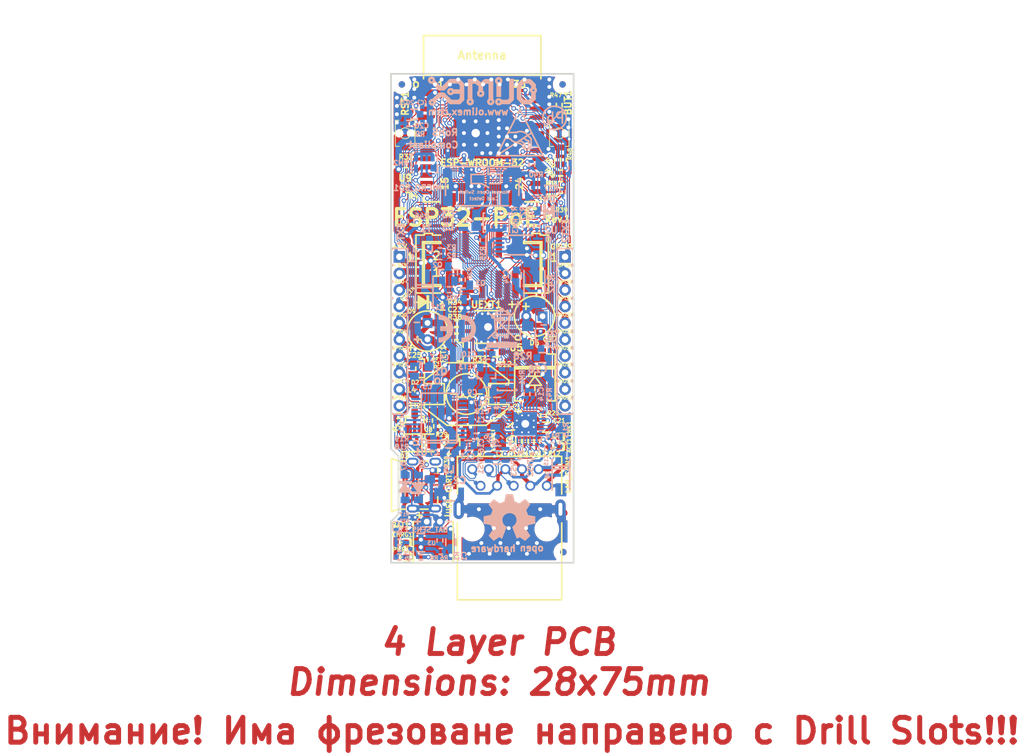
<source format=kicad_pcb>
(kicad_pcb (version 20171130) (host pcbnew 5.1.0-rc2-unknown-036be7d~80~ubuntu16.04.1)
  (title_block (title ESP32-PoE) (date 2021-12-15) (rev I) (company "OLIMEX Ltd.") (comment 1 https://www.olimex.com))
  (layers (0 F.Cu mixed) (1 In1.Cu power) (2 In2.Cu power) (31 B.Cu mixed) (34 B.Paste user) (35 F.Paste user) (36 B.SilkS user) (37 F.SilkS user) (38 B.Mask user) (39 F.Mask user) (44 Edge.Cuts user))
  (net 0 "")
  (net 1 +5V)
  (net 2 GND)
  (net 3 "Net-(BAT1-Pad1)")
  (net 4 "Net-(BUT1-Pad2)")
  (net 5 +3V3)
  (net 6 "Net-(C11-Pad1)")
  (net 7 /ESP_EN)
  (net 8 "Net-(L2-Pad1)")
  (net 9 "Net-(Q2-Pad1)")
  (net 10 "Net-(MICRO_SD1-Pad5)")
  (net 11 /+5V_USB)
  (net 12 "Net-(MICRO_SD1-Pad1)")
  (net 13 "Net-(MICRO_SD1-Pad2)")
  (net 14 "Net-(MICRO_SD1-Pad8)")
  (net 15 "Net-(U4-Pad4)")
  (net 16 "Net-(U4-Pad14)")
  (net 17 "Net-(U4-Pad18)")
  (net 18 "Net-(U4-Pad20)")
  (net 19 "Net-(U4-Pad26)")
  (net 20 "Net-(USB-UART1-Pad4)")
  (net 21 "Net-(MICRO_SD1-Pad7)")
  (net 22 /D_Com)
  (net 23 +5VP)
  (net 24 Spare1)
  (net 25 Spare2)
  (net 26 /GPIO33)
  (net 27 /GPIO32)
  (net 28 /GPI39)
  (net 29 "Net-(FID1-PadFid1)")
  (net 30 "Net-(FID2-PadFid1)")
  (net 31 "Net-(FID3-PadFid1)")
  (net 32 "Net-(MICRO_SD1-PadCD1)")
  (net 33 "Net-(C2-Pad2)")
  (net 34 "Net-(C4-Pad1)")
  (net 35 "Net-(C5-Pad1)")
  (net 36 "Net-(C21-Pad2)")
  (net 37 "Net-(D4-Pad1)")
  (net 38 "Net-(Q2-Pad2)")
  (net 39 "Net-(Q3-Pad3)")
  (net 40 "Net-(Q3-Pad2)")
  (net 41 "Net-(Q3-Pad1)")
  (net 42 "Net-(R6-Pad1)")
  (net 43 "Net-(R26-Pad1)")
  (net 44 "Net-(R29-Pad1)")
  (net 45 "Net-(U1-Pad17)")
  (net 46 "Net-(U1-Pad14)")
  (net 47 "Net-(U1-Pad13)")
  (net 48 "Net-(U1-Pad12)")
  (net 49 "Net-(U1-Pad11)")
  (net 50 "Net-(U1-Pad7)")
  (net 51 "Net-(U1-Pad6)")
  (net 52 "Net-(U9-Pad32)")
  (net 53 "Net-(C6-Pad1)")
  (net 54 +3.3VLAN)
  (net 55 "Net-(C17-Pad1)")
  (net 56 /GPIO0)
  (net 57 /GPI35)
  (net 58 "Net-(RM1-Pad3.2)")
  (net 59 "Net-(RM1-Pad2.2)")
  (net 60 "Net-(U9-Pad22)")
  (net 61 "Net-(U9-Pad21)")
  (net 62 "Net-(U9-Pad20)")
  (net 63 "Net-(U9-Pad19)")
  (net 64 "Net-(U9-Pad18)")
  (net 65 "Net-(U9-Pad17)")
  (net 66 "Net-(FID4-PadFid1)")
  (net 67 "Net-(FID5-PadFid1)")
  (net 68 "Net-(FID6-PadFid1)")
  (net 69 "Net-(ACT1-Pad2)")
  (net 70 "Net-(ACT1-Pad1)")
  (net 71 "Net-(LNK1-Pad1)")
  (net 72 "Net-(LNK1-Pad2)")
  (net 73 "Net-(C3-Pad1)")
  (net 74 "Net-(RM1-Pad1.2)")
  (net 75 "Net-(CHRG1-Pad1)")
  (net 76 "Net-(PWR1-Pad1)")
  (net 77 "Net-(C10-Pad2)")
  (net 78 "Net-(R3-Pad2)")
  (net 79 "Net-(C12-Pad2)")
  (net 80 "Net-(L3-Pad1)")
  (net 81 "Net-(R8-Pad2)")
  (net 82 "Net-(C8-Pad1)")
  (net 83 "Net-(D6-Pad1)")
  (net 84 "Net-(D7-Pad2)")
  (net 85 "Net-(U1-Pad20)")
  (net 86 "Net-(BAT_SENS_E1-Pad2)")
  (net 87 /GPI34\BUT1)
  (net 88 /GPIO2\HS2_DATA0)
  (net 89 /GPI36\U1RXD)
  (net 90 /GPIO3\U0RXD)
  (net 91 /GPIO1\U0TXD)
  (net 92 /GPIO4\U1TXD)
  (net 93 /GPIO5\SPI_CS)
  (net 94 /GPIO15\HS2_CMD)
  (net 95 /GPIO16\I2C-SCL)
  (net 96 /GPIO14\HS2_CLK)
  (net 97 /GPIO13\I2C-SDA)
  (net 98 /GPIO27\EMAC_RX_CRS_DV)
  (net 99 "/GPIO25\\EMAC_RXD0(RMII)")
  (net 100 "/GPIO18\\MDIO(RMII)")
  (net 101 "/GPIO26\\EMAC_RXD1(RMII)")
  (net 102 /GPIO12\PHY_PWR)
  (net 103 "/GPIO22\\EMAC_TXD1(RMII)")
  (net 104 "/GPIO19\\EMAC_TXD0(RMII)")
  (net 105 "/GPIO21\\EMAC_TX_EN(RMII)")
  (net 106 "/GPIO23\\MDC(RMII)")
  (net 107 /GPIO17\EMAC_CLK_OUT_180)
  (net 108 /TD+)
  (net 109 /TD-)
  (net 110 /RD+)
  (net 111 /RD-)
  (net 112 "Net-(C12-Pad1)")
  (net 113 "Net-(C23-Pad2)")
  (net 114 "Net-(R7-Pad2)")
  (net 115 "Net-(R23-Pad1)")
  (net 116 "Net-(R27-Pad2)")
  (net 117 "Net-(R28-Pad1)")
  (net 118 "Net-(R33-Pad1)")
  (net 119 "Net-(U2-Pad7)")
  (net 120 "Net-(U2-Pad6)")
  (net 121 "Net-(U5-Pad7)")
  (net 122 "Net-(D9-Pad1)")
  (net 123 "Net-(R41-Pad2)")
  (net 124 "Net-(C26-Pad1)")
  (module OLIMEX_RLC-FP:R_0603_5MIL_DWS (layer B.Cu) (at 113.157 136.398 90)
    (fp_text reference R43 (at 0.508 1.651 90) (layer B.SilkS) (effects (font (size 1.016 1.016) (thickness 0.254)) (justify mirror)))
    (fp_text value "NA(22R/R0603)")
    (pad 1 smd rect (at -0.889 0 90) (size 1.016 1.016) (layers B.Cu B.Paste B.Mask) (net 124 "Net-(C26-Pad1)"))
    (pad 2 smd rect (at 0.889 0 90) (size 1.016 1.016) (layers B.Cu B.Paste B.Mask) (net 112 "Net-(C12-Pad1)"))
  )
  (module OLIMEX_RLC-FP:R_2512_MM_DWS (layer B.Cu) (at 112.141 127.3552 90)
    (fp_text reference R42 (at -0.0258 2.54 270) (layer B.SilkS) (effects (font (size 1.016 1.016) (thickness 0.254)) (justify mirror)))
    (fp_text value 4.7k/R2512)
    (pad 2 smd rect (at 3.15 0 90) (size 1.2 3.400001) (layers B.Cu B.Paste B.Mask) (net 2 GND))
    (pad 1 smd rect (at -3.15 0 90) (size 1.2 3.400001) (layers B.Cu B.Paste B.Mask) (net 24 Spare1))
  )
  (module OLIMEX_IC-FP:TSSOP-8_Pitch-0.65mm_Dimensions-4.40x3.00x1.20mm (layer B.Cu) (at 109.728 121.412 180)
    (fp_text reference U2 (at -4.953 2.286 180) (layer B.SilkS) (effects (font (size 1.016 1.016) (thickness 0.254)) (justify mirror)))
    (fp_text value "TPS2375PW(TSSOP-8)")
    (fp_text user o (at -4.572 1.016 180) (layer B.SilkS) (effects (font (size 1.27 1.27) (thickness 0.254)) (justify mirror)))
    (pad 1 smd rect (at -2.95 0.975 180) (size 1.5 0.35) (layers B.Cu B.Paste B.Mask) (net 115 "Net-(R23-Pad1)") (clearance 0.0508))
    (pad 2 smd rect (at -2.95 0.325 180) (size 1.5 0.35) (layers B.Cu B.Paste B.Mask) (net 116 "Net-(R27-Pad2)") (clearance 0.0508))
    (pad 3 smd rect (at -2.95 -0.325 180) (size 1.5 0.35) (layers B.Cu B.Paste B.Mask) (net 114 "Net-(R7-Pad2)") (clearance 0.0508))
    (pad 4 smd rect (at -2.95 -0.975 180) (size 1.5 0.35) (layers B.Cu B.Paste B.Mask) (net 25 Spare2) (clearance 0.0508))
    (pad 5 smd rect (at 2.95 -0.975 180) (size 1.5 0.35) (layers B.Cu B.Paste B.Mask) (net 2 GND) (clearance 0.0508))
    (pad 6 smd rect (at 2.95 -0.325 180) (size 1.5 0.35) (layers B.Cu B.Paste B.Mask) (net 120 "Net-(U2-Pad6)") (clearance 0.0508))
    (pad 7 smd rect (at 2.95 0.325 180) (size 1.5 0.35) (layers B.Cu B.Paste B.Mask) (net 119 "Net-(U2-Pad7)") (clearance 0.0508))
    (pad 8 smd rect (at 2.95 0.975 180) (size 1.5 0.35) (layers B.Cu B.Paste B.Mask) (net 24 Spare1) (clearance 0.0508))
  )
  (module OLIMEX_RLC-FP:CPOL-RM2.5mm_6.3x11mm_PTH (layer F.Cu) (at 112.141 132.334)
    (fp_text reference C27 (at 2.413 3.556) (layer F.SilkS) (effects (font (size 0.762 0.762) (thickness 0.1905))))
    (fp_text value "15uF/100V/20%/RM2.5/6.3x11mm(Farnell:1281844)")
    (fp_text user + (at -1.3 -1.6) (layer F.SilkS) (effects (font (size 1.27 1.27) (thickness 0.254))))
    (fp_text user + (at -3.429 -1.905) (layer F.SilkS) (effects (font (size 1.27 1.27) (thickness 0.254))))
    (pad 2 thru_hole rect (at 1.25 0) (size 1.524 1.524) (drill 0.9) (layers *.Cu *.Mask) (net 2 GND))
    (pad 1 thru_hole circle (at -1.25 0) (size 1.524 1.524) (drill 0.9) (layers *.Cu *.Mask) (net 24 Spare1))
  )
  (module OLIMEX_Cases-FP:ESP-WROOM-32_MODULE (layer F.Cu) (at 104.14 102.035)
    (fp_text reference U9 (at -11.811 9.09 180) (layer F.SilkS) (effects (font (size 1.016 1.016) (thickness 0.254))))
    (fp_text value ESP-WROOM-32)
    (fp_text user 24 (at 5.715 9.935 90) (layer F.SilkS) (effects (font (size 1.016 1.016) (thickness 0.254))))
    (fp_text user 15 (at -5.715 9.935 90) (layer F.SilkS) (effects (font (size 1.016 1.016) (thickness 0.254))))
    (fp_text user 38 (at 5.715 -5.305) (layer F.SilkS) (effects (font (size 1.016 1.016) (thickness 0.254))))
    (fp_text user 1 (at -6.35 -5.305) (layer F.SilkS) (effects (font (size 1.016 1.016) (thickness 0.254))))
    (fp_text user ESP-WROOM-32 (at 0 6.76) (layer F.SilkS) (effects (font (size 1.016 1.016) (thickness 0.254))))
    (fp_text user Antenna (at 0 -9.75) (layer F.SilkS) (effects (font (size 1.27 1.27) (thickness 0.254))))
    (fp_text user o (at -10.16 -5.388) (layer F.SilkS) (effects (font (size 1.27 1.27) (thickness 0.254))))
    (pad 39 thru_hole circle (at -2.8 4) (size 1.3 1.3) (drill 0.6) (layers *.Cu) (net 2 GND))
    (pad 39 thru_hole circle (at -1 2.2) (size 2 2) (drill 1.3) (layers *.Cu *.Mask) (net 2 GND))
    (pad 39 smd rect (at -1 2.2) (size 5 5) (layers F.Cu F.Mask) (net 2 GND))
    (pad 38 smd rect (at 8.6 -5.31) (size 1.8 0.8) (layers F.Cu F.Paste F.Mask) (net 2 GND))
    (pad 37 smd rect (at 8.6 -4.04) (size 1.8 0.8) (layers F.Cu F.Paste F.Mask) (net 106 "/GPIO23\\MDC(RMII)"))
    (pad 36 smd rect (at 8.6 -2.77) (size 1.8 0.8) (layers F.Cu F.Paste F.Mask) (net 103 "/GPIO22\\EMAC_TXD1(RMII)"))
    (pad 35 smd rect (at 8.6 -1.5) (size 1.8 0.8) (layers F.Cu F.Paste F.Mask) (net 91 /GPIO1\U0TXD))
    (pad 34 smd rect (at 8.6 -0.23) (size 1.8 0.8) (layers F.Cu F.Paste F.Mask) (net 90 /GPIO3\U0RXD))
    (pad 33 smd rect (at 8.6 1.04) (size 1.8 0.8) (layers F.Cu F.Paste F.Mask) (net 105 "/GPIO21\\EMAC_TX_EN(RMII)"))
    (pad 32 smd rect (at 8.6 2.31) (size 1.8 0.8) (layers F.Cu F.Paste F.Mask) (net 52 "Net-(U9-Pad32)"))
    (pad 31 smd rect (at 8.6 3.58) (size 1.8 0.8) (layers F.Cu F.Paste F.Mask) (net 104 "/GPIO19\\EMAC_TXD0(RMII)"))
    (pad 30 smd rect (at 8.6 4.85) (size 1.8 0.8) (layers F.Cu F.Paste F.Mask) (net 100 "/GPIO18\\MDIO(RMII)"))
    (pad 29 smd rect (at 8.6 6.12) (size 1.8 0.8) (layers F.Cu F.Paste F.Mask) (net 93 /GPIO5\SPI_CS))
    (pad 28 smd rect (at 8.6 7.39) (size 1.8 0.8) (layers F.Cu F.Paste F.Mask) (net 107 /GPIO17\EMAC_CLK_OUT_180))
    (pad 27 smd rect (at 8.6 8.66) (size 1.8 0.8) (layers F.Cu F.Paste F.Mask) (net 95 /GPIO16\I2C-SCL))
    (pad 26 smd rect (at 8.6 9.93) (size 1.8 0.8) (layers F.Cu F.Paste F.Mask) (net 92 /GPIO4\U1TXD))
    (pad 25 smd rect (at 8.6 11.2) (size 1.8 0.8) (layers F.Cu F.Paste F.Mask) (net 56 /GPIO0))
    (pad 24 smd rect (at 5.73 12.3) (size 0.8 1.8) (layers F.Cu F.Paste F.Mask) (net 88 /GPIO2\HS2_DATA0))
    (pad 23 smd rect (at 4.46 12.3) (size 0.8 1.8) (layers F.Cu F.Paste F.Mask) (net 94 /GPIO15\HS2_CMD))
    (pad 22 smd rect (at 3.19 12.3) (size 0.8 1.8) (layers F.Cu F.Paste F.Mask) (net 60 "Net-(U9-Pad22)"))
    (pad 21 smd rect (at 1.92 12.3) (size 0.8 1.8) (layers F.Cu F.Paste F.Mask) (net 61 "Net-(U9-Pad21)"))
    (pad 20 smd rect (at 0.65 12.3) (size 0.8 1.8) (layers F.Cu F.Paste F.Mask) (net 62 "Net-(U9-Pad20)"))
    (pad 19 smd rect (at -0.62 12.3) (size 0.8 1.8) (layers F.Cu F.Paste F.Mask) (net 63 "Net-(U9-Pad19)"))
    (pad 18 smd rect (at -1.89 12.3) (size 0.8 1.8) (layers F.Cu F.Paste F.Mask) (net 64 "Net-(U9-Pad18)"))
    (pad 17 smd rect (at -3.16 12.3) (size 0.8 1.8) (layers F.Cu F.Paste F.Mask) (net 65 "Net-(U9-Pad17)"))
    (pad 16 smd rect (at -4.43 12.3) (size 0.8 1.8) (layers F.Cu F.Paste F.Mask) (net 97 /GPIO13\I2C-SDA))
    (pad 15 smd rect (at -5.7 12.3) (size 0.8 1.8) (layers F.Cu F.Paste F.Mask) (net 2 GND))
    (pad 14 smd rect (at -8.6 11.2) (size 1.8 0.8) (layers F.Cu F.Paste F.Mask) (net 102 /GPIO12\PHY_PWR))
    (pad 13 smd rect (at -8.6 9.93) (size 1.8 0.8) (layers F.Cu F.Paste F.Mask) (net 96 /GPIO14\HS2_CLK))
    (pad 12 smd rect (at -8.6 8.66) (size 1.8 0.8) (layers F.Cu F.Paste F.Mask) (net 98 /GPIO27\EMAC_RX_CRS_DV))
    (pad 11 smd rect (at -8.6 7.39) (size 1.8 0.8) (layers F.Cu F.Paste F.Mask) (net 101 "/GPIO26\\EMAC_RXD1(RMII)"))
    (pad 10 smd rect (at -8.6 6.12) (size 1.8 0.8) (layers F.Cu F.Paste F.Mask) (net 99 "/GPIO25\\EMAC_RXD0(RMII)"))
    (pad 9 smd rect (at -8.6 4.85) (size 1.8 0.8) (layers F.Cu F.Paste F.Mask) (net 26 /GPIO33))
    (pad 8 smd rect (at -8.6 3.58) (size 1.8 0.8) (layers F.Cu F.Paste F.Mask) (net 27 /GPIO32))
    (pad 7 smd rect (at -8.6 2.31) (size 1.8 0.8) (layers F.Cu F.Paste F.Mask) (net 57 /GPI35))
    (pad 6 smd rect (at -8.6 1.04) (size 1.8 0.8) (layers F.Cu F.Paste F.Mask) (net 87 /GPI34\BUT1))
    (pad 5 smd rect (at -8.6 -0.23) (size 1.8 0.8) (layers F.Cu F.Paste F.Mask) (net 28 /GPI39))
    (pad 4 smd rect (at -8.6 -1.5) (size 1.8 0.8) (layers F.Cu F.Paste F.Mask) (net 89 /GPI36\U1RXD))
    (pad 3 smd rect (at -8.6 -2.77) (size 1.8 0.8) (layers F.Cu F.Paste F.Mask) (net 7 /ESP_EN))
    (pad 2 smd rect (at -8.6 -4.04) (size 1.8 0.8) (layers F.Cu F.Paste F.Mask) (net 5 +3V3))
    (pad 1 smd rect (at -8.6 -5.31) (size 1.8 0.8) (layers F.Cu F.Paste F.Mask) (net 2 GND))
    (pad 39 thru_hole circle (at 0.8 4) (size 1.3 1.3) (drill 0.6) (layers *.Cu) (net 2 GND))
    (pad 39 thru_hole circle (at -2.8 0.4) (size 1.3 1.3) (drill 0.6) (layers *.Cu) (net 2 GND))
    (pad 39 thru_hole circle (at 0.8 0.4) (size 1.3 1.3) (drill 0.6) (layers *.Cu) (net 2 GND))
    (pad 39 thru_hole circle (at -1 0.4) (size 1.3 1.3) (drill 0.6) (layers *.Cu) (net 2 GND))
    (pad 39 thru_hole circle (at -1 4) (size 1.3 1.3) (drill 0.6) (layers *.Cu) (net 2 GND))
    (pad 39 thru_hole circle (at -2.8 2.2) (size 1.3 1.3) (drill 0.6) (layers *.Cu) (net 2 GND))
    (pad 39 thru_hole circle (at 0.8 2.2) (size 1.3 1.3) (drill 0.6) (layers *.Cu) (net 2 GND))
  )
  (module OLIMEX_RLC-FP:L_0805_5MIL_DWS (layer B.Cu) (at 97.155 157.353)
    (fp_text reference L3 (at 1.8796 -1.4986) (layer B.SilkS) (effects (font (size 1.016 1.016) (thickness 0.254)) (justify mirror)))
    (fp_text value FB0805/600R/2A)
    (pad 1 smd rect (at -1.016 0) (size 1.524 1.27) (layers B.Cu B.Paste B.Mask) (net 80 "Net-(L3-Pad1)") (clearance 0.0508))
    (pad 2 smd rect (at 1.016 0) (size 1.524 1.27) (layers B.Cu B.Paste B.Mask) (net 2 GND) (clearance 0.0508))
  )
  (module OLIMEX_Diodes-FP:SOD-123_1C-2A_KA (layer B.Cu) (at 92.329 158.623 270)
    (fp_text reference D7 (at -3.302 0.254 90) (layer B.SilkS) (effects (font (size 0.762 0.762) (thickness 0.1905)) (justify mirror)))
    (fp_text value "1N5819S4(SOD-123)")
    (pad 1 smd rect (at -1.9 0 270) (size 1 1.4) (layers B.Cu B.Paste B.Mask) (net 91 /GPIO1\U0TXD) (clearance 0.0508))
    (pad 2 smd rect (at 1.9 0 270) (size 1 1.4) (layers B.Cu B.Paste B.Mask) (net 84 "Net-(D7-Pad2)") (clearance 0.0508))
  )
  (module OLIMEX_Diodes-FP:SOT-23-5 (layer B.Cu) (at 106.426 153.609 180)
    (fp_text reference TVS1 (at 2.5146 -1.6104 90) (layer B.SilkS) (effects (font (size 0.762 0.762) (thickness 0.1905)) (justify mirror)))
    (fp_text value "ESDS314DBVR(SOT-23-5)")
    (pad 1 smd rect (at 1.3 -0.95 180) (size 1.2 0.55) (layers B.Cu B.Paste B.Mask) (net 110 /RD+) (clearance 0.0508))
    (pad 2 smd rect (at 1.3 0 180) (size 1.2 0.55) (layers B.Cu B.Paste B.Mask) (net 2 GND) (clearance 0.0508))
    (pad 3 smd rect (at 1.3 0.95 180) (size 1.2 0.55) (layers B.Cu B.Paste B.Mask) (net 108 /TD+) (clearance 0.0508))
    (pad 5 smd rect (at -1.3 -0.95 180) (size 1.2 0.55) (layers B.Cu B.Paste B.Mask) (net 111 /RD-) (clearance 0.0508))
    (pad 4 smd rect (at -1.3 0.95 180) (size 1.2 0.55) (layers B.Cu B.Paste B.Mask) (net 109 /TD-) (clearance 0.0508))
  )
  (module OLIMEX_Diodes-FP:D_0402_5MIL_DWS (layer B.Cu) (at 111.887 153.797 180)
    (fp_text reference TVS2 (at 0.3556 -1.8288 90) (layer B.SilkS) (effects (font (size 0.762 0.762) (thickness 0.1905)) (justify mirror)))
    (fp_text value "NA(GG0402052R542P)")
    (pad 1 smd rect (at -0.508 0) (size 0.5 0.55) (layers B.Cu B.Paste B.Mask) (net 109 /TD-))
    (pad 2 smd rect (at 0.508 0 180) (size 0.5 0.55) (layers B.Cu B.Paste B.Mask) (net 108 /TD+))
  )
  (module OLIMEX_Diodes-FP:SOD-123_1C-2A_KA (layer B.Cu) (at 114.5 116.195)
    (fp_text reference D4 (at -0.073 -1.895) (layer B.SilkS) (effects (font (size 1.016 1.016) (thickness 0.254)) (justify mirror)))
    (fp_text value "1N5819S4(SOD-123)")
    (pad 2 smd rect (at 1.9 0) (size 1 1.4) (layers B.Cu B.Paste B.Mask) (net 89 /GPI36\U1RXD) (clearance 0.0508))
    (pad 1 smd rect (at -1.9 0) (size 1 1.4) (layers B.Cu B.Paste B.Mask) (net 37 "Net-(D4-Pad1)") (clearance 0.0508))
  )
  (module OLIMEX_LOGOs-FP:CE_Sign (layer B.Cu) (at 99.314 134.239 180)
    (fp_text reference CE hide)
    (fp_text value CE_Sign hide)
  )
  (module OLIMEX_Buttons-FP:IT1185AU2_V2 (layer F.Cu) (at 115.959 104.267 90)
    (fp_text reference BUT1 (at 4.699 1.3255 90) (layer F.SilkS) (effects (font (size 1.016 1.016) (thickness 0.254))))
    (fp_text value IT1185AU2)
    (pad 1 smd rect (at -2.177 0 90) (size 0.9 1.5) (layers F.Cu F.Mask) (net 87 /GPI34\BUT1))
    (pad 2 smd rect (at 2.177 0 90) (size 0.9 1.5) (layers F.Cu F.Mask) (net 4 "Net-(BUT1-Pad2)"))
    (pad "" np_thru_hole circle (at 0 -0.9 90) (size 0.7 0.7) (drill 0.7) (layers *.Cu *.Mask))
    (pad "" np_thru_hole circle (at 0 0.9 90) (size 0.7 0.7) (drill 0.7) (layers *.Cu *.Mask))
  )
  (module OLIMEX_Buttons-FP:IT1185AU2_V2 (layer F.Cu) (at 92.321 104.267 90)
    (fp_text reference RST1 (at 4.572 0.008 90) (layer F.SilkS) (effects (font (size 1.016 1.016) (thickness 0.254))))
    (fp_text value IT1185AU2)
    (pad 1 smd rect (at -2.177 0 90) (size 0.9 1.5) (layers F.Cu F.Mask) (net 7 /ESP_EN))
    (pad 2 smd rect (at 2.177 0 90) (size 0.9 1.5) (layers F.Cu F.Mask) (net 2 GND))
    (pad "" np_thru_hole circle (at 0 -0.9 90) (size 0.7 0.7) (drill 0.7) (layers *.Cu *.Mask))
    (pad "" np_thru_hole circle (at 0 0.9 90) (size 0.7 0.7) (drill 0.7) (layers *.Cu *.Mask))
  )
  (module OLIMEX_Regulators-FP:SOT-23-5 (layer F.Cu) (at 102.108 151.638 270)
    (fp_text reference U7 (at 1.778 -1.905) (layer F.SilkS) (effects (font (size 0.635 0.635) (thickness 0.15875))))
    (fp_text value "SY8089AAAC(SOT23-5)")
    (pad 1 smd rect (at 1.3 0.95 270) (size 1.2 0.55) (layers F.Cu F.Paste F.Mask) (net 53 "Net-(C6-Pad1)") (clearance 0.0508))
    (pad 2 smd rect (at 1.3 0 270) (size 1.2 0.55) (layers F.Cu F.Paste F.Mask) (net 2 GND) (clearance 0.0508))
    (pad 3 smd rect (at 1.3 -0.95 270) (size 1.2 0.55) (layers F.Cu F.Paste F.Mask) (net 8 "Net-(L2-Pad1)") (clearance 0.0508))
    (pad 5 smd rect (at -1.3 0.95 270) (size 1.2 0.55) (layers F.Cu F.Paste F.Mask) (net 44 "Net-(R29-Pad1)") (clearance 0.0508))
    (pad 4 smd rect (at -1.3 -0.95 270) (size 1.2 0.55) (layers F.Cu F.Paste F.Mask) (net 53 "Net-(C6-Pad1)") (clearance 0.0508))
  )
  (module OLIMEX_RLC-FP:C_0603_5MIL_DWS (layer B.Cu) (at 99.06 153.289)
    (fp_text reference C7 (at -2.3368 0) (layer B.SilkS) (effects (font (size 0.762 0.762) (thickness 0.1905)) (justify mirror)))
    (fp_text value 22uF/6.3V/20%/X5R/C0603)
    (pad 1 smd rect (at -0.889 0) (size 1.016 1.016) (layers B.Cu B.Paste B.Mask) (net 11 /+5V_USB) (clearance 0.0508))
    (pad 2 smd rect (at 0.889 0) (size 1.016 1.016) (layers B.Cu B.Paste B.Mask) (net 2 GND) (clearance 0.0508))
  )
  (module OLIMEX_Transistors-FP:SOT23 (layer B.Cu) (at 102.235 128.651 270)
    (fp_text reference Q3 (at -1.397 -1.651) (layer B.SilkS) (effects (font (size 0.762 0.762) (thickness 0.1905)) (justify mirror)))
    (fp_text value "BC817-40(SOT23)")
    (pad 3 smd rect (at -1.10236 -0.00254 270) (size 1.4 1) (layers B.Cu B.Paste B.Mask) (net 39 "Net-(Q3-Pad3)") (clearance 0.0508))
    (pad 2 smd rect (at 1.10744 0.9525 270) (size 1.4 1) (layers B.Cu B.Paste B.Mask) (net 40 "Net-(Q3-Pad2)") (clearance 0.0508))
    (pad 1 smd rect (at 1.10744 -0.94996 270) (size 1.4 1) (layers B.Cu B.Paste B.Mask) (net 41 "Net-(Q3-Pad1)") (clearance 0.0508))
  )
  (module OLIMEX_Transistors-FP:SOT23 (layer B.Cu) (at 98.93046 125.81636 270)
    (fp_text reference Q2 (at -1.35636 1.64846 180) (layer B.SilkS) (effects (font (size 0.762 0.762) (thickness 0.1905)) (justify mirror)))
    (fp_text value "BC817-40(SOT23)")
    (pad 3 smd rect (at -1.10236 -0.00254 270) (size 1.4 1) (layers B.Cu B.Paste B.Mask) (net 122 "Net-(D9-Pad1)") (clearance 0.0508))
    (pad 2 smd rect (at 1.10744 0.9525 270) (size 1.4 1) (layers B.Cu B.Paste B.Mask) (net 38 "Net-(Q2-Pad2)") (clearance 0.0508))
    (pad 1 smd rect (at 1.10744 -0.94996 270) (size 1.4 1) (layers B.Cu B.Paste B.Mask) (net 9 "Net-(Q2-Pad1)") (clearance 0.0508))
  )
  (module OLIMEX_Transistors-FP:SOT23 (layer B.Cu) (at 95.05696 121.75744 90)
    (fp_text reference T1 (at 2.88544 0.44704 180) (layer B.SilkS) (effects (font (size 1.016 1.016) (thickness 0.254)) (justify mirror)))
    (fp_text value "LMUN2211LT1G(SOT-23)")
    (pad 1 smd rect (at 1.10744 -0.94996 90) (size 1.4 1) (layers B.Cu B.Paste B.Mask) (net 102 /GPIO12\PHY_PWR) (clearance 0.0508))
    (pad 2 smd rect (at 1.10744 0.9525 90) (size 1.4 1) (layers B.Cu B.Paste B.Mask) (net 2 GND) (clearance 0.0508))
    (pad 3 smd rect (at -1.10236 -0.00254 90) (size 1.4 1) (layers B.Cu B.Paste B.Mask) (net 78 "Net-(R3-Pad2)") (clearance 0.0508))
  )
  (module OLIMEX_RLC-FP:L_0805_5MIL_DWS (layer B.Cu) (at 102.235 118.618)
    (fp_text reference L5 (at -3.302 0) (layer B.SilkS) (effects (font (size 1.016 1.016) (thickness 0.254)) (justify mirror)))
    (fp_text value FB0805/600R/2A)
    (pad 1 smd rect (at -1.016 0) (size 1.524 1.27) (layers B.Cu B.Paste B.Mask) (net 5 +3V3) (clearance 0.0508))
    (pad 2 smd rect (at 1.016 0) (size 1.524 1.27) (layers B.Cu B.Paste B.Mask) (net 73 "Net-(C3-Pad1)") (clearance 0.0508))
  )
  (module OLIMEX_Transistors-FP:SOT23 (layer B.Cu) (at 104.775 141.224 90)
    (fp_text reference FET3 (at 1.143 -2.921) (layer B.SilkS) (effects (font (size 0.762 0.762) (thickness 0.1905)) (justify mirror)))
    (fp_text value WPM2015-3/TR)
    (pad 1 smd rect (at 1.10744 -0.94996 90) (size 1.4 1) (layers B.Cu B.Paste B.Mask) (net 77 "Net-(C10-Pad2)") (clearance 0.0508))
    (pad 2 smd rect (at 1.10744 0.9525 90) (size 1.4 1) (layers B.Cu B.Paste B.Mask) (net 5 +3V3) (clearance 0.0508))
    (pad 3 smd rect (at -1.10236 -0.00254 90) (size 1.4 1) (layers B.Cu B.Paste B.Mask) (net 54 +3.3VLAN) (clearance 0.0508))
  )
  (module OLIMEX_RLC-FP:C_0805_5MIL_DWS (layer F.Cu) (at 107.861619 148.218488 38)
    (fp_text reference C22 (at 2.292872 -0.315802 308) (layer F.SilkS) (effects (font (size 0.635 0.635) (thickness 0.15875))))
    (fp_text value 47uF/6.3V/20%/X5R/C0805)
    (pad 2 smd rect (at 1.016 0 128) (size 1.524 1.27) (layers F.Cu F.Paste F.Mask) (net 2 GND))
    (pad 1 smd rect (at -1.016 0 128) (size 1.524 1.27) (layers F.Cu F.Paste F.Mask) (net 5 +3V3))
  )
  (module OLIMEX_RLC-FP:CD32 (layer F.Cu) (at 105.791 151.384)
    (fp_text reference L2 (at 1.016 2.032) (layer F.SilkS) (effects (font (size 0.635 0.635) (thickness 0.15875))))
    (fp_text value "2.2uH/1.5A/DCR=72mR/20%/3.00x3.00x1.50mm/CD32(NR3015T2R2M)")
    (pad 1 smd rect (at -1.2 0 180) (size 1.6 3) (layers F.Cu F.Paste F.Mask) (net 8 "Net-(L2-Pad1)") (clearance 0.0508))
    (pad 2 smd rect (at 1.2 0 180) (size 1.6 3) (layers F.Cu F.Paste F.Mask) (net 5 +3V3) (clearance 0.0508))
  )
  (module "OLIMEX_Connectors-FP:RJP-003TC1(LPJ4112CNL)" (layer F.Cu) (at 108.331 164.846)
    (fp_text reference LAN_CON1 (at 9.017 -8.255 90) (layer F.SilkS) (effects (font (size 0.762 0.762) (thickness 0.1905))))
    (fp_text value "RJP-003TC1(LPJ4112CNL)")
    (pad 1 thru_hole circle (at -5.715 -9.04) (size 1.524 1.524) (drill 1) (layers *.Cu *.Mask) (net 108 /TD+))
    (pad 2 thru_hole circle (at -4.445 -6.5) (size 1.524 1.524) (drill 1) (layers *.Cu *.Mask) (net 109 /TD-))
    (pad 3 thru_hole circle (at -3.175 -9.04) (size 1.524 1.524) (drill 1) (layers *.Cu *.Mask) (net 110 /RD+))
    (pad 4 thru_hole circle (at -1.905 -6.5) (size 1.524 1.524) (drill 1) (layers *.Cu *.Mask) (net 6 "Net-(C11-Pad1)"))
    (pad 5 thru_hole circle (at -0.635 -9.04) (size 1.524 1.524) (drill 1) (layers *.Cu *.Mask) (net 6 "Net-(C11-Pad1)"))
    (pad 6 thru_hole circle (at 0.635 -6.5) (size 1.524 1.524) (drill 1) (layers *.Cu *.Mask) (net 111 /RD-))
    (pad 7 thru_hole circle (at 1.905 -9.04) (size 1.524 1.524) (drill 1) (layers *.Cu *.Mask) (net 2 GND))
    (pad 8 thru_hole circle (at 3.175 -6.5) (size 1.524 1.524) (drill 1) (layers *.Cu *.Mask) (net 2 GND))
    (pad 9 thru_hole circle (at 4.445 -9.04) (size 1.524 1.524) (drill 1) (layers *.Cu *.Mask) (net 24 Spare1))
    (pad 10 thru_hole circle (at 5.715 -6.5) (size 1.524 1.524) (drill 1) (layers *.Cu *.Mask) (net 25 Spare2))
    (pad 0 thru_hole oval (at -7.8 -2.9) (size 1.6 2.999999) (drill oval 0.6 2) (layers *.Cu *.Mask) (net 33 "Net-(C2-Pad2)"))
    (pad 0 thru_hole oval (at 7.8 -2.9) (size 1.6 2.999999) (drill oval 0.6 2) (layers *.Cu *.Mask) (net 33 "Net-(C2-Pad2)"))
    (pad "" np_thru_hole circle (at -5.715 0.15) (size 3.300001 3.300001) (drill 3.300001) (layers *.Cu *.Mask))
    (pad "" np_thru_hole circle (at 5.715 0.15) (size 3.300001 3.300001) (drill 3.300001) (layers *.Cu *.Mask))
  )
  (module "OLIMEX_IC-FP:QFN32_EP(33)_5.00x5.00x0.90mm_Pitch_0.50mm" (layer B.Cu) (at 110.744 148.844 90)
    (fp_text reference U4 (at -3.81 -1.143) (layer B.SilkS) (effects (font (size 1.016 1.016) (thickness 0.254)) (justify mirror)))
    (fp_text value "LAN8710A-EZC(QFN32)")
    (pad 33 smd rect (at 0 0 90) (size 3.6 3.6) (layers B.Cu B.Mask) (net 2 GND))
    (pad 33 thru_hole rect (at -0.5 1.3 90) (size 0.4 0.4) (drill 0.3) (layers *.Cu B.Mask) (net 2 GND))
    (pad 33 thru_hole rect (at 0.5 1.3 90) (size 0.4 0.4) (drill 0.3) (layers *.Cu B.Mask) (net 2 GND))
    (pad 33 thru_hole rect (at 1.3 0.5 90) (size 0.4 0.4) (drill 0.29972) (layers *.Cu B.Mask) (net 2 GND))
    (pad 33 thru_hole rect (at 1.3 -0.5 90) (size 0.4 0.4) (drill 0.3) (layers *.Cu B.Mask) (net 2 GND))
    (pad 33 thru_hole rect (at 0.5 -1.3 90) (size 0.4 0.4) (drill 0.3) (layers *.Cu B.Mask) (net 2 GND))
    (pad 33 thru_hole rect (at -0.5 -1.3 90) (size 0.4 0.4) (drill 0.3) (layers *.Cu B.Mask) (net 2 GND))
    (pad 33 thru_hole rect (at -1.3 -0.5 90) (size 0.4 0.4) (drill 0.3) (layers *.Cu B.Mask) (net 2 GND))
    (pad 33 thru_hole rect (at -1.3 0.5 90) (size 0.4 0.4) (drill 0.3) (layers *.Cu B.Mask) (net 2 GND))
    (pad 33 thru_hole rect (at 0 0 90) (size 1.4224 1.4224) (drill 1.2) (layers *.Cu *.Mask) (net 2 GND))
    (pad 32 smd rect (at -2.45 -1.75 90) (size 0.8 0.25) (layers B.Cu B.Paste B.Mask) (net 43 "Net-(R26-Pad1)"))
    (pad 31 smd rect (at -2.45 -1.25 90) (size 0.8 0.25) (layers B.Cu B.Paste B.Mask) (net 110 /RD+))
    (pad 30 smd rect (at -2.45 -0.75 90) (size 0.8 0.25) (layers B.Cu B.Paste B.Mask) (net 111 /RD-))
    (pad 29 smd rect (at -2.45 -0.25 90) (size 0.8 0.25) (layers B.Cu B.Paste B.Mask) (net 108 /TD+))
    (pad 28 smd rect (at -2.45 0.25 90) (size 0.8 0.25) (layers B.Cu B.Paste B.Mask) (net 109 /TD-))
    (pad 27 smd rect (at -2.45 0.75 90) (size 0.8 0.25) (layers B.Cu B.Paste B.Mask) (net 6 "Net-(C11-Pad1)"))
    (pad 26 smd rect (at -2.45 1.25 90) (size 0.8 0.25) (layers B.Cu B.Paste B.Mask) (net 19 "Net-(U4-Pad26)"))
    (pad 25 smd rect (at -2.45 1.75 90) (size 0.8 0.25) (layers B.Cu B.Paste B.Mask) (net 2 GND))
    (pad 24 smd rect (at -1.75 2.45 180) (size 0.8 0.25) (layers B.Cu B.Paste B.Mask) (net 2 GND))
    (pad 23 smd rect (at -1.25 2.45 180) (size 0.8 0.25) (layers B.Cu B.Paste B.Mask) (net 103 "/GPIO22\\EMAC_TXD1(RMII)"))
    (pad 22 smd rect (at -0.75 2.45 180) (size 0.8 0.25) (layers B.Cu B.Paste B.Mask) (net 104 "/GPIO19\\EMAC_TXD0(RMII)"))
    (pad 21 smd rect (at -0.25 2.45 180) (size 0.8 0.25) (layers B.Cu B.Paste B.Mask) (net 105 "/GPIO21\\EMAC_TX_EN(RMII)"))
    (pad 20 smd rect (at 0.25 2.45 180) (size 0.8 0.25) (layers B.Cu B.Paste B.Mask) (net 18 "Net-(U4-Pad20)"))
    (pad 19 smd rect (at 0.75 2.45 180) (size 0.8 0.25) (layers B.Cu B.Paste B.Mask) (net 36 "Net-(C21-Pad2)"))
    (pad 18 smd rect (at 1.25 2.45 180) (size 0.8 0.25) (layers B.Cu B.Paste B.Mask) (net 17 "Net-(U4-Pad18)"))
    (pad 17 smd rect (at 1.75 2.45 180) (size 0.8 0.25) (layers B.Cu B.Paste B.Mask) (net 106 "/GPIO23\\MDC(RMII)"))
    (pad 16 smd rect (at 2.45 1.75 270) (size 0.8 0.25) (layers B.Cu B.Paste B.Mask) (net 100 "/GPIO18\\MDIO(RMII)"))
    (pad 15 smd rect (at 2.45 1.25 270) (size 0.8 0.25) (layers B.Cu B.Paste B.Mask) (net 98 /GPIO27\EMAC_RX_CRS_DV))
    (pad 14 smd rect (at 2.45 0.75 270) (size 0.8 0.25) (layers B.Cu B.Paste B.Mask) (net 16 "Net-(U4-Pad14)"))
    (pad 13 smd rect (at 2.45 0.25 270) (size 0.8 0.25) (layers B.Cu B.Paste B.Mask) (net 123 "Net-(R41-Pad2)"))
    (pad 12 smd rect (at 2.45 -0.25 270) (size 0.8 0.25) (layers B.Cu B.Paste B.Mask) (net 54 +3.3VLAN))
    (pad 11 smd rect (at 2.45 -0.75 270) (size 0.8 0.25) (layers B.Cu B.Paste B.Mask) (net 99 "/GPIO25\\EMAC_RXD0(RMII)"))
    (pad 10 smd rect (at 2.45 -1.25 270) (size 0.8 0.25) (layers B.Cu B.Paste B.Mask) (net 101 "/GPIO26\\EMAC_RXD1(RMII)"))
    (pad 9 smd rect (at 2.45 -1.75 270) (size 0.8 0.25) (layers B.Cu B.Paste B.Mask) (net 58 "Net-(RM1-Pad3.2)"))
    (pad 8 smd rect (at 1.75 -2.45) (size 0.8 0.25) (layers B.Cu B.Paste B.Mask) (net 59 "Net-(RM1-Pad2.2)"))
    (pad 7 smd rect (at 1.25 -2.45) (size 0.8 0.25) (layers B.Cu B.Paste B.Mask) (net 74 "Net-(RM1-Pad1.2)"))
    (pad 6 smd rect (at 0.75 -2.45) (size 0.8 0.25) (layers B.Cu B.Paste B.Mask) (net 55 "Net-(C17-Pad1)"))
    (pad 5 smd rect (at 0.25 -2.45) (size 0.8 0.25) (layers B.Cu B.Paste B.Mask) (net 107 /GPIO17\EMAC_CLK_OUT_180))
    (pad 4 smd rect (at -0.25 -2.45) (size 0.8 0.25) (layers B.Cu B.Paste B.Mask) (net 15 "Net-(U4-Pad4)"))
    (pad 3 smd rect (at -0.75 -2.45) (size 0.8 0.25) (layers B.Cu B.Paste B.Mask) (net 69 "Net-(ACT1-Pad2)"))
    (pad 2 smd rect (at -1.25 -2.45) (size 0.8 0.25) (layers B.Cu B.Paste B.Mask) (net 71 "Net-(LNK1-Pad1)"))
    (pad 1 smd rect (at -1.75 -2.45) (size 0.8 0.25) (layers B.Cu B.Paste B.Mask) (net 6 "Net-(C11-Pad1)"))
  )
  (module OLIMEX_RLC-FP:C_0402_5MIL_DWS (layer F.Cu) (at 108.839 150.241)
    (fp_text reference C11 (at -0.254 1.524 120) (layer F.SilkS) (effects (font (size 0.762 0.762) (thickness 0.1905))))
    (fp_text value 100nF/16V/10%/X7R/C0402)
    (pad 2 smd rect (at 0.508 0) (size 0.5 0.55) (layers F.Cu F.Paste F.Mask) (net 2 GND))
    (pad 1 smd rect (at -0.508 0 180) (size 0.5 0.55) (layers F.Cu F.Paste F.Mask) (net 6 "Net-(C11-Pad1)"))
  )
  (module OLIMEX_RLC-FP:C_0603_5MIL_DWS (layer F.Cu) (at 99.695 151.003 270)
    (fp_text reference C6 (at 0.635 1.397 270) (layer F.SilkS) (effects (font (size 0.635 0.635) (thickness 0.15875))))
    (fp_text value 22uF/6.3V/20%/X5R/C0603)
    (pad 2 smd rect (at 0.889 0 270) (size 1.016 1.016) (layers F.Cu F.Paste F.Mask) (net 2 GND) (clearance 0.0508))
    (pad 1 smd rect (at -0.889 0 270) (size 1.016 1.016) (layers F.Cu F.Paste F.Mask) (net 53 "Net-(C6-Pad1)") (clearance 0.0508))
  )
  (module OLIMEX_RLC-FP:C_0402_5MIL_DWS (layer B.Cu) (at 103.124 150.749 180)
    (fp_text reference C16 (at -0.8636 -1.4478 270) (layer B.SilkS) (effects (font (size 0.762 0.762) (thickness 0.1905)) (justify mirror)))
    (fp_text value 100nF/16V/10%/X7R/C0402)
    (pad 1 smd rect (at -0.508 0) (size 0.5 0.55) (layers B.Cu B.Paste B.Mask) (net 6 "Net-(C11-Pad1)"))
    (pad 2 smd rect (at 0.508 0 180) (size 0.5 0.55) (layers B.Cu B.Paste B.Mask) (net 2 GND))
  )
  (module OLIMEX_RLC-FP:C_0603_5MIL_DWS (layer B.Cu) (at 101.981 152.146 180)
    (fp_text reference C13 (at 0.0508 -1.7018 180) (layer B.SilkS) (effects (font (size 0.762 0.762) (thickness 0.1905)) (justify mirror)))
    (fp_text value 22uF/6.3V/20%/X5R/C0603)
    (pad 1 smd rect (at -0.889 0 180) (size 1.016 1.016) (layers B.Cu B.Paste B.Mask) (net 6 "Net-(C11-Pad1)") (clearance 0.0508))
    (pad 2 smd rect (at 0.889 0 180) (size 1.016 1.016) (layers B.Cu B.Paste B.Mask) (net 2 GND) (clearance 0.0508))
  )
  (module OLIMEX_RLC-FP:R_0402_5MIL_DWS (layer B.Cu) (at 91.44 167.005)
    (fp_text reference R22 (at 0.8255 -3.2766) (layer B.SilkS) (effects (font (size 0.508 0.508) (thickness 0.127)) (justify mirror)))
    (fp_text value 470k/R0402)
    (pad 2 smd rect (at 0.508 0) (size 0.5 0.55) (layers B.Cu B.Paste B.Mask) (net 2 GND))
    (pad 1 smd rect (at -0.508 0 180) (size 0.5 0.55) (layers B.Cu B.Paste B.Mask) (net 86 "Net-(BAT_SENS_E1-Pad2)"))
  )
  (module OLIMEX_RLC-FP:R_0402_5MIL_DWS (layer B.Cu) (at 91.44 166.116 180)
    (fp_text reference R17 (at -0.762 3.3655 180) (layer B.SilkS) (effects (font (size 0.508 0.508) (thickness 0.127)) (justify mirror)))
    (fp_text value 470k/R0402)
    (pad 2 smd rect (at 0.508 0 180) (size 0.5 0.55) (layers B.Cu B.Paste B.Mask) (net 86 "Net-(BAT_SENS_E1-Pad2)"))
    (pad 1 smd rect (at -0.508 0) (size 0.5 0.55) (layers B.Cu B.Paste B.Mask) (net 3 "Net-(BAT1-Pad1)"))
  )
  (module OLIMEX_RLC-FP:R_0402_5MIL_DWS (layer F.Cu) (at 91.313 147.574)
    (fp_text reference R16 (at 0 1.651 225) (layer F.SilkS) (effects (font (size 0.762 0.762) (thickness 0.1905))))
    (fp_text value "NA(10k/R0402)")
    (pad 2 smd rect (at 0.508 0) (size 0.5 0.55) (layers F.Cu F.Paste F.Mask) (net 5 +3V3))
    (pad 1 smd rect (at -0.508 0 180) (size 0.5 0.55) (layers F.Cu F.Paste F.Mask) (net 90 /GPIO3\U0RXD))
  )
  (module OLIMEX_Diodes-FP:SOD-123_1C-2A_KA (layer B.Cu) (at 94.361 158.623 90)
    (fp_text reference D6 (at 3.556 0.635 270) (layer B.SilkS) (effects (font (size 0.762 0.762) (thickness 0.1905)) (justify mirror)))
    (fp_text value "1N5819S4(SOD-123)")
    (pad 1 smd rect (at -1.9 0 90) (size 1 1.4) (layers B.Cu B.Paste B.Mask) (net 83 "Net-(D6-Pad1)") (clearance 0.0508))
    (pad 2 smd rect (at 1.9 0 90) (size 1 1.4) (layers B.Cu B.Paste B.Mask) (net 90 /GPIO3\U0RXD) (clearance 0.0508))
  )
  (module OLIMEX_RLC-FP:C_0402_5MIL_DWS (layer B.Cu) (at 91.44 167.894)
    (fp_text reference C19 (at 1.524 0.7874) (layer B.SilkS) (effects (font (size 0.508 0.508) (thickness 0.127)) (justify mirror)))
    (fp_text value 1nF/50V/10%/X7R/C0402)
    (pad 2 smd rect (at 0.508 0) (size 0.5 0.55) (layers B.Cu B.Paste B.Mask) (net 2 GND))
    (pad 1 smd rect (at -0.508 0 180) (size 0.5 0.55) (layers B.Cu B.Paste B.Mask) (net 86 "Net-(BAT_SENS_E1-Pad2)"))
  )
  (module OLIMEX_RLC-FP:R_0402_5MIL_DWS (layer B.Cu) (at 92.837 102.743 180)
    (fp_text reference R9 (at -1.778 -1.651 180) (layer B.SilkS) (effects (font (size 0.762 0.762) (thickness 0.1905)) (justify mirror)))
    (fp_text value 100k/R0402)
    (pad 2 smd rect (at 0.508 0 180) (size 0.5 0.55) (layers B.Cu B.Paste B.Mask) (net 2 GND))
    (pad 1 smd rect (at -0.508 0) (size 0.5 0.55) (layers B.Cu B.Paste B.Mask) (net 28 /GPI39))
  )
  (module OLIMEX_RLC-FP:R_0402_5MIL_DWS (layer F.Cu) (at 92.71 112.903)
    (fp_text reference R4 (at 0.889 1.016 180) (layer F.SilkS) (effects (font (size 0.762 0.762) (thickness 0.1905))))
    (fp_text value 47k/R0402)
    (pad 2 smd rect (at 0.508 0) (size 0.5 0.55) (layers F.Cu F.Paste F.Mask) (net 28 /GPI39))
    (pad 1 smd rect (at -0.508 0 180) (size 0.5 0.55) (layers F.Cu F.Paste F.Mask) (net 1 +5V))
  )
  (module OLIMEX_RLC-FP:R_0402_5MIL_DWS (layer B.Cu) (at 97.79 168.402)
    (fp_text reference R6 (at 0.508 1.016) (layer B.SilkS) (effects (font (size 0.635 0.635) (thickness 0.15875)) (justify mirror)))
    (fp_text value 2.2k/R0402)
    (pad 2 smd rect (at 0.508 0) (size 0.5 0.55) (layers B.Cu B.Paste B.Mask) (net 2 GND))
    (pad 1 smd rect (at -0.508 0 180) (size 0.5 0.55) (layers B.Cu B.Paste B.Mask) (net 42 "Net-(R6-Pad1)"))
  )
  (module OLIMEX_IC-FP:SOT-23-5 (layer B.Cu) (at 94.742 167.0685 180)
    (fp_text reference U3 (at -1.651 -0.0635) (layer B.SilkS) (effects (font (size 0.635 0.635) (thickness 0.15875)) (justify mirror)))
    (fp_text value "BL4054B-42TPRN(SOT23-5)")
    (pad 1 smd rect (at 1.3 -0.95 180) (size 1.2 0.55) (layers B.Cu B.Paste B.Mask) (net 81 "Net-(R8-Pad2)") (clearance 0.0508))
    (pad 2 smd rect (at 1.3 0 180) (size 1.2 0.55) (layers B.Cu B.Paste B.Mask) (net 2 GND) (clearance 0.0508))
    (pad 3 smd rect (at 1.3 0.95 180) (size 1.2 0.55) (layers B.Cu B.Paste B.Mask) (net 3 "Net-(BAT1-Pad1)") (clearance 0.0508))
    (pad 5 smd rect (at -1.3 -0.95 180) (size 1.2 0.55) (layers B.Cu B.Paste B.Mask) (net 42 "Net-(R6-Pad1)") (clearance 0.0508))
    (pad 4 smd rect (at -1.3 0.95 180) (size 1.2 0.55) (layers B.Cu B.Paste B.Mask) (net 1 +5V) (clearance 0.0508))
  )
  (module OLIMEX_LOGOs-FP:LOGO_OPENHARDWARE_8x8 (layer B.Cu) (at 108.331 163.703 180)
    (fp_text reference Logo_OSHW hide)
    (fp_text value "" hide)
    (fp_text user hardware (at 2.51206 -4.2672 180) (layer B.SilkS) (effects (font (size 1.016 1.016) (thickness 0.254)) (justify mirror)))
    (fp_text user open (at -3.40106 -4.17576 180) (layer B.SilkS) (effects (font (size 1.016 1.016) (thickness 0.254)) (justify mirror)))
  )
  (module OLIMEX_RLC-FP:R_0402_5MIL_DWS (layer B.Cu) (at 97.663 122.301 180)
    (fp_text reference R3 (at -1.778 0.508) (layer B.SilkS) (effects (font (size 0.762 0.762) (thickness 0.1905)) (justify mirror)))
    (fp_text value 1k/R0402)
    (pad 2 smd rect (at 0.508 0 180) (size 0.5 0.55) (layers B.Cu B.Paste B.Mask) (net 78 "Net-(R3-Pad2)"))
    (pad 1 smd rect (at -0.508 0) (size 0.5 0.55) (layers B.Cu B.Paste B.Mask) (net 77 "Net-(C10-Pad2)"))
  )
  (module OLIMEX_RLC-FP:C_0603_5MIL_DWS (layer B.Cu) (at 104.775 138.176 180)
    (fp_text reference C10 (at 2.667 0 180) (layer B.SilkS) (effects (font (size 0.762 0.762) (thickness 0.1905)) (justify mirror)))
    (fp_text value 22uF/6.3V/20%/X5R/C0603)
    (pad 2 smd rect (at 0.889 0 180) (size 1.016 1.016) (layers B.Cu B.Paste B.Mask) (net 77 "Net-(C10-Pad2)") (clearance 0.0508))
    (pad 1 smd rect (at -0.889 0 180) (size 1.016 1.016) (layers B.Cu B.Paste B.Mask) (net 5 +3V3) (clearance 0.0508))
  )
  (module OLIMEX_LOGOs-FP:OLIMEX_LOGO_TB (layer B.Cu) (at 104.013 97.79 180)
    (fp_text reference Logo_Olimex hide)
    (fp_text value "" hide)
  )
  (module OLIMEX_LOGOs-FP:LOGO_RECYCLEBIN_1 (layer B.Cu) (at 109.474 137.16 180)
    (fp_text reference Sign_RecycleBin hide)
    (fp_text value "" hide)
  )
  (module OLIMEX_LOGOs-FP:LOGO_PBFREE (layer B.Cu) (at 115.443 101.6)
    (fp_text reference Sign_PB-Free)
    (fp_text value "")
    (fp_text user Pb (at -0.08636 0.33528) (layer B.SilkS) (effects (font (size 1.7 1.5) (thickness 0.254)) (justify mirror)))
  )
  (module OLIMEX_RLC-FP:C_0805_5MIL_DWS (layer B.Cu) (at 102.235 116.713 180)
    (fp_text reference C3 (at 3.302 0 180) (layer B.SilkS) (effects (font (size 1.016 1.016) (thickness 0.254)) (justify mirror)))
    (fp_text value 47uF/6.3V/20%/X5R/C0805)
    (pad 2 smd rect (at 1.016 0 90) (size 1.524 1.27) (layers B.Cu B.Paste B.Mask) (net 2 GND))
    (pad 1 smd rect (at -1.016 0 90) (size 1.524 1.27) (layers B.Cu B.Paste B.Mask) (net 73 "Net-(C3-Pad1)"))
  )
  (module OLIMEX_LEDs-FP:LED_0603_KA (layer F.Cu) (at 115.189 150.876 180)
    (fp_text reference LNK1 (at -2.286 1.27 270) (layer F.SilkS) (effects (font (size 0.635 0.635) (thickness 0.15875))))
    (fp_text value LED/GREEN/0603)
    (pad 1 smd rect (at -0.762 0) (size 0.8 0.8) (layers F.Cu F.Paste F.Mask) (net 71 "Net-(LNK1-Pad1)"))
    (pad 2 smd rect (at 0.762 0) (size 0.8 0.8) (layers F.Cu F.Paste F.Mask) (net 72 "Net-(LNK1-Pad2)"))
  )
  (module OLIMEX_LEDs-FP:LED_0603_KA (layer F.Cu) (at 115.189 152.4 180)
    (fp_text reference ACT1 (at -2.286 0.254 270) (layer F.SilkS) (effects (font (size 0.635 0.635) (thickness 0.15875))))
    (fp_text value LED/YELLOW/0603)
    (pad 1 smd rect (at -0.762 0) (size 0.8 0.8) (layers F.Cu F.Paste F.Mask) (net 70 "Net-(ACT1-Pad1)"))
    (pad 2 smd rect (at 0.762 0) (size 0.8 0.8) (layers F.Cu F.Paste F.Mask) (net 69 "Net-(ACT1-Pad2)"))
  )
  (module OLIMEX_Connectors-FP:LIPO_BAT-CON2DW02R (layer F.Cu) (at 96.647 167.005)
    (fp_text reference BAT1 (at -5.0165 -2.6035 180) (layer F.SilkS) (effects (font (size 0.762 0.762) (thickness 0.1905))))
    (fp_text value DW02R)
    (pad 1 thru_hole rect (at -1.00838 -3.15214) (size 1.4 1.4) (drill 0.9) (layers *.Cu *.Mask) (net 3 "Net-(BAT1-Pad1)"))
    (pad 2 thru_hole circle (at 1.0033 -3.15468) (size 1.4 1.4) (drill 0.9) (layers *.Cu *.Mask) (net 2 GND))
  )
  (module OLIMEX_Other-FP:Fiducial1x3 (layer B.Cu) (at 116.586 168.529 270)
    (fp_text reference FID6 hide)
    (fp_text value Fiducial hide)
    (pad Fid1 connect circle (at 0 0 270) (size 1 1) (layers B.Cu B.Mask) (net 68 "Net-(FID6-PadFid1)") (clearance 1.016))
  )
  (module OLIMEX_Other-FP:Fiducial1x3 (layer B.Cu) (at 116.459 96.774 270)
    (fp_text reference FID5 hide)
    (fp_text value Fiducial hide)
    (pad Fid1 connect circle (at 0 0 270) (size 1 1) (layers B.Cu B.Mask) (net 67 "Net-(FID5-PadFid1)") (clearance 1.016))
  )
  (module OLIMEX_Other-FP:Fiducial1x3 (layer B.Cu) (at 91.821 96.774 270)
    (fp_text reference FID4 hide)
    (fp_text value Fiducial hide)
    (pad Fid1 connect circle (at 0 0 270) (size 1 1) (layers B.Cu B.Mask) (net 66 "Net-(FID4-PadFid1)") (clearance 1.016))
  )
  (module OLIMEX_RLC-FP:C_0402_5MIL_DWS (layer B.Cu) (at 110.998 144.272 90)
    (fp_text reference C14 (at 0 2.159 90) (layer B.SilkS) (effects (font (size 0.762 0.762) (thickness 0.1905)) (justify mirror)))
    (fp_text value 100nF/16V/10%/X7R/C0402)
    (pad 2 smd rect (at 0.508 0 90) (size 0.5 0.55) (layers B.Cu B.Paste B.Mask) (net 2 GND))
    (pad 1 smd rect (at -0.508 0 270) (size 0.5 0.55) (layers B.Cu B.Paste B.Mask) (net 54 +3.3VLAN))
  )
  (module OLIMEX_RLC-FP:C_0402_5MIL_DWS (layer B.Cu) (at 106.299 146.939 180)
    (fp_text reference C18 (at 2.159 0 180) (layer B.SilkS) (effects (font (size 0.762 0.762) (thickness 0.1905)) (justify mirror)))
    (fp_text value 100nF/16V/10%/X7R/C0402)
    (pad 2 smd rect (at 0.508 0 180) (size 0.5 0.55) (layers B.Cu B.Paste B.Mask) (net 2 GND))
    (pad 1 smd rect (at -0.508 0) (size 0.5 0.55) (layers B.Cu B.Paste B.Mask) (net 55 "Net-(C17-Pad1)"))
  )
  (module OLIMEX_RLC-FP:C_0402_5MIL_DWS (layer B.Cu) (at 113.284 152.654 90)
    (fp_text reference C15 (at -1.8034 0.6604 270) (layer B.SilkS) (effects (font (size 0.5588 0.5588) (thickness 0.1397)) (justify mirror)))
    (fp_text value 100nF/16V/10%/X7R/C0402)
    (pad 2 smd rect (at 0.508 0 90) (size 0.5 0.55) (layers B.Cu B.Paste B.Mask) (net 2 GND))
    (pad 1 smd rect (at -0.508 0 270) (size 0.5 0.55) (layers B.Cu B.Paste B.Mask) (net 6 "Net-(C11-Pad1)"))
  )
  (module OLIMEX_RLC-FP:R_0402_5MIL_DWS (layer B.Cu) (at 93.218 117.729 90)
    (fp_text reference R46 (at 0.762 1.651) (layer B.SilkS) (effects (font (size 0.762 0.762) (thickness 0.1905)) (justify mirror)))
    (fp_text value 220R/R0402)
    (pad 2 smd rect (at 0.508 0 90) (size 0.5 0.55) (layers B.Cu B.Paste B.Mask) (net 21 "Net-(MICRO_SD1-Pad7)"))
    (pad 1 smd rect (at -0.508 0 270) (size 0.5 0.55) (layers B.Cu B.Paste B.Mask) (net 88 /GPIO2\HS2_DATA0))
  )
  (module OLIMEX_RLC-FP:R_0402_5MIL_DWS (layer F.Cu) (at 116.205 113.03)
    (fp_text reference R44 (at -1.27 0.889) (layer F.SilkS) (effects (font (size 0.5588 0.5588) (thickness 0.1397))))
    (fp_text value NA/R0402)
    (pad 2 smd rect (at 0.508 0) (size 0.5 0.55) (layers F.Cu F.Paste F.Mask) (net 5 +3V3))
    (pad 1 smd rect (at -0.508 0 180) (size 0.5 0.55) (layers F.Cu F.Paste F.Mask) (net 56 /GPIO0))
  )
  (module OLIMEX_RLC-FP:R_0402_5MIL_DWS (layer B.Cu) (at 111.76 109.093 90)
    (fp_text reference R40 (at -1.524 0.635 180) (layer B.SilkS) (effects (font (size 0.762 0.762) (thickness 0.1905)) (justify mirror)))
    (fp_text value 10R/R0402)
    (pad 2 smd rect (at 0.508 0 90) (size 0.5 0.55) (layers B.Cu B.Paste B.Mask) (net 10 "Net-(MICRO_SD1-Pad5)"))
    (pad 1 smd rect (at -0.508 0 270) (size 0.5 0.55) (layers B.Cu B.Paste B.Mask) (net 96 /GPIO14\HS2_CLK))
  )
  (module OLIMEX_RLC-FP:R_0402_5MIL_DWS (layer F.Cu) (at 114.935 115.189 180)
    (fp_text reference R39 (at -1.37414 -0.86868 180) (layer F.SilkS) (effects (font (size 0.635 0.635) (thickness 0.15875))))
    (fp_text value 10k/R0402)
    (pad 2 smd rect (at 0.508 0 180) (size 0.5 0.55) (layers F.Cu F.Paste F.Mask) (net 94 /GPIO15\HS2_CMD))
    (pad 1 smd rect (at -0.508 0) (size 0.5 0.55) (layers F.Cu F.Paste F.Mask) (net 5 +3V3))
  )
  (module OLIMEX_RLC-FP:R_0402_5MIL_DWS (layer F.Cu) (at 116.205 110.363 180)
    (fp_text reference R36 (at 1.651 0 315) (layer F.SilkS) (effects (font (size 0.635 0.635) (thickness 0.15875))))
    (fp_text value 10k/R0402)
    (pad 2 smd rect (at 0.508 0 180) (size 0.5 0.55) (layers F.Cu F.Paste F.Mask) (net 93 /GPIO5\SPI_CS))
    (pad 1 smd rect (at -0.508 0) (size 0.5 0.55) (layers F.Cu F.Paste F.Mask) (net 5 +3V3))
  )
  (module OLIMEX_RLC-FP:R_0402_5MIL_DWS (layer B.Cu) (at 104.267 120.65 270)
    (fp_text reference R35 (at 2.032 0 90) (layer B.SilkS) (effects (font (size 0.762 0.762) (thickness 0.1905)) (justify mirror)))
    (fp_text value 2.2k/R0402)
    (pad 2 smd rect (at 0.508 0 270) (size 0.5 0.55) (layers B.Cu B.Paste B.Mask) (net 97 /GPIO13\I2C-SDA))
    (pad 1 smd rect (at -0.508 0 90) (size 0.5 0.55) (layers B.Cu B.Paste B.Mask) (net 5 +3V3))
  )
  (module OLIMEX_RLC-FP:R_0402_5MIL_DWS (layer F.Cu) (at 116.205 111.252 180)
    (fp_text reference R31 (at 1.397 -0.762) (layer F.SilkS) (effects (font (size 0.635 0.635) (thickness 0.15875))))
    (fp_text value 2.2k/R0402)
    (pad 2 smd rect (at 0.508 0 180) (size 0.5 0.55) (layers F.Cu F.Paste F.Mask) (net 95 /GPIO16\I2C-SCL))
    (pad 1 smd rect (at -0.508 0) (size 0.5 0.55) (layers F.Cu F.Paste F.Mask) (net 5 +3V3))
  )
  (module OLIMEX_RLC-FP:R_0402_5MIL_DWS (layer F.Cu) (at 99.06 153.035)
    (fp_text reference R30 (at -0.381 1.651 90) (layer F.SilkS) (effects (font (size 0.635 0.635) (thickness 0.15875))))
    (fp_text value 49.9k/1%/R0402)
    (pad 1 smd rect (at -0.508 0 180) (size 0.5 0.55) (layers F.Cu F.Paste F.Mask) (net 44 "Net-(R29-Pad1)"))
    (pad 2 smd rect (at 0.508 0) (size 0.5 0.55) (layers F.Cu F.Paste F.Mask) (net 2 GND))
  )
  (module OLIMEX_RLC-FP:R_0402_5MIL_DWS (layer F.Cu) (at 97.155 149.225 90)
    (fp_text reference R29 (at -1.27 0.762) (layer F.SilkS) (effects (font (size 0.635 0.635) (thickness 0.15875))))
    (fp_text value 220k/R0402)
    (pad 1 smd rect (at -0.508 0 270) (size 0.5 0.55) (layers F.Cu F.Paste F.Mask) (net 44 "Net-(R29-Pad1)"))
    (pad 2 smd rect (at 0.508 0 90) (size 0.5 0.55) (layers F.Cu F.Paste F.Mask) (net 5 +3V3))
  )
  (module OLIMEX_RLC-FP:R_0402_5MIL_DWS (layer B.Cu) (at 106.82879 151.15179 135)
    (fp_text reference R26 (at 0.982723 -1.167433 135) (layer B.SilkS) (effects (font (size 0.762 0.762) (thickness 0.1905)) (justify mirror)))
    (fp_text value 12.1k/1%/R0402)
    (pad 2 smd rect (at 0.508 0 135) (size 0.5 0.55) (layers B.Cu B.Paste B.Mask) (net 2 GND))
    (pad 1 smd rect (at -0.508 0 315) (size 0.5 0.55) (layers B.Cu B.Paste B.Mask) (net 43 "Net-(R26-Pad1)"))
  )
  (module OLIMEX_RLC-FP:R_0402_5MIL_DWS (layer F.Cu) (at 113.538 147.574 90)
    (fp_text reference R25 (at 0.381 1.524 180) (layer F.SilkS) (effects (font (size 0.635 0.635) (thickness 0.15875))))
    (fp_text value 10k/R0402)
    (pad 2 smd rect (at 0.508 0 90) (size 0.5 0.55) (layers F.Cu F.Paste F.Mask) (net 54 +3.3VLAN))
    (pad 1 smd rect (at -0.508 0 270) (size 0.5 0.55) (layers F.Cu F.Paste F.Mask) (net 36 "Net-(C21-Pad2)"))
  )
  (module OLIMEX_RLC-FP:R_0402_5MIL_DWS (layer B.Cu) (at 91.44 169.291 180)
    (fp_text reference R5 (at -1.2954 -0.2794 315) (layer B.SilkS) (effects (font (size 0.508 0.508) (thickness 0.127)) (justify mirror)))
    (fp_text value 2.2k/R0402)
    (pad 2 smd rect (at 0.508 0 180) (size 0.5 0.55) (layers B.Cu B.Paste B.Mask) (net 2 GND))
    (pad 1 smd rect (at -0.508 0) (size 0.5 0.55) (layers B.Cu B.Paste B.Mask) (net 76 "Net-(PWR1-Pad1)"))
  )
  (module OLIMEX_RLC-FP:R_0402_5MIL_DWS (layer B.Cu) (at 116.459 151.765 90)
    (fp_text reference R15 (at 2.032 0.508 90) (layer B.SilkS) (effects (font (size 0.762 0.762) (thickness 0.1905)) (justify mirror)))
    (fp_text value 2.2k/R0402)
    (pad 2 smd rect (at 0.508 0 90) (size 0.5 0.55) (layers B.Cu B.Paste B.Mask) (net 2 GND))
    (pad 1 smd rect (at -0.508 0 270) (size 0.5 0.55) (layers B.Cu B.Paste B.Mask) (net 70 "Net-(ACT1-Pad1)"))
  )
  (module OLIMEX_RLC-FP:R_0402_5MIL_DWS (layer B.Cu) (at 114.935 152.146)
    (fp_text reference R14 (at 0 -1.397) (layer B.SilkS) (effects (font (size 0.762 0.762) (thickness 0.1905)) (justify mirror)))
    (fp_text value 2.2k/R0402)
    (pad 2 smd rect (at 0.508 0) (size 0.5 0.55) (layers B.Cu B.Paste B.Mask) (net 72 "Net-(LNK1-Pad2)"))
    (pad 1 smd rect (at -0.508 0 180) (size 0.5 0.55) (layers B.Cu B.Paste B.Mask) (net 6 "Net-(C11-Pad1)"))
  )
  (module OLIMEX_RLC-FP:R_0402_5MIL_DWS (layer F.Cu) (at 111.633 151.511 270)
    (fp_text reference R13 (at 1.905 -1.397) (layer F.SilkS) (effects (font (size 0.635 0.635) (thickness 0.15875))))
    (fp_text value 49.9R/1%/R0402)
    (pad 2 smd rect (at 0.508 0 270) (size 0.5 0.55) (layers F.Cu F.Paste F.Mask) (net 108 /TD+))
    (pad 1 smd rect (at -0.508 0 90) (size 0.5 0.55) (layers F.Cu F.Paste F.Mask) (net 6 "Net-(C11-Pad1)"))
  )
  (module OLIMEX_RLC-FP:R_0402_5MIL_DWS (layer F.Cu) (at 112.522 151.511 270)
    (fp_text reference R12 (at 1.905 -2.667 180) (layer F.SilkS) (effects (font (size 0.635 0.635) (thickness 0.15875))))
    (fp_text value 49.9R/1%/R0402)
    (pad 2 smd rect (at 0.508 0 270) (size 0.5 0.55) (layers F.Cu F.Paste F.Mask) (net 109 /TD-))
    (pad 1 smd rect (at -0.508 0 90) (size 0.5 0.55) (layers F.Cu F.Paste F.Mask) (net 6 "Net-(C11-Pad1)"))
  )
  (module OLIMEX_RLC-FP:R_0402_5MIL_DWS (layer F.Cu) (at 109.728 151.511 270)
    (fp_text reference R11 (at 1.905 0.635) (layer F.SilkS) (effects (font (size 0.635 0.635) (thickness 0.15875))))
    (fp_text value 49.9R/1%/R0402)
    (pad 2 smd rect (at 0.508 0 270) (size 0.5 0.55) (layers F.Cu F.Paste F.Mask) (net 110 /RD+))
    (pad 1 smd rect (at -0.508 0 90) (size 0.5 0.55) (layers F.Cu F.Paste F.Mask) (net 6 "Net-(C11-Pad1)"))
  )
  (module OLIMEX_RLC-FP:R_0402_5MIL_DWS (layer F.Cu) (at 110.744 151.511 270)
    (fp_text reference R10 (at 1.905 -0.254 180) (layer F.SilkS) (effects (font (size 0.635 0.635) (thickness 0.15875))))
    (fp_text value 49.9R/1%/R0402)
    (pad 2 smd rect (at 0.508 0 270) (size 0.5 0.55) (layers F.Cu F.Paste F.Mask) (net 111 /RD-))
    (pad 1 smd rect (at -0.508 0 90) (size 0.5 0.55) (layers F.Cu F.Paste F.Mask) (net 6 "Net-(C11-Pad1)"))
  )
  (module OLIMEX_RLC-FP:R_0402_5MIL_DWS (layer B.Cu) (at 94.742 169.291 180)
    (fp_text reference R8 (at -2.032 -0.127) (layer B.SilkS) (effects (font (size 0.635 0.635) (thickness 0.15875)) (justify mirror)))
    (fp_text value 2.2k/R0402)
    (pad 2 smd rect (at 0.508 0 180) (size 0.5 0.55) (layers B.Cu B.Paste B.Mask) (net 81 "Net-(R8-Pad2)"))
    (pad 1 smd rect (at -0.508 0) (size 0.5 0.55) (layers B.Cu B.Paste B.Mask) (net 75 "Net-(CHRG1-Pad1)"))
  )
  (module OLIMEX_RLC-FP:R_0402_5MIL_DWS (layer B.Cu) (at 97.663 123.19)
    (fp_text reference R2 (at 1.778 -0.127 180) (layer B.SilkS) (effects (font (size 0.762 0.762) (thickness 0.1905)) (justify mirror)))
    (fp_text value 10k/R0402)
    (pad 2 smd rect (at 0.508 0) (size 0.5 0.55) (layers B.Cu B.Paste B.Mask) (net 77 "Net-(C10-Pad2)"))
    (pad 1 smd rect (at -0.508 0 180) (size 0.5 0.55) (layers B.Cu B.Paste B.Mask) (net 5 +3V3))
  )
  (module OLIMEX_RLC-FP:R_0402_5MIL_DWS (layer B.Cu) (at 97.663 166.751 270)
    (fp_text reference R1 (at 2.413 -2.54 270) (layer B.SilkS) (effects (font (size 0.762 0.762) (thickness 0.1905)) (justify mirror)))
    (fp_text value 10k/R0402)
    (pad 2 smd rect (at 0.508 0 270) (size 0.5 0.55) (layers B.Cu B.Paste B.Mask) (net 2 GND))
    (pad 1 smd rect (at -0.508 0 90) (size 0.5 0.55) (layers B.Cu B.Paste B.Mask) (net 1 +5V))
  )
  (module OLIMEX_RLC-FP:R_0402_5MIL_DWS (layer F.Cu) (at 96.266 138.938 270)
    (fp_text reference R24 (at 0.508 -0.889 90) (layer F.SilkS) (effects (font (size 0.635 0.635) (thickness 0.15875))))
    (fp_text value 220R/R0402)
    (pad 2 smd rect (at 0.508 0 270) (size 0.5 0.55) (layers F.Cu F.Paste F.Mask) (net 22 /D_Com))
    (pad 1 smd rect (at -0.508 0 90) (size 0.5 0.55) (layers F.Cu F.Paste F.Mask) (net 39 "Net-(Q3-Pad3)"))
  )
  (module OLIMEX_RLC-FP:R_0402_5MIL_DWS (layer B.Cu) (at 91.821 148.209 180)
    (fp_text reference R19 (at 0 -2.921 180) (layer B.SilkS) (effects (font (size 0.762 0.762) (thickness 0.1905)) (justify mirror)))
    (fp_text value 10k/R0402)
    (pad 2 smd rect (at 0.508 0 180) (size 0.5 0.55) (layers B.Cu B.Paste B.Mask) (net 90 /GPIO3\U0RXD))
    (pad 1 smd rect (at -0.508 0) (size 0.5 0.55) (layers B.Cu B.Paste B.Mask) (net 82 "Net-(C8-Pad1)"))
  )
  (module OLIMEX_RLC-FP:R_0402_5MIL_DWS (layer B.Cu) (at 91.821 149.606 180)
    (fp_text reference R18 (at 0 -2.794 180) (layer B.SilkS) (effects (font (size 0.762 0.762) (thickness 0.1905)) (justify mirror)))
    (fp_text value 10k/R0402)
    (pad 2 smd rect (at 0.508 0 180) (size 0.5 0.55) (layers B.Cu B.Paste B.Mask) (net 84 "Net-(D7-Pad2)"))
    (pad 1 smd rect (at -0.508 0) (size 0.5 0.55) (layers B.Cu B.Paste B.Mask) (net 11 /+5V_USB))
  )
  (module OLIMEX_RLC-FP:C_0402_5MIL_DWS (layer F.Cu) (at 96.0755 148.336 90)
    (fp_text reference C8 (at -1.397 -0.1905 180) (layer F.SilkS) (effects (font (size 0.635 0.635) (thickness 0.15875))))
    (fp_text value 100nF/16V/10%/X7R/C0402)
    (pad 2 smd rect (at 0.508 0 90) (size 0.5 0.55) (layers F.Cu F.Paste F.Mask) (net 2 GND))
    (pad 1 smd rect (at -0.508 0 270) (size 0.5 0.55) (layers F.Cu F.Paste F.Mask) (net 82 "Net-(C8-Pad1)"))
  )
  (module OLIMEX_Connectors-FP:HN1x10 (layer B.Cu) (at 116.84 134.65 270)
    (fp_text reference EXT2 (at -15.397 -0.127 270) (layer B.SilkS) (effects (font (size 1.016 1.016) (thickness 0.254)) (justify mirror)))
    (fp_text value "NS(HN1x10)")
    (pad 4 thru_hole circle (at -3.81 0 270) (size 1.778 1.778) (drill 1) (layers *.Cu *.Mask) (net 87 /GPI34\BUT1))
    (pad 3 thru_hole circle (at -6.35 0 270) (size 1.778 1.778) (drill 1) (layers *.Cu *.Mask) (net 57 /GPI35))
    (pad 2 thru_hole circle (at -8.89 0 270) (size 1.778 1.778) (drill 1) (layers *.Cu *.Mask) (net 89 /GPI36\U1RXD))
    (pad 1 thru_hole rect (at -11.43 0 270) (size 1.778 1.778) (drill 1) (layers *.Cu *.Mask) (net 28 /GPI39))
    (pad 5 thru_hole circle (at -1.27 0 270) (size 1.778 1.778) (drill 1) (layers *.Cu *.Mask) (net 26 /GPIO33))
    (pad 6 thru_hole circle (at 1.27 0 270) (size 1.778 1.778) (drill 1) (layers *.Cu *.Mask) (net 27 /GPIO32))
    (pad 8 thru_hole circle (at 6.35 0 270) (size 1.778 1.778) (drill 1) (layers *.Cu *.Mask) (net 94 /GPIO15\HS2_CMD))
    (pad 7 thru_hole circle (at 3.81 0 270) (size 1.778 1.778) (drill 1) (layers *.Cu *.Mask) (net 95 /GPIO16\I2C-SCL))
    (pad 9 thru_hole circle (at 8.89 0 270) (size 1.778 1.778) (drill 1) (layers *.Cu *.Mask) (net 96 /GPIO14\HS2_CLK))
    (pad 10 thru_hole circle (at 11.43 0 270) (size 1.778 1.778) (drill 1) (layers *.Cu *.Mask) (net 97 /GPIO13\I2C-SDA))
  )
  (module OLIMEX_Connectors-FP:HN1x10 (layer B.Cu) (at 91.44 134.65 270)
    (fp_text reference EXT1 (at -14.762 -0.254 270) (layer B.SilkS) (effects (font (size 1.016 1.016) (thickness 0.254)) (justify mirror)))
    (fp_text value "NS(HN1x10)")
    (pad 4 thru_hole circle (at -3.81 0 270) (size 1.778 1.778) (drill 1) (layers *.Cu *.Mask) (net 7 /ESP_EN))
    (pad 3 thru_hole circle (at -6.35 0 270) (size 1.778 1.778) (drill 1) (layers *.Cu *.Mask) (net 2 GND))
    (pad 2 thru_hole circle (at -8.89 0 270) (size 1.778 1.778) (drill 1) (layers *.Cu *.Mask) (net 5 +3V3))
    (pad 1 thru_hole rect (at -11.43 0 270) (size 1.778 1.778) (drill 1) (layers *.Cu *.Mask) (net 1 +5V))
    (pad 5 thru_hole circle (at -1.27 0 270) (size 1.778 1.778) (drill 1) (layers *.Cu *.Mask) (net 56 /GPIO0))
    (pad 6 thru_hole circle (at 1.27 0 270) (size 1.778 1.778) (drill 1) (layers *.Cu *.Mask) (net 91 /GPIO1\U0TXD))
    (pad 8 thru_hole circle (at 6.35 0 270) (size 1.778 1.778) (drill 1) (layers *.Cu *.Mask) (net 90 /GPIO3\U0RXD))
    (pad 7 thru_hole circle (at 3.81 0 270) (size 1.778 1.778) (drill 1) (layers *.Cu *.Mask) (net 88 /GPIO2\HS2_DATA0))
    (pad 9 thru_hole circle (at 8.89 0 270) (size 1.778 1.778) (drill 1) (layers *.Cu *.Mask) (net 92 /GPIO4\U1TXD))
    (pad 10 thru_hole circle (at 11.43 0 270) (size 1.778 1.778) (drill 1) (layers *.Cu *.Mask) (net 93 /GPIO5\SPI_CS))
  )
  (module OLIMEX_RLC-FP:C_0603_5MIL_DWS (layer B.Cu) (at 99.314 167.005 270)
    (fp_text reference C1 (at 2.159 -2.032 270) (layer B.SilkS) (effects (font (size 0.762 0.762) (thickness 0.1905)) (justify mirror)))
    (fp_text value 22uF/6.3V/20%/X5R/C0603)
    (pad 2 smd rect (at 0.889 0 270) (size 1.016 1.016) (layers B.Cu B.Paste B.Mask) (net 2 GND) (clearance 0.0508))
    (pad 1 smd rect (at -0.889 0 270) (size 1.016 1.016) (layers B.Cu B.Paste B.Mask) (net 1 +5V) (clearance 0.0508))
  )
  (module OLIMEX_IC-FP:SSOP-20W (layer B.Cu) (at 97.536 147.955 90)
    (fp_text reference U1 (at -5.207 -2.794) (layer B.SilkS) (effects (font (size 1.016 1.016) (thickness 0.254)) (justify mirror)))
    (fp_text value "CH340T(SSOP20W)")
    (fp_text user o (at -3.81 -3.81 90) (layer B.SilkS) (effects (font (size 1.27 1.27) (thickness 0.254)) (justify mirror)))
    (pad 1 smd rect (at -2.925 -3.6195 90) (size 0.325 1.27) (layers B.Cu B.Paste B.Mask))
    (pad 2 smd rect (at -2.275 -3.6195 90) (size 0.325 1.27) (layers B.Cu B.Paste B.Mask))
    (pad 3 smd rect (at -1.625 -3.6195 90) (size 0.325 1.27) (layers B.Cu B.Paste B.Mask) (net 83 "Net-(D6-Pad1)"))
    (pad 4 smd rect (at -0.975 -3.6195 90) (size 0.325 1.27) (layers B.Cu B.Paste B.Mask) (net 84 "Net-(D7-Pad2)"))
    (pad 5 smd rect (at -0.325 -3.6195 90) (size 0.325 1.27) (layers B.Cu B.Paste B.Mask) (net 82 "Net-(C8-Pad1)"))
    (pad 6 smd rect (at 0.325 -3.6195 90) (size 0.325 1.27) (layers B.Cu B.Paste B.Mask) (net 51 "Net-(U1-Pad6)"))
    (pad 7 smd rect (at 0.975 -3.6195 90) (size 0.325 1.27) (layers B.Cu B.Paste B.Mask) (net 50 "Net-(U1-Pad7)"))
    (pad 8 smd rect (at 1.625 -3.6195 90) (size 0.325 1.27) (layers B.Cu B.Paste B.Mask) (net 2 GND))
    (pad 9 smd rect (at 2.275 -3.6195 90) (size 0.325 1.27) (layers B.Cu B.Paste B.Mask) (net 34 "Net-(C4-Pad1)"))
    (pad 10 smd rect (at 2.925 -3.6195 90) (size 0.325 1.27) (layers B.Cu B.Paste B.Mask) (net 35 "Net-(C5-Pad1)"))
    (pad 11 smd rect (at 2.925 3.6195 90) (size 0.325 1.27) (layers B.Cu B.Paste B.Mask) (net 49 "Net-(U1-Pad11)"))
    (pad 12 smd rect (at 2.275 3.6195 90) (size 0.325 1.27) (layers B.Cu B.Paste B.Mask) (net 48 "Net-(U1-Pad12)"))
    (pad 13 smd rect (at 1.625 3.6195 90) (size 0.325 1.27) (layers B.Cu B.Paste B.Mask) (net 47 "Net-(U1-Pad13)"))
    (pad 14 smd rect (at 0.975 3.6195 90) (size 0.325 1.27) (layers B.Cu B.Paste B.Mask) (net 46 "Net-(U1-Pad14)"))
    (pad 15 smd rect (at 0.325 3.6195 90) (size 0.325 1.27) (layers B.Cu B.Paste B.Mask) (net 40 "Net-(Q3-Pad2)"))
    (pad 16 smd rect (at -0.325 3.6195 90) (size 0.325 1.27) (layers B.Cu B.Paste B.Mask) (net 38 "Net-(Q2-Pad2)"))
    (pad 17 smd rect (at -0.975 3.6195 90) (size 0.325 1.27) (layers B.Cu B.Paste B.Mask) (net 45 "Net-(U1-Pad17)"))
    (pad 18 smd rect (at -1.625 3.6195 90) (size 0.325 1.27) (layers B.Cu B.Paste B.Mask))
    (pad 19 smd rect (at -2.275 3.6195 90) (size 0.325 1.27) (layers B.Cu B.Paste B.Mask) (net 11 /+5V_USB))
    (pad 20 smd rect (at -2.925 3.6195 90) (size 0.325 1.27) (layers B.Cu B.Paste B.Mask) (net 85 "Net-(U1-Pad20)"))
  )
  (module OLIMEX_RLC-FP:DBS135 (layer F.Cu) (at 101.727 144.272 180)
    (fp_text reference L4 (at 8.382 0.635 180) (layer F.SilkS) (effects (font (size 0.762 0.762) (thickness 0.1905))))
    (fp_text value "33uH/2.1A/DCR=0.1R/20%/DBS135(PD3316MT330)")
    (pad 2 smd rect (at 5.35 0 180) (size 3.2 2.5) (layers F.Cu F.Paste F.Mask) (net 23 +5VP))
    (pad 1 smd rect (at -5.35 0 180) (size 3.2 2.5) (layers F.Cu F.Paste F.Mask) (net 112 "Net-(C12-Pad1)"))
  )
  (module "OLIMEX_Diodes-FP:DO214AB(SMC)_1(K)-2(A)" (layer F.Cu) (at 112.2172 141.732 270)
    (fp_text reference D5 (at -5.334 0.0762) (layer F.SilkS) (effects (font (size 0.762 0.762) (thickness 0.1905))))
    (fp_text value "SS510/100V/5A/0.85V/DO214AB(SMC)")
    (pad 1 smd rect (at -3.4 0 270) (size 2.2 3.4) (layers F.Cu F.Paste F.Mask) (net 112 "Net-(C12-Pad1)"))
    (pad 2 smd rect (at 3.4 0 270) (size 2.2 3.4) (layers F.Cu F.Paste F.Mask) (net 2 GND))
  )
  (module OLIMEX_Diodes-FP:SMA-KA (layer F.Cu) (at 94.234 151.765 180)
    (fp_text reference D3 (at 2.032 -2.032 180) (layer F.SilkS) (effects (font (size 0.635 0.635) (thickness 0.15875))))
    (fp_text value 1N5822/SS34/SMA)
    (pad 1 smd rect (at -2.5 0 180) (size 2 1.7) (layers F.Cu F.Paste F.Mask) (net 53 "Net-(C6-Pad1)"))
    (pad 2 smd rect (at 2.5 0 180) (size 2 1.7) (layers F.Cu F.Paste F.Mask) (net 1 +5V))
  )
  (module OLIMEX_Diodes-FP:SMA-KA (layer B.Cu) (at 95.25 128.651 270)
    (fp_text reference D1 (at 2.286 -2.413) (layer B.SilkS) (effects (font (size 0.762 0.762) (thickness 0.1905)) (justify mirror)))
    (fp_text value 1N5822/SS34/SMA)
    (pad 1 smd rect (at -2.5 0 270) (size 2 1.7) (layers B.Cu B.Paste B.Mask) (net 1 +5V))
    (pad 2 smd rect (at 2.5 0 270) (size 2 1.7) (layers B.Cu B.Paste B.Mask) (net 23 +5VP))
  )
  (module OLIMEX_RLC-FP:C_1206_5MIL_DWS_ISO (layer B.Cu) (at 99.06 159.512)
    (fp_text reference C2 (at 1.6256 -2.0066 -180) (layer B.SilkS) (effects (font (size 1.016 1.016) (thickness 0.254)) (justify mirror)))
    (fp_text value 1nF/2000V/10%/X7R/C1206)
    (pad 2 smd rect (at 1.778 0) (size 1.016 1.778) (layers B.Cu B.Paste B.Mask) (net 33 "Net-(C2-Pad2)"))
    (pad 1 smd rect (at -1.778 0) (size 1.016 1.778) (layers B.Cu B.Paste B.Mask) (net 2 GND))
  )
  (module "OLIMEX_Connectors-FP:uSD(TFC-9P-1.xH(ATFFS150A01BR016))" (layer B.Cu) (at 104.14 111.887)
    (fp_text reference MICRO_SD1 (at -9.906 0.762 180) (layer B.SilkS) (effects (font (size 0.889 0.889) (thickness 0.22225)) (justify mirror)))
    (fp_text value "TFC-9P-1.7H(ATFFS150A01BR016)")
    (fp_text user "Normal Open Switch" (at 0.25 1.4) (layer B.SilkS) (effects (font (size 0.5 0.5) (thickness 0.125)) (justify mirror)))
    (fp_text user "Card Detect" (at 0.25 2.4) (layer B.SilkS) (effects (font (size 0.5 0.5) (thickness 0.125)) (justify mirror)))
    (pad 8 smd rect (at -3.85 -3.3) (size 0.5 1) (layers B.Cu B.Paste B.Mask) (net 14 "Net-(MICRO_SD1-Pad8)") (clearance 0.0508))
    (pad 7 smd rect (at -2.75 -3.3) (size 0.5 1) (layers B.Cu B.Paste B.Mask) (net 21 "Net-(MICRO_SD1-Pad7)") (clearance 0.0508))
    (pad 6 smd rect (at -1.65 -3.3) (size 0.5 1) (layers B.Cu B.Paste B.Mask) (net 2 GND) (clearance 0.0508))
    (pad 5 smd rect (at -0.55 -3.3) (size 0.5 1) (layers B.Cu B.Paste B.Mask) (net 10 "Net-(MICRO_SD1-Pad5)") (clearance 0.0508))
    (pad CD1 smd rect (at 0.2 -3.3) (size 0.5 1) (layers B.Cu B.Paste B.Mask) (net 32 "Net-(MICRO_SD1-PadCD1)") (clearance 0.0508))
    (pad 4 smd rect (at 0.9 -3.3) (size 0.5 1) (layers B.Cu B.Paste B.Mask) (net 73 "Net-(C3-Pad1)") (clearance 0.0508))
    (pad 3 smd rect (at 1.65 -3.3) (size 0.5 1) (layers B.Cu B.Paste B.Mask) (net 94 /GPIO15\HS2_CMD) (clearance 0.0508))
    (pad 2 smd rect (at 2.75 -3.3) (size 0.5 1) (layers B.Cu B.Paste B.Mask) (net 13 "Net-(MICRO_SD1-Pad2)") (clearance 0.0508))
    (pad 1 smd rect (at 3.85 -3.3) (size 0.5 1) (layers B.Cu B.Paste B.Mask) (net 12 "Net-(MICRO_SD1-Pad1)") (clearance 0.0508))
    (pad CH1 smd rect (at 5.3 -1.55) (size 1.5 1.2) (layers B.Cu B.Paste B.Mask) (net 2 GND) (clearance 0.127))
    (pad CH1 smd rect (at -5.3 -1.55) (size 1.5 1.2) (layers B.Cu B.Paste B.Mask) (net 2 GND) (clearance 0.127))
    (pad CH1 smd rect (at 5.3 2.9) (size 1.5 1.2) (layers B.Cu B.Paste B.Mask) (net 2 GND) (clearance 0.127))
    (pad CH1 smd rect (at -5.3 2.9) (size 1.5 1.2) (layers B.Cu B.Paste B.Mask) (net 2 GND) (clearance 0.127))
    (pad CH1 smd rect (at -5.3 0.5) (size 1.5 4.5) (layers B.Cu) (net 2 GND) (clearance 0.0508))
    (pad CH1 smd rect (at 5.3 0.5) (size 1.5 4.5) (layers B.Cu) (net 2 GND) (clearance 0.0508))
  )
  (module OLIMEX_Other-FP:Fiducial1x3 (layer F.Cu) (at 116.586 168.529 270)
    (fp_text reference FID3 hide)
    (fp_text value Fiducial hide)
    (pad Fid1 connect circle (at 0 0 270) (size 1 1) (layers F.Cu F.Mask) (net 31 "Net-(FID3-PadFid1)") (clearance 1.016))
  )
  (module OLIMEX_Other-FP:Fiducial1x3 (layer F.Cu) (at 116.459 96.774 270)
    (fp_text reference FID2 hide)
    (fp_text value Fiducial hide)
    (pad Fid1 connect circle (at 0 0 270) (size 1 1) (layers F.Cu F.Mask) (net 30 "Net-(FID2-PadFid1)") (clearance 1.016))
  )
  (module OLIMEX_Other-FP:Fiducial1x3 (layer F.Cu) (at 91.821 96.774 270)
    (fp_text reference FID1 hide)
    (fp_text value Fiducial hide)
    (pad Fid1 connect circle (at 0 0 270) (size 1 1) (layers F.Cu F.Mask) (net 29 "Net-(FID1-PadFid1)") (clearance 1.016))
  )
  (module OLIMEX_LEDs-FP:LED_0603_KA (layer F.Cu) (at 91.694 169.291 180)
    (fp_text reference PWR1 (at 0 1.143 180) (layer F.SilkS) (effects (font (size 0.635 0.635) (thickness 0.15875))))
    (fp_text value LED/RED/0603)
    (pad 1 smd rect (at -0.762 0) (size 0.8 0.8) (layers F.Cu F.Paste F.Mask) (net 76 "Net-(PWR1-Pad1)"))
    (pad 2 smd rect (at 0.762 0) (size 0.8 0.8) (layers F.Cu F.Paste F.Mask) (net 1 +5V))
  )
  (module OLIMEX_RLC-FP:C_0603_5MIL_DWS (layer F.Cu) (at 113.919 149.352 180)
    (fp_text reference C21 (at -2.032 1.016 180) (layer F.SilkS) (effects (font (size 0.635 0.635) (thickness 0.15875))))
    (fp_text value "NA(10uF/6.3V/20%/X5R/C0603)")
    (pad 2 smd rect (at 0.889 0 180) (size 1.016 1.016) (layers F.Cu F.Paste F.Mask) (net 36 "Net-(C21-Pad2)") (clearance 0.0508))
    (pad 1 smd rect (at -0.889 0 180) (size 1.016 1.016) (layers F.Cu F.Paste F.Mask) (net 2 GND) (clearance 0.0508))
  )
  (module OLIMEX_LEDs-FP:LED_0603_KA (layer F.Cu) (at 91.694 167.005 180)
    (fp_text reference CHRG1 (at -0.1778 1.143 180) (layer F.SilkS) (effects (font (size 0.635 0.635) (thickness 0.15875))))
    (fp_text value LED/YELLOW/0603)
    (pad 1 smd rect (at -0.762 0) (size 0.8 0.8) (layers F.Cu F.Paste F.Mask) (net 75 "Net-(CHRG1-Pad1)"))
    (pad 2 smd rect (at 0.762 0) (size 0.8 0.8) (layers F.Cu F.Paste F.Mask) (net 1 +5V))
  )
  (module OLIMEX_RLC-FP:C_0603_5MIL_DWS (layer B.Cu) (at 106.426 145.542 180)
    (fp_text reference C17 (at 2.54 -0.127 180) (layer B.SilkS) (effects (font (size 0.762 0.762) (thickness 0.1905)) (justify mirror)))
    (fp_text value 2.2uF/6.3V/10%/X5R/C0603)
    (pad 2 smd rect (at 0.889 0 180) (size 1.016 1.016) (layers B.Cu B.Paste B.Mask) (net 2 GND) (clearance 0.0508))
    (pad 1 smd rect (at -0.889 0 180) (size 1.016 1.016) (layers B.Cu B.Paste B.Mask) (net 55 "Net-(C17-Pad1)") (clearance 0.0508))
  )
  (module OLIMEX_RLC-FP:C_0603_5MIL_DWS (layer B.Cu) (at 104.902 144.018)
    (fp_text reference C9 (at -2.286 0) (layer B.SilkS) (effects (font (size 0.762 0.762) (thickness 0.1905)) (justify mirror)))
    (fp_text value 22uF/6.3V/20%/X5R/C0603)
    (pad 2 smd rect (at 0.889 0) (size 1.016 1.016) (layers B.Cu B.Paste B.Mask) (net 2 GND) (clearance 0.0508))
    (pad 1 smd rect (at -0.889 0) (size 1.016 1.016) (layers B.Cu B.Paste B.Mask) (net 54 +3.3VLAN) (clearance 0.0508))
  )
  (module OLIMEX_Connectors-FP:USB-MICRO_MISB-SWMM-5B_LF (layer F.Cu) (at 93.726 158.242 180)
    (fp_text reference USB-UART1 (at -5.334 -1.016 90) (layer F.SilkS) (effects (font (size 0.762 0.762) (thickness 0.1905))))
    (fp_text value "MISB-SWMM-5B-LF(USB_MICRO)")
    (fp_text user "Внимание! Има фрезоване направено с Drill Slots!!!" (at -14.986 -37.719) (layer F.Cu) (effects (font (size 3.81 3.81) (thickness 0.762))))
    (pad 1 smd rect (at -3.15 1.3875 270) (size 0.5 1.65) (layers F.Cu F.Paste F.Mask) (net 11 /+5V_USB))
    (pad 2 smd rect (at -3.15 0.65 270) (size 0.325 1.65) (layers F.Cu F.Paste F.Mask) (net 50 "Net-(U1-Pad7)"))
    (pad 3 smd rect (at -3.15 0 270) (size 0.325 1.65) (layers F.Cu F.Paste F.Mask) (net 51 "Net-(U1-Pad6)"))
    (pad 4 smd rect (at -3.15 -0.65 270) (size 0.325 1.65) (layers F.Cu F.Paste F.Mask) (net 20 "Net-(USB-UART1-Pad4)"))
    (pad 5 smd rect (at -3.15 -1.3875 270) (size 0.5 1.65) (layers F.Cu F.Paste F.Mask) (net 2 GND))
    (pad "" np_thru_hole circle (at -1.9 2 270) (size 0.6 0.6) (drill 0.6) (layers *.Cu *.Mask))
    (pad "" np_thru_hole circle (at -1.9 -2 270) (size 0.6 0.6) (drill 0.6) (layers *.Cu *.Mask))
    (pad 0 smd rect (at 1.4 1.5 270) (size 1.1 1) (layers F.Cu F.Paste F.Mask) (net 80 "Net-(L3-Pad1)"))
    (pad 0 smd rect (at 1.4 -1.5 270) (size 1.1 1) (layers F.Cu F.Paste F.Mask) (net 80 "Net-(L3-Pad1)"))
    (pad 0 thru_hole oval (at 0.25 3.6 270) (size 1.2 1.8) (drill oval 0.6 1.2) (layers *.Cu *.Mask) (net 80 "Net-(L3-Pad1)"))
    (pad 0 thru_hole oval (at -3.22 3.6 270) (size 1.2 1.8) (drill oval 0.6 1.2) (layers *.Cu *.Mask) (net 80 "Net-(L3-Pad1)"))
    (pad 0 thru_hole oval (at -3.22 -3.6 270) (size 1.2 1.8) (drill oval 0.6 1.2) (layers *.Cu *.Mask) (net 80 "Net-(L3-Pad1)"))
    (pad 0 thru_hole oval (at 0.25 -3.6 270) (size 1.2 1.8) (drill oval 0.6 1.2) (layers *.Cu *.Mask) (net 80 "Net-(L3-Pad1)"))
  )
  (module OLIMEX_RLC-FP:R_MATRIX_4 (layer B.Cu) (at 107.95 141.732 90)
    (fp_text reference RM1 (at 0 2.286 270) (layer B.SilkS) (effects (font (size 0.762 0.762) (thickness 0.1905)) (justify mirror)))
    (fp_text value "RA1206_(4X0603)_4B8_2.2k")
    (pad 3.1 smd rect (at 0.381 -0.762 90) (size 0.381 1.016) (layers B.Cu B.Paste B.Mask) (net 54 +3.3VLAN) (clearance 0.0508))
    (pad 2.1 smd rect (at -0.381 -0.762 90) (size 0.381 1.016) (layers B.Cu B.Paste B.Mask) (net 2 GND) (clearance 0.0508))
    (pad 3.2 smd rect (at 0.381 0.762 90) (size 0.381 1.016) (layers B.Cu B.Paste B.Mask) (net 58 "Net-(RM1-Pad3.2)") (clearance 0.0508))
    (pad 2.2 smd rect (at -0.381 0.762 90) (size 0.381 1.016) (layers B.Cu B.Paste B.Mask) (net 59 "Net-(RM1-Pad2.2)") (clearance 0.0508))
    (pad 4.1 smd rect (at 1.27 -0.762 90) (size 0.635 1.016) (layers B.Cu B.Paste B.Mask) (clearance 0.0508))
    (pad 4.2 smd rect (at 1.27 0.762 90) (size 0.635 1.016) (layers B.Cu B.Paste B.Mask) (clearance 0.0508))
    (pad 1.1 smd rect (at -1.27 -0.762 90) (size 0.635 1.016) (layers B.Cu B.Paste B.Mask) (net 2 GND) (clearance 0.0508))
    (pad 1.2 smd rect (at -1.27 0.762 90) (size 0.635 1.016) (layers B.Cu B.Paste B.Mask) (net 74 "Net-(RM1-Pad1.2)") (clearance 0.0508))
  )
  (module OLIMEX_RLC-FP:R_MATRIX_4 (layer B.Cu) (at 95.25 108.839)
    (fp_text reference RM2 (at -3.556 0) (layer B.SilkS) (effects (font (size 0.762 0.762) (thickness 0.1905)) (justify mirror)))
    (fp_text value "RA1206_(4X0603)_4B8_2.2k")
    (pad 3.1 smd rect (at 0.381 -0.762) (size 0.381 1.016) (layers B.Cu B.Paste B.Mask) (net 54 +3.3VLAN) (clearance 0.0508))
    (pad 2.1 smd rect (at -0.381 -0.762) (size 0.381 1.016) (layers B.Cu B.Paste B.Mask) (net 54 +3.3VLAN) (clearance 0.0508))
    (pad 3.2 smd rect (at 0.381 0.762) (size 0.381 1.016) (layers B.Cu B.Paste B.Mask) (net 98 /GPIO27\EMAC_RX_CRS_DV) (clearance 0.0508))
    (pad 2.2 smd rect (at -0.381 0.762) (size 0.381 1.016) (layers B.Cu B.Paste B.Mask) (net 99 "/GPIO25\\EMAC_RXD0(RMII)") (clearance 0.0508))
    (pad 4.1 smd rect (at 1.27 -0.762) (size 0.635 1.016) (layers B.Cu B.Paste B.Mask) (net 54 +3.3VLAN) (clearance 0.0508))
    (pad 4.2 smd rect (at 1.27 0.762) (size 0.635 1.016) (layers B.Cu B.Paste B.Mask) (net 100 "/GPIO18\\MDIO(RMII)") (clearance 0.0508))
    (pad 1.1 smd rect (at -1.27 -0.762) (size 0.635 1.016) (layers B.Cu B.Paste B.Mask) (net 54 +3.3VLAN) (clearance 0.0508))
    (pad 1.2 smd rect (at -1.27 0.762) (size 0.635 1.016) (layers B.Cu B.Paste B.Mask) (net 101 "/GPIO26\\EMAC_RXD1(RMII)") (clearance 0.0508))
  )
  (module OLIMEX_Transistors-FP:SOT23 (layer F.Cu) (at 93.7895 148.37156 270)
    (fp_text reference FET2 (at -2.32156 0.1905) (layer F.SilkS) (effects (font (size 0.635 0.635) (thickness 0.15875))))
    (fp_text value WPM2015-3/TR)
    (pad 1 smd rect (at 1.10744 0.94996 270) (size 1.4 1) (layers F.Cu F.Paste F.Mask) (net 1 +5V) (clearance 0.0508))
    (pad 2 smd rect (at 1.10744 -0.9525 270) (size 1.4 1) (layers F.Cu F.Paste F.Mask) (net 53 "Net-(C6-Pad1)") (clearance 0.0508))
    (pad 3 smd rect (at -1.10236 0.00254 270) (size 1.4 1) (layers F.Cu F.Paste F.Mask) (net 3 "Net-(BAT1-Pad1)") (clearance 0.0508))
  )
  (module OLIMEX_Transistors-FP:SOT23 (layer F.Cu) (at 100.584 137.795 180)
    (fp_text reference FET1 (at 2.413 -0.381 270) (layer F.SilkS) (effects (font (size 0.762 0.762) (thickness 0.1905))))
    (fp_text value WPM2015-3/TR)
    (pad 1 smd rect (at 1.10744 0.94996 180) (size 1.4 1) (layers F.Cu F.Paste F.Mask) (net 23 +5VP) (clearance 0.0508))
    (pad 2 smd rect (at 1.10744 -0.9525 180) (size 1.4 1) (layers F.Cu F.Paste F.Mask) (net 1 +5V) (clearance 0.0508))
    (pad 3 smd rect (at -1.10236 0.00254 180) (size 1.4 1) (layers F.Cu F.Paste F.Mask) (net 11 /+5V_USB) (clearance 0.0508))
  )
  (module OLIMEX_RLC-FP:L_0805_5MIL_DWS (layer B.Cu) (at 105.156 149.479)
    (fp_text reference L1 (at -1.27 -1.27) (layer B.SilkS) (effects (font (size 0.762 0.762) (thickness 0.1905)) (justify mirror)))
    (fp_text value FB0805/600R/2A)
    (pad 1 smd rect (at -1.016 0) (size 1.524 1.27) (layers B.Cu B.Paste B.Mask) (net 54 +3.3VLAN) (clearance 0.0508))
    (pad 2 smd rect (at 1.016 0) (size 1.524 1.27) (layers B.Cu B.Paste B.Mask) (net 6 "Net-(C11-Pad1)") (clearance 0.0508))
  )
  (module OLIMEX_RLC-FP:R_0402_5MIL_DWS (layer F.Cu) (at 115.951 99.949 90)
    (fp_text reference R47 (at 1.524 -0.508) (layer F.SilkS) (effects (font (size 0.635 0.635) (thickness 0.15875))))
    (fp_text value 220R/R0402)
    (pad 2 smd rect (at 0.508 0 90) (size 0.5 0.55) (layers F.Cu F.Paste F.Mask) (net 2 GND))
    (pad 1 smd rect (at -0.508 0 270) (size 0.5 0.55) (layers F.Cu F.Paste F.Mask) (net 4 "Net-(BUT1-Pad2)"))
  )
  (module OLIMEX_RLC-FP:R_0402_5MIL_DWS (layer F.Cu) (at 115.697 108.331 270)
    (fp_text reference R49 (at 0.508 1.143 315) (layer F.SilkS) (effects (font (size 0.635 0.635) (thickness 0.15875))))
    (fp_text value NA/R0402)
    (pad 2 smd rect (at 0.508 0 270) (size 0.5 0.55) (layers F.Cu F.Paste F.Mask) (net 22 /D_Com))
    (pad 1 smd rect (at -0.508 0 90) (size 0.5 0.55) (layers F.Cu F.Paste F.Mask) (net 87 /GPI34\BUT1))
  )
  (module OLIMEX_RLC-FP:R_0402_5MIL_DWS (layer F.Cu) (at 116.586 108.331 90)
    (fp_text reference R48 (at 0.889 1.016 90) (layer F.SilkS) (effects (font (size 0.635 0.635) (thickness 0.15875))))
    (fp_text value 10k/R0402)
    (pad 2 smd rect (at 0.508 0 90) (size 0.5 0.55) (layers F.Cu F.Paste F.Mask) (net 87 /GPI34\BUT1))
    (pad 1 smd rect (at -0.508 0 270) (size 0.5 0.55) (layers F.Cu F.Paste F.Mask) (net 5 +3V3))
  )
  (module OLIMEX_RLC-FP:C_0402_5MIL_DWS (layer B.Cu) (at 93.853 143.129 180)
    (fp_text reference C5 (at -1.905 0 180) (layer B.SilkS) (effects (font (size 0.762 0.762) (thickness 0.1905)) (justify mirror)))
    (fp_text value 27pF/50V/5%/C0G/C0402)
    (pad 2 smd rect (at 0.508 0 180) (size 0.5 0.55) (layers B.Cu B.Paste B.Mask) (net 2 GND))
    (pad 1 smd rect (at -0.508 0) (size 0.5 0.55) (layers B.Cu B.Paste B.Mask) (net 35 "Net-(C5-Pad1)"))
  )
  (module OLIMEX_RLC-FP:R_0402_5MIL_DWS (layer B.Cu) (at 116.459 113.284 270)
    (fp_text reference R37 (at -0.635 1.778) (layer B.SilkS) (effects (font (size 0.762 0.762) (thickness 0.1905)) (justify mirror)))
    (fp_text value 10k/R0402)
    (pad 2 smd rect (at 0.508 0 270) (size 0.5 0.55) (layers B.Cu B.Paste B.Mask) (net 89 /GPI36\U1RXD))
    (pad 1 smd rect (at -0.508 0 90) (size 0.5 0.55) (layers B.Cu B.Paste B.Mask) (net 5 +3V3))
  )
  (module OLIMEX_RLC-FP:R_0402_5MIL_DWS (layer B.Cu) (at 99.06 128.27)
    (fp_text reference R21 (at 0.381 1.27 180) (layer B.SilkS) (effects (font (size 0.635 0.635) (thickness 0.15875)) (justify mirror)))
    (fp_text value 1k/R0402)
    (pad 2 smd rect (at 0.508 0) (size 0.5 0.55) (layers B.Cu B.Paste B.Mask) (net 41 "Net-(Q3-Pad1)"))
    (pad 1 smd rect (at -0.508 0 180) (size 0.5 0.55) (layers B.Cu B.Paste B.Mask) (net 38 "Net-(Q2-Pad2)"))
  )
  (module OLIMEX_RLC-FP:R_0402_5MIL_DWS (layer B.Cu) (at 101.092 126.746 270)
    (fp_text reference R20 (at -1.016 -1.143 270) (layer B.SilkS) (effects (font (size 0.635 0.635) (thickness 0.15875)) (justify mirror)))
    (fp_text value 1k/R0402)
    (pad 1 smd rect (at -0.508 0 90) (size 0.5 0.55) (layers B.Cu B.Paste B.Mask) (net 40 "Net-(Q3-Pad2)"))
    (pad 2 smd rect (at 0.508 0 270) (size 0.5 0.55) (layers B.Cu B.Paste B.Mask) (net 9 "Net-(Q2-Pad1)"))
  )
  (module OLIMEX_Diodes-FP:SOT23-3 (layer F.Cu) (at 94.615 140.335 180)
    (fp_text reference D2 (at 0.762 -2.159 180) (layer F.SilkS) (effects (font (size 0.635 0.635) (thickness 0.15875))))
    (fp_text value "BAT54C(SOT23-3)")
    (pad 3 smd rect (at -1.1 0 270) (size 1 1.4) (layers F.Cu F.Paste F.Mask) (net 22 /D_Com))
    (pad 2 smd rect (at 1.1 -0.95 270) (size 1 1.4) (layers F.Cu F.Paste F.Mask) (net 56 /GPIO0))
    (pad 1 smd rect (at 1.1 0.95 270) (size 1 1.4) (layers F.Cu F.Paste F.Mask) (net 88 /GPIO2\HS2_DATA0))
  )
  (module OLIMEX_RLC-FP:R_MATRIX_4 (layer B.Cu) (at 106.299 117.983)
    (fp_text reference RM3 (at 2.921 0.508 270) (layer B.SilkS) (effects (font (size 0.762 0.762) (thickness 0.1905)) (justify mirror)))
    (fp_text value "RA1206_(4X0603)_4B8_2.2k")
    (pad 3.1 smd rect (at 0.381 -0.762) (size 0.381 1.016) (layers B.Cu B.Paste B.Mask) (net 12 "Net-(MICRO_SD1-Pad1)") (clearance 0.0508))
    (pad 2.1 smd rect (at -0.381 -0.762) (size 0.381 1.016) (layers B.Cu B.Paste B.Mask) (net 13 "Net-(MICRO_SD1-Pad2)") (clearance 0.0508))
    (pad 3.2 smd rect (at 0.381 0.762) (size 0.381 1.016) (layers B.Cu B.Paste B.Mask) (net 5 +3V3) (clearance 0.0508))
    (pad 2.2 smd rect (at -0.381 0.762) (size 0.381 1.016) (layers B.Cu B.Paste B.Mask) (net 5 +3V3) (clearance 0.0508))
    (pad 4.1 smd rect (at 1.27 -0.762) (size 0.635 1.016) (layers B.Cu B.Paste B.Mask) (net 88 /GPIO2\HS2_DATA0) (clearance 0.0508))
    (pad 4.2 smd rect (at 1.27 0.762) (size 0.635 1.016) (layers B.Cu B.Paste B.Mask) (net 5 +3V3) (clearance 0.0508))
    (pad 1.1 smd rect (at -1.27 -0.762) (size 0.635 1.016) (layers B.Cu B.Paste B.Mask) (net 14 "Net-(MICRO_SD1-Pad8)") (clearance 0.0508))
    (pad 1.2 smd rect (at -1.27 0.762) (size 0.635 1.016) (layers B.Cu B.Paste B.Mask) (net 5 +3V3) (clearance 0.0508))
  )
  (module OLIMEX_Connectors-FP:GBH-254-SMT-10 (layer F.Cu) (at 104.14 124.333)
    (fp_text reference UEXT1 (at 0.635 6.223) (layer F.SilkS) (effects (font (size 1.016 1.016) (thickness 0.254))))
    (fp_text value P-B-V-10-LF)
    (fp_text user 2 (at -6.985 -1.27) (layer F.SilkS) (effects (font (size 1.27 1.27) (thickness 0.254))))
    (fp_text user 1 (at -6.985 1.27) (layer F.SilkS) (effects (font (size 1.27 1.27) (thickness 0.254))))
    (pad "" np_thru_hole circle (at 3.81 0) (size 1.2 1.2) (drill 1.2) (layers *.Cu *.Mask))
    (pad 1 smd rect (at -5.08 3.125 90) (size 4.25 1) (layers F.Cu F.Mask) (net 5 +3V3))
    (pad 2 smd rect (at -5.08 -3.125 90) (size 4.25 1) (layers F.Cu F.Mask) (net 2 GND))
    (pad 3 smd rect (at -2.54 3.125 90) (size 4.25 1) (layers F.Cu F.Mask) (net 92 /GPIO4\U1TXD))
    (pad 4 smd rect (at -2.54 -3.125 90) (size 4.25 1) (layers F.Cu F.Mask) (net 37 "Net-(D4-Pad1)"))
    (pad 5 smd rect (at 0 3.125 90) (size 4.25 1) (layers F.Cu F.Mask) (net 95 /GPIO16\I2C-SCL))
    (pad 6 smd rect (at 0 -3.125 90) (size 4.25 1) (layers F.Cu F.Mask) (net 97 /GPIO13\I2C-SDA))
    (pad 7 smd rect (at 2.54 3.125 90) (size 4.25 1) (layers F.Cu F.Mask) (net 94 /GPIO15\HS2_CMD))
    (pad 8 smd rect (at 2.54 -3.125 90) (size 4.25 1) (layers F.Cu F.Mask) (net 88 /GPIO2\HS2_DATA0))
    (pad 9 smd rect (at 5.08 3.125 90) (size 4.25 1) (layers F.Cu F.Mask) (net 96 /GPIO14\HS2_CLK))
    (pad 10 smd rect (at 5.08 -3.125 90) (size 4.25 1) (layers F.Cu F.Mask) (net 93 /GPIO5\SPI_CS))
    (pad "" np_thru_hole circle (at -3.81 0) (size 1.2 1.2) (drill 1.2) (layers *.Cu *.Mask))
  )
  (module OLIMEX_RLC-FP:C_0402_5MIL_DWS (layer B.Cu) (at 96.52 138.684 180)
    (fp_text reference C4 (at -1.778 0 180) (layer B.SilkS) (effects (font (size 0.762 0.762) (thickness 0.1905)) (justify mirror)))
    (fp_text value 27pF/50V/5%/C0G/C0402)
    (pad 2 smd rect (at 0.508 0 180) (size 0.5 0.55) (layers B.Cu B.Paste B.Mask) (net 2 GND))
    (pad 1 smd rect (at -0.508 0) (size 0.5 0.55) (layers B.Cu B.Paste B.Mask) (net 34 "Net-(C4-Pad1)"))
  )
  (module "OLIMEX_Crystal-FP:TSX-3.2x2.5mm_GND(3)" (layer B.Cu) (at 94.869 140.843 180)
    (fp_text reference Q1 (at -2.921 0 180) (layer B.SilkS) (effects (font (size 1.016 1.016) (thickness 0.254)) (justify mirror)))
    (fp_text value Q12MHz/20pF/10ppm/4P/3.2x2.5mm)
    (fp_text user o (at -2.413 -1.27 180) (layer B.SilkS) (effects (font (size 1.27 1.27) (thickness 0.254)) (justify mirror)))
    (pad 3 smd rect (at -1.1 0.8 180) (size 1.4 1.2) (layers B.Cu B.Paste B.Mask) (net 2 GND))
    (pad 3 smd rect (at 1.1 -0.8 180) (size 1.4 1.2) (layers B.Cu B.Paste B.Mask) (net 2 GND))
    (pad 2 smd rect (at 1.1 0.8 180) (size 1.4 1.2) (layers B.Cu B.Paste B.Mask) (net 35 "Net-(C5-Pad1)"))
    (pad 1 smd rect (at -1.1 -0.8 180) (size 1.4 1.2) (layers B.Cu B.Paste B.Mask) (net 34 "Net-(C4-Pad1)"))
  )
  (module OLIMEX_RLC-FP:R_0402_5MIL_DWS (layer F.Cu) (at 92.456 109.093)
    (fp_text reference R32 (at -0.00762 -1.19126 180) (layer F.SilkS) (effects (font (size 0.762 0.762) (thickness 0.1905))))
    (fp_text value 10k/R0402)
    (pad 2 smd rect (at 0.508 0) (size 0.5 0.55) (layers F.Cu F.Paste F.Mask) (net 7 /ESP_EN))
    (pad 1 smd rect (at -0.508 0 180) (size 0.5 0.55) (layers F.Cu F.Paste F.Mask) (net 5 +3V3))
  )
  (module OLIMEX_Jumpers-FP:SJ_1_SMALLER (layer B.Cu) (at 90.932 164.592 270)
    (fp_text reference BAT_SENS_E1 (at 0.508 -4.191 180) (layer B.SilkS) (effects (font (size 0.762 0.762) (thickness 0.1778)) (justify mirror)))
    (fp_text value Opened hide)
    (pad 2 smd rect (at 0.381 0 270) (size 0.508 0.762) (layers B.Cu B.Mask) (net 86 "Net-(BAT_SENS_E1-Pad2)") (clearance 0.0508))
    (pad 1 smd rect (at -0.381 0 270) (size 0.508 0.762) (layers B.Cu B.Mask) (net 57 /GPI35) (clearance 0.0508))
  )
  (module OLIMEX_LOGOs-FP:LOGO_ANTISTATIC_1 (layer B.Cu) (at 113.4745 107.696 180)
    (fp_text reference Sign_Antistatic hide)
    (fp_text value Val** hide)
  )
  (module OLIMEX_RLC-FP:C_0603_5MIL_DWS (layer B.Cu) (at 93.726 101.346 180)
    (fp_text reference C20 (at -1.143 -1.778 180) (layer B.SilkS) (effects (font (size 0.762 0.762) (thickness 0.1905)) (justify mirror)))
    (fp_text value 1uF/10V/20%/X5R/C0603)
    (pad 2 smd rect (at 0.889 0 180) (size 1.016 1.016) (layers B.Cu B.Paste B.Mask) (net 2 GND) (clearance 0.0508))
    (pad 1 smd rect (at -0.889 0 180) (size 1.016 1.016) (layers B.Cu B.Paste B.Mask) (net 7 /ESP_EN) (clearance 0.0508))
  )
  (module OLIMEX_Diodes-FP:D_0402_5MIL_DWS (layer B.Cu) (at 109.982 153.797)
    (fp_text reference TVS3 (at -0.9906 1.778 90) (layer B.SilkS) (effects (font (size 0.762 0.762) (thickness 0.1905)) (justify mirror)))
    (fp_text value "NA(GG0402052R542P)")
    (pad 2 smd rect (at 0.508 0) (size 0.5 0.55) (layers B.Cu B.Paste B.Mask) (net 111 /RD-))
    (pad 1 smd rect (at -0.508 0 180) (size 0.5 0.55) (layers B.Cu B.Paste B.Mask) (net 110 /RD+))
  )
  (module OLIMEX_RLC-FP:C_0402_5MIL_DWS (layer F.Cu) (at 100.203 134.493)
    (fp_text reference C23 (at -0.254 -3.175) (layer F.SilkS) (effects (font (size 0.762 0.762) (thickness 0.1905))))
    (fp_text value 12pF/50V/5%/COG/C0402)
    (pad 1 smd rect (at -0.508 0 180) (size 0.5 0.55) (layers F.Cu F.Paste F.Mask) (net 23 +5VP))
    (pad 2 smd rect (at 0.508 0) (size 0.5 0.55) (layers F.Cu F.Paste F.Mask) (net 113 "Net-(C23-Pad2)"))
  )
  (module OLIMEX_Diodes-FP:SMA-KA (layer B.Cu) (at 116.205 156.464 270)
    (fp_text reference D8 (at 0.2032 2.0574 90) (layer B.SilkS) (effects (font (size 0.635 0.635) (thickness 0.15875)) (justify mirror)))
    (fp_text value SMAJ58A/SMA)
    (pad 1 smd rect (at -2.5 0 270) (size 2 1.7) (layers B.Cu B.Paste B.Mask) (net 24 Spare1))
    (pad 2 smd rect (at 2.5 0 270) (size 2 1.7) (layers B.Cu B.Paste B.Mask) (net 25 Spare2))
  )
  (module OLIMEX_RLC-FP:R_0402_5MIL_DWS (layer B.Cu) (at 110.744 118.491 270)
    (fp_text reference R7 (at -2.286 1.651 270) (layer B.SilkS) (effects (font (size 0.762 0.762) (thickness 0.1905)) (justify mirror)))
    (fp_text value 24.9k/1%/R0402)
    (pad 2 smd rect (at 0.508 0 270) (size 0.5 0.55) (layers B.Cu B.Paste B.Mask) (net 114 "Net-(R7-Pad2)"))
    (pad 1 smd rect (at -0.508 0 90) (size 0.5 0.55) (layers B.Cu B.Paste B.Mask) (net 24 Spare1))
  )
  (module OLIMEX_RLC-FP:R_0402_5MIL_DWS (layer B.Cu) (at 112.522 118.491 90)
    (fp_text reference R23 (at 2.032 -1.016 90) (layer B.SilkS) (effects (font (size 0.762 0.762) (thickness 0.1905)) (justify mirror)))
    (fp_text value 180k/1%/R0402)
    (pad 2 smd rect (at 0.508 0 90) (size 0.5 0.55) (layers B.Cu B.Paste B.Mask) (net 25 Spare2))
    (pad 1 smd rect (at -0.508 0 270) (size 0.5 0.55) (layers B.Cu B.Paste B.Mask) (net 115 "Net-(R23-Pad1)"))
  )
  (module OLIMEX_RLC-FP:R_0402_5MIL_DWS (layer B.Cu) (at 111.633 118.491 270)
    (fp_text reference R27 (at -1.905 1.27 270) (layer B.SilkS) (effects (font (size 0.762 0.762) (thickness 0.1905)) (justify mirror)))
    (fp_text value 4.42k/1%/1/16W/R0402)
    (pad 1 smd rect (at -0.508 0 90) (size 0.5 0.55) (layers B.Cu B.Paste B.Mask) (net 25 Spare2))
    (pad 2 smd rect (at 0.508 0 270) (size 0.5 0.55) (layers B.Cu B.Paste B.Mask) (net 116 "Net-(R27-Pad2)"))
  )
  (module OLIMEX_RLC-FP:R_1206_5MIL_DWS (layer B.Cu) (at 111.125 135.255 90)
    (fp_text reference R28 (at -3.175 -0.762 180) (layer B.SilkS) (effects (font (size 1.016 1.016) (thickness 0.254)) (justify mirror)))
    (fp_text value 0.03R/1%/R1206)
    (pad 1 smd rect (at -1.397 0 90) (size 1.524 1.778) (layers B.Cu B.Paste B.Mask) (net 117 "Net-(R28-Pad1)"))
    (pad 2 smd rect (at 1.397 0 90) (size 1.524 1.778) (layers B.Cu B.Paste B.Mask) (net 24 Spare1))
  )
  (module OLIMEX_RLC-FP:R_0402_5MIL_DWS (layer F.Cu) (at 103.759 138.049)
    (fp_text reference R33 (at 0 0.889) (layer F.SilkS) (effects (font (size 0.762 0.762) (thickness 0.1905))))
    (fp_text value 4.7R/R0402)
    (pad 1 smd rect (at -0.508 0 180) (size 0.5 0.55) (layers F.Cu F.Paste F.Mask) (net 118 "Net-(R33-Pad1)"))
    (pad 2 smd rect (at 0.508 0) (size 0.5 0.55) (layers F.Cu F.Paste F.Mask) (net 79 "Net-(C12-Pad2)"))
  )
  (module OLIMEX_RLC-FP:R_0402_5MIL_DWS (layer F.Cu) (at 100.203 133.477 180)
    (fp_text reference R34 (at 0.254 3.302 180) (layer F.SilkS) (effects (font (size 0.762 0.762) (thickness 0.1905))))
    (fp_text value 5.23k/1%/R0402)
    (pad 2 smd rect (at 0.508 0 180) (size 0.5 0.55) (layers F.Cu F.Paste F.Mask) (net 2 GND))
    (pad 1 smd rect (at -0.508 0) (size 0.5 0.55) (layers F.Cu F.Paste F.Mask) (net 113 "Net-(C23-Pad2)"))
  )
  (module OLIMEX_RLC-FP:R_0402_5MIL_DWS (layer F.Cu) (at 100.203 135.509)
    (fp_text reference R38 (at -0.254 -3.048) (layer F.SilkS) (effects (font (size 0.762 0.762) (thickness 0.1905))))
    (fp_text value 30.1k/1%/R0402)
    (pad 1 smd rect (at -0.508 0 180) (size 0.5 0.55) (layers F.Cu F.Paste F.Mask) (net 23 +5VP))
    (pad 2 smd rect (at 0.508 0) (size 0.5 0.55) (layers F.Cu F.Paste F.Mask) (net 113 "Net-(C23-Pad2)"))
  )
  (module OLIMEX_Regulators-FP:ESOIC-8 (layer F.Cu) (at 105.029 133.985 90)
    (fp_text reference U5 (at -3.175 4.318 180) (layer F.SilkS) (effects (font (size 1.016 1.016) (thickness 0.254))))
    (fp_text value "TX4138(ESOIC-8)")
    (fp_text user o (at -1.651 4.445 90) (layer F.SilkS) (effects (font (size 1.27 1.27) (thickness 0.254))))
    (pad 9 smd rect (at 0 0 180) (size 2.6 3.5) (layers F.Cu F.Paste F.Mask) (net 117 "Net-(R28-Pad1)"))
    (pad 8 smd rect (at -1.905 -2.8 90) (size 0.6 1.4) (layers F.Cu F.Paste F.Mask) (net 118 "Net-(R33-Pad1)") (clearance 0.0508))
    (pad 7 smd rect (at -0.635 -2.8 90) (size 0.6 1.4) (layers F.Cu F.Paste F.Mask) (net 121 "Net-(U5-Pad7)") (clearance 0.0508))
    (pad 6 smd rect (at 0.635 -2.8 90) (size 0.6 1.4) (layers F.Cu F.Paste F.Mask) (net 120 "Net-(U2-Pad6)") (clearance 0.0508))
    (pad 5 smd rect (at 1.905 -2.8 90) (size 0.6 1.4) (layers F.Cu F.Paste F.Mask) (net 113 "Net-(C23-Pad2)") (clearance 0.0508))
    (pad 4 smd rect (at 1.905 2.8 90) (size 0.6 1.4) (layers F.Cu F.Paste F.Mask) (net 2 GND) (clearance 0.0508))
    (pad 3 smd rect (at 0.635 2.8 90) (size 0.6 1.4) (layers F.Cu F.Paste F.Mask) (net 24 Spare1) (clearance 0.0508))
    (pad 2 smd rect (at -0.635 2.8 90) (size 0.6 1.4) (layers F.Cu F.Paste F.Mask) (net 117 "Net-(R28-Pad1)") (clearance 0.0508))
    (pad 1 smd rect (at -1.905 2.8 90) (size 0.6 1.4) (layers F.Cu F.Paste F.Mask) (net 112 "Net-(C12-Pad1)") (clearance 0.0508))
    (pad 9 thru_hole circle (at 0 0 90) (size 1.8 1.8) (drill 1.2) (layers *.Cu *.Mask) (net 117 "Net-(R28-Pad1)") (clearance 0.0508))
  )
  (module OLIMEX_RLC-FP:CPOL-RM2.5mm_6.3x11mm_PTH (layer F.Cu) (at 95.758 134.62 90)
    (fp_text reference C25 (at -3.683 -2.032 180) (layer F.SilkS) (effects (font (size 0.762 0.762) (thickness 0.1905))))
    (fp_text value 470uF/10V/20%/Low_ESR/RM2.5/6.0x11mm)
    (fp_text user + (at -2.54 -2.667 90) (layer F.SilkS) (effects (font (size 1.016 1.016) (thickness 0.254))))
    (fp_text user + (at -1.3 -1.6 90) (layer F.SilkS) (effects (font (size 1.27 1.27) (thickness 0.254))))
    (pad 1 thru_hole circle (at -1.25 0 90) (size 1.524 1.524) (drill 0.9) (layers *.Cu *.Mask) (net 23 +5VP))
    (pad 2 thru_hole rect (at 1.25 0 90) (size 1.524 1.524) (drill 0.9) (layers *.Cu *.Mask) (net 2 GND))
  )
  (module OLIMEX_Diodes-FP:SOD-123_1C-2A_KA (layer F.Cu) (at 94.996 130.175 180)
    (fp_text reference D9 (at 1.651 -1.397 180) (layer F.SilkS) (effects (font (size 0.635 0.635) (thickness 0.15875))))
    (fp_text value "1N5819S4(SOD-123)")
    (pad 2 smd rect (at 1.9 0 180) (size 1 1.4) (layers F.Cu F.Paste F.Mask) (net 7 /ESP_EN) (clearance 0.0508))
    (pad 1 smd rect (at -1.9 0 180) (size 1 1.4) (layers F.Cu F.Paste F.Mask) (net 122 "Net-(D9-Pad1)") (clearance 0.0508))
  )
  (module OLIMEX_RLC-FP:C_0603_5MIL_DWS (layer B.Cu) (at 109.347 126.111 90)
    (fp_text reference C24 (at -0.127 -1.524 90) (layer B.SilkS) (effects (font (size 0.762 0.762) (thickness 0.1905)) (justify mirror)))
    (fp_text value 100nF/100V/10%/X7R/C0603)
    (pad 1 smd rect (at -0.889 0 90) (size 1.016 1.016) (layers B.Cu B.Paste B.Mask) (net 24 Spare1) (clearance 0.0508))
    (pad 2 smd rect (at 0.889 0 90) (size 1.016 1.016) (layers B.Cu B.Paste B.Mask) (net 25 Spare2) (clearance 0.0508))
  )
  (module OLIMEX_RLC-FP:C_0603_5MIL_DWS (layer F.Cu) (at 106.299 137.795 180)
    (fp_text reference C12 (at -1.27 -1.905 180) (layer F.SilkS) (effects (font (size 0.762 0.762) (thickness 0.1905))))
    (fp_text value 100nF/100V/10%/X7R/C0603)
    (pad 1 smd rect (at -0.889 0 180) (size 1.016 1.016) (layers F.Cu F.Paste F.Mask) (net 112 "Net-(C12-Pad1)") (clearance 0.0508))
    (pad 2 smd rect (at 0.889 0 180) (size 1.016 1.016) (layers F.Cu F.Paste F.Mask) (net 79 "Net-(C12-Pad2)") (clearance 0.0508))
  )
  (module OLIMEX_RLC-FP:R_0402_5MIL_DWS (layer B.Cu) (at 111.887 144.272 270)
    (fp_text reference R41 (at 0.127 -2.54 270) (layer B.SilkS) (effects (font (size 0.762 0.762) (thickness 0.1905)) (justify mirror)))
    (fp_text value 2.2k/R0402)
    (pad 2 smd rect (at 0.508 0 270) (size 0.5 0.55) (layers B.Cu B.Paste B.Mask) (net 123 "Net-(R41-Pad2)"))
    (pad 1 smd rect (at -0.508 0 90) (size 0.5 0.55) (layers B.Cu B.Paste B.Mask) (net 2 GND))
  )
  (module OLIMEX_RLC-FP:C_0603_5MIL_DWS (layer B.Cu) (at 113.411 138.684)
    (fp_text reference C26 (at -0.762 1.778) (layer B.SilkS) (effects (font (size 1.016 1.016) (thickness 0.254)) (justify mirror)))
    (fp_text value "NA(220pF/100V/C0603)")
    (pad 2 smd rect (at 0.889 0) (size 1.016 1.016) (layers B.Cu B.Paste B.Mask) (net 2 GND) (clearance 0.0508))
    (pad 1 smd rect (at -0.889 0) (size 1.016 1.016) (layers B.Cu B.Paste B.Mask) (net 124 "Net-(C26-Pad1)") (clearance 0.0508))
  )
  (gr_text - (at 94.107 133.35 180) (layer B.SilkS) (effects (font (size 1.016 1.016) (thickness 0.254)) (justify mirror)))
  (gr_text - (at 113.538 133.731 180) (layer B.SilkS) (effects (font (size 1.016 1.016) (thickness 0.254)) (justify mirror)))
  (gr_text + (at 109.601 130.429) (layer B.SilkS) (effects (font (size 1.016 1.016) (thickness 0.254)) (justify mirror)))
  (gr_text + (at 94.107 135.763) (layer B.SilkS) (effects (font (size 1.016 1.016) (thickness 0.254)) (justify mirror)))
  (gr_text - (at 99.06 163.8935 180) (layer B.SilkS) (effects (font (size 1.016 1.016) (thickness 0.254)) (justify mirror)))
  (gr_text + (at 94.1705 163.83 90) (layer B.SilkS) (effects (font (size 1.016 1.016) (thickness 0.254)) (justify mirror)))
  (gr_text 1 (at 98.044 130.81) (layer F.SilkS) (effects (font (size 1.27 1.27) (thickness 0.254))))
  (gr_text GPI39 (at 116.2685 121.666) (layer F.SilkS) (effects (font (size 0.762 0.762) (thickness 0.1905))))
  (gr_text GPI36 (at 116.84 124.5235) (layer F.SilkS) (effects (font (size 0.508 0.508) (thickness 0.127))))
  (gr_text GPI35 (at 116.84 127.0635) (layer F.SilkS) (effects (font (size 0.508 0.508) (thickness 0.127))))
  (gr_text GPI34 (at 116.84 129.6035) (layer F.SilkS) (effects (font (size 0.508 0.508) (thickness 0.127))))
  (gr_text GPIO33 (at 116.6495 132.1435) (layer F.SilkS) (effects (font (size 0.508 0.508) (thickness 0.127))))
  (gr_text GPIO32 (at 116.6495 134.6835) (layer F.SilkS) (effects (font (size 0.508 0.508) (thickness 0.127))))
  (gr_text GPIO16 (at 116.6495 137.2235) (layer F.SilkS) (effects (font (size 0.508 0.508) (thickness 0.127))))
  (gr_text GPIO15 (at 116.6495 139.7635) (layer F.SilkS) (effects (font (size 0.508 0.508) (thickness 0.127))))
  (gr_text GPIO14 (at 116.6495 142.3035) (layer F.SilkS) (effects (font (size 0.508 0.508) (thickness 0.127))))
  (gr_text GPIO13 (at 116.6495 144.8435) (layer F.SilkS) (effects (font (size 0.508 0.508) (thickness 0.127))))
  (gr_text GPIO5 (at 91.44 144.8435) (layer F.SilkS) (effects (font (size 0.508 0.508) (thickness 0.127))))
  (gr_text GPIO4 (at 91.821 142.3035) (layer F.SilkS) (effects (font (size 0.508 0.508) (thickness 0.127))))
  (gr_text GPIO3 (at 91.44 139.7635) (layer F.SilkS) (effects (font (size 0.508 0.508) (thickness 0.127))))
  (gr_text GPIO2 (at 91.44 137.2235) (layer F.SilkS) (effects (font (size 0.508 0.508) (thickness 0.127))))
  (gr_text GPIO1 (at 91.44 134.6835) (layer F.SilkS) (effects (font (size 0.508 0.508) (thickness 0.127))))
  (gr_text GPIO0 (at 91.44 132.1435) (layer F.SilkS) (effects (font (size 0.508 0.508) (thickness 0.127))))
  (gr_text ESP_EN (at 92.71 128.905 45) (layer F.SilkS) (effects (font (size 0.508 0.508) (thickness 0.127))))
  (gr_text GND (at 91.44 127.0635) (layer F.SilkS) (effects (font (size 0.508 0.508) (thickness 0.127))))
  (gr_text +3V3 (at 91.44 124.5235) (layer F.SilkS) (effects (font (size 0.508 0.508) (thickness 0.127))))
  (gr_text +5V (at 91.44 121.666) (layer F.SilkS) (effects (font (size 0.762 0.762) (thickness 0.1905))))
  (gr_text - (at 98.806 163.0045 180) (layer F.SilkS) (effects (font (size 1.016 1.016) (thickness 0.254))))
  (gr_text + (at 94.4245 162.8775 90) (layer F.SilkS) (effects (font (size 1.016 1.016) (thickness 0.254))))
  (gr_text 1 (at 115.189 123.317) (layer F.SilkS) (effects (font (size 1.27 1.27) (thickness 0.254))))
  (gr_text 1 (at 93.091 123.317) (layer F.SilkS) (effects (font (size 1.27 1.27) (thickness 0.254))))
  (gr_text 1 (at 108.839 108.585) (layer B.SilkS) (effects (font (size 0.762 0.762) (thickness 0.1905)) (justify mirror)))
  (gr_text ESP32-PoE (at 101.6 117.221) (layer F.SilkS) (effects (font (size 2.54 2.54) (thickness 0.508))))
  (gr_text Compliant (at 96.647 106.045) (layer B.SilkS) (effects (font (size 1.016 1.016) (thickness 0.254)) (justify mirror)))
  (gr_text RoHS (at 98.425 104.14) (layer B.SilkS) (effects (font (size 1.016 1.016) (thickness 0.254)) (justify mirror)))
  (gr_text 1 (at 114.554 123.063) (layer B.SilkS) (effects (font (size 1.016 1.016) (thickness 0.254)) (justify mirror)))
  (gr_text 1 (at 93.472 123.444) (layer B.SilkS) (effects (font (size 1.016 1.016) (thickness 0.254)) (justify mirror)))
  (gr_line (start 90.15 163.83) (end 90.15 170.15) (layer Edge.Cuts) (width 0.254))
  (gr_line (start 91.313 162.687) (end 90.15 163.83) (layer Edge.Cuts) (width 0.254))
  (gr_line (start 91.313 153.797) (end 91.313 162.687) (layer Edge.Cuts) (width 0.254))
  (gr_line (start 90.15 152.654) (end 91.313 153.797) (layer Edge.Cuts) (width 0.254))
  (gr_line (start 90.15 152.654) (end 90.15 95.15) (angle 90) (layer Edge.Cuts) (width 0.254))
  (gr_line (start 90.15 170.15) (end 118.15 170.15) (angle 90) (layer Edge.Cuts) (width 0.254))
  (gr_text Rev.I (at 115.57762 117.43182) (layer F.SilkS) (effects (font (size 1.016 1.016) (thickness 0.254))))
  (gr_text "(C) 2021" (at 93.472 99.568) (layer B.SilkS) (effects (font (size 0.635 0.635) (thickness 0.15875)) (justify mirror)))
  (gr_text www.olimex.com (at 101.981 100.965) (layer B.SilkS) (effects (font (size 1.016 1.016) (thickness 0.254)) (justify mirror)))
  (gr_text "4 Layer PCB\nDimensions: 28x75mm" (at 106.68 185.42) (layer F.Cu) (effects (font (size 3.81 3.81) (thickness 0.762) italic)))
  (gr_line (start 90.15 95.15) (end 118.15 95.15) (angle 90) (layer Edge.Cuts) (width 0.254))
  (gr_line (start 118.15 170.15) (end 118.15 95.15) (angle 90) (layer Edge.Cuts) (width 0.254))
  (segment (start 90.932 167.005) (end 90.932 166.357322) (width 0.762) (layer F.Cu) (net 1))
  (segment (start 90.932 166.357322) (end 91.782911 165.506411) (width 0.762) (layer F.Cu) (net 1))
  (segment (start 91.44 123.22) (end 90.932 122.712) (width 0.508) (layer B.Cu) (net 1))
  (segment (start 90.932 122.712) (end 90.932 121.6025) (width 0.508) (layer B.Cu) (net 1))
  (segment (start 98.864001 165.422999) (end 99.314 164.973) (width 0.762) (layer F.Cu) (net 1))
  (segment (start 98.780589 165.506411) (end 98.864001 165.422999) (width 0.762) (layer F.Cu) (net 1))
  (segment (start 91.782911 165.506411) (end 98.780589 165.506411) (width 0.762) (layer F.Cu) (net 1))
  (segment (start 96.042 166.1185) (end 97.7875 166.1185) (width 0.508) (layer B.Cu) (net 1))
  (segment (start 97.7875 166.1185) (end 97.79 166.116) (width 0.508) (layer B.Cu) (net 1))
  (segment (start 90.932 169.291) (end 90.932 168.5925) (width 0.762) (layer F.Cu) (net 1))
  (segment (start 90.932 167.005) (end 90.932 168.5925) (width 0.762) (layer F.Cu) (net 1))
  (segment (start 99.314 166.116) (end 97.79 166.116) (width 0.508) (layer B.Cu) (net 1))
  (segment (start 97.79 166.116) (end 97.663 166.243) (width 0.508) (layer B.Cu) (net 1))
  (segment (start 99.314 164.973) (end 99.314 165.481) (width 1.016) (layer B.Cu) (net 1))
  (segment (start 99.203 165.37) (end 99.314 165.481) (width 0.254) (layer B.Cu) (net 1))
  (segment (start 99.314 165.481) (end 99.314 166.116) (width 1.016) (layer B.Cu) (net 1))
  (segment (start 99.068 165.87) (end 99.314 166.116) (width 0.254) (layer B.Cu) (net 1))
  (via (at 99.314 164.973) (size 0.9) (drill 0.6) (layers F.Cu B.Cu) (net 1))
  (segment (start 93.3196 151.765) (end 93.98 152.4254) (width 1.016) (layer B.Cu) (net 1))
  (segment (start 93.218 151.765) (end 93.3196 151.765) (width 1.016) (layer B.Cu) (net 1))
  (segment (start 91.734 151.765) (end 93.218 151.765) (width 0.762) (layer F.Cu) (net 1))
  (via (at 93.218 151.765) (size 0.9) (drill 0.6) (layers F.Cu B.Cu) (net 1))
  (segment (start 93.98 152.4508) (end 93.98 152.4254) (width 0.635) (layer B.Cu) (net 1))
  (segment (start 95.758 153.416) (end 94.9452 153.416) (width 0.635) (layer B.Cu) (net 1))
  (segment (start 94.9452 153.416) (end 93.98 152.4508) (width 0.635) (layer B.Cu) (net 1))
  (via (at 98.425 139.827) (size 0.9) (drill 0.6) (layers F.Cu B.Cu) (net 1))
  (segment (start 95.25 128.35636) (end 97.663 130.76936) (width 1.016) (layer B.Cu) (net 1))
  (segment (start 98.425 137.922) (end 98.425 139.827) (width 1.016) (layer B.Cu) (net 1))
  (segment (start 97.663 130.76936) (end 97.663 137.16) (width 1.016) (layer B.Cu) (net 1))
  (segment (start 97.663 137.16) (end 98.425 137.922) (width 1.016) (layer B.Cu) (net 1))
  (via (at 94.77502 124.1679) (size 0.9) (drill 0.6) (layers F.Cu B.Cu) (net 1))
  (segment (start 94.77502 124.1679) (end 92.3879 124.1679) (width 1.016) (layer F.Cu) (net 1))
  (segment (start 92.3879 124.1679) (end 91.44 123.22) (width 1.016) (layer F.Cu) (net 1))
  (segment (start 95.25 126.151) (end 95.25 128.35636) (width 1.016) (layer B.Cu) (net 1))
  (segment (start 95.25 126.151) (end 94.996 125.897) (width 1.016) (layer B.Cu) (net 1))
  (segment (start 94.996 125.897) (end 94.996 124.587) (width 1.016) (layer B.Cu) (net 1))
  (segment (start 94.77502 124.36602) (end 94.77502 124.1679) (width 0.762) (layer B.Cu) (net 1))
  (segment (start 94.996 124.587) (end 94.77502 124.36602) (width 0.762) (layer B.Cu) (net 1))
  (segment (start 98.425 139.827) (end 98.425 139.7) (width 0.762) (layer F.Cu) (net 1))
  (segment (start 98.425 139.7) (end 98.679 139.446) (width 0.762) (layer F.Cu) (net 1))
  (segment (start 99.3775 138.7475) (end 98.679 139.446) (width 1.016) (layer F.Cu) (net 1))
  (segment (start 99.47656 138.7475) (end 99.3775 138.7475) (width 1.016) (layer F.Cu) (net 1))
  (segment (start 92.837 151.40941) (end 93.19259 151.765) (width 1.016) (layer F.Cu) (net 1))
  (segment (start 92.837 149.48154) (end 92.837 151.40941) (width 1.016) (layer F.Cu) (net 1))
  (segment (start 92.83954 149.479) (end 92.837 149.48154) (width 1.016) (layer F.Cu) (net 1))
  (segment (start 92.1258 112.9792) (end 92.202 112.903) (width 0.4064) (layer F.Cu) (net 1))
  (segment (start 92.1258 113.6904) (end 92.1258 112.9792) (width 0.4064) (layer F.Cu) (net 1))
  (via (at 92.1258 113.6904) (size 0.7) (drill 0.4) (layers F.Cu B.Cu) (net 1))
  (segment (start 92.0496 113.6904) (end 92.1258 113.6904) (width 0.1524) (layer B.Cu) (net 1))
  (segment (start 91.44 114.3) (end 92.0496 113.6904) (width 0.1524) (layer B.Cu) (net 1))
  (segment (start 90.72626 117.80774) (end 91.44 117.094) (width 0.1524) (layer B.Cu) (net 1))
  (segment (start 91.44 117.094) (end 91.44 114.3) (width 0.1524) (layer B.Cu) (net 1))
  (segment (start 90.932 121.1834) (end 90.72626 120.97766) (width 0.1524) (layer B.Cu) (net 1))
  (segment (start 90.932 121.6025) (end 90.932 121.1834) (width 0.1524) (layer B.Cu) (net 1))
  (segment (start 90.72626 120.97766) (end 90.72626 117.80774) (width 0.1524) (layer B.Cu) (net 1))
  (segment (start 92.16959 152.11359) (end 91.7575 151.7015) (width 0.508) (layer F.Cu) (net 1))
  (segment (start 92.68547 160.698401) (end 93.174599 160.698401) (width 0.508) (layer F.Cu) (net 1))
  (segment (start 92.163881 161.21999) (end 92.68547 160.698401) (width 0.508) (layer F.Cu) (net 1))
  (segment (start 92.16959 155.41559) (end 92.16959 152.11359) (width 0.508) (layer F.Cu) (net 1))
  (segment (start 92.163881 165.125441) (end 92.163881 161.21999) (width 0.508) (layer F.Cu) (net 1))
  (segment (start 91.782911 165.506411) (end 92.163881 165.125441) (width 0.508) (layer F.Cu) (net 1))
  (segment (start 93.174599 160.698401) (end 93.548178 160.324822) (width 0.508) (layer F.Cu) (net 1))
  (segment (start 93.548178 160.324822) (end 93.548178 156.178249) (width 0.508) (layer F.Cu) (net 1))
  (segment (start 93.548178 156.178249) (end 93.049266 155.679337) (width 0.508) (layer F.Cu) (net 1))
  (segment (start 93.049266 155.679337) (end 92.433337 155.679337) (width 0.508) (layer F.Cu) (net 1))
  (segment (start 92.433337 155.679337) (end 92.16959 155.41559) (width 0.508) (layer F.Cu) (net 1))
  (segment (start 96.266 153.416) (end 95.758 153.416) (width 1.016) (layer B.Cu) (net 1))
  (segment (start 96.685122 143.421078) (end 96.685122 152.996878) (width 1.016) (layer B.Cu) (net 1))
  (segment (start 98.425 139.827) (end 98.425 140.462) (width 1.016) (layer B.Cu) (net 1))
  (segment (start 98.425 140.462) (end 97.33026 141.55674) (width 1.016) (layer B.Cu) (net 1))
  (segment (start 97.33026 141.55674) (end 97.33026 142.77594) (width 1.016) (layer B.Cu) (net 1))
  (segment (start 96.685122 152.996878) (end 96.266 153.416) (width 1.016) (layer B.Cu) (net 1))
  (segment (start 97.33026 142.77594) (end 96.685122 143.421078) (width 1.016) (layer B.Cu) (net 1))
  (segment (start 117.729 109.9185) (end 117.4115 110.236) (width 0.254) (layer B.Cu) (net 2))
  (segment (start 117.729 108.2675) (end 117.729 109.9185) (width 0.254) (layer B.Cu) (net 2))
  (segment (start 117.602 108.1405) (end 117.729 108.2675) (width 0.254) (layer B.Cu) (net 2))
  (segment (start 93.345 143.256) (end 94.234 144.145) (width 0.3048) (layer B.Cu) (net 2))
  (segment (start 93.345 143.129) (end 93.345 143.256) (width 0.3048) (layer B.Cu) (net 2))
  (segment (start 93.345 144.018) (end 93.472 144.145) (width 0.4064) (layer B.Cu) (net 2))
  (segment (start 93.345 143.129) (end 93.345 144.018) (width 0.4064) (layer B.Cu) (net 2))
  (segment (start 98.3869 163.11372) (end 98.3869 160.266808) (width 0.762) (layer B.Cu) (net 2))
  (segment (start 97.6503 163.85032) (end 98.3869 163.11372) (width 0.762) (layer B.Cu) (net 2))
  (segment (start 98.3869 160.266808) (end 98.350299 160.230207) (width 0.762) (layer B.Cu) (net 2))
  (segment (start 92.964 163.195) (end 93.853 163.195) (width 0.4064) (layer B.Cu) (net 2))
  (via (at 92.964 163.195) (size 0.7) (drill 0.4) (layers F.Cu B.Cu) (net 2))
  (via (at 93.853 163.195) (size 0.7) (drill 0.4) (layers F.Cu B.Cu) (net 2))
  (segment (start 97.663 163.83) (end 98.399589 163.093411) (width 0.762) (layer F.Cu) (net 2))
  (segment (start 98.399589 161.231999) (end 98.33059 161.163) (width 0.762) (layer F.Cu) (net 2))
  (segment (start 97.3455 160.782) (end 97.414499 160.713001) (width 0.508) (layer F.Cu) (net 2))
  (segment (start 97.880591 160.713001) (end 98.33059 161.163) (width 0.508) (layer F.Cu) (net 2))
  (via (at 98.33059 161.163) (size 0.9) (drill 0.6) (layers F.Cu B.Cu) (net 2))
  (segment (start 98.399589 163.093411) (end 98.399589 161.231999) (width 0.762) (layer F.Cu) (net 2))
  (segment (start 97.414499 160.713001) (end 97.880591 160.713001) (width 0.508) (layer F.Cu) (net 2))
  (segment (start 97.409 169.037) (end 96.139 167.767) (width 0.762) (layer F.Cu) (net 2))
  (segment (start 99.314 169.037) (end 97.409 169.037) (width 0.762) (layer F.Cu) (net 2))
  (segment (start 96.139 167.767) (end 94.742 167.767) (width 0.762) (layer F.Cu) (net 2))
  (segment (start 99.314 167.64) (end 98.298 166.624) (width 0.762) (layer F.Cu) (net 2))
  (segment (start 99.314 169.037) (end 99.314 167.64) (width 0.762) (layer F.Cu) (net 2))
  (segment (start 98.298 166.624) (end 94.742 166.624) (width 0.762) (layer F.Cu) (net 2))
  (segment (start 94.742 166.624) (end 94.742 167.767) (width 0.762) (layer F.Cu) (net 2))
  (segment (start 114.3 106.68) (end 112.395 104.775) (width 1.016) (layer B.Cu) (net 2))
  (via (at 114.3 106.68) (size 0.9) (drill 0.6) (layers F.Cu B.Cu) (net 2))
  (segment (start 100.697974 116.967) (end 101.2825 116.967) (width 0.762) (layer B.Cu) (net 2))
  (segment (start 100.203 116.967) (end 100.697974 116.967) (width 0.762) (layer B.Cu) (net 2))
  (segment (start 101.219 115.824) (end 101.219 115.951) (width 0.762) (layer B.Cu) (net 2))
  (segment (start 101.219 115.951) (end 100.203 116.967) (width 0.762) (layer B.Cu) (net 2))
  (segment (start 101.219 115.824) (end 102.0445 115.824) (width 0.762) (layer B.Cu) (net 2))
  (via (at 101.219 115.824) (size 0.7) (drill 0.4) (layers F.Cu B.Cu) (net 2))
  (segment (start 101.219 116.713) (end 101.219 116.6495) (width 0.762) (layer B.Cu) (net 2))
  (segment (start 101.219 116.6495) (end 102.0445 115.824) (width 0.762) (layer B.Cu) (net 2))
  (via (at 102.0445 115.824) (size 0.7) (drill 0.4) (layers F.Cu B.Cu) (net 2))
  (segment (start 96.7105 160.782) (end 97.3455 160.782) (width 0.508) (layer F.Cu) (net 2))
  (segment (start 97.3455 160.782) (end 97.3455 159.639) (width 0.508) (layer F.Cu) (net 2))
  (segment (start 96.4025 159.6295) (end 96.393 159.639) (width 0.508) (layer F.Cu) (net 2))
  (segment (start 96.876 159.6295) (end 96.4025 159.6295) (width 0.508) (layer F.Cu) (net 2))
  (segment (start 96.393 159.639) (end 96.393 160.4645) (width 0.508) (layer F.Cu) (net 2))
  (segment (start 96.393 160.4645) (end 96.7105 160.782) (width 0.508) (layer F.Cu) (net 2))
  (segment (start 96.0755 140.081) (end 95.758 139.7635) (width 0.3048) (layer B.Cu) (net 2))
  (segment (start 109.4105 109.4105) (end 109.4105 110.2995) (width 1.016) (layer B.Cu) (net 2))
  (segment (start 109.4105 108.9025) (end 109.4105 109.4105) (width 1.016) (layer B.Cu) (net 2))
  (segment (start 109.22 107.315) (end 109.22 109.22) (width 1.016) (layer B.Cu) (net 2))
  (segment (start 109.22 109.22) (end 109.4105 109.4105) (width 1.016) (layer B.Cu) (net 2))
  (segment (start 109.22 107.315) (end 109.22 108.331) (width 1.016) (layer B.Cu) (net 2))
  (segment (start 109.4105 108.9025) (end 109.4105 108.5215) (width 1.016) (layer B.Cu) (net 2))
  (segment (start 109.4105 108.5215) (end 109.22 108.331) (width 1.016) (layer B.Cu) (net 2))
  (segment (start 117.348 99.822) (end 116.967 99.441) (width 0.508) (layer F.Cu) (net 2))
  (segment (start 117.348 103.378) (end 117.348 99.822) (width 0.508) (layer F.Cu) (net 2))
  (segment (start 116.967 99.441) (end 116.078 99.441) (width 0.508) (layer F.Cu) (net 2))
  (segment (start 117.348 100.965) (end 117.348 98.679) (width 1.016) (layer F.Cu) (net 2))
  (segment (start 117.348 102.108) (end 117.348 100.965) (width 0.762) (layer F.Cu) (net 2))
  (segment (start 117.348 103.378) (end 117.348 102.108) (width 0.762) (layer F.Cu) (net 2))
  (segment (start 117.615401 105.015599) (end 117.615401 103.645401) (width 0.508) (layer F.Cu) (net 2))
  (segment (start 117.475 105.156) (end 117.615401 105.015599) (width 0.508) (layer F.Cu) (net 2))
  (segment (start 117.615401 103.645401) (end 117.348 103.378) (width 0.508) (layer F.Cu) (net 2))
  (segment (start 117.348 98.679) (end 115.57 98.679) (width 0.762) (layer B.Cu) (net 2))
  (segment (start 115.57 98.679) (end 114.427 98.679) (width 1.016) (layer B.Cu) (net 2))
  (segment (start 117.348 103.378) (end 117.348 98.679) (width 1.016) (layer B.Cu) (net 2))
  (segment (start 117.615401 105.015599) (end 117.615401 103.645401) (width 0.508) (layer B.Cu) (net 2))
  (segment (start 117.615401 103.645401) (end 117.348 103.378) (width 0.508) (layer B.Cu) (net 2))
  (segment (start 117.475 105.156) (end 117.615401 105.015599) (width 0.508) (layer B.Cu) (net 2))
  (via (at 117.348 103.378) (size 0.9) (drill 0.6) (layers F.Cu B.Cu) (net 2))
  (via (at 117.348 102.108) (size 0.9) (drill 0.6) (layers F.Cu B.Cu) (net 2))
  (via (at 117.348 98.679) (size 0.9) (drill 0.6) (layers F.Cu B.Cu) (net 2))
  (segment (start 111.506 96.774) (end 114.046 96.774) (width 1.016) (layer B.Cu) (net 2))
  (segment (start 114.046 96.774) (end 114.427 97.155) (width 1.016) (layer B.Cu) (net 2))
  (segment (start 114.427 100.965) (end 114.427 96.012) (width 1.016) (layer B.Cu) (net 2))
  (via (at 114.427 100.965) (size 0.9) (drill 0.6) (layers F.Cu B.Cu) (net 2))
  (via (at 114.427 99.822) (size 0.9) (drill 0.6) (layers F.Cu B.Cu) (net 2))
  (via (at 114.427 98.679) (size 0.9) (drill 0.6) (layers F.Cu B.Cu) (net 2))
  (via (at 114.427 97.155) (size 0.9) (drill 0.6) (layers F.Cu B.Cu) (net 2))
  (segment (start 106.68 104.775) (end 109.22 104.775) (width 1.016) (layer B.Cu) (net 2))
  (segment (start 106.68 106.045) (end 109.22 106.045) (width 1.016) (layer B.Cu) (net 2))
  (segment (start 107.95 103.505) (end 107.95 107.315) (width 1.016) (layer B.Cu) (net 2))
  (segment (start 109.22 104.775) (end 106.68 102.235) (width 1.016) (layer B.Cu) (net 2))
  (segment (start 109.22 107.315) (end 109.22 104.775) (width 1.016) (layer B.Cu) (net 2))
  (segment (start 106.68 107.315) (end 106.68 102.235) (width 1.016) (layer B.Cu) (net 2))
  (segment (start 104.14 107.315) (end 109.22 107.315) (width 1.016) (layer B.Cu) (net 2))
  (segment (start 106.172 104.267) (end 103.251 104.267) (width 1.016) (layer B.Cu) (net 2))
  (via (at 105.41 107.315) (size 0.9) (drill 0.6) (layers F.Cu B.Cu) (net 2))
  (via (at 106.68 103.505) (size 0.9) (drill 0.6) (layers F.Cu B.Cu) (net 2))
  (via (at 106.68 106.045) (size 0.9) (drill 0.6) (layers F.Cu B.Cu) (net 2))
  (via (at 107.95 107.315) (size 0.9) (drill 0.6) (layers F.Cu B.Cu) (net 2))
  (via (at 107.95 104.775) (size 0.9) (drill 0.6) (layers F.Cu B.Cu) (net 2))
  (via (at 109.22 106.045) (size 0.9) (drill 0.6) (layers F.Cu B.Cu) (net 2))
  (via (at 104.14 107.315) (size 0.9) (drill 0.6) (layers F.Cu B.Cu) (net 2))
  (via (at 107.95 103.505) (size 0.9) (drill 0.6) (layers F.Cu B.Cu) (net 2))
  (via (at 107.95 106.045) (size 0.9) (drill 0.6) (layers F.Cu B.Cu) (net 2))
  (via (at 109.22 104.775) (size 0.9) (drill 0.6) (layers F.Cu B.Cu) (net 2))
  (via (at 106.68 107.315) (size 0.9) (drill 0.6) (layers F.Cu B.Cu) (net 2))
  (via (at 106.68 104.775) (size 0.9) (drill 0.6) (layers F.Cu B.Cu) (net 2))
  (via (at 106.68 102.235) (size 0.9) (drill 0.6) (layers F.Cu B.Cu) (net 2))
  (via (at 98.8695 106.934) (size 0.7) (drill 0.4) (layers F.Cu B.Cu) (net 2))
  (segment (start 98.84 110.337) (end 98.84 106.9635) (width 0.762) (layer B.Cu) (net 2))
  (segment (start 98.84 106.9635) (end 98.8695 106.934) (width 0.762) (layer B.Cu) (net 2))
  (segment (start 93.726 97.4725) (end 93.726 96.012) (width 0.762) (layer B.Cu) (net 2))
  (segment (start 93.726 98.806) (end 93.726 97.4725) (width 1.016) (layer B.Cu) (net 2))
  (segment (start 101.346 102.362) (end 101.346 96.774) (width 0.762) (layer B.Cu) (net 2))
  (segment (start 103.251 104.267) (end 101.346 102.362) (width 0.762) (layer B.Cu) (net 2))
  (segment (start 101.346 96.774) (end 100.076 96.774) (width 0.762) (layer B.Cu) (net 2))
  (segment (start 111.506 96.774) (end 113.665 96.774) (width 0.762) (layer B.Cu) (net 2))
  (segment (start 113.665 96.774) (end 114.427 96.012) (width 0.762) (layer B.Cu) (net 2))
  (segment (start 96.901 96.774) (end 109.347 96.774) (width 1.016) (layer B.Cu) (net 2))
  (segment (start 93.726 96.012) (end 114.427 96.012) (width 1.016) (layer B.Cu) (net 2))
  (segment (start 92.32899 100.584) (end 92.32899 98.806) (width 1.016) (layer F.Cu) (net 2))
  (segment (start 92.32899 100.584) (end 91.567 100.584) (width 1.016) (layer F.Cu) (net 2))
  (segment (start 91.567 100.584) (end 91.059 100.076) (width 1.016) (layer F.Cu) (net 2))
  (segment (start 92.321 102.09) (end 91.585 102.09) (width 1.016) (layer F.Cu) (net 2))
  (segment (start 91.585 102.09) (end 91.059 102.616) (width 1.016) (layer F.Cu) (net 2))
  (segment (start 91.059 98.806) (end 91.059 102.616) (width 1.016) (layer F.Cu) (net 2))
  (via (at 91.059 102.616) (size 0.9) (drill 0.6) (layers F.Cu B.Cu) (net 2))
  (via (at 91.059 101.346) (size 0.9) (drill 0.6) (layers F.Cu B.Cu) (net 2))
  (via (at 91.059 100.076) (size 0.9) (drill 0.6) (layers F.Cu B.Cu) (net 2))
  (segment (start 91.059 98.806) (end 93.726 98.806) (width 1.016) (layer F.Cu) (net 2))
  (via (at 91.059 98.806) (size 0.9) (drill 0.6) (layers F.Cu B.Cu) (net 2))
  (segment (start 93.726 97.4725) (end 93.726 98.806) (width 1.016) (layer F.Cu) (net 2))
  (via (at 92.32899 98.806) (size 0.9) (drill 0.6) (layers F.Cu B.Cu) (net 2))
  (via (at 93.726 98.806) (size 0.9) (drill 0.6) (layers F.Cu B.Cu) (net 2))
  (segment (start 93.726 96.012) (end 93.726 97.4725) (width 0.762) (layer F.Cu) (net 2))
  (via (at 93.726 97.4725) (size 0.9) (drill 0.6) (layers F.Cu B.Cu) (net 2))
  (segment (start 114.427 96.648396) (end 114.427 97.2185) (width 1.016) (layer F.Cu) (net 2))
  (segment (start 114.427 96.012) (end 114.427 96.648396) (width 1.016) (layer F.Cu) (net 2))
  (via (at 114.427 96.012) (size 0.9) (drill 0.6) (layers F.Cu B.Cu) (net 2))
  (via (at 110.617 96.012) (size 0.9) (drill 0.6) (layers F.Cu B.Cu) (net 2))
  (via (at 106.807 96.774) (size 0.9) (drill 0.6) (layers F.Cu B.Cu) (net 2))
  (via (at 108.077 96.012) (size 0.9) (drill 0.6) (layers F.Cu B.Cu) (net 2))
  (via (at 105.537 96.012) (size 0.9) (drill 0.6) (layers F.Cu B.Cu) (net 2))
  (via (at 102.997 96.012) (size 0.9) (drill 0.6) (layers F.Cu B.Cu) (net 2))
  (via (at 101.727 96.774) (size 0.9) (drill 0.6) (layers F.Cu B.Cu) (net 2))
  (via (at 104.267 96.774) (size 0.9) (drill 0.6) (layers F.Cu B.Cu) (net 2))
  (via (at 109.347 96.774) (size 0.9) (drill 0.6) (layers F.Cu B.Cu) (net 2))
  (via (at 100.457 96.012) (size 0.9) (drill 0.6) (layers F.Cu B.Cu) (net 2))
  (via (at 93.726 96.012) (size 0.9) (drill 0.6) (layers F.Cu B.Cu) (net 2))
  (via (at 97.917 96.012) (size 0.9) (drill 0.6) (layers F.Cu B.Cu) (net 2))
  (segment (start 109.593 110.49) (end 111.4425 110.49) (width 0.762) (layer B.Cu) (net 2))
  (segment (start 109.44 110.337) (end 109.593 110.49) (width 0.762) (layer B.Cu) (net 2))
  (segment (start 117.602 105.31218) (end 117.602 108.1405) (width 0.508) (layer B.Cu) (net 2))
  (segment (start 117.61659 105.29759) (end 117.602 105.31218) (width 0.508) (layer B.Cu) (net 2))
  (segment (start 117.475 105.156) (end 117.61659 105.29759) (width 0.508) (layer B.Cu) (net 2))
  (segment (start 117.475 105.156) (end 117.6655 105.3465) (width 0.254) (layer F.Cu) (net 2))
  (segment (start 117.6655 105.3465) (end 117.6655 107.1245) (width 0.254) (layer F.Cu) (net 2))
  (segment (start 109.44 110.337) (end 107.976 110.337) (width 1.016) (layer B.Cu) (net 2))
  (segment (start 107.976 110.337) (end 107.823 110.49) (width 1.016) (layer B.Cu) (net 2))
  (segment (start 107.823 110.49) (end 109.4105 108.9025) (width 1.016) (layer B.Cu) (net 2))
  (segment (start 107.823 112.395) (end 107.823 110.49) (width 1.016) (layer B.Cu) (net 2))
  (via (at 102.489 109.836724) (size 0.7) (drill 0.4) (layers F.Cu B.Cu) (net 2))
  (segment (start 98.84 112.387) (end 100.068 112.387) (width 1.016) (layer B.Cu) (net 2))
  (segment (start 100.068 112.387) (end 100.076 112.395) (width 1.016) (layer B.Cu) (net 2))
  (segment (start 109.44 112.387) (end 107.831 112.387) (width 1.016) (layer B.Cu) (net 2))
  (segment (start 107.831 112.387) (end 107.823 112.395) (width 1.016) (layer B.Cu) (net 2))
  (segment (start 107.823 112.395) (end 109.22 112.395) (width 1.016) (layer B.Cu) (net 2))
  (segment (start 103.632 112.395) (end 107.823 112.395) (width 1.016) (layer F.Cu) (net 2))
  (segment (start 102.489 112.395) (end 103.632 112.395) (width 1.016) (layer F.Cu) (net 2))
  (segment (start 100.076 112.395) (end 102.489 112.395) (width 1.016) (layer F.Cu) (net 2))
  (segment (start 98.84 112.895) (end 99.34 112.395) (width 0.508) (layer B.Cu) (net 2))
  (segment (start 100.570974 112.395) (end 100.076 112.395) (width 0.508) (layer F.Cu) (net 2))
  (via (at 100.076 112.395) (size 0.9) (drill 0.6) (layers F.Cu B.Cu) (net 2))
  (segment (start 99.34 112.395) (end 99.581026 112.395) (width 0.508) (layer B.Cu) (net 2))
  (segment (start 99.581026 112.395) (end 100.076 112.395) (width 0.508) (layer B.Cu) (net 2))
  (segment (start 102.489 112.395) (end 102.489 108.588) (width 1.016) (layer B.Cu) (net 2))
  (segment (start 102.489 108.588) (end 102.49 108.587) (width 1.016) (layer B.Cu) (net 2))
  (segment (start 98.84 112.387) (end 98.4885 112.0355) (width 0.762) (layer B.Cu) (net 2))
  (segment (start 102.49 108.587) (end 102.49 104.901) (width 1.016) (layer B.Cu) (net 2))
  (segment (start 102.49 104.901) (end 103.124 104.267) (width 1.016) (layer B.Cu) (net 2))
  (segment (start 96.0755 147.828) (end 96.0755 147.07) (width 0.508) (layer F.Cu) (net 2))
  (segment (start 96.0755 147.07) (end 96.0795 147.066) (width 0.508) (layer F.Cu) (net 2))
  (segment (start 96.0795 147.066) (end 96.393 147.066) (width 0.508) (layer F.Cu) (net 2))
  (segment (start 98.298 169.037) (end 99.314 169.037) (width 0.508) (layer B.Cu) (net 2))
  (segment (start 98.298 168.402) (end 98.298 169.037) (width 0.508) (layer B.Cu) (net 2))
  (segment (start 92.0115 167.0685) (end 91.948 167.005) (width 0.508) (layer B.Cu) (net 2))
  (segment (start 93.442 167.0685) (end 92.0115 167.0685) (width 0.508) (layer B.Cu) (net 2))
  (segment (start 90.932 169.164) (end 90.932 169.291) (width 0.508) (layer B.Cu) (net 2))
  (segment (start 91.948 168.148) (end 90.932 169.164) (width 0.508) (layer B.Cu) (net 2))
  (segment (start 91.948 167.894) (end 91.948 168.148) (width 0.508) (layer B.Cu) (net 2))
  (segment (start 91.948 167.005) (end 91.948 167.894) (width 0.508) (layer B.Cu) (net 2))
  (segment (start 95.969 140.043) (end 96.096 139.916) (width 0.254) (layer B.Cu) (net 2))
  (segment (start 93.345 143.129) (end 93.345 142.067) (width 0.3048) (layer B.Cu) (net 2))
  (segment (start 93.345 142.067) (end 93.769 141.643) (width 0.3048) (layer B.Cu) (net 2))
  (segment (start 97.663 167.259) (end 95.377 167.259) (width 0.508) (layer B.Cu) (net 2))
  (segment (start 95.377 167.259) (end 94.742 166.624) (width 0.508) (layer B.Cu) (net 2))
  (segment (start 97.028 165.227) (end 95.25 165.227) (width 0.762) (layer B.Cu) (net 2))
  (segment (start 94.742 165.735) (end 95.25 165.227) (width 0.762) (layer B.Cu) (net 2))
  (segment (start 94.742 165.735) (end 94.742 166.624) (width 0.762) (layer B.Cu) (net 2))
  (segment (start 98.298 167.894) (end 97.663 167.259) (width 0.508) (layer B.Cu) (net 2))
  (segment (start 98.298 167.894) (end 99.314 167.894) (width 0.508) (layer B.Cu) (net 2))
  (segment (start 98.298 168.402) (end 98.298 167.894) (width 0.508) (layer B.Cu) (net 2))
  (via (at 94.742 167.767) (size 0.9) (drill 0.6) (layers F.Cu B.Cu) (net 2))
  (segment (start 97.6503 164.6047) (end 97.028 165.227) (width 0.762) (layer B.Cu) (net 2))
  (segment (start 97.6503 163.85032) (end 97.6503 164.6047) (width 0.762) (layer B.Cu) (net 2))
  (segment (start 93.442 167.0685) (end 94.2975 167.0685) (width 0.508) (layer B.Cu) (net 2))
  (via (at 94.742 166.624) (size 0.9) (drill 0.6) (layers F.Cu B.Cu) (net 2))
  (segment (start 94.2975 167.0685) (end 94.742 166.624) (width 0.508) (layer B.Cu) (net 2))
  (segment (start 109.44 112.387) (end 109.44 114.787) (width 0.1524) (layer B.Cu) (net 2))
  (segment (start 98.84 112.387) (end 98.84 114.787) (width 0.1524) (layer B.Cu) (net 2))
  (via (at 107.823 112.395) (size 0.9) (drill 0.6) (layers F.Cu B.Cu) (net 2))
  (segment (start 109.44 112.387) (end 109.44 113.123) (width 1.016) (layer B.Cu) (net 2))
  (segment (start 92.329 101.854) (end 92.329 100.58401) (width 1.016) (layer F.Cu) (net 2))
  (segment (start 92.329 100.58401) (end 92.32899 100.584) (width 0.762) (layer F.Cu) (net 2))
  (via (at 94.234 144.145) (size 0.7) (drill 0.4) (layers F.Cu B.Cu) (net 2))
  (via (at 103.632 112.395) (size 0.9) (drill 0.6) (layers F.Cu B.Cu) (net 2))
  (segment (start 101.219 116.713) (end 100.965 116.967) (width 0.508) (layer B.Cu) (net 2))
  (segment (start 100.965 116.967) (end 100.203 116.967) (width 0.508) (layer B.Cu) (net 2))
  (segment (start 111.506 96.774) (end 108.966 96.774) (width 0.762) (layer B.Cu) (net 2))
  (segment (start 103.124 96.774) (end 106.045 96.774) (width 1.016) (layer B.Cu) (net 2))
  (segment (start 96.901 96.774) (end 100.076 96.774) (width 1.016) (layer B.Cu) (net 2))
  (via (at 99.187 96.774) (size 0.9) (drill 0.6) (layers F.Cu B.Cu) (net 2))
  (via (at 117.475 105.156) (size 0.7) (drill 0.4) (layers F.Cu B.Cu) (net 2))
  (via (at 96.901 96.774) (size 0.9) (drill 0.6) (layers F.Cu B.Cu) (net 2))
  (via (at 102.489 112.395) (size 0.9) (drill 0.6) (layers F.Cu B.Cu) (net 2))
  (via (at 100.203 116.967) (size 0.7) (drill 0.4) (layers F.Cu B.Cu) (net 2))
  (segment (start 92.232 127.508) (end 95.758 127.508) (width 1.016) (layer F.Cu) (net 2))
  (segment (start 91.44 128.3) (end 92.232 127.508) (width 1.016) (layer F.Cu) (net 2))
  (segment (start 95.631 146.685) (end 95.276 146.33) (width 0.3048) (layer B.Cu) (net 2))
  (segment (start 95.276 146.33) (end 93.9165 146.33) (width 0.3048) (layer B.Cu) (net 2))
  (segment (start 96.012 147.066) (end 96.393 147.066) (width 0.508) (layer F.Cu) (net 2))
  (segment (start 95.631 146.685) (end 96.012 147.066) (width 0.508) (layer F.Cu) (net 2))
  (via (at 95.631 146.685) (size 0.7) (drill 0.4) (layers F.Cu B.Cu) (net 2))
  (segment (start 97.6503 163.85032) (end 97.75698 163.957) (width 0.508) (layer B.Cu) (net 2))
  (segment (start 99.568 167.894) (end 99.314 167.894) (width 0.508) (layer B.Cu) (net 2))
  (segment (start 99.06 167.64) (end 99.314 167.894) (width 0.508) (layer B.Cu) (net 2))
  (segment (start 99.314 167.894) (end 99.314 169.037) (width 0.508) (layer B.Cu) (net 2))
  (via (at 99.314 169.037) (size 0.9) (drill 0.6) (layers F.Cu B.Cu) (net 2))
  (segment (start 97.6503 163.85032) (end 97.64268 163.85032) (width 0.508) (layer B.Cu) (net 2))
  (segment (start 96.012 140.081) (end 96.012 138.684) (width 0.508) (layer B.Cu) (net 2))
  (segment (start 110.714 150.144) (end 111.244 150.144) (width 0.762) (layer F.Cu) (net 2))
  (segment (start 110.244 150.144) (end 110.714 150.144) (width 0.762) (layer F.Cu) (net 2))
  (segment (start 110.244 147.544) (end 110.206 147.544) (width 0.508) (layer F.Cu) (net 2))
  (segment (start 110.744 148.044) (end 110.744 148.844) (width 0.762) (layer F.Cu) (net 2))
  (segment (start 110.244 147.544) (end 110.744 148.044) (width 0.762) (layer F.Cu) (net 2))
  (segment (start 109.944 148.844) (end 110.744 148.844) (width 0.508) (layer F.Cu) (net 2))
  (segment (start 109.444 148.344) (end 109.944 148.844) (width 0.4064) (layer F.Cu) (net 2))
  (segment (start 113.194 150.594) (end 112.494 150.594) (width 0.254) (layer B.Cu) (net 2))
  (segment (start 112.804 150.594) (end 113.194 150.594) (width 0.254) (layer B.Cu) (net 2))
  (segment (start 112.494 150.904) (end 112.804 150.594) (width 0.254) (layer B.Cu) (net 2))
  (segment (start 112.494 151.294) (end 112.494 150.904) (width 0.254) (layer B.Cu) (net 2))
  (segment (start 112.494 150.594) (end 110.744 148.844) (width 0.254) (layer B.Cu) (net 2))
  (segment (start 112.494 151.294) (end 112.494 150.594) (width 0.254) (layer B.Cu) (net 2))
  (segment (start 114.3355 150.594) (end 113.194 150.594) (width 0.254) (layer B.Cu) (net 2))
  (segment (start 115.669 150.594) (end 114.3355 150.594) (width 0.254) (layer B.Cu) (net 2))
  (via (at 102.489 145.542) (size 0.9) (drill 0.6) (layers F.Cu B.Cu) (net 2))
  (via (at 115.189 150.114) (size 0.7) (drill 0.4) (layers F.Cu B.Cu) (net 2))
  (segment (start 115.189 149.733) (end 115.189 150.114) (width 0.508) (layer F.Cu) (net 2))
  (segment (start 111.244 150.144) (end 111.984 150.144) (width 0.762) (layer F.Cu) (net 2))
  (segment (start 114.808 149.352) (end 115.062 149.352) (width 0.4064) (layer F.Cu) (net 2))
  (segment (start 115.189 149.733) (end 114.808 149.352) (width 0.4064) (layer F.Cu) (net 2))
  (segment (start 99.568 152.019) (end 99.695 151.892) (width 0.508) (layer F.Cu) (net 2))
  (segment (start 99.568 153.035) (end 99.568 152.019) (width 0.508) (layer F.Cu) (net 2))
  (via (at 106.045 153.797) (size 0.7) (drill 0.4) (layers F.Cu B.Cu) (net 2))
  (segment (start 94.250741 162.797259) (end 93.853 163.195) (width 0.4064) (layer B.Cu) (net 2))
  (segment (start 97.6503 163.85032) (end 96.597239 162.797259) (width 0.4064) (layer B.Cu) (net 2))
  (segment (start 96.597239 162.797259) (end 94.250741 162.797259) (width 0.4064) (layer B.Cu) (net 2))
  (segment (start 102.489 145.542) (end 102.489 148.336) (width 1.016) (layer B.Cu) (net 2))
  (segment (start 112.044 150.144) (end 112.268 150.368) (width 0.4064) (layer F.Cu) (net 2))
  (segment (start 111.984 150.144) (end 112.044 150.144) (width 0.4064) (layer F.Cu) (net 2))
  (segment (start 113.538 150.368) (end 114.554 149.352) (width 0.4064) (layer F.Cu) (net 2))
  (segment (start 112.268 150.368) (end 113.538 150.368) (width 0.4064) (layer F.Cu) (net 2))
  (segment (start 114.554 149.352) (end 114.808 149.352) (width 0.4064) (layer F.Cu) (net 2))
  (segment (start 105.857 153.609) (end 106.045 153.797) (width 0.508) (layer B.Cu) (net 2))
  (segment (start 105.126 153.609) (end 105.857 153.609) (width 0.508) (layer B.Cu) (net 2))
  (segment (start 99.695 151.892) (end 99.695 152.654) (width 0.508) (layer F.Cu) (net 2))
  (segment (start 102.362 149.352) (end 102.489 149.225) (width 0.762) (layer B.Cu) (net 2))
  (segment (start 102.489 149.225) (end 102.489 148.336) (width 0.762) (layer B.Cu) (net 2))
  (via (at 102.362 149.352) (size 0.8) (drill 0.5) (layers F.Cu B.Cu) (net 2))
  (segment (start 102.362 149.352) (end 102.616 149.606) (width 0.508) (layer B.Cu) (net 2))
  (segment (start 102.616 149.606) (end 102.616 150.749) (width 0.508) (layer B.Cu) (net 2))
  (segment (start 110.147 150.241) (end 110.244 150.144) (width 0.508) (layer F.Cu) (net 2))
  (segment (start 109.347 150.241) (end 110.147 150.241) (width 0.508) (layer F.Cu) (net 2))
  (segment (start 109.347 149.441) (end 109.444 149.344) (width 0.508) (layer F.Cu) (net 2))
  (segment (start 109.347 150.241) (end 109.347 149.441) (width 0.508) (layer F.Cu) (net 2))
  (segment (start 109.444 149.344) (end 109.444 148.344) (width 0.508) (layer F.Cu) (net 2))
  (segment (start 104.521 153.924) (end 104.648 153.797) (width 0.254) (layer F.Cu) (net 2))
  (segment (start 99.568 153.035) (end 99.568 153.162) (width 0.508) (layer F.Cu) (net 2))
  (segment (start 101.092 154.178) (end 102.362 154.178) (width 0.762) (layer F.Cu) (net 2))
  (segment (start 104.267 154.178) (end 103.251 154.178) (width 0.762) (layer F.Cu) (net 2))
  (segment (start 104.648 153.797) (end 104.267 154.178) (width 0.762) (layer F.Cu) (net 2))
  (segment (start 103.251 154.178) (end 102.362 154.178) (width 0.762) (layer F.Cu) (net 2))
  (segment (start 99.695 151.892) (end 99.949 152.146) (width 0.762) (layer F.Cu) (net 2))
  (segment (start 99.695 151.892) (end 99.568 151.892) (width 0.508) (layer F.Cu) (net 2))
  (segment (start 99.568 151.892) (end 99.568 153.035) (width 0.762) (layer F.Cu) (net 2))
  (segment (start 100.076 153.416) (end 100.838 154.178) (width 0.4064) (layer F.Cu) (net 2))
  (segment (start 99.949 153.416) (end 100.076 153.416) (width 0.4064) (layer F.Cu) (net 2))
  (segment (start 101.092 154.178) (end 100.838 154.178) (width 0.762) (layer F.Cu) (net 2))
  (segment (start 99.949 152.146) (end 99.949 153.416) (width 0.762) (layer F.Cu) (net 2))
  (segment (start 96.0755 147.828) (end 97.663 147.828) (width 0.508) (layer F.Cu) (net 2))
  (segment (start 96.0755 147.828) (end 96.393 147.828) (width 0.508) (layer F.Cu) (net 2))
  (segment (start 96.393 147.828) (end 96.774 147.447) (width 0.508) (layer F.Cu) (net 2))
  (segment (start 116.3447 147.701) (end 115.265222 146.621522) (width 0.762) (layer B.Cu) (net 2))
  (segment (start 115.265222 146.621522) (end 115.265222 145.008622) (width 0.762) (layer B.Cu) (net 2))
  (segment (start 114.681 144.4244) (end 114.681 142.113) (width 0.762) (layer B.Cu) (net 2))
  (segment (start 116.713 147.701) (end 116.3447 147.701) (width 0.762) (layer B.Cu) (net 2))
  (segment (start 115.265222 145.008622) (end 114.681 144.4244) (width 0.762) (layer B.Cu) (net 2))
  (segment (start 110.236 155.806) (end 110.236 156.083) (width 0.508) (layer F.Cu) (net 2))
  (segment (start 111.916 145.034) (end 112.141 145.259) (width 1.016) (layer F.Cu) (net 2))
  (segment (start 112.141 145.259) (end 113.411 143.989) (width 1.016) (layer F.Cu) (net 2))
  (segment (start 98.209 159.6295) (end 98.33059 159.75109) (width 0.508) (layer F.Cu) (net 2))
  (segment (start 98.350299 160.230207) (end 98.33059 160.210498) (width 0.508) (layer B.Cu) (net 2))
  (via (at 98.33059 160.210498) (size 0.9) (drill 0.6) (layers F.Cu B.Cu) (net 2))
  (segment (start 98.33059 159.75109) (end 98.33059 160.210498) (width 0.508) (layer F.Cu) (net 2))
  (segment (start 96.876 159.6295) (end 98.209 159.6295) (width 0.508) (layer F.Cu) (net 2))
  (segment (start 98.33059 161.163) (end 98.33059 160.210498) (width 0.762) (layer F.Cu) (net 2))
  (segment (start 96.774002 160.210498) (end 98.33059 160.210498) (width 0.762) (layer F.Cu) (net 2))
  (segment (start 115.951 150.876) (end 115.669 150.594) (width 0.254) (layer B.Cu) (net 2))
  (segment (start 115.189 150.114) (end 115.951 150.876) (width 0.508) (layer B.Cu) (net 2))
  (segment (start 116.459 151.257) (end 115.951 150.876) (width 0.508) (layer B.Cu) (net 2))
  (segment (start 106.045 153.797) (end 104.648 153.797) (width 0.762) (layer F.Cu) (net 2))
  (segment (start 102.489 145.589213) (end 102.489 145.542) (width 0.762) (layer F.Cu) (net 2))
  (segment (start 104.727787 147.828) (end 102.489 145.589213) (width 0.762) (layer F.Cu) (net 2))
  (segment (start 104.902 147.828) (end 104.727787 147.828) (width 0.762) (layer F.Cu) (net 2))
  (via (at 104.902 147.828) (size 0.7) (drill 0.4) (layers F.Cu B.Cu) (net 2))
  (segment (start 104.902 147.828) (end 105.791 146.939) (width 0.508) (layer B.Cu) (net 2))
  (segment (start 105.537 145.669) (end 105.537 145.542) (width 0.508) (layer B.Cu) (net 2))
  (segment (start 105.791 145.923) (end 105.537 145.669) (width 0.508) (layer B.Cu) (net 2))
  (segment (start 105.791 146.939) (end 105.791 145.923) (width 0.508) (layer B.Cu) (net 2))
  (segment (start 95.885 121.158) (end 95.885 120.65) (width 0.762) (layer B.Cu) (net 2))
  (via (at 95.885 121.666) (size 0.7) (drill 0.4) (layers F.Cu B.Cu) (net 2))
  (segment (start 96.012 121.539) (end 96.012 120.65) (width 0.762) (layer B.Cu) (net 2))
  (segment (start 95.885 121.666) (end 96.012 121.539) (width 0.762) (layer B.Cu) (net 2))
  (segment (start 95.885 121.666) (end 95.885 121.158) (width 0.762) (layer B.Cu) (net 2))
  (segment (start 95.95515 120.07185) (end 96.139 119.888) (width 1.016) (layer F.Cu) (net 2))
  (segment (start 95.95515 121.59585) (end 95.95515 120.07185) (width 1.016) (layer F.Cu) (net 2))
  (segment (start 95.885 121.666) (end 95.95515 121.59585) (width 1.016) (layer F.Cu) (net 2))
  (segment (start 101.473 143.51) (end 102.489 144.526) (width 1.016) (layer B.Cu) (net 2))
  (segment (start 101.473 136.525) (end 101.473 143.51) (width 1.016) (layer B.Cu) (net 2))
  (segment (start 100.965 136.017) (end 101.473 136.525) (width 1.016) (layer B.Cu) (net 2))
  (segment (start 102.489 144.526) (end 102.489 145.542) (width 1.016) (layer B.Cu) (net 2))
  (segment (start 100.965 132.08) (end 100.965 136.017) (width 1.016) (layer B.Cu) (net 2))
  (via (at 100.965 131.064) (size 0.9) (drill 0.6) (layers F.Cu B.Cu) (net 2))
  (segment (start 95.758 126.50724) (end 95.758 127.508) (width 1.016) (layer F.Cu) (net 2))
  (segment (start 99.06 121.208) (end 99.06 123.20524) (width 1.016) (layer F.Cu) (net 2))
  (segment (start 92.837 99.695) (end 92.837 101.346) (width 1.016) (layer B.Cu) (net 2))
  (segment (start 95.758 96.774) (end 92.837 99.695) (width 1.016) (layer B.Cu) (net 2))
  (segment (start 96.901 96.774) (end 95.758 96.774) (width 1.016) (layer B.Cu) (net 2))
  (segment (start 92.837 101.346) (end 92.329 101.854) (width 0.4064) (layer B.Cu) (net 2))
  (segment (start 92.329 101.854) (end 92.329 102.743) (width 0.4064) (layer B.Cu) (net 2))
  (segment (start 110.109 130.429) (end 110.871 129.667) (width 1.27) (layer F.Cu) (net 2))
  (segment (start 95.518204 127.747796) (end 95.758 127.508) (width 1.016) (layer F.Cu) (net 2))
  (segment (start 95.518204 133.130204) (end 95.518204 127.747796) (width 1.016) (layer F.Cu) (net 2))
  (segment (start 95.758 133.37) (end 95.518204 133.130204) (width 1.016) (layer F.Cu) (net 2))
  (segment (start 98.927908 131.064) (end 100.965 131.064) (width 1.016) (layer F.Cu) (net 2))
  (segment (start 95.758 133.37) (end 97.643 133.37) (width 1.016) (layer F.Cu) (net 2))
  (segment (start 97.643 133.37) (end 98.125736 132.887264) (width 1.016) (layer F.Cu) (net 2))
  (segment (start 98.125736 132.887264) (end 98.125736 131.866172) (width 1.016) (layer F.Cu) (net 2))
  (segment (start 98.125736 131.866172) (end 98.927908 131.064) (width 1.016) (layer F.Cu) (net 2))
  (segment (start 100.965 132.08) (end 100.965 131.064) (width 0.762) (layer B.Cu) (net 2))
  (via (at 102.362 153.8478) (size 0.7) (drill 0.4) (layers F.Cu B.Cu) (net 2))
  (segment (start 102.108 153.924) (end 102.362 154.178) (width 0.508) (layer F.Cu) (net 2))
  (segment (start 102.108 152.938) (end 102.108 153.924) (width 0.508) (layer F.Cu) (net 2))
  (segment (start 102.362 153.8478) (end 102.362 154.178) (width 0.508) (layer F.Cu) (net 2))
  (segment (start 110.998 143.764) (end 111.379 143.764) (width 0.508) (layer B.Cu) (net 2))
  (segment (start 111.379 143.764) (end 111.887 143.764) (width 0.508) (layer B.Cu) (net 2))
  (segment (start 107.7976 146.9644) (end 105.41 146.9644) (width 0.762) (layer F.Cu) (net 2))
  (segment (start 108.426176 147.592976) (end 107.7976 146.9644) (width 0.762) (layer F.Cu) (net 2))
  (segment (start 108.662238 147.592976) (end 108.426176 147.592976) (width 0.762) (layer F.Cu) (net 2))
  (segment (start 104.902 147.4724) (end 105.41 146.9644) (width 0.762) (layer F.Cu) (net 2))
  (segment (start 104.902 147.828) (end 104.902 147.4724) (width 0.762) (layer F.Cu) (net 2))
  (segment (start 95.631 146.685) (end 95.885 146.431) (width 0.254) (layer B.Cu) (net 2))
  (segment (start 95.885 146.431) (end 95.885 143.002) (width 0.254) (layer B.Cu) (net 2))
  (segment (start 95.885 143.002) (end 96.266 142.621) (width 0.254) (layer B.Cu) (net 2))
  (via (at 93.853 137.414) (size 0.8) (drill 0.5) (layers F.Cu B.Cu) (net 2))
  (segment (start 96.012 137.922) (end 93.98 135.89) (width 0.254) (layer B.Cu) (net 2))
  (segment (start 96.012 138.684) (end 96.012 137.922) (width 0.254) (layer B.Cu) (net 2))
  (segment (start 108.839 130.429) (end 110.109 130.429) (width 1.27) (layer F.Cu) (net 2))
  (segment (start 103.095409 130.429) (end 108.839 130.429) (width 1.27) (layer F.Cu) (net 2))
  (segment (start 108.91678 130.50678) (end 108.839 130.429) (width 0.508) (layer F.Cu) (net 2))
  (segment (start 108.91678 131.717024) (end 108.91678 130.50678) (width 0.508) (layer F.Cu) (net 2))
  (segment (start 108.553804 132.08) (end 108.91678 131.717024) (width 0.508) (layer F.Cu) (net 2))
  (segment (start 107.829 132.08) (end 108.553804 132.08) (width 0.508) (layer F.Cu) (net 2))
  (via (at 113.411 141.224) (size 0.9) (drill 0.6) (layers F.Cu B.Cu) (net 2))
  (via (at 113.411 140.208) (size 0.9) (drill 0.6) (layers F.Cu B.Cu) (net 2))
  (segment (start 113.411 143.989) (end 113.411 141.224) (width 1.016) (layer F.Cu) (net 2))
  (segment (start 113.411 141.224) (end 113.411 140.208) (width 1.016) (layer F.Cu) (net 2))
  (segment (start 108.245 122.387) (end 108.712 121.92) (width 0.3048) (layer B.Cu) (net 2))
  (segment (start 107.737 122.387) (end 108.331 121.793) (width 0.3048) (layer B.Cu) (net 2))
  (segment (start 106.778 122.387) (end 107.737 122.387) (width 0.3048) (layer B.Cu) (net 2))
  (segment (start 107.737 122.387) (end 108.245 122.387) (width 0.3048) (layer B.Cu) (net 2))
  (segment (start 103.6066 152.9334) (end 102.6922 153.8478) (width 0.1524) (layer B.Cu) (net 2))
  (segment (start 103.6066 151.8539) (end 103.6066 152.9334) (width 0.1524) (layer B.Cu) (net 2))
  (segment (start 104.3305 151.13) (end 103.6066 151.8539) (width 0.1524) (layer B.Cu) (net 2))
  (segment (start 106.46958 150.79258) (end 106.38616 150.876) (width 0.1524) (layer B.Cu) (net 2))
  (segment (start 105.664 151.13) (end 104.3305 151.13) (width 0.1524) (layer B.Cu) (net 2))
  (segment (start 102.6922 153.8478) (end 102.362 153.8478) (width 0.1524) (layer B.Cu) (net 2))
  (segment (start 106.38616 150.876) (end 105.918 150.876) (width 0.1524) (layer B.Cu) (net 2))
  (segment (start 105.918 150.876) (end 105.664 151.13) (width 0.1524) (layer B.Cu) (net 2))
  (segment (start 113.0808 152.146) (end 113.411 152.146) (width 0.254) (layer B.Cu) (net 2))
  (segment (start 112.494 151.5592) (end 113.0808 152.146) (width 0.254) (layer B.Cu) (net 2))
  (segment (start 112.494 151.294) (end 112.494 151.5592) (width 0.254) (layer B.Cu) (net 2))
  (segment (start 102.108 149.606) (end 102.362 149.352) (width 0.762) (layer F.Cu) (net 2))
  (segment (start 102.108 151.13) (end 102.108 149.606) (width 0.762) (layer F.Cu) (net 2))
  (segment (start 99.695 151.892) (end 100.584 151.892) (width 0.762) (layer F.Cu) (net 2))
  (segment (start 101.752793 151.485207) (end 102.108 151.13) (width 0.762) (layer F.Cu) (net 2))
  (segment (start 100.584 151.892) (end 100.990793 151.485207) (width 0.762) (layer F.Cu) (net 2))
  (segment (start 100.990793 151.485207) (end 101.752793 151.485207) (width 0.762) (layer F.Cu) (net 2))
  (segment (start 101.092 152.146) (end 101.092 152.11552) (width 0.2032) (layer B.Cu) (net 2))
  (segment (start 102.45344 150.91156) (end 102.29596 150.91156) (width 0.2032) (layer B.Cu) (net 2))
  (segment (start 102.616 150.749) (end 102.45344 150.91156) (width 0.2032) (layer B.Cu) (net 2))
  (segment (start 101.092 152.11552) (end 102.29596 150.91156) (width 0.2032) (layer B.Cu) (net 2))
  (segment (start 99.949 153.924) (end 99.949 153.416) (width 0.762) (layer F.Cu) (net 2))
  (segment (start 99.568 154.305) (end 99.949 153.924) (width 0.762) (layer F.Cu) (net 2))
  (via (at 99.568 154.305) (size 0.9) (drill 0.6) (layers F.Cu B.Cu) (net 2))
  (segment (start 100.838 154.178) (end 99.695 154.178) (width 0.762) (layer F.Cu) (net 2))
  (segment (start 99.695 154.178) (end 99.568 154.305) (width 0.762) (layer F.Cu) (net 2))
  (segment (start 99.568 154.305) (end 99.568 153.035) (width 0.762) (layer F.Cu) (net 2))
  (segment (start 99.568 153.67) (end 99.568 154.305) (width 0.762) (layer B.Cu) (net 2))
  (segment (start 99.949 153.289) (end 99.568 153.67) (width 0.762) (layer B.Cu) (net 2))
  (segment (start 100.965 152.146) (end 101.092 152.146) (width 0.762) (layer B.Cu) (net 2))
  (segment (start 99.949 153.162) (end 100.965 152.146) (width 0.762) (layer B.Cu) (net 2))
  (segment (start 99.949 153.289) (end 99.949 153.162) (width 0.762) (layer B.Cu) (net 2))
  (segment (start 97.282 159.512) (end 97.282 159.766) (width 0.762) (layer B.Cu) (net 2))
  (segment (start 97.726498 160.210498) (end 98.33059 160.210498) (width 0.762) (layer B.Cu) (net 2))
  (segment (start 97.282 159.766) (end 97.726498 160.210498) (width 0.762) (layer B.Cu) (net 2))
  (segment (start 106.045 153.797) (end 106.807 153.797) (width 0.508) (layer F.Cu) (net 2))
  (segment (start 106.807 153.797) (end 107.315 154.305) (width 0.508) (layer F.Cu) (net 2))
  (segment (start 107.315 154.305) (end 108.839 154.305) (width 0.508) (layer F.Cu) (net 2))
  (segment (start 110.236 155.702) (end 108.839 154.305) (width 0.508) (layer F.Cu) (net 2))
  (segment (start 110.236 155.806) (end 110.236 155.702) (width 0.508) (layer F.Cu) (net 2))
  (segment (start 98.209 158.5088) (end 98.209 159.6295) (width 0.254) (layer F.Cu) (net 2))
  (segment (start 99.568 157.1498) (end 98.209 158.5088) (width 0.254) (layer F.Cu) (net 2))
  (segment (start 99.568 154.305) (end 99.568 157.1498) (width 0.254) (layer F.Cu) (net 2))
  (segment (start 99.568 156.337) (end 99.568 154.305) (width 0.8636) (layer B.Cu) (net 2))
  (segment (start 98.552 157.353) (end 99.568 156.337) (width 0.8636) (layer B.Cu) (net 2))
  (segment (start 98.171 157.353) (end 98.552 157.353) (width 0.762) (layer B.Cu) (net 2))
  (segment (start 110.236 156.829091) (end 110.236 155.806) (width 0.6096) (layer F.Cu) (net 2))
  (segment (start 111.506 158.099091) (end 110.236 156.829091) (width 0.6096) (layer F.Cu) (net 2))
  (segment (start 111.506 158.346) (end 111.506 158.099091) (width 0.6096) (layer F.Cu) (net 2))
  (segment (start 105.537 145.542) (end 105.537 144.272) (width 0.508) (layer B.Cu) (net 2))
  (segment (start 105.537 144.272) (end 105.791 144.018) (width 0.508) (layer B.Cu) (net 2))
  (segment (start 106.045 143.764) (end 105.8545 143.9545) (width 0.6096) (layer B.Cu) (net 2))
  (segment (start 106.426 142.113) (end 106.045 142.494) (width 0.254) (layer B.Cu) (net 2))
  (segment (start 107.188 142.113) (end 106.426 142.113) (width 0.254) (layer B.Cu) (net 2))
  (segment (start 107.188 143.002) (end 106.045 143.002) (width 0.3048) (layer B.Cu) (net 2))
  (segment (start 106.045 143.002) (end 106.045 143.764) (width 0.6096) (layer B.Cu) (net 2))
  (segment (start 106.045 142.494) (end 106.045 143.002) (width 0.6096) (layer B.Cu) (net 2))
  (segment (start 92.329 102.743) (end 92.329 103.505) (width 0.254) (layer B.Cu) (net 2))
  (segment (start 92.329 103.505) (end 94.615 103.505) (width 0.254) (layer B.Cu) (net 2))
  (segment (start 109.601 121.92) (end 109.855 121.666) (width 1.016) (layer B.Cu) (net 2))
  (segment (start 108.712 121.92) (end 109.601 121.92) (width 1.016) (layer B.Cu) (net 2))
  (segment (start 97.75 133.477) (end 97.643 133.37) (width 0.508) (layer F.Cu) (net 2))
  (segment (start 99.695 133.477) (end 97.75 133.477) (width 0.508) (layer F.Cu) (net 2))
  (segment (start 93.51 141.643) (end 93.769 141.643) (width 0.254) (layer B.Cu) (net 2))
  (segment (start 92.71 140.843) (end 93.51 141.643) (width 0.254) (layer B.Cu) (net 2))
  (segment (start 92.71 139.3952) (end 92.71 140.843) (width 0.254) (layer B.Cu) (net 2))
  (segment (start 95.969 140.043) (end 95.847 140.043) (width 0.254) (layer B.Cu) (net 2))
  (segment (start 95.847 140.043) (end 94.615 138.811) (width 0.254) (layer B.Cu) (net 2))
  (segment (start 93.2942 138.811) (end 92.71 139.3952) (width 0.254) (layer B.Cu) (net 2))
  (segment (start 93.853 137.414) (end 93.853 138.811) (width 0.3048) (layer B.Cu) (net 2))
  (segment (start 93.853 138.811) (end 93.2942 138.811) (width 0.254) (layer B.Cu) (net 2))
  (segment (start 94.615 138.811) (end 93.853 138.811) (width 0.254) (layer B.Cu) (net 2))
  (segment (start 100.076 112.395) (end 99.210575 112.395) (width 1.016) (layer F.Cu) (net 2))
  (segment (start 98.44 113.165575) (end 99.210575 112.395) (width 1.016) (layer F.Cu) (net 2))
  (segment (start 98.44 114.335) (end 98.44 113.165575) (width 1.016) (layer F.Cu) (net 2))
  (via (at 110.998 103.886) (size 0.9) (drill 0.6) (layers F.Cu B.Cu) (net 2))
  (segment (start 97.917 96.012) (end 110.617 96.012) (width 1.016) (layer F.Cu) (net 2))
  (segment (start 96.852 96.725) (end 96.901 96.774) (width 0.508) (layer F.Cu) (net 2))
  (segment (start 95.54 96.725) (end 96.852 96.725) (width 0.508) (layer F.Cu) (net 2))
  (segment (start 93.726 96.52) (end 93.726 96.012) (width 0.508) (layer F.Cu) (net 2))
  (segment (start 93.931 96.725) (end 93.726 96.52) (width 0.508) (layer F.Cu) (net 2))
  (segment (start 95.54 96.725) (end 93.931 96.725) (width 0.508) (layer F.Cu) (net 2))
  (segment (start 114.090234 95.675234) (end 114.427 96.012) (width 0.254) (layer F.Cu) (net 2))
  (segment (start 110.953766 95.675234) (end 114.090234 95.675234) (width 0.254) (layer F.Cu) (net 2))
  (segment (start 110.617 96.012) (end 110.953766 95.675234) (width 0.254) (layer F.Cu) (net 2))
  (segment (start 97.617789 95.712789) (end 97.917 96.012) (width 0.254) (layer F.Cu) (net 2))
  (segment (start 94.025211 95.712789) (end 97.617789 95.712789) (width 0.254) (layer F.Cu) (net 2))
  (segment (start 93.726 96.012) (end 94.025211 95.712789) (width 0.254) (layer F.Cu) (net 2))
  (segment (start 96.901 96.774) (end 110.94387 96.774) (width 0.762) (layer F.Cu) (net 2))
  (segment (start 110.99287 96.725) (end 110.94387 96.774) (width 0.6096) (layer F.Cu) (net 2))
  (segment (start 112.74 96.725) (end 110.99287 96.725) (width 0.6096) (layer F.Cu) (net 2))
  (segment (start 113.997 96.725) (end 114.427 97.155) (width 0.6096) (layer F.Cu) (net 2))
  (segment (start 112.74 96.725) (end 113.997 96.725) (width 0.6096) (layer F.Cu) (net 2))
  (via (at 110.9218 110.7948) (size 0.7) (drill 0.4) (layers F.Cu B.Cu) (net 2))
  (segment (start 115.951 98.679) (end 115.951 99.441) (width 0.508) (layer F.Cu) (net 2))
  (segment (start 111.125 104.013) (end 110.998 103.886) (width 1.016) (layer B.Cu) (net 2))
  (segment (start 112.395 104.775) (end 111.125 104.775) (width 1.016) (layer B.Cu) (net 2))
  (segment (start 111.125 104.775) (end 111.125 104.013) (width 1.016) (layer B.Cu) (net 2))
  (segment (start 111.125 104.775) (end 109.22 104.775) (width 1.016) (layer B.Cu) (net 2))
  (segment (start 109.44 114.787) (end 110.85 114.787) (width 0.508) (layer B.Cu) (net 2))
  (segment (start 93.98 119.888) (end 96.139 119.888) (width 1.016) (layer F.Cu) (net 2))
  (segment (start 93.091 118.999) (end 93.98 119.888) (width 1.016) (layer F.Cu) (net 2))
  (segment (start 93.091 117.168404) (end 93.091 118.999) (width 1.016) (layer F.Cu) (net 2))
  (segment (start 98.44 114.335) (end 98.44 115.174) (width 1.016) (layer F.Cu) (net 2))
  (segment (start 98.44 115.174) (end 96.97723 116.63677) (width 1.016) (layer F.Cu) (net 2))
  (segment (start 96.97723 116.63677) (end 93.622634 116.63677) (width 1.016) (layer F.Cu) (net 2))
  (segment (start 93.622634 116.63677) (end 93.091 117.168404) (width 1.016) (layer F.Cu) (net 2))
  (segment (start 117.52834 121.45772) (end 117.20322 121.78284) (width 0.1524) (layer F.Cu) (net 2))
  (segment (start 117.6655 107.1245) (end 117.77473 107.23373) (width 0.1524) (layer F.Cu) (net 2))
  (segment (start 117.77473 110.44681) (end 117.52834 110.6932) (width 0.1524) (layer F.Cu) (net 2))
  (segment (start 117.77473 107.23373) (end 117.77473 110.44681) (width 0.1524) (layer F.Cu) (net 2))
  (segment (start 117.52834 110.6932) (end 117.52834 121.45772) (width 0.1524) (layer F.Cu) (net 2))
  (segment (start 96.60636 146.85264) (end 96.52 146.939) (width 1.016) (layer F.Cu) (net 2))
  (segment (start 102.489 145.542) (end 101.981 146.05) (width 1.016) (layer F.Cu) (net 2))
  (segment (start 99.42068 146.05) (end 98.61804 146.85264) (width 1.016) (layer F.Cu) (net 2))
  (segment (start 96.52 146.939) (end 96.393 147.066) (width 1.016) (layer F.Cu) (net 2))
  (segment (start 101.981 146.05) (end 99.42068 146.05) (width 1.016) (layer F.Cu) (net 2))
  (segment (start 98.61804 146.85264) (end 96.60636 146.85264) (width 1.016) (layer F.Cu) (net 2))
  (segment (start 110.188293 147.488293) (end 110.244 147.544) (width 0.508) (layer F.Cu) (net 2))
  (segment (start 108.766921 147.488293) (end 110.188293 147.488293) (width 0.6096) (layer F.Cu) (net 2))
  (segment (start 108.662238 147.592976) (end 108.766921 147.488293) (width 0.508) (layer F.Cu) (net 2))
  (segment (start 109.625771 148.162229) (end 109.625771 147.806315) (width 0.4064) (layer F.Cu) (net 2))
  (segment (start 109.444 148.344) (end 109.625771 148.162229) (width 0.4064) (layer F.Cu) (net 2))
  (segment (start 117.475 155.702) (end 117.475 148.463) (width 0.508) (layer B.Cu) (net 2))
  (segment (start 111.506 158.346) (end 111.7878 158.0642) (width 0.508) (layer B.Cu) (net 2))
  (segment (start 117.475 148.463) (end 116.713 147.701) (width 0.508) (layer B.Cu) (net 2))
  (segment (start 116.459 156.718) (end 117.475 155.702) (width 0.508) (layer B.Cu) (net 2))
  (segment (start 111.7878 158.0642) (end 112.4204 158.0642) (width 0.508) (layer B.Cu) (net 2))
  (segment (start 112.4204 158.0642) (end 113.7666 156.718) (width 0.508) (layer B.Cu) (net 2))
  (segment (start 113.7666 156.718) (end 116.459 156.718) (width 0.508) (layer B.Cu) (net 2))
  (segment (start 97.79 157.734) (end 98.171 157.353) (width 0.762) (layer B.Cu) (net 2))
  (segment (start 97.79 159.004) (end 97.79 157.734) (width 0.762) (layer B.Cu) (net 2))
  (segment (start 97.282 159.512) (end 97.79 159.004) (width 0.762) (layer B.Cu) (net 2))
  (segment (start 96.876 159.6295) (end 96.15236 159.6295) (width 0.2032) (layer F.Cu) (net 2))
  (segment (start 96.15236 159.6295) (end 95.50654 158.98368) (width 0.2032) (layer F.Cu) (net 2))
  (segment (start 95.50654 158.98368) (end 95.50654 158.32074) (width 0.2032) (layer F.Cu) (net 2))
  (segment (start 94.742 167.767) (end 94.742 168.148) (width 0.254) (layer B.Cu) (net 2))
  (segment (start 94.742 168.148) (end 95.25 168.656) (width 0.254) (layer B.Cu) (net 2))
  (segment (start 95.25 168.656) (end 96.393 168.656) (width 0.254) (layer B.Cu) (net 2))
  (segment (start 96.393 168.656) (end 96.774 169.037) (width 0.254) (layer B.Cu) (net 2))
  (via (at 95.504 158.623) (size 0.7) (drill 0.4) (layers F.Cu B.Cu) (net 2))
  (segment (start 98.36912 123.89612) (end 98.49612 123.89612) (width 0.1524) (layer F.Cu) (net 2))
  (segment (start 99.06 123.20524) (end 98.36912 123.89612) (width 1.016) (layer F.Cu) (net 2))
  (segment (start 98.36912 123.89612) (end 95.758 126.50724) (width 1.016) (layer F.Cu) (net 2))
  (segment (start 98.49612 123.89612) (end 100.076 125.476) (width 0.1524) (layer F.Cu) (net 2))
  (segment (start 100.076 125.476) (end 100.076 126.619) (width 0.1524) (layer F.Cu) (net 2))
  (segment (start 96.139 119.888) (end 98.933 119.888) (width 1.016) (layer F.Cu) (net 2))
  (segment (start 99.06 121.208) (end 99.06 120.015) (width 0.508) (layer F.Cu) (net 2))
  (segment (start 99.06 120.015) (end 98.933 119.888) (width 0.508) (layer F.Cu) (net 2))
  (segment (start 99.06 119.507) (end 99.06 121.208) (width 0.508) (layer F.Cu) (net 2))
  (segment (start 99.187 119.38) (end 99.06 119.507) (width 0.508) (layer F.Cu) (net 2))
  (segment (start 99.79406 119.38) (end 99.187 119.38) (width 0.508) (layer F.Cu) (net 2))
  (segment (start 100.203 116.967) (end 100.35942 116.967) (width 0.508) (layer F.Cu) (net 2))
  (segment (start 100.35942 116.967) (end 100.965 117.57258) (width 0.508) (layer F.Cu) (net 2))
  (segment (start 100.965 117.57258) (end 100.965 118.20906) (width 0.508) (layer F.Cu) (net 2))
  (segment (start 100.965 118.20906) (end 99.79406 119.38) (width 0.508) (layer F.Cu) (net 2))
  (via (at 110.998 121.92) (size 0.9) (drill 0.6) (layers F.Cu B.Cu) (net 2))
  (via (at 110.998 122.936) (size 0.9) (drill 0.6) (layers F.Cu B.Cu) (net 2))
  (via (at 101.981 131.064) (size 0.9) (drill 0.6) (layers F.Cu B.Cu) (net 2))
  (segment (start 102.460409 131.064) (end 103.095409 130.429) (width 1.016) (layer F.Cu) (net 2))
  (segment (start 101.981 131.064) (end 100.965 131.064) (width 1.016) (layer F.Cu) (net 2))
  (segment (start 101.981 131.064) (end 102.460409 131.064) (width 1.016) (layer F.Cu) (net 2))
  (segment (start 113.391 132.187) (end 113.391 132.334) (width 1.27) (layer F.Cu) (net 2))
  (segment (start 110.871 129.667) (end 113.391 132.187) (width 1.27) (layer F.Cu) (net 2))
  (segment (start 111.125 121.539) (end 111.887 120.777) (width 1.016) (layer F.Cu) (net 2))
  (segment (start 111.125 129.413) (end 111.125 121.539) (width 1.016) (layer F.Cu) (net 2))
  (segment (start 110.871 129.667) (end 111.125 129.413) (width 1.016) (layer F.Cu) (net 2))
  (segment (start 109.44 117.509) (end 109.44 114.787) (width 1.016) (layer B.Cu) (net 2))
  (segment (start 108.966 117.983) (end 109.44 117.509) (width 1.016) (layer B.Cu) (net 2))
  (segment (start 109.855 121.666) (end 109.474 121.285) (width 1.016) (layer B.Cu) (net 2))
  (segment (start 109.474 121.285) (end 109.474 119.761) (width 1.016) (layer B.Cu) (net 2))
  (segment (start 109.474 119.761) (end 108.966 119.253) (width 1.016) (layer B.Cu) (net 2))
  (segment (start 108.966 119.253) (end 108.966 117.983) (width 1.016) (layer B.Cu) (net 2))
  (segment (start 110.109 121.666) (end 109.855 121.666) (width 1.016) (layer B.Cu) (net 2))
  (segment (start 110.363 121.92) (end 110.109 121.666) (width 1.016) (layer B.Cu) (net 2))
  (segment (start 110.998 121.92) (end 110.363 121.92) (width 1.016) (layer B.Cu) (net 2))
  (segment (start 93.853 135.786681) (end 93.853 137.414) (width 0.762) (layer F.Cu) (net 2))
  (segment (start 95.758 133.881681) (end 93.853 135.786681) (width 0.762) (layer F.Cu) (net 2))
  (segment (start 95.758 133.37) (end 95.758 133.881681) (width 0.762) (layer F.Cu) (net 2))
  (segment (start 112.141 124.2052) (end 111.6322 124.2052) (width 1.016) (layer B.Cu) (net 2))
  (segment (start 110.998 123.571) (end 110.998 122.936) (width 1.016) (layer B.Cu) (net 2))
  (segment (start 111.6322 124.2052) (end 110.998 123.571) (width 1.016) (layer B.Cu) (net 2))
  (segment (start 112.141 124.2052) (end 111.3782 124.2052) (width 1.016) (layer B.Cu) (net 2))
  (segment (start 111.3782 124.2052) (end 110.109 122.936) (width 1.016) (layer B.Cu) (net 2))
  (segment (start 113.919 132.842) (end 113.411 132.334) (width 0.508) (layer B.Cu) (net 2))
  (segment (start 114.681 142.113) (end 114.173 141.605) (width 0.508) (layer B.Cu) (net 2))
  (segment (start 113.411 132.334) (end 113.391 132.334) (width 0.508) (layer B.Cu) (net 2))
  (segment (start 111.252 143.764) (end 111.379 143.764) (width 0.508) (layer B.Cu) (net 2))
  (segment (start 111.08436 143.59636) (end 111.252 143.764) (width 0.508) (layer B.Cu) (net 2))
  (via (at 111.08436 143.0401) (size 0.9) (drill 0.6) (layers F.Cu B.Cu) (net 2))
  (segment (start 111.08436 143.0401) (end 111.08436 143.59636) (width 0.508) (layer B.Cu) (net 2))
  (segment (start 112.112 145.132) (end 112.2172 145.132) (width 0.508) (layer F.Cu) (net 2))
  (segment (start 111.08436 143.0401) (end 111.08436 144.10436) (width 1.016) (layer F.Cu) (net 2))
  (segment (start 111.08436 144.10436) (end 112.112 145.132) (width 0.508) (layer F.Cu) (net 2))
  (segment (start 114.046 132.969) (end 113.919 132.842) (width 0.254) (layer B.Cu) (net 2))
  (segment (start 114.173 141.605) (end 114.3762 141.4018) (width 0.254) (layer B.Cu) (net 2))
  (segment (start 114.3762 141.4018) (end 114.3762 134.8232) (width 0.3048) (layer B.Cu) (net 2))
  (segment (start 114.3762 134.8232) (end 114.046 134.493) (width 0.254) (layer B.Cu) (net 2))
  (segment (start 113.391 132.949) (end 113.792 133.35) (width 0.6096) (layer B.Cu) (net 2))
  (segment (start 113.391 132.334) (end 113.391 132.949) (width 0.6096) (layer B.Cu) (net 2))
  (segment (start 114.046 134.493) (end 114.046 133.985) (width 0.254) (layer B.Cu) (net 2))
  (segment (start 114.046 133.985) (end 114.046 132.969) (width 0.254) (layer B.Cu) (net 2))
  (segment (start 114.046 133.858) (end 113.665 133.477) (width 0.254) (layer B.Cu) (net 2))
  (segment (start 114.046 133.985) (end 114.046 133.858) (width 0.254) (layer B.Cu) (net 2))
  (via (at 105.283 130.6068) (size 0.9) (drill 0.6) (layers F.Cu B.Cu) (net 2))
  (segment (start 95.631 162.687) (end 95.631 163.83) (width 1.016) (layer F.Cu) (net 3))
  (segment (start 95.63862 163.85286) (end 95.98914 163.85286) (width 0.508) (layer F.Cu) (net 3))
  (segment (start 91.948 165.989) (end 92.202 165.735) (width 0.508) (layer B.Cu) (net 3))
  (segment (start 91.948 166.116) (end 91.948 165.989) (width 0.508) (layer B.Cu) (net 3))
  (segment (start 92.202 165.735) (end 93.218 165.735) (width 0.508) (layer B.Cu) (net 3))
  (segment (start 93.442 165.384) (end 92.964 165.862) (width 1.016) (layer B.Cu) (net 3))
  (segment (start 95.631 163.84524) (end 95.63862 163.85286) (width 1.016) (layer B.Cu) (net 3))
  (segment (start 91.9505 166.1185) (end 91.948 166.116) (width 0.508) (layer B.Cu) (net 3))
  (segment (start 93.442 166.1185) (end 91.9505 166.1185) (width 0.508) (layer B.Cu) (net 3))
  (segment (start 93.442 165.892) (end 93.442 165.384) (width 1.016) (layer B.Cu) (net 3))
  (segment (start 93.442 165.384) (end 94.97314 163.85286) (width 1.016) (layer B.Cu) (net 3))
  (segment (start 94.97314 163.85286) (end 95.63862 163.85286) (width 1.016) (layer B.Cu) (net 3))
  (segment (start 93.442 166.1185) (end 93.442 165.892) (width 0.4064) (layer B.Cu) (net 3))
  (segment (start 95.63862 163.85286) (end 95.63862 163.94938) (width 1.016) (layer B.Cu) (net 3))
  (segment (start 95.631 162.052) (end 95.631 162.687) (width 0.508) (layer F.Cu) (net 3))
  (segment (start 94.234 160.655) (end 95.631 162.052) (width 0.508) (layer F.Cu) (net 3))
  (segment (start 94.234 155.702) (end 94.234 160.655) (width 0.508) (layer F.Cu) (net 3))
  (segment (start 94.812516 155.123484) (end 94.234 155.702) (width 0.508) (layer F.Cu) (net 3))
  (segment (start 94.812516 154.189023) (end 94.812516 155.123484) (width 0.508) (layer F.Cu) (net 3))
  (segment (start 93.78696 147.2692) (end 93.78696 150.55596) (width 0.508) (layer F.Cu) (net 3))
  (segment (start 93.78696 150.55596) (end 94.11208 150.88108) (width 0.508) (layer F.Cu) (net 3))
  (segment (start 94.11208 150.88108) (end 94.11208 153.488587) (width 0.508) (layer F.Cu) (net 3))
  (segment (start 94.11208 153.488587) (end 94.812516 154.189023) (width 0.508) (layer F.Cu) (net 3))
  (segment (start 115.951 102.082) (end 115.951 100.457) (width 0.508) (layer F.Cu) (net 4))
  (segment (start 115.959 102.09) (end 115.951 102.082) (width 0.508) (layer F.Cu) (net 4))
  (segment (start 116.713 113.03) (end 116.713 112.268) (width 0.508) (layer F.Cu) (net 5))
  (segment (start 116.713 112.268) (end 116.586 112.141) (width 0.508) (layer F.Cu) (net 5))
  (segment (start 116.713 111.252) (end 116.713 112.014) (width 0.508) (layer F.Cu) (net 5))
  (segment (start 116.713 112.014) (end 116.586 112.141) (width 0.508) (layer F.Cu) (net 5))
  (segment (start 116.713 110.363) (end 116.713 111.252) (width 0.508) (layer F.Cu) (net 5))
  (segment (start 96.901 98.044) (end 97.537396 98.044) (width 1.016) (layer F.Cu) (net 5))
  (segment (start 97.537396 98.044) (end 97.53744 98.043956) (width 1.016) (layer F.Cu) (net 5))
  (segment (start 91.948 120.015) (end 92.67825 120.74525) (width 1.016) (layer F.Cu) (net 5))
  (segment (start 92.59011 120.015) (end 92.59011 120.65711) (width 0.762) (layer F.Cu) (net 5))
  (segment (start 92.59011 120.65711) (end 92.67825 120.74525) (width 0.762) (layer F.Cu) (net 5))
  (segment (start 92.59011 120.015) (end 91.948 120.015) (width 0.762) (layer F.Cu) (net 5))
  (segment (start 92.940109 119.665001) (end 92.59011 120.015) (width 0.508) (layer B.Cu) (net 5))
  (via (at 92.59011 120.015) (size 0.7) (drill 0.4) (layers F.Cu B.Cu) (net 5))
  (segment (start 93.73311 118.872) (end 92.940109 119.665001) (width 0.508) (layer B.Cu) (net 5))
  (segment (start 94.488 118.872) (end 93.73311 118.872) (width 0.508) (layer B.Cu) (net 5))
  (segment (start 92.28475 147.08525) (end 93.1295 146.2405) (width 0.1524) (layer F.Cu) (net 5))
  (segment (start 91.821 147.574) (end 91.821 147.549) (width 0.3048) (layer F.Cu) (net 5))
  (segment (start 91.821 147.549) (end 92.28475 147.08525) (width 0.3048) (layer F.Cu) (net 5))
  (segment (start 94.2975 146.2405) (end 95.504 147.447) (width 0.1524) (layer F.Cu) (net 5))
  (segment (start 95.504 148.129482) (end 95.710518 148.336) (width 0.1524) (layer F.Cu) (net 5))
  (segment (start 93.1295 146.2405) (end 94.2975 146.2405) (width 0.1524) (layer F.Cu) (net 5))
  (segment (start 95.504 147.447) (end 95.504 148.129482) (width 0.1524) (layer F.Cu) (net 5))
  (via (at 94.488 118.872) (size 0.7) (drill 0.4) (layers F.Cu B.Cu) (net 5))
  (segment (start 105.029 119.126) (end 105.918 119.126) (width 0.508) (layer B.Cu) (net 5))
  (segment (start 105.029 118.745) (end 105.029 119.126) (width 0.508) (layer B.Cu) (net 5))
  (segment (start 105.918 119.126) (end 106.68 119.126) (width 0.508) (layer B.Cu) (net 5))
  (segment (start 105.918 118.745) (end 105.918 119.126) (width 0.254) (layer B.Cu) (net 5))
  (segment (start 106.68 119.126) (end 106.68 118.745) (width 0.254) (layer B.Cu) (net 5))
  (segment (start 95.14 98.055) (end 96.89 98.055) (width 1.016) (layer F.Cu) (net 5))
  (segment (start 96.89 98.055) (end 96.901 98.044) (width 1.016) (layer F.Cu) (net 5))
  (segment (start 95.151 98.044) (end 95.14 98.055) (width 0.508) (layer F.Cu) (net 5))
  (via (at 96.901 98.044) (size 0.9) (drill 0.6) (layers F.Cu B.Cu) (net 5))
  (segment (start 116.459 112.776) (end 116.459 112.268) (width 0.508) (layer B.Cu) (net 5))
  (segment (start 116.459 112.268) (end 116.586 112.141) (width 0.508) (layer B.Cu) (net 5))
  (via (at 116.586 112.141) (size 0.7) (drill 0.4) (layers F.Cu B.Cu) (net 5))
  (segment (start 95.710518 148.336) (end 96.774 148.336) (width 0.1524) (layer F.Cu) (net 5))
  (segment (start 97.536 148.336) (end 97.663 148.336) (width 0.1524) (layer F.Cu) (net 5))
  (segment (start 97.663 148.336) (end 96.774 148.336) (width 0.1524) (layer F.Cu) (net 5))
  (segment (start 96.901 148.463) (end 97.282 148.463) (width 0.1524) (layer F.Cu) (net 5))
  (segment (start 96.901 148.463) (end 96.774 148.336) (width 0.1524) (layer F.Cu) (net 5))
  (segment (start 97.155 148.717) (end 96.901 148.463) (width 0.1524) (layer F.Cu) (net 5))
  (segment (start 97.282 148.463) (end 97.409 148.463) (width 0.1524) (layer F.Cu) (net 5))
  (segment (start 97.155 148.717) (end 97.409 148.463) (width 0.1524) (layer F.Cu) (net 5))
  (segment (start 97.409 148.463) (end 97.536 148.336) (width 0.1524) (layer F.Cu) (net 5))
  (via (at 99.67468 143.77162) (size 0.9) (drill 0.6) (layers F.Cu B.Cu) (net 5))
  (segment (start 100.13188 117.89918) (end 99.565449 118.465611) (width 0.508) (layer F.Cu) (net 5))
  (segment (start 99.565449 118.465611) (end 94.894389 118.465611) (width 0.508) (layer F.Cu) (net 5))
  (via (at 100.13188 117.89918) (size 0.8) (drill 0.5) (layers F.Cu B.Cu) (net 5))
  (segment (start 94.894389 118.465611) (end 94.488 118.872) (width 0.508) (layer F.Cu) (net 5))
  (segment (start 100.8507 118.618) (end 100.13188 117.89918) (width 0.508) (layer B.Cu) (net 5))
  (segment (start 101.219 118.618) (end 100.8507 118.618) (width 0.508) (layer B.Cu) (net 5))
  (via (at 96.266 123.825) (size 0.9) (drill 0.6) (layers F.Cu B.Cu) (net 5))
  (segment (start 98.09226 129.43332) (end 98.20148 129.43332) (width 1.016) (layer F.Cu) (net 5))
  (segment (start 96.774 124.333) (end 96.266 123.825) (width 1.016) (layer B.Cu) (net 5))
  (segment (start 99.06 128.5748) (end 99.06 127.458) (width 1.016) (layer F.Cu) (net 5))
  (segment (start 98.171 129.54) (end 98.933 130.302) (width 1.016) (layer B.Cu) (net 5))
  (segment (start 98.933 130.302) (end 98.933 136.6266) (width 1.016) (layer B.Cu) (net 5))
  (segment (start 98.09226 129.43332) (end 98.171 129.51206) (width 1.016) (layer B.Cu) (net 5))
  (via (at 98.09226 129.43332) (size 0.9) (drill 0.6) (layers F.Cu B.Cu) (net 5))
  (segment (start 98.20148 129.43332) (end 99.06 128.5748) (width 1.016) (layer F.Cu) (net 5))
  (segment (start 97.98812 129.43332) (end 96.774 128.2192) (width 1.016) (layer B.Cu) (net 5))
  (segment (start 98.171 129.51206) (end 98.171 129.54) (width 1.016) (layer B.Cu) (net 5))
  (segment (start 99.67468 137.36828) (end 99.67468 143.77162) (width 1.016) (layer B.Cu) (net 5))
  (segment (start 98.933 136.6266) (end 99.67468 137.36828) (width 1.016) (layer B.Cu) (net 5))
  (segment (start 98.09226 129.43332) (end 97.98812 129.43332) (width 1.016) (layer B.Cu) (net 5))
  (segment (start 96.774 128.2192) (end 96.774 124.333) (width 1.016) (layer B.Cu) (net 5))
  (via (at 105.791 139.065) (size 0.8) (drill 0.5) (layers F.Cu B.Cu) (net 5))
  (segment (start 104.902 119.507) (end 104.267 120.142) (width 0.3048) (layer B.Cu) (net 5))
  (segment (start 104.902 118.872) (end 104.902 119.507) (width 0.3048) (layer B.Cu) (net 5))
  (segment (start 105.029 118.745) (end 104.902 118.872) (width 0.254) (layer B.Cu) (net 5))
  (segment (start 101.346 118.618) (end 101.219 118.618) (width 0.3048) (layer B.Cu) (net 5))
  (segment (start 103.7082 119.5832) (end 102.3112 119.5832) (width 0.3048) (layer B.Cu) (net 5))
  (segment (start 102.3112 119.5832) (end 101.346 118.618) (width 0.3048) (layer B.Cu) (net 5))
  (segment (start 104.267 120.142) (end 103.7082 119.5832) (width 0.3048) (layer B.Cu) (net 5))
  (segment (start 96.266 123.825) (end 96.52 123.825) (width 0.254) (layer B.Cu) (net 5))
  (segment (start 96.52 123.825) (end 97.155 123.19) (width 0.254) (layer B.Cu) (net 5))
  (segment (start 99.67468 143.77162) (end 99.67468 142.51432) (width 1.016) (layer F.Cu) (net 5))
  (segment (start 103.124 139.065) (end 105.791 139.065) (width 1.016) (layer F.Cu) (net 5))
  (segment (start 99.67468 142.51432) (end 103.124 139.065) (width 1.016) (layer F.Cu) (net 5))
  (segment (start 105.791 138.303) (end 105.791 139.065) (width 0.6096) (layer B.Cu) (net 5))
  (segment (start 105.664 138.176) (end 105.791 138.303) (width 0.6096) (layer B.Cu) (net 5))
  (segment (start 105.791 140.05306) (end 105.791 139.065) (width 0.6096) (layer B.Cu) (net 5))
  (segment (start 105.7275 140.11656) (end 105.791 140.05306) (width 0.6096) (layer B.Cu) (net 5))
  (segment (start 91.728769 125.471231) (end 91.44 125.76) (width 1.016) (layer F.Cu) (net 5))
  (segment (start 95.135389 125.471231) (end 91.728769 125.471231) (width 1.016) (layer F.Cu) (net 5))
  (segment (start 96.266 124.34062) (end 95.135389 125.471231) (width 1.016) (layer F.Cu) (net 5))
  (segment (start 96.266 123.825) (end 96.266 124.34062) (width 1.016) (layer F.Cu) (net 5))
  (segment (start 92.67825 121.482794) (end 92.67825 120.74525) (width 1.016) (layer F.Cu) (net 5))
  (segment (start 96.266 123.825) (end 96.266 123.624048) (width 1.016) (layer F.Cu) (net 5))
  (segment (start 96.266 123.624048) (end 95.450952 122.809) (width 1.016) (layer F.Cu) (net 5))
  (segment (start 95.450952 122.809) (end 94.004456 122.809) (width 1.016) (layer F.Cu) (net 5))
  (segment (start 94.004456 122.809) (end 92.67825 121.482794) (width 1.016) (layer F.Cu) (net 5))
  (segment (start 106.991 151.384) (end 106.991 149.975175) (width 1.016) (layer F.Cu) (net 5))
  (segment (start 107.061 149.905175) (end 106.991 149.975175) (width 1.016) (layer F.Cu) (net 5))
  (segment (start 107.061 148.844) (end 107.061 149.905175) (width 1.016) (layer F.Cu) (net 5))
  (segment (start 106.991 149.975175) (end 106.126505 149.11068) (width 1.016) (layer F.Cu) (net 5))
  (segment (start 106.126505 149.11068) (end 104.526304 149.11068) (width 1.016) (layer F.Cu) (net 5))
  (segment (start 104.526304 148.93509) (end 104.526304 149.11068) (width 0.762) (layer F.Cu) (net 5))
  (segment (start 102.83211 147.240896) (end 104.526304 148.93509) (width 0.762) (layer F.Cu) (net 5))
  (segment (start 102.65652 147.240896) (end 102.83211 147.240896) (width 0.762) (layer F.Cu) (net 5))
  (segment (start 97.873972 97.707424) (end 97.53744 98.043956) (width 0.508) (layer F.Cu) (net 5))
  (segment (start 110.699576 97.707424) (end 97.873972 97.707424) (width 0.508) (layer F.Cu) (net 5))
  (segment (start 110.744 97.663) (end 110.699576 97.707424) (width 0.508) (layer F.Cu) (net 5))
  (via (at 110.744 97.663) (size 0.7) (drill 0.4) (layers F.Cu B.Cu) (net 5))
  (via (at 116.8908 109.601) (size 0.7) (drill 0.4) (layers F.Cu B.Cu) (net 5))
  (segment (start 116.586 109.2962) (end 116.8908 109.601) (width 0.4064) (layer F.Cu) (net 5))
  (segment (start 116.586 108.839) (end 116.586 109.2962) (width 0.4064) (layer F.Cu) (net 5))
  (segment (start 116.713 109.7788) (end 116.8908 109.601) (width 0.4064) (layer F.Cu) (net 5))
  (segment (start 116.713 110.363) (end 116.713 109.7788) (width 0.4064) (layer F.Cu) (net 5))
  (segment (start 91.059 119.126) (end 91.948 120.015) (width 1.016) (layer F.Cu) (net 5))
  (segment (start 91.33332 106.27868) (end 92.329042 105.282958) (width 1.016) (layer B.Cu) (net 5))
  (segment (start 91.33332 109.77626) (end 91.33332 106.27868) (width 1.016) (layer B.Cu) (net 5))
  (segment (start 91.33332 109.77626) (end 91.059 110.05058) (width 1.016) (layer F.Cu) (net 5))
  (segment (start 92.329042 105.282958) (end 95.504042 105.282958) (width 1.016) (layer B.Cu) (net 5))
  (segment (start 95.504042 105.282958) (end 96.137489 104.649511) (width 1.016) (layer B.Cu) (net 5))
  (via (at 91.33332 109.77626) (size 0.9) (drill 0.6) (layers F.Cu B.Cu) (net 5))
  (segment (start 96.137489 104.649511) (end 96.137489 98.807511) (width 1.016) (layer B.Cu) (net 5))
  (segment (start 91.059 110.05058) (end 91.059 119.126) (width 1.016) (layer F.Cu) (net 5))
  (segment (start 96.137489 98.807511) (end 96.451001 98.493999) (width 1.016) (layer B.Cu) (net 5))
  (segment (start 96.451001 98.493999) (end 96.901 98.044) (width 1.016) (layer B.Cu) (net 5))
  (segment (start 91.948 109.16158) (end 91.33332 109.77626) (width 0.4064) (layer F.Cu) (net 5))
  (segment (start 91.948 109.093) (end 91.948 109.16158) (width 0.4064) (layer F.Cu) (net 5))
  (segment (start 110.744 98.50333) (end 110.744 97.663) (width 0.4064) (layer B.Cu) (net 5))
  (segment (start 116.8908 109.601) (end 116.8908 105.739128) (width 0.4064) (layer B.Cu) (net 5))
  (segment (start 116.128811 104.977139) (end 116.128811 103.888141) (width 0.4064) (layer B.Cu) (net 5))
  (segment (start 116.8908 105.739128) (end 116.128811 104.977139) (width 0.4064) (layer B.Cu) (net 5))
  (segment (start 116.128811 103.888141) (end 110.744 98.50333) (width 0.4064) (layer B.Cu) (net 5))
  (segment (start 116.713 113.451138) (end 116.713 113.03) (width 0.254) (layer F.Cu) (net 5))
  (segment (start 115.57 114.594138) (end 116.713 113.451138) (width 0.254) (layer F.Cu) (net 5))
  (segment (start 115.57 115.062) (end 115.57 114.594138) (width 0.254) (layer F.Cu) (net 5))
  (segment (start 115.443 115.189) (end 115.57 115.062) (width 0.254) (layer F.Cu) (net 5))
  (via (at 99.06 147.9804) (size 0.9) (drill 0.6) (layers F.Cu B.Cu) (net 5))
  (segment (start 99.06 144.3863) (end 99.67468 143.77162) (width 1.016) (layer B.Cu) (net 5))
  (segment (start 100.663104 147.240896) (end 102.65652 147.240896) (width 1.016) (layer F.Cu) (net 5))
  (segment (start 99.92868 147.97532) (end 100.663104 147.240896) (width 1.016) (layer F.Cu) (net 5))
  (segment (start 99.06508 147.97532) (end 99.92868 147.97532) (width 1.016) (layer F.Cu) (net 5))
  (segment (start 99.06 147.9804) (end 99.06508 147.97532) (width 1.016) (layer F.Cu) (net 5))
  (segment (start 99.06 147.9804) (end 98.9076 147.9804) (width 0.3048) (layer F.Cu) (net 5))
  (segment (start 98.9076 147.9804) (end 98.552 148.336) (width 0.3048) (layer F.Cu) (net 5))
  (segment (start 98.552 148.336) (end 97.663 148.336) (width 0.1524) (layer F.Cu) (net 5))
  (segment (start 99.06 147.9804) (end 99.06 144.3863) (width 1.016) (layer B.Cu) (net 5))
  (segment (start 107.188 119.126) (end 106.68 119.126) (width 0.508) (layer B.Cu) (net 5))
  (segment (start 107.569 118.745) (end 107.188 119.126) (width 0.508) (layer B.Cu) (net 5))
  (segment (start 107.696 155.806) (end 107.696 155.702) (width 0.508) (layer B.Cu) (net 6))
  (segment (start 106.299 149.479) (end 106.172 149.479) (width 0.254) (layer B.Cu) (net 6))
  (segment (start 109.728 151.003) (end 110.744 151.003) (width 0.4064) (layer F.Cu) (net 6))
  (segment (start 106.172 149.479) (end 106.045 149.479) (width 0.508) (layer B.Cu) (net 6))
  (segment (start 106.045 149.479) (end 106.045 149.5425) (width 0.4064) (layer B.Cu) (net 6))
  (segment (start 107.541 150.594) (end 106.426 149.479) (width 0.254) (layer B.Cu) (net 6))
  (segment (start 106.426 149.479) (end 106.172 149.479) (width 0.254) (layer B.Cu) (net 6))
  (segment (start 106.045 149.76475) (end 106.045 149.5425) (width 0.508) (layer B.Cu) (net 6))
  (segment (start 105.28935 150.5204) (end 106.045 149.76475) (width 0.508) (layer B.Cu) (net 6))
  (segment (start 103.8606 150.5204) (end 105.28935 150.5204) (width 0.508) (layer B.Cu) (net 6))
  (segment (start 103.632 150.749) (end 103.8606 150.5204) (width 0.508) (layer B.Cu) (net 6))
  (via (at 113.9698 153.3144) (size 0.7) (drill 0.4) (layers F.Cu B.Cu) (net 6))
  (segment (start 108.331 151.13) (end 108.3564 151.1554) (width 0.508) (layer F.Cu) (net 6))
  (segment (start 108.331 150.241) (end 108.331 151.13) (width 0.508) (layer F.Cu) (net 6))
  (segment (start 108.294 150.594) (end 107.541 150.594) (width 0.254) (layer B.Cu) (net 6))
  (segment (start 108.294 150.594) (end 108.557 150.594) (width 0.254) (layer B.Cu) (net 6))
  (segment (start 108.294 150.594) (end 108.105 150.594) (width 0.254) (layer B.Cu) (net 6))
  (segment (start 108.105 150.594) (end 107.95 150.749) (width 0.254) (layer B.Cu) (net 6))
  (segment (start 108.1024 151.1554) (end 107.95 151.003) (width 0.254) (layer B.Cu) (net 6))
  (segment (start 107.95 150.749) (end 107.95 151.003) (width 0.254) (layer B.Cu) (net 6))
  (segment (start 107.95 151.003) (end 107.541 150.594) (width 0.254) (layer B.Cu) (net 6))
  (segment (start 108.3564 151.1554) (end 108.1024 151.1554) (width 0.254) (layer B.Cu) (net 6))
  (via (at 108.3564 151.1554) (size 0.7) (drill 0.4) (layers F.Cu B.Cu) (net 6))
  (segment (start 102.997 151.84374) (end 102.997 152.146) (width 0.4064) (layer B.Cu) (net 6))
  (segment (start 103.632 151.20874) (end 102.997 151.84374) (width 0.4064) (layer B.Cu) (net 6))
  (segment (start 103.632 150.749) (end 103.632 151.20874) (width 0.4064) (layer B.Cu) (net 6))
  (segment (start 113.284 153.035) (end 113.03 152.781) (width 0.254) (layer B.Cu) (net 6))
  (segment (start 113.284 153.162) (end 113.284 153.035) (width 0.254) (layer B.Cu) (net 6))
  (segment (start 100.711 154.48788) (end 102.87 152.32888) (width 0.4064) (layer B.Cu) (net 6))
  (segment (start 106.426 158.346) (end 105.26 159.512) (width 0.4064) (layer B.Cu) (net 6))
  (segment (start 105.26 159.512) (end 103.251 159.512) (width 0.4064) (layer B.Cu) (net 6))
  (segment (start 102.87 152.32888) (end 102.87 152.146) (width 0.4064) (layer B.Cu) (net 6))
  (segment (start 103.251 159.512) (end 100.711 156.972) (width 0.4064) (layer B.Cu) (net 6))
  (segment (start 100.711 156.972) (end 100.711 154.48788) (width 0.4064) (layer B.Cu) (net 6))
  (segment (start 113.8174 153.162) (end 113.9698 153.3144) (width 0.4064) (layer B.Cu) (net 6))
  (segment (start 113.284 153.162) (end 113.8174 153.162) (width 0.4064) (layer B.Cu) (net 6))
  (segment (start 107.592 155.806) (end 107.696 155.806) (width 0.508) (layer F.Cu) (net 6))
  (segment (start 106.553 156.845) (end 107.592 155.806) (width 0.508) (layer F.Cu) (net 6))
  (segment (start 106.553 158.219) (end 106.553 156.845) (width 0.508) (layer F.Cu) (net 6))
  (segment (start 106.426 158.346) (end 106.553 158.219) (width 0.508) (layer F.Cu) (net 6))
  (segment (start 108.204 151.003) (end 108.3564 151.1554) (width 0.254) (layer B.Cu) (net 6))
  (segment (start 108.204 150.684) (end 108.204 151.003) (width 0.254) (layer B.Cu) (net 6))
  (segment (start 108.294 150.594) (end 108.204 150.684) (width 0.254) (layer B.Cu) (net 6))
  (segment (start 111.4044 155.0416) (end 111.4044 156.4386) (width 0.4064) (layer B.Cu) (net 6))
  (segment (start 113.284 153.162) (end 113.284 154.178) (width 0.4064) (layer B.Cu) (net 6))
  (segment (start 113.284 154.178) (end 112.9792 154.4828) (width 0.4064) (layer B.Cu) (net 6))
  (segment (start 110.8202 157.0228) (end 108.9128 157.0228) (width 0.4064) (layer B.Cu) (net 6))
  (segment (start 111.4044 156.4386) (end 110.8202 157.0228) (width 0.4064) (layer B.Cu) (net 6))
  (segment (start 111.9632 154.4828) (end 111.4044 155.0416) (width 0.4064) (layer B.Cu) (net 6))
  (segment (start 108.9128 157.0228) (end 107.696 155.806) (width 0.4064) (layer B.Cu) (net 6))
  (segment (start 112.9792 154.4828) (end 111.9632 154.4828) (width 0.4064) (layer B.Cu) (net 6))
  (segment (start 111.494 151.294) (end 111.494 151.753) (width 0.254) (layer B.Cu) (net 6))
  (segment (start 112.395 152.146) (end 113.03 152.781) (width 0.1524) (layer B.Cu) (net 6))
  (segment (start 111.887 152.146) (end 112.395 152.146) (width 0.1524) (layer B.Cu) (net 6))
  (segment (start 111.494 151.753) (end 111.887 152.146) (width 0.1524) (layer B.Cu) (net 6))
  (via (at 113.51 151.25) (size 0.7) (drill 0.4) (layers F.Cu B.Cu) (net 6))
  (segment (start 110.744 151.003) (end 111.633 151.003) (width 0.4064) (layer F.Cu) (net 6))
  (segment (start 111.633 151.003) (end 112.522 151.003) (width 0.4064) (layer F.Cu) (net 6))
  (segment (start 113.263 151.003) (end 113.51 151.25) (width 0.4064) (layer F.Cu) (net 6))
  (segment (start 112.522 151.003) (end 113.263 151.003) (width 0.4064) (layer F.Cu) (net 6))
  (segment (start 114.406 152.146) (end 113.51 151.25) (width 0.3048) (layer B.Cu) (net 6))
  (segment (start 114.427 152.146) (end 114.406 152.146) (width 0.3048) (layer B.Cu) (net 6))
  (segment (start 114.427 152.8572) (end 113.9698 153.3144) (width 0.3048) (layer B.Cu) (net 6))
  (segment (start 114.427 152.146) (end 114.427 152.8572) (width 0.3048) (layer B.Cu) (net 6))
  (segment (start 91.44 129.921) (end 91.44 130.84) (width 1.016) (layer B.Cu) (net 7))
  (segment (start 92.964 109.093) (end 92.964 109.22) (width 0.3048) (layer F.Cu) (net 7))
  (segment (start 92.964 109.22) (end 92.71 109.474) (width 0.3048) (layer F.Cu) (net 7))
  (segment (start 92.964 109.093) (end 93.218 108.839) (width 0.3048) (layer F.Cu) (net 7))
  (segment (start 92.321 106.444) (end 92.339 106.426) (width 0.508) (layer F.Cu) (net 7))
  (segment (start 92.339 106.426) (end 93.345 106.426) (width 0.508) (layer F.Cu) (net 7))
  (segment (start 91.851 130.429) (end 91.44 130.84) (width 0.762) (layer F.Cu) (net 7))
  (segment (start 92.842 130.429) (end 91.851 130.429) (width 0.762) (layer F.Cu) (net 7))
  (segment (start 93.096 130.175) (end 92.842 130.429) (width 0.762) (layer F.Cu) (net 7))
  (segment (start 93.218 107.95) (end 93.218 108.839) (width 0.1524) (layer F.Cu) (net 7))
  (segment (start 93.853 107.315) (end 93.218 107.95) (width 0.1524) (layer F.Cu) (net 7))
  (segment (start 93.853 106.934) (end 93.853 107.315) (width 0.1524) (layer F.Cu) (net 7))
  (segment (start 93.345 106.426) (end 93.853 106.934) (width 0.1524) (layer F.Cu) (net 7))
  (via (at 93.98 100.055001) (size 0.7) (drill 0.4) (layers F.Cu B.Cu) (net 7))
  (segment (start 94.770001 99.265) (end 95.64 99.265) (width 0.4064) (layer F.Cu) (net 7))
  (segment (start 93.98 100.711) (end 94.615 101.346) (width 0.4064) (layer B.Cu) (net 7))
  (segment (start 93.98 100.055001) (end 93.98 100.711) (width 0.4064) (layer B.Cu) (net 7))
  (segment (start 93.98 100.055001) (end 94.770001 99.265) (width 0.4064) (layer F.Cu) (net 7))
  (segment (start 93.830316 105.940684) (end 93.345 106.426) (width 0.1524) (layer F.Cu) (net 7))
  (segment (start 93.830316 103.355316) (end 93.830316 105.940684) (width 0.1524) (layer F.Cu) (net 7))
  (segment (start 93.98 100.055001) (end 93.98 101.304223) (width 0.1524) (layer F.Cu) (net 7))
  (segment (start 93.98 101.304223) (end 93.345 101.939223) (width 0.1524) (layer F.Cu) (net 7))
  (segment (start 93.345 101.939223) (end 93.345 102.87) (width 0.1524) (layer F.Cu) (net 7))
  (segment (start 93.345 102.87) (end 93.830316 103.355316) (width 0.1524) (layer F.Cu) (net 7))
  (segment (start 92.3798 114.6048) (end 92.71 114.2746) (width 0.1524) (layer F.Cu) (net 7))
  (segment (start 92.1258 114.6048) (end 92.3798 114.6048) (width 0.1524) (layer F.Cu) (net 7))
  (segment (start 92.71 114.2746) (end 92.71 111.887) (width 0.1524) (layer F.Cu) (net 7))
  (via (at 92.1258 114.6048) (size 0.7) (drill 0.4) (layers F.Cu B.Cu) (net 7))
  (segment (start 92.71 111.887) (end 92.456 111.633) (width 0.1524) (layer F.Cu) (net 7))
  (segment (start 92.456 111.633) (end 92.456 109.728) (width 0.1524) (layer F.Cu) (net 7))
  (segment (start 92.456 109.728) (end 92.71 109.474) (width 0.1524) (layer F.Cu) (net 7))
  (segment (start 92.557601 128.803399) (end 91.44 129.921) (width 0.1524) (layer B.Cu) (net 7))
  (segment (start 92.557601 122.224801) (end 92.557601 128.803399) (width 0.1524) (layer B.Cu) (net 7))
  (segment (start 92.1258 114.6048) (end 92.1258 116.9162) (width 0.1524) (layer B.Cu) (net 7))
  (segment (start 92.1258 116.9162) (end 91.033567 118.008433) (width 0.1524) (layer B.Cu) (net 7))
  (segment (start 91.033567 118.008433) (end 91.033567 120.700767) (width 0.1524) (layer B.Cu) (net 7))
  (segment (start 91.033567 120.700767) (end 92.557601 122.224801) (width 0.1524) (layer B.Cu) (net 7))
  (segment (start 104.972 151.568) (end 104.972 151.003) (width 0.4064) (layer F.Cu) (net 8))
  (segment (start 104.591 151.949) (end 104.591 151.384) (width 0.508) (layer F.Cu) (net 8))
  (segment (start 103.96242 152.57758) (end 104.591 151.949) (width 0.508) (layer F.Cu) (net 8))
  (segment (start 103.41842 152.57758) (end 103.96242 152.57758) (width 0.508) (layer F.Cu) (net 8))
  (segment (start 103.058 152.938) (end 103.41842 152.57758) (width 0.508) (layer F.Cu) (net 8))
  (segment (start 104.234526 153.067474) (end 104.648 152.654) (width 0.508) (layer F.Cu) (net 8))
  (segment (start 103.187474 153.067474) (end 104.234526 153.067474) (width 0.508) (layer F.Cu) (net 8))
  (segment (start 103.058 152.938) (end 103.187474 153.067474) (width 0.508) (layer F.Cu) (net 8))
  (segment (start 100.9904 127.1524) (end 101.092 127.254) (width 0.3048) (layer B.Cu) (net 9))
  (segment (start 100.10902 127.1524) (end 100.9904 127.1524) (width 0.3048) (layer B.Cu) (net 9))
  (segment (start 99.88042 126.9238) (end 100.10902 127.1524) (width 0.3048) (layer B.Cu) (net 9))
  (segment (start 104.539268 109.836732) (end 104.813067 109.562933) (width 0.1524) (layer F.Cu) (net 10))
  (segment (start 103.631994 109.836732) (end 104.539268 109.836732) (width 0.1524) (layer F.Cu) (net 10))
  (segment (start 104.813067 109.562933) (end 109.702567 109.562933) (width 0.1524) (layer F.Cu) (net 10))
  (segment (start 109.702567 109.562933) (end 110.627327 108.638173) (width 0.1524) (layer F.Cu) (net 10))
  (segment (start 110.627327 108.638173) (end 111.051173 108.638173) (width 0.1524) (layer F.Cu) (net 10))
  (via (at 111.051173 108.638173) (size 0.7) (drill 0.4) (layers F.Cu B.Cu) (net 10))
  (via (at 103.631994 109.836732) (size 0.7) (drill 0.4) (layers F.Cu B.Cu) (net 10))
  (segment (start 103.59 109.794738) (end 103.631994 109.836732) (width 0.4064) (layer B.Cu) (net 10))
  (segment (start 103.59 108.587) (end 103.59 109.794738) (width 0.4064) (layer B.Cu) (net 10))
  (segment (start 111.104346 108.585) (end 111.051173 108.638173) (width 0.4064) (layer B.Cu) (net 10))
  (segment (start 111.76 108.585) (end 111.104346 108.585) (width 0.4064) (layer B.Cu) (net 10))
  (segment (start 96.626 156.942) (end 96.804 156.942) (width 0.254) (layer F.Cu) (net 11))
  (segment (start 96.876 156.8545) (end 96.52 156.4985) (width 0.508) (layer F.Cu) (net 11))
  (via (at 96.52 155.956) (size 0.9) (drill 0.6) (layers F.Cu B.Cu) (net 11))
  (segment (start 96.52 155.956) (end 97.282 156.718) (width 0.762) (layer F.Cu) (net 11))
  (segment (start 96.52 155.956) (end 96.52 156.4985) (width 0.762) (layer F.Cu) (net 11))
  (segment (start 97.536 156.1945) (end 96.876 156.8545) (width 0.508) (layer F.Cu) (net 11))
  (segment (start 97.536 155.956) (end 97.536 156.1945) (width 0.508) (layer F.Cu) (net 11))
  (via (at 97.536 155.956) (size 0.9) (drill 0.6) (layers F.Cu B.Cu) (net 11))
  (segment (start 97.536 155.956) (end 96.52 155.956) (width 0.762) (layer F.Cu) (net 11))
  (via (at 98.5012 142.12316) (size 0.9) (drill 0.6) (layers F.Cu B.Cu) (net 11))
  (segment (start 101.68636 137.79246) (end 101.42982 138.049) (width 0.762) (layer F.Cu) (net 11))
  (segment (start 101.42982 138.98118) (end 101.42982 138.049) (width 1.016) (layer F.Cu) (net 11))
  (segment (start 98.5012 141.9098) (end 101.42982 138.98118) (width 1.016) (layer F.Cu) (net 11))
  (segment (start 98.5012 142.12316) (end 98.5012 141.9098) (width 1.016) (layer F.Cu) (net 11))
  (segment (start 98.171 153.21788) (end 99.568 151.82088) (width 0.8636) (layer B.Cu) (net 11))
  (segment (start 98.171 153.289) (end 98.171 153.21788) (width 0.8636) (layer B.Cu) (net 11))
  (segment (start 97.917 155.956) (end 97.536 155.956) (width 0.8636) (layer B.Cu) (net 11))
  (segment (start 98.5012 155.3718) (end 97.917 155.956) (width 0.8636) (layer B.Cu) (net 11))
  (segment (start 98.171 153.7716) (end 98.5012 154.1018) (width 0.8636) (layer B.Cu) (net 11))
  (segment (start 98.171 153.289) (end 98.171 153.7716) (width 0.8636) (layer B.Cu) (net 11))
  (segment (start 98.5012 154.1018) (end 98.5012 155.3718) (width 0.8636) (layer B.Cu) (net 11))
  (segment (start 96.52 155.956) (end 97.536 155.956) (width 0.762) (layer B.Cu) (net 11))
  (segment (start 92.456 149.733) (end 92.456 150.114) (width 0.254) (layer B.Cu) (net 11))
  (segment (start 92.329 149.606) (end 92.456 149.733) (width 0.254) (layer B.Cu) (net 11))
  (segment (start 99.568 151.82088) (end 99.568 150.15464) (width 1.016) (layer B.Cu) (net 11))
  (segment (start 98.5012 143.2814) (end 98.5012 142.12316) (width 1.016) (layer B.Cu) (net 11))
  (segment (start 97.8662 148.45284) (end 97.8662 143.9164) (width 1.016) (layer B.Cu) (net 11))
  (segment (start 99.568 150.15464) (end 97.8662 148.45284) (width 1.016) (layer B.Cu) (net 11))
  (segment (start 97.8662 143.9164) (end 98.5012 143.2814) (width 1.016) (layer B.Cu) (net 11))
  (segment (start 99.64336 150.23) (end 99.568 150.15464) (width 0.3048) (layer B.Cu) (net 11))
  (segment (start 101.1555 150.23) (end 99.64336 150.23) (width 0.3048) (layer B.Cu) (net 11))
  (segment (start 96.266 155.702) (end 96.52 155.956) (width 0.1524) (layer B.Cu) (net 11))
  (segment (start 95.25 155.702) (end 96.266 155.702) (width 0.1524) (layer B.Cu) (net 11))
  (segment (start 94.742 155.194) (end 95.25 155.702) (width 0.1524) (layer B.Cu) (net 11))
  (segment (start 94.742 154.432) (end 94.742 155.194) (width 0.1524) (layer B.Cu) (net 11))
  (segment (start 94.107 153.797) (end 94.742 154.432) (width 0.1524) (layer B.Cu) (net 11))
  (segment (start 93.599 153.797) (end 94.107 153.797) (width 0.1524) (layer B.Cu) (net 11))
  (segment (start 92.456 150.114) (end 92.456 150.876) (width 0.1524) (layer B.Cu) (net 11))
  (segment (start 92.456 150.876) (end 92.075 151.257) (width 0.1524) (layer B.Cu) (net 11))
  (segment (start 92.075 151.257) (end 92.075 152.273) (width 0.1524) (layer B.Cu) (net 11))
  (segment (start 92.075 152.273) (end 93.599 153.797) (width 0.1524) (layer B.Cu) (net 11))
  (segment (start 107.035622 109.931128) (end 107.035622 111.582178) (width 0.1524) (layer B.Cu) (net 12))
  (segment (start 107.035622 111.582178) (end 106.68 111.9378) (width 0.1524) (layer B.Cu) (net 12))
  (segment (start 107.61975 109.347) (end 107.035622 109.931128) (width 0.1524) (layer B.Cu) (net 12))
  (segment (start 106.68 111.9378) (end 106.68 116.586) (width 0.1524) (layer B.Cu) (net 12))
  (segment (start 107.99 108.587) (end 107.99 108.9895) (width 0.508) (layer B.Cu) (net 12))
  (segment (start 107.99 108.9895) (end 107.6325 109.347) (width 0.508) (layer B.Cu) (net 12))
  (segment (start 106.68 117.221) (end 106.68 116.586) (width 0.254) (layer B.Cu) (net 12))
  (segment (start 107.061 108.758) (end 107.061 109.06125) (width 0.1524) (layer B.Cu) (net 13))
  (segment (start 106.89 108.587) (end 107.061 108.758) (width 0.1524) (layer B.Cu) (net 13))
  (segment (start 107.061 109.06125) (end 106.730811 109.391439) (width 0.1524) (layer B.Cu) (net 13))
  (segment (start 106.730811 109.391439) (end 106.730811 109.423189) (width 0.1524) (layer B.Cu) (net 13))
  (segment (start 106.730811 109.423189) (end 106.730811 111.455189) (width 0.1524) (layer B.Cu) (net 13))
  (segment (start 106.730811 109.207311) (end 106.730811 109.423189) (width 0.1524) (layer B.Cu) (net 13))
  (segment (start 106.730811 108.851689) (end 106.730811 109.207311) (width 0.1524) (layer B.Cu) (net 13))
  (segment (start 106.89 108.587) (end 106.89 109.048122) (width 0.1524) (layer B.Cu) (net 13))
  (segment (start 106.89 109.048122) (end 106.730811 109.207311) (width 0.1524) (layer B.Cu) (net 13))
  (segment (start 106.89 108.6925) (end 106.730811 108.851689) (width 0.1524) (layer B.Cu) (net 13))
  (segment (start 106.89 108.587) (end 106.89 108.6925) (width 0.1524) (layer B.Cu) (net 13))
  (segment (start 106.730811 111.455189) (end 106.299 111.887) (width 0.1524) (layer B.Cu) (net 13))
  (segment (start 106.299 111.887) (end 106.299 116.205) (width 0.1524) (layer B.Cu) (net 13))
  (segment (start 106.299 116.205) (end 105.918 116.586) (width 0.1524) (layer B.Cu) (net 13))
  (segment (start 105.918 117.221) (end 105.918 116.586) (width 0.254) (layer B.Cu) (net 13))
  (segment (start 101.11896 111.024956) (end 104.748044 111.024956) (width 0.1524) (layer F.Cu) (net 14))
  (segment (start 100.7745 110.680496) (end 101.11896 111.024956) (width 0.1524) (layer F.Cu) (net 14))
  (segment (start 104.748044 111.024956) (end 105.021843 110.751157) (width 0.1524) (layer F.Cu) (net 14))
  (segment (start 105.021843 110.751157) (end 105.79641 110.751157) (width 0.1524) (layer F.Cu) (net 14))
  (via (at 105.79641 110.751157) (size 0.7) (drill 0.4) (layers F.Cu B.Cu) (net 14))
  (segment (start 105.79641 111.246131) (end 105.79641 110.751157) (width 0.1524) (layer B.Cu) (net 14))
  (segment (start 105.537 111.505541) (end 105.79641 111.246131) (width 0.1524) (layer B.Cu) (net 14))
  (segment (start 104.775 115.824) (end 105.537 115.062) (width 0.1524) (layer B.Cu) (net 14))
  (segment (start 105.537 115.062) (end 105.537 111.505541) (width 0.1524) (layer B.Cu) (net 14))
  (segment (start 104.775 116.586) (end 104.775 115.824) (width 0.1524) (layer B.Cu) (net 14))
  (segment (start 100.29 108.837) (end 100.7745 109.3215) (width 0.508) (layer B.Cu) (net 14))
  (segment (start 100.29 108.587) (end 100.29 108.837) (width 0.508) (layer B.Cu) (net 14))
  (segment (start 100.7745 109.3215) (end 100.7745 110.680496) (width 0.508) (layer B.Cu) (net 14))
  (via (at 100.7745 110.680496) (size 0.7) (drill 0.4) (layers F.Cu B.Cu) (net 14))
  (segment (start 105.029 116.84) (end 104.775 116.586) (width 0.3048) (layer B.Cu) (net 14))
  (segment (start 105.029 117.221) (end 105.029 116.84) (width 0.3048) (layer B.Cu) (net 14))
  (segment (start 101.39 108.587) (end 101.345994 108.542994) (width 0.508) (layer B.Cu) (net 21))
  (segment (start 101.345994 108.542994) (end 101.345994 107.696) (width 0.508) (layer B.Cu) (net 21))
  (via (at 101.345994 107.696) (size 0.7) (drill 0.4) (layers F.Cu B.Cu) (net 21))
  (via (at 97.409 105.41) (size 0.7) (drill 0.4) (layers F.Cu B.Cu) (net 21))
  (segment (start 100.710994 108.331) (end 101.345994 107.696) (width 0.1524) (layer F.Cu) (net 21))
  (segment (start 97.409 105.41) (end 97.79 105.791) (width 0.1524) (layer F.Cu) (net 21))
  (segment (start 97.79 105.791) (end 97.79 107.442) (width 0.1524) (layer F.Cu) (net 21))
  (segment (start 97.79 107.442) (end 98.679 108.331) (width 0.1524) (layer F.Cu) (net 21))
  (segment (start 98.679 108.331) (end 100.710994 108.331) (width 0.1524) (layer F.Cu) (net 21))
  (segment (start 93.218 117.221) (end 93.218 116.713) (width 0.254) (layer B.Cu) (net 21))
  (segment (start 92.964 116.459) (end 93.218 116.713) (width 0.1524) (layer B.Cu) (net 21))
  (segment (start 92.964 115.062) (end 92.964 116.459) (width 0.1524) (layer B.Cu) (net 21))
  (segment (start 93.015553 106.32438) (end 92.37726 106.962673) (width 0.1524) (layer B.Cu) (net 21))
  (segment (start 96.494828 106.32438) (end 93.015553 106.32438) (width 0.1524) (layer B.Cu) (net 21))
  (segment (start 92.37726 110.22076) (end 91.9734 110.62462) (width 0.1524) (layer B.Cu) (net 21))
  (segment (start 97.409 105.410208) (end 96.494828 106.32438) (width 0.1524) (layer B.Cu) (net 21))
  (segment (start 97.409 105.41) (end 97.409 105.410208) (width 0.1524) (layer B.Cu) (net 21))
  (segment (start 92.37726 106.962673) (end 92.37726 110.22076) (width 0.1524) (layer B.Cu) (net 21))
  (segment (start 91.9734 110.62462) (end 91.9734 112.266534) (width 0.1524) (layer B.Cu) (net 21))
  (segment (start 91.9734 112.266534) (end 93.091 113.384134) (width 0.1524) (layer B.Cu) (net 21))
  (segment (start 93.091 114.935) (end 92.964 115.062) (width 0.1524) (layer B.Cu) (net 21))
  (segment (start 93.091 113.384134) (end 93.091 114.935) (width 0.1524) (layer B.Cu) (net 21))
  (segment (start 115.697 108.839) (end 115.697 109.347) (width 0.508) (layer F.Cu) (net 22))
  (via (at 95.278919 138.270969) (size 0.7) (drill 0.4) (layers F.Cu B.Cu) (net 22))
  (segment (start 96.135 140.335) (end 95.758 140.335) (width 0.508) (layer F.Cu) (net 22))
  (segment (start 96.139 140.331) (end 96.135 140.335) (width 0.508) (layer F.Cu) (net 22))
  (segment (start 96.266 139.446) (end 96.139 139.573) (width 0.508) (layer F.Cu) (net 22))
  (segment (start 96.139 139.573) (end 96.139 140.331) (width 0.508) (layer F.Cu) (net 22))
  (segment (start 95.758 139.446) (end 96.266 139.446) (width 0.508) (layer F.Cu) (net 22))
  (segment (start 95.715 140.335) (end 95.715 139.489) (width 0.508) (layer F.Cu) (net 22))
  (segment (start 95.715 139.489) (end 95.758 139.446) (width 0.508) (layer F.Cu) (net 22))
  (segment (start 95.278919 138.966919) (end 95.278919 138.270969) (width 0.508) (layer F.Cu) (net 22))
  (segment (start 95.758 139.446) (end 95.278919 138.966919) (width 0.508) (layer F.Cu) (net 22))
  (segment (start 95.307838 139.446) (end 95.758 139.446) (width 0.508) (layer F.Cu) (net 22))
  (segment (start 95.278919 138.966919) (end 95.278919 139.417081) (width 0.508) (layer F.Cu) (net 22))
  (segment (start 95.278919 139.417081) (end 95.307838 139.446) (width 0.508) (layer F.Cu) (net 22))
  (segment (start 95.278919 138.966919) (end 95.278919 140.179081) (width 0.508) (layer F.Cu) (net 22))
  (segment (start 116.205 109.855) (end 115.697 109.347) (width 0.1524) (layer F.Cu) (net 22))
  (segment (start 116.205 113.411) (end 116.205 112.649) (width 0.1524) (layer F.Cu) (net 22))
  (segment (start 115.702399 113.913601) (end 116.205 113.411) (width 0.1524) (layer F.Cu) (net 22))
  (segment (start 111.457119 113.913601) (end 115.702399 113.913601) (width 0.1524) (layer F.Cu) (net 22))
  (segment (start 111.048811 113.505293) (end 111.457119 113.913601) (width 0.1524) (layer F.Cu) (net 22))
  (segment (start 115.951 111.887) (end 116.205 111.633) (width 0.1524) (layer F.Cu) (net 22))
  (segment (start 94.081656 122.199344) (end 94.081656 131.521144) (width 0.1524) (layer B.Cu) (net 22))
  (segment (start 94.1578 115.57) (end 94.1578 116.248198) (width 0.1524) (layer B.Cu) (net 22))
  (segment (start 111.048811 113.030011) (end 111.048811 113.505293) (width 0.1524) (layer F.Cu) (net 22))
  (segment (start 94.081656 131.521144) (end 93.4974 132.1054) (width 0.1524) (layer B.Cu) (net 22))
  (segment (start 95.1865 121.6025) (end 94.869 121.92) (width 0.1524) (layer B.Cu) (net 22))
  (segment (start 115.951 112.395) (end 115.951 111.887) (width 0.1524) (layer F.Cu) (net 22))
  (segment (start 95.834189 119.213789) (end 95.1865 119.861478) (width 0.1524) (layer B.Cu) (net 22))
  (via (at 94.1578 115.57) (size 0.7) (drill 0.4) (layers F.Cu B.Cu) (net 22))
  (segment (start 95.1865 119.861478) (end 95.1865 121.6025) (width 0.1524) (layer B.Cu) (net 22))
  (segment (start 94.1578 115.57) (end 94.5388 115.189) (width 0.1524) (layer F.Cu) (net 22))
  (segment (start 94.361 121.92) (end 94.081656 122.199344) (width 0.1524) (layer B.Cu) (net 22))
  (segment (start 109.653378 111.634578) (end 111.048811 113.030011) (width 0.1524) (layer F.Cu) (net 22))
  (segment (start 94.869 121.92) (end 94.361 121.92) (width 0.1524) (layer B.Cu) (net 22))
  (segment (start 94.5388 115.189) (end 96.52 115.189) (width 0.1524) (layer F.Cu) (net 22))
  (segment (start 94.1578 116.248198) (end 95.834189 117.924587) (width 0.1524) (layer B.Cu) (net 22))
  (segment (start 116.205 112.649) (end 115.951 112.395) (width 0.1524) (layer F.Cu) (net 22))
  (segment (start 95.834189 117.924587) (end 95.834189 119.213789) (width 0.1524) (layer B.Cu) (net 22))
  (segment (start 116.205 111.633) (end 116.205 109.855) (width 0.1524) (layer F.Cu) (net 22))
  (segment (start 93.4974 132.1054) (end 93.4974 136.0424) (width 0.1524) (layer B.Cu) (net 22))
  (segment (start 95.278919 137.823919) (end 95.278919 138.270969) (width 0.1524) (layer B.Cu) (net 22))
  (segment (start 93.4974 136.0424) (end 95.278919 137.823919) (width 0.1524) (layer B.Cu) (net 22))
  (segment (start 96.52 115.189) (end 97.536 114.173) (width 0.1524) (layer F.Cu) (net 22))
  (segment (start 97.536 114.173) (end 97.536 112.9284) (width 0.1524) (layer F.Cu) (net 22))
  (segment (start 97.536 112.9284) (end 98.829822 111.634578) (width 0.1524) (layer F.Cu) (net 22))
  (segment (start 98.829822 111.634578) (end 109.653378 111.634578) (width 0.1524) (layer F.Cu) (net 22))
  (segment (start 95.758 135.87) (end 95.357 135.87) (width 1.016) (layer B.Cu) (net 23))
  (segment (start 95.357 135.87) (end 94.234 134.747) (width 1.016) (layer B.Cu) (net 23))
  (segment (start 94.234 134.747) (end 94.234 132.4356) (width 1.016) (layer B.Cu) (net 23))
  (segment (start 99.47656 136.84504) (end 99.695 136.6266) (width 0.3048) (layer F.Cu) (net 23))
  (segment (start 99.695 136.6266) (end 99.695 135.509) (width 0.3048) (layer F.Cu) (net 23))
  (segment (start 99.695 135.509) (end 99.695 134.493) (width 0.3048) (layer F.Cu) (net 23))
  (segment (start 97.282 143.367) (end 96.377 144.272) (width 1.016) (layer F.Cu) (net 23))
  (segment (start 97.282 139.065) (end 97.282 143.367) (width 1.016) (layer F.Cu) (net 23))
  (segment (start 98.044 137.562126) (end 98.044 138.303) (width 1.016) (layer F.Cu) (net 23))
  (segment (start 98.044 138.303) (end 97.282 139.065) (width 1.016) (layer F.Cu) (net 23))
  (segment (start 96.351874 135.87) (end 98.044 137.562126) (width 1.016) (layer F.Cu) (net 23))
  (segment (start 95.758 135.87) (end 96.351874 135.87) (width 1.016) (layer F.Cu) (net 23))
  (segment (start 98.898263 137.423337) (end 98.182789 137.423337) (width 0.4064) (layer F.Cu) (net 23))
  (segment (start 98.182789 137.423337) (end 98.044 137.562126) (width 0.4064) (layer F.Cu) (net 23))
  (segment (start 99.47656 136.84504) (end 98.898263 137.423337) (width 0.4064) (layer F.Cu) (net 23))
  (segment (start 95.25 131.4196) (end 94.234 132.4356) (width 1.016) (layer B.Cu) (net 23))
  (segment (start 95.25 131.151) (end 95.25 131.4196) (width 1.016) (layer B.Cu) (net 23))
  (segment (start 105.877 120.437) (end 105.791 120.523) (width 0.3048) (layer B.Cu) (net 24))
  (segment (start 106.778 120.437) (end 105.877 120.437) (width 0.3048) (layer B.Cu) (net 24))
  (segment (start 110.891 132.334) (end 110.891 133.497) (width 1.016) (layer B.Cu) (net 24))
  (segment (start 110.891 133.497) (end 111.252 133.858) (width 1.016) (layer B.Cu) (net 24))
  (segment (start 110.891 132.334) (end 109.875 133.35) (width 0.6096) (layer F.Cu) (net 24))
  (segment (start 107.829 133.35) (end 109.875 133.35) (width 0.6096) (layer F.Cu) (net 24))
  (segment (start 114.490118 134.302118) (end 114.046 133.858) (width 0.6096) (layer F.Cu) (net 24))
  (segment (start 114.490118 146.826369) (end 114.490118 134.302118) (width 0.6096) (layer F.Cu) (net 24))
  (segment (start 116.056746 148.392997) (end 114.490118 146.826369) (width 0.6096) (layer F.Cu) (net 24))
  (segment (start 116.056746 148.392997) (end 116.713 149.049251) (width 0.6096) (layer F.Cu) (net 24))
  (segment (start 114.577 155.806) (end 116.459 153.924) (width 0.6096) (layer F.Cu) (net 24))
  (segment (start 112.776 155.806) (end 114.577 155.806) (width 0.6096) (layer F.Cu) (net 24))
  (segment (start 114.6194 155.5496) (end 116.205 153.964) (width 0.508) (layer B.Cu) (net 24))
  (segment (start 113.0324 155.5496) (end 114.6194 155.5496) (width 0.508) (layer B.Cu) (net 24))
  (segment (start 112.776 155.806) (end 113.0324 155.5496) (width 0.508) (layer B.Cu) (net 24))
  (segment (start 116.796629 153.586371) (end 116.459 153.924) (width 0.508) (layer F.Cu) (net 24))
  (segment (start 116.796629 149.13288) (end 116.796629 153.586371) (width 0.508) (layer F.Cu) (net 24))
  (segment (start 116.713 149.049251) (end 116.796629 149.13288) (width 0.508) (layer F.Cu) (net 24))
  (via (at 108.077 120.777) (size 0.7) (drill 0.4) (layers F.Cu B.Cu) (net 24))
  (segment (start 110.744 132.187) (end 110.891 132.334) (width 0.762) (layer B.Cu) (net 24))
  (segment (start 110.744 130.683) (end 110.744 132.187) (width 0.762) (layer B.Cu) (net 24))
  (via (at 110.109 118.364) (size 0.7) (drill 0.4) (layers F.Cu B.Cu) (net 24))
  (segment (start 109.000184 118.364) (end 110.109 118.364) (width 0.254) (layer F.Cu) (net 24))
  (segment (start 108.349644 119.01454) (end 109.000184 118.364) (width 0.254) (layer F.Cu) (net 24))
  (segment (start 108.349644 120.504356) (end 108.349644 119.01454) (width 0.254) (layer F.Cu) (net 24))
  (segment (start 108.077 120.777) (end 108.349644 120.504356) (width 0.254) (layer F.Cu) (net 24))
  (segment (start 110.363 118.364) (end 110.109 118.364) (width 0.254) (layer B.Cu) (net 24))
  (segment (start 110.744 117.983) (end 110.363 118.364) (width 0.254) (layer B.Cu) (net 24))
  (segment (start 110.744 129.54) (end 110.744 130.683) (width 0.762) (layer B.Cu) (net 24))
  (segment (start 105.283 122.9868) (end 105.283 121.031) (width 0.508) (layer B.Cu) (net 24))
  (segment (start 109.347 127) (end 109.093 127) (width 0.508) (layer B.Cu) (net 24))
  (segment (start 105.283 121.031) (end 105.791 120.523) (width 0.508) (layer B.Cu) (net 24))
  (segment (start 106.807 124.5108) (end 105.283 122.9868) (width 0.508) (layer B.Cu) (net 24))
  (segment (start 109.093 127) (end 106.807 124.714) (width 0.508) (layer B.Cu) (net 24))
  (segment (start 106.807 124.714) (end 106.807 124.5108) (width 0.508) (layer B.Cu) (net 24))
  (segment (start 107.737 120.437) (end 108.077 120.777) (width 0.3048) (layer B.Cu) (net 24))
  (segment (start 106.778 120.437) (end 107.737 120.437) (width 0.3048) (layer B.Cu) (net 24))
  (segment (start 110.891 131.679) (end 111.887 130.683) (width 0.762) (layer B.Cu) (net 24))
  (segment (start 110.891 132.334) (end 110.891 131.679) (width 0.762) (layer B.Cu) (net 24))
  (segment (start 112.141 130.5052) (end 111.4044 129.7686) (width 0.6096) (layer B.Cu) (net 24))
  (segment (start 113.3348 129.667) (end 113.5888 129.921) (width 0.508) (layer B.Cu) (net 24))
  (segment (start 111.506 129.667) (end 113.3348 129.667) (width 0.508) (layer B.Cu) (net 24))
  (segment (start 111.4044 129.7686) (end 111.506 129.667) (width 0.508) (layer B.Cu) (net 24))
  (segment (start 113.907327 133.719327) (end 114.046 133.858) (width 0.762) (layer F.Cu) (net 24))
  (segment (start 112.276327 133.719327) (end 113.907327 133.719327) (width 0.762) (layer F.Cu) (net 24))
  (segment (start 110.891 132.334) (end 112.276327 133.719327) (width 0.762) (layer F.Cu) (net 24))
  (segment (start 109.474 128.016) (end 110.744 129.286) (width 0.762) (layer B.Cu) (net 24))
  (segment (start 110.744 129.286) (end 110.744 129.54) (width 0.762) (layer B.Cu) (net 24))
  (segment (start 109.474 127.127) (end 109.474 128.016) (width 0.762) (layer B.Cu) (net 24))
  (segment (start 109.347 127) (end 109.474 127.127) (width 0.762) (layer B.Cu) (net 24))
  (segment (start 110.617 129.159) (end 110.744 129.286) (width 0.6096) (layer B.Cu) (net 24))
  (segment (start 110.7948 129.159) (end 110.617 129.159) (width 0.6096) (layer B.Cu) (net 24))
  (segment (start 111.4044 129.7686) (end 110.7948 129.159) (width 0.6096) (layer B.Cu) (net 24))
  (segment (start 114.046 158.346) (end 115.039 158.346) (width 0.508) (layer B.Cu) (net 25))
  (segment (start 115.587 158.346) (end 115.039 158.346) (width 0.508) (layer B.Cu) (net 25))
  (segment (start 116.205 158.964) (end 115.587 158.346) (width 0.508) (layer B.Cu) (net 25))
  (segment (start 117.5004 154.4066) (end 117.221 154.686) (width 0.508) (layer F.Cu) (net 25))
  (segment (start 117.5004 148.697392) (end 117.5004 154.4066) (width 0.508) (layer F.Cu) (net 25))
  (segment (start 117.139008 148.336) (end 117.5004 148.697392) (width 0.508) (layer F.Cu) (net 25))
  (segment (start 114.046 157.861) (end 117.221 154.686) (width 0.6096) (layer F.Cu) (net 25))
  (segment (start 114.046 158.346) (end 114.046 157.861) (width 0.6096) (layer F.Cu) (net 25))
  (via (at 112.3442 122.9995) (size 0.9) (drill 0.6) (layers F.Cu B.Cu) (net 25))
  (segment (start 112.522 117.983) (end 112.649 117.983) (width 0.254) (layer B.Cu) (net 25))
  (segment (start 112.649 117.983) (end 113.157 118.491) (width 0.254) (layer B.Cu) (net 25))
  (segment (start 113.157 118.491) (end 113.157 119.507) (width 0.254) (layer B.Cu) (net 25))
  (segment (start 113.157 119.507) (end 113.792 120.142) (width 0.254) (layer B.Cu) (net 25))
  (segment (start 111.633 117.983) (end 112.522 117.983) (width 0.254) (layer B.Cu) (net 25))
  (segment (start 112.903 128.524) (end 112.903 129.509593) (width 0.6096) (layer F.Cu) (net 25))
  (via (at 112.903 128.524) (size 0.9) (drill 0.6) (layers F.Cu B.Cu) (net 25))
  (segment (start 112.903 129.509593) (end 115.402774 132.009367) (width 0.6096) (layer F.Cu) (net 25))
  (segment (start 115.402774 132.009367) (end 115.402774 146.599766) (width 0.6096) (layer F.Cu) (net 25))
  (segment (start 115.402774 146.599766) (end 116.356477 147.553469) (width 0.6096) (layer F.Cu) (net 25))
  (segment (start 116.356477 147.553469) (end 117.139008 148.336) (width 0.6096) (layer F.Cu) (net 25))
  (segment (start 112.903 128.524) (end 111.506 128.524) (width 0.508) (layer B.Cu) (net 25))
  (segment (start 109.474 125.222) (end 109.347 125.222) (width 0.508) (layer B.Cu) (net 25))
  (segment (start 111.506 128.524) (end 110.617 127.635) (width 0.508) (layer B.Cu) (net 25))
  (segment (start 110.617 127.635) (end 110.617 126.365) (width 0.508) (layer B.Cu) (net 25))
  (segment (start 110.617 126.365) (end 109.474 125.222) (width 0.508) (layer B.Cu) (net 25))
  (via (at 113.4872 122.9995) (size 0.9) (drill 0.6) (layers F.Cu B.Cu) (net 25))
  (segment (start 112.903 123.5583) (end 112.3442 122.9995) (width 0.762) (layer F.Cu) (net 25))
  (segment (start 112.903 128.524) (end 112.903 123.5583) (width 0.762) (layer F.Cu) (net 25))
  (segment (start 112.9284 123.5583) (end 113.4872 122.9995) (width 0.762) (layer F.Cu) (net 25))
  (segment (start 112.903 123.5583) (end 112.9284 123.5583) (width 0.762) (layer F.Cu) (net 25))
  (segment (start 112.3442 122.9995) (end 113.4872 122.9995) (width 0.762) (layer F.Cu) (net 25))
  (segment (start 112.3442 122.9995) (end 113.4872 122.9995) (width 0.762) (layer B.Cu) (net 25))
  (segment (start 112.3442 122.387) (end 112.3442 122.9995) (width 0.3048) (layer B.Cu) (net 25))
  (segment (start 112.678 122.387) (end 112.3442 122.387) (width 0.3048) (layer B.Cu) (net 25))
  (segment (start 113.284 122.555) (end 113.538 122.301) (width 0.3048) (layer B.Cu) (net 25))
  (segment (start 112.522 122.555) (end 113.284 122.555) (width 0.3048) (layer B.Cu) (net 25))
  (segment (start 112.3442 122.7328) (end 112.522 122.555) (width 0.3048) (layer B.Cu) (net 25))
  (segment (start 112.3442 122.9995) (end 112.3442 122.7328) (width 0.3048) (layer B.Cu) (net 25))
  (segment (start 113.792 122.047) (end 113.792 120.142) (width 0.254) (layer B.Cu) (net 25))
  (segment (start 113.538 122.301) (end 113.792 122.047) (width 0.254) (layer B.Cu) (net 25))
  (segment (start 113.538 122.9487) (end 113.538 122.301) (width 0.3048) (layer B.Cu) (net 25))
  (segment (start 113.4872 122.9995) (end 113.538 122.9487) (width 0.3048) (layer B.Cu) (net 25))
  (via (at 110.998 106.299) (size 0.7) (drill 0.4) (layers F.Cu B.Cu) (net 26))
  (segment (start 116.84 133.38) (end 116.84 132.461) (width 1.016) (layer F.Cu) (net 26))
  (segment (start 95.54 106.885) (end 96.725 106.885) (width 0.508) (layer F.Cu) (net 26))
  (segment (start 110.998 107.315) (end 110.998 106.793974) (width 0.1524) (layer F.Cu) (net 26))
  (segment (start 109.359689 108.953311) (end 110.998 107.315) (width 0.1524) (layer F.Cu) (net 26))
  (segment (start 110.998 106.793974) (end 110.998 106.299) (width 0.1524) (layer F.Cu) (net 26))
  (segment (start 96.725 106.885) (end 97.028 107.188) (width 0.1524) (layer F.Cu) (net 26))
  (segment (start 97.028 107.188) (end 97.028 107.723) (width 0.1524) (layer F.Cu) (net 26))
  (segment (start 97.028 107.723) (end 98.258311 108.953311) (width 0.1524) (layer F.Cu) (net 26))
  (segment (start 98.258311 108.953311) (end 109.359689 108.953311) (width 0.1524) (layer F.Cu) (net 26))
  (segment (start 112.395 106.68) (end 111.379 106.68) (width 0.1524) (layer B.Cu) (net 26))
  (segment (start 115.05946 114.55146) (end 115.05946 109.34446) (width 0.1524) (layer B.Cu) (net 26))
  (segment (start 115.671399 115.163399) (end 115.05946 114.55146) (width 0.1524) (layer B.Cu) (net 26))
  (segment (start 115.671399 117.077881) (end 115.671399 115.163399) (width 0.1524) (layer B.Cu) (net 26))
  (segment (start 111.379 106.68) (end 110.998 106.299) (width 0.1524) (layer B.Cu) (net 26))
  (segment (start 116.078 119.9896) (end 116.078 117.484482) (width 0.1524) (layer B.Cu) (net 26))
  (segment (start 115.05946 109.34446) (end 112.395 106.68) (width 0.1524) (layer B.Cu) (net 26))
  (via (at 115.9764 120.0912) (size 0.7) (drill 0.4) (layers F.Cu B.Cu) (net 26))
  (segment (start 115.9764 120.0912) (end 116.078 119.9896) (width 0.1524) (layer B.Cu) (net 26))
  (segment (start 116.078 117.484482) (end 115.671399 117.077881) (width 0.1524) (layer B.Cu) (net 26))
  (segment (start 115.3795 131.0005) (end 116.84 132.461) (width 0.1524) (layer F.Cu) (net 26))
  (segment (start 115.3795 126.84125) (end 115.3795 131.0005) (width 0.1524) (layer F.Cu) (net 26))
  (segment (start 115.9764 120.124486) (end 114.935 121.165886) (width 0.1524) (layer F.Cu) (net 26))
  (segment (start 114.935 121.165886) (end 114.935 126.39675) (width 0.1524) (layer F.Cu) (net 26))
  (segment (start 115.9764 120.0912) (end 115.9764 120.124486) (width 0.1524) (layer F.Cu) (net 26))
  (segment (start 114.935 126.39675) (end 115.3795 126.84125) (width 0.1524) (layer F.Cu) (net 26))
  (via (at 110.363 107.060996) (size 0.7) (drill 0.4) (layers F.Cu B.Cu) (net 27))
  (segment (start 95.123 105.664) (end 95.536668 105.664) (width 0.1524) (layer F.Cu) (net 27))
  (segment (start 116.84 135.92) (end 116.84 135.001) (width 1.016) (layer B.Cu) (net 27))
  (segment (start 95.54 105.615) (end 95.589 105.664) (width 0.508) (layer F.Cu) (net 27))
  (segment (start 95.589 105.664) (end 96.52 105.664) (width 0.508) (layer F.Cu) (net 27))
  (segment (start 110.363 107.200616) (end 110.363 107.060996) (width 0.1524) (layer F.Cu) (net 27))
  (segment (start 108.915116 108.6485) (end 110.363 107.200616) (width 0.1524) (layer F.Cu) (net 27))
  (segment (start 96.52 105.664) (end 97.409 106.553) (width 0.1524) (layer F.Cu) (net 27))
  (segment (start 97.409 106.553) (end 97.409 107.569) (width 0.1524) (layer F.Cu) (net 27))
  (segment (start 97.409 107.569) (end 98.4885 108.6485) (width 0.1524) (layer F.Cu) (net 27))
  (segment (start 98.4885 108.6485) (end 108.915116 108.6485) (width 0.1524) (layer F.Cu) (net 27))
  (segment (start 115.697044 133.858044) (end 116.84 135.001) (width 0.1524) (layer B.Cu) (net 27))
  (segment (start 114.75466 114.75466) (end 115.366588 115.366588) (width 0.1524) (layer B.Cu) (net 27))
  (segment (start 114.75466 109.54766) (end 114.75466 114.75466) (width 0.1524) (layer B.Cu) (net 27))
  (segment (start 112.267996 107.060996) (end 114.75466 109.54766) (width 0.1524) (layer B.Cu) (net 27))
  (segment (start 110.363 107.060996) (end 112.267996 107.060996) (width 0.1524) (layer B.Cu) (net 27))
  (segment (start 115.366588 115.366588) (end 115.366588 117.204137) (width 0.1524) (layer B.Cu) (net 27))
  (segment (start 115.366588 117.204137) (end 115.697 117.534549) (width 0.1524) (layer B.Cu) (net 27))
  (segment (start 115.697044 125.476044) (end 115.697044 133.858044) (width 0.1524) (layer B.Cu) (net 27))
  (segment (start 115.697 119.507) (end 115.392244 119.811756) (width 0.1524) (layer B.Cu) (net 27))
  (segment (start 115.392244 119.811756) (end 115.392244 125.171244) (width 0.1524) (layer B.Cu) (net 27))
  (segment (start 115.697 117.534549) (end 115.697 119.507) (width 0.1524) (layer B.Cu) (net 27))
  (segment (start 115.392244 125.171244) (end 115.697044 125.476044) (width 0.1524) (layer B.Cu) (net 27))
  (via (at 93.98 102.489) (size 0.7) (drill 0.4) (layers F.Cu B.Cu) (net 28))
  (segment (start 93.98 102.489) (end 93.599 102.489) (width 0.4064) (layer B.Cu) (net 28))
  (segment (start 93.599 102.489) (end 93.345 102.743) (width 0.4064) (layer B.Cu) (net 28))
  (segment (start 95.54 101.805) (end 95.618 101.727) (width 0.508) (layer F.Cu) (net 28))
  (segment (start 95.618 101.727) (end 96.647 101.727) (width 0.508) (layer F.Cu) (net 28))
  (segment (start 92.760811 111.429811) (end 93.218 111.887) (width 0.1524) (layer F.Cu) (net 28))
  (segment (start 92.760811 110.185189) (end 92.760811 111.429811) (width 0.1524) (layer F.Cu) (net 28))
  (segment (start 93.599 109.347) (end 92.760811 110.185189) (width 0.1524) (layer F.Cu) (net 28))
  (segment (start 93.599 108.204) (end 93.599 109.347) (width 0.1524) (layer F.Cu) (net 28))
  (segment (start 93.98 102.489) (end 93.98 102.743) (width 0.1524) (layer F.Cu) (net 28))
  (segment (start 93.98 102.743) (end 94.169722 102.932722) (width 0.1524) (layer F.Cu) (net 28))
  (segment (start 94.169722 102.932722) (end 94.169722 107.633278) (width 0.1524) (layer F.Cu) (net 28))
  (segment (start 94.169722 107.633278) (end 93.599 108.204) (width 0.1524) (layer F.Cu) (net 28))
  (segment (start 93.218 112.903) (end 93.218 112.522) (width 0.3048) (layer F.Cu) (net 28))
  (segment (start 93.218 112.522) (end 93.218 111.887) (width 0.1524) (layer F.Cu) (net 28))
  (via (at 110.236 100.457) (size 0.7) (drill 0.4) (layers F.Cu B.Cu) (net 28))
  (segment (start 97.663055 100.710945) (end 96.647 101.727) (width 0.1524) (layer F.Cu) (net 28))
  (segment (start 110.236 100.457) (end 109.219945 99.440945) (width 0.1524) (layer F.Cu) (net 28))
  (segment (start 109.219945 99.440945) (end 99.76222 99.440945) (width 0.1524) (layer F.Cu) (net 28))
  (segment (start 99.76222 99.440945) (end 98.49222 100.710945) (width 0.1524) (layer F.Cu) (net 28))
  (segment (start 98.49222 100.710945) (end 97.663055 100.710945) (width 0.1524) (layer F.Cu) (net 28))
  (segment (start 94.003033 102.489) (end 93.98 102.489) (width 0.508) (layer F.Cu) (net 28))
  (segment (start 94.687033 101.805) (end 94.003033 102.489) (width 0.508) (layer F.Cu) (net 28))
  (segment (start 95.54 101.805) (end 94.687033 101.805) (width 0.508) (layer F.Cu) (net 28))
  (segment (start 116.84 123.22) (end 117.221 122.839) (width 0.762) (layer B.Cu) (net 28))
  (segment (start 117.221 122.839) (end 117.221 122.174) (width 0.762) (layer B.Cu) (net 28))
  (segment (start 110.49 100.711) (end 110.236 100.457) (width 0.1524) (layer B.Cu) (net 28))
  (segment (start 117.46992 117.21592) (end 117.46992 111.62792) (width 0.1524) (layer B.Cu) (net 28))
  (segment (start 117.46992 111.62792) (end 116.30152 110.45952) (width 0.1524) (layer B.Cu) (net 28))
  (segment (start 117.27181 117.41403) (end 117.46992 117.21592) (width 0.1524) (layer B.Cu) (net 28))
  (segment (start 116.30152 110.45952) (end 116.30152 105.76052) (width 0.1524) (layer B.Cu) (net 28))
  (segment (start 117.27181 122.12319) (end 117.27181 117.41403) (width 0.1524) (layer B.Cu) (net 28))
  (segment (start 115.697 105.156) (end 115.697 104.0765) (width 0.1524) (layer B.Cu) (net 28))
  (segment (start 117.221 122.174) (end 117.27181 122.12319) (width 0.1524) (layer B.Cu) (net 28))
  (segment (start 116.30152 105.76052) (end 115.697 105.156) (width 0.1524) (layer B.Cu) (net 28))
  (segment (start 115.697 104.0765) (end 112.3315 100.711) (width 0.1524) (layer B.Cu) (net 28))
  (segment (start 112.3315 100.711) (end 110.49 100.711) (width 0.1524) (layer B.Cu) (net 28))
  (segment (start 102.108 168.783) (end 102.108 167.64) (width 1.016) (layer F.Cu) (net 33))
  (via (at 102.108 168.783) (size 0.9) (drill 0.6) (layers F.Cu B.Cu) (net 33))
  (segment (start 105.283 168.783) (end 102.108 168.783) (width 1.016) (layer B.Cu) (net 33))
  (via (at 105.283 168.783) (size 0.9) (drill 0.6) (layers F.Cu B.Cu) (net 33))
  (segment (start 108.204 168.783) (end 105.283 168.783) (width 1.016) (layer F.Cu) (net 33))
  (via (at 108.204 168.783) (size 0.9) (drill 0.6) (layers F.Cu B.Cu) (net 33))
  (segment (start 110.998 168.783) (end 108.204 168.783) (width 1.016) (layer B.Cu) (net 33))
  (via (at 110.998 168.783) (size 0.9) (drill 0.6) (layers F.Cu B.Cu) (net 33))
  (segment (start 110.998 167.132) (end 110.998 168.783) (width 1.016) (layer F.Cu) (net 33))
  (segment (start 116.713 162.528) (end 116.713 165.1) (width 0.508) (layer F.Cu) (net 33))
  (segment (start 116.131 161.946) (end 116.713 162.528) (width 1.016) (layer F.Cu) (net 33))
  (via (at 112.522 167.132) (size 0.9) (drill 0.6) (layers F.Cu B.Cu) (net 33))
  (segment (start 110.998 167.132) (end 112.522 167.132) (width 1.016) (layer F.Cu) (net 33))
  (segment (start 109.601 167.132) (end 110.998 167.132) (width 1.016) (layer F.Cu) (net 33))
  (via (at 104.013 167.132) (size 0.9) (drill 0.6) (layers F.Cu B.Cu) (net 33))
  (segment (start 106.934 167.132) (end 104.013 167.132) (width 1.016) (layer B.Cu) (net 33))
  (via (at 106.934 167.132) (size 0.9) (drill 0.6) (layers F.Cu B.Cu) (net 33))
  (segment (start 109.601 167.132) (end 106.934 167.132) (width 1.016) (layer F.Cu) (net 33))
  (via (at 109.601 167.132) (size 0.9) (drill 0.6) (layers F.Cu B.Cu) (net 33))
  (segment (start 109.601 164.846) (end 109.601 167.132) (width 1.016) (layer B.Cu) (net 33))
  (segment (start 105.918 164.846) (end 108.204 164.846) (width 1.016) (layer F.Cu) (net 33))
  (via (at 105.918 164.846) (size 0.9) (drill 0.6) (layers F.Cu B.Cu) (net 33))
  (segment (start 113.771 161.946) (end 110.871 164.846) (width 1.016) (layer B.Cu) (net 33))
  (segment (start 116.131 161.946) (end 113.771 161.946) (width 1.016) (layer B.Cu) (net 33))
  (segment (start 105.918 164.846) (end 108.204 164.846) (width 1.016) (layer B.Cu) (net 33))
  (segment (start 103.018 161.946) (end 105.918 164.846) (width 1.016) (layer B.Cu) (net 33))
  (segment (start 100.531 161.946) (end 103.018 161.946) (width 1.016) (layer B.Cu) (net 33))
  (via (at 110.871 164.846) (size 0.9) (drill 0.6) (layers F.Cu B.Cu) (net 33))
  (segment (start 109.601 164.846) (end 110.871 164.846) (width 1.016) (layer B.Cu) (net 33))
  (segment (start 108.204 164.846) (end 109.601 164.846) (width 1.016) (layer B.Cu) (net 33))
  (via (at 108.204 164.846) (size 0.9) (drill 0.6) (layers F.Cu B.Cu) (net 33))
  (segment (start 103.632 161.946) (end 103.640144 161.937856) (width 1.016) (layer B.Cu) (net 33))
  (via (at 103.632 161.946) (size 0.9) (drill 0.6) (layers F.Cu B.Cu) (net 33))
  (segment (start 100.531 161.946) (end 103.632 161.946) (width 1.016) (layer F.Cu) (net 33))
  (via (at 113.03 161.946) (size 0.9) (drill 0.6) (layers F.Cu B.Cu) (net 33))
  (segment (start 113.03 161.946) (end 116.131 161.946) (width 1.016) (layer F.Cu) (net 33))
  (segment (start 108.204 161.967) (end 108.183 161.946) (width 0.762) (layer F.Cu) (net 33))
  (segment (start 108.204 164.846) (end 108.204 161.967) (width 0.762) (layer F.Cu) (net 33))
  (segment (start 103.632 161.946) (end 108.183 161.946) (width 0.762) (layer F.Cu) (net 33))
  (segment (start 108.183 161.946) (end 113.03 161.946) (width 0.762) (layer F.Cu) (net 33))
  (segment (start 100.531 161.946) (end 100.531 160.708) (width 1.016) (layer B.Cu) (net 33))
  (segment (start 100.531 160.708) (end 100.838 160.401) (width 1.016) (layer B.Cu) (net 33))
  (segment (start 100.838 160.401) (end 100.838 159.512) (width 1.016) (layer B.Cu) (net 33))
  (segment (start 116.131 161.946) (end 116.713 162.528) (width 0.508) (layer B.Cu) (net 33))
  (segment (start 116.713 162.528) (end 116.713 164.973) (width 0.508) (layer B.Cu) (net 33))
  (segment (start 93.9165 145.68) (end 94.8055 145.68) (width 0.254) (layer B.Cu) (net 34))
  (segment (start 94.8055 145.68) (end 95.402411 145.083089) (width 0.254) (layer B.Cu) (net 34))
  (segment (start 95.402411 142.519411) (end 95.377 142.494) (width 0.254) (layer B.Cu) (net 34))
  (segment (start 95.402411 145.083089) (end 95.402411 142.519411) (width 0.254) (layer B.Cu) (net 34))
  (segment (start 95.377 142.113) (end 95.9485 141.5415) (width 0.254) (layer B.Cu) (net 34))
  (segment (start 95.377 142.494) (end 95.377 142.113) (width 0.254) (layer B.Cu) (net 34))
  (segment (start 95.969 141.643) (end 95.969 141.902) (width 0.254) (layer B.Cu) (net 34))
  (segment (start 95.969 141.902) (end 95.377 142.494) (width 0.254) (layer B.Cu) (net 34))
  (segment (start 97.028 138.684) (end 97.028 140.716) (width 0.254) (layer B.Cu) (net 34))
  (segment (start 97.028 140.716) (end 96.101 141.643) (width 0.254) (layer B.Cu) (net 34))
  (segment (start 96.101 141.643) (end 95.969 141.643) (width 0.254) (layer B.Cu) (net 34))
  (segment (start 94.996 144.772) (end 94.738 145.03) (width 0.254) (layer B.Cu) (net 35))
  (segment (start 94.361 143.129) (end 94.361 143.154) (width 0.254) (layer B.Cu) (net 35))
  (segment (start 94.361 143.154) (end 94.996 143.789) (width 0.254) (layer B.Cu) (net 35))
  (segment (start 94.996 143.789) (end 94.996 144.772) (width 0.254) (layer B.Cu) (net 35))
  (segment (start 94.361 143.129) (end 94.869 142.621) (width 0.254) (layer B.Cu) (net 35))
  (segment (start 93.942 140.043) (end 94.869 140.97) (width 0.254) (layer B.Cu) (net 35))
  (segment (start 93.769 140.043) (end 93.942 140.043) (width 0.254) (layer B.Cu) (net 35))
  (segment (start 94.869 140.97) (end 94.869 142.621) (width 0.254) (layer B.Cu) (net 35))
  (segment (start 94.738 145.03) (end 93.9165 145.03) (width 0.254) (layer B.Cu) (net 35))
  (segment (start 114.173 148.336) (end 113.931 148.094) (width 0.254) (layer B.Cu) (net 36))
  (via (at 114.173 148.336) (size 0.7) (drill 0.4) (layers F.Cu B.Cu) (net 36))
  (segment (start 113.931 148.094) (end 113.194 148.094) (width 0.254) (layer B.Cu) (net 36))
  (segment (start 113.03 149.352) (end 113.03 149.098) (width 0.508) (layer F.Cu) (net 36))
  (segment (start 113.792 148.336) (end 114.173 148.336) (width 0.508) (layer F.Cu) (net 36))
  (segment (start 113.538 148.463) (end 113.6015 148.5265) (width 0.508) (layer F.Cu) (net 36))
  (segment (start 113.538 148.082) (end 113.538 148.463) (width 0.508) (layer F.Cu) (net 36))
  (segment (start 113.6015 148.5265) (end 113.792 148.336) (width 0.508) (layer F.Cu) (net 36))
  (segment (start 113.03 149.098) (end 113.6015 148.5265) (width 0.508) (layer F.Cu) (net 36))
  (segment (start 112.6 116.195) (end 112.359254 115.954254) (width 0.508) (layer B.Cu) (net 37))
  (segment (start 112.359254 115.954254) (end 112.191474 115.954254) (width 0.508) (layer B.Cu) (net 37))
  (segment (start 112.191474 115.954254) (end 111.6965 115.954254) (width 0.508) (layer B.Cu) (net 37))
  (via (at 111.6965 115.954254) (size 0.7) (drill 0.4) (layers F.Cu B.Cu) (net 37))
  (segment (start 101.6 122.6312) (end 102.1842 123.2154) (width 0.6096) (layer F.Cu) (net 37))
  (segment (start 102.7938 123.825) (end 102.1842 123.2154) (width 0.1524) (layer F.Cu) (net 37))
  (segment (start 104.521 123.825) (end 102.7938 123.825) (width 0.1524) (layer F.Cu) (net 37))
  (segment (start 104.902 117.983) (end 104.902 123.444) (width 0.1524) (layer F.Cu) (net 37))
  (segment (start 105.664 117.221) (end 104.902 117.983) (width 0.1524) (layer F.Cu) (net 37))
  (segment (start 111.6965 115.954254) (end 111.376681 116.274073) (width 0.1524) (layer F.Cu) (net 37))
  (segment (start 104.902 123.444) (end 104.521 123.825) (width 0.1524) (layer F.Cu) (net 37))
  (segment (start 111.376681 116.274073) (end 108.312727 116.274073) (width 0.1524) (layer F.Cu) (net 37))
  (segment (start 108.312727 116.274073) (end 107.3658 117.221) (width 0.1524) (layer F.Cu) (net 37))
  (segment (start 107.3658 117.221) (end 105.664 117.221) (width 0.1524) (layer F.Cu) (net 37))
  (segment (start 101.1555 148.28) (end 100.513 148.28) (width 0.3048) (layer B.Cu) (net 38))
  (segment (start 98.552 128.27) (end 98.552 128.651) (width 0.3048) (layer B.Cu) (net 38))
  (segment (start 99.695 129.794) (end 98.552 128.651) (width 0.1524) (layer B.Cu) (net 38))
  (segment (start 100.4316 137.0584) (end 99.695 136.3218) (width 0.1524) (layer B.Cu) (net 38))
  (segment (start 100.513 148.28) (end 99.822 147.589) (width 0.1524) (layer B.Cu) (net 38))
  (segment (start 99.822 147.589) (end 99.822 144.7038) (width 0.1524) (layer B.Cu) (net 38))
  (segment (start 99.695 136.3218) (end 99.695 129.794) (width 0.1524) (layer B.Cu) (net 38))
  (segment (start 99.822 144.7038) (end 100.4316 144.0942) (width 0.1524) (layer B.Cu) (net 38))
  (segment (start 100.4316 144.0942) (end 100.4316 137.0584) (width 0.1524) (layer B.Cu) (net 38))
  (segment (start 98.3234 128.0414) (end 98.552 128.27) (width 0.3048) (layer B.Cu) (net 38))
  (segment (start 98.3234 127.26924) (end 98.3234 128.0414) (width 0.3048) (layer B.Cu) (net 38))
  (segment (start 97.97796 126.9238) (end 98.3234 127.26924) (width 0.3048) (layer B.Cu) (net 38))
  (via (at 96.730025 137.874369) (size 0.7) (drill 0.4) (layers F.Cu B.Cu) (net 39))
  (segment (start 96.266 138.338394) (end 96.730025 137.874369) (width 0.508) (layer F.Cu) (net 39))
  (segment (start 96.266 138.43) (end 96.266 138.338394) (width 0.508) (layer F.Cu) (net 39))
  (segment (start 96.730025 137.874369) (end 96.901 137.703394) (width 0.1524) (layer B.Cu) (net 39))
  (segment (start 96.901 137.703394) (end 96.901 131.699) (width 0.1524) (layer B.Cu) (net 39))
  (via (at 96.647 131.445) (size 0.7) (drill 0.4) (layers F.Cu B.Cu) (net 39))
  (segment (start 96.901 131.699) (end 96.647 131.445) (width 0.1524) (layer B.Cu) (net 39))
  (via (at 100.5586 128.1684) (size 0.7) (drill 0.4) (layers F.Cu B.Cu) (net 39))
  (segment (start 100.5586 128.1684) (end 101.74478 128.1684) (width 0.4064) (layer B.Cu) (net 39))
  (segment (start 101.74478 128.1684) (end 102.36454 127.54864) (width 0.4064) (layer B.Cu) (net 39))
  (segment (start 100.5586 129.1844) (end 100.5586 128.1684) (width 0.1524) (layer F.Cu) (net 39))
  (segment (start 96.647 131.445) (end 97.321422 131.445) (width 0.1524) (layer F.Cu) (net 39))
  (segment (start 97.321422 131.445) (end 98.773737 129.992685) (width 0.1524) (layer F.Cu) (net 39))
  (segment (start 99.750315 129.992685) (end 100.5586 129.1844) (width 0.1524) (layer F.Cu) (net 39))
  (segment (start 98.773737 129.992685) (end 99.750315 129.992685) (width 0.1524) (layer F.Cu) (net 39))
  (segment (start 100.513 147.63) (end 101.1555 147.63) (width 0.3048) (layer B.Cu) (net 40))
  (segment (start 101.24694 129.794) (end 100.584 129.794) (width 0.508) (layer B.Cu) (net 40))
  (segment (start 101.2825 129.75844) (end 101.24694 129.794) (width 0.508) (layer B.Cu) (net 40))
  (segment (start 100.203 144.78) (end 100.203 147.32) (width 0.1524) (layer B.Cu) (net 40))
  (segment (start 100.7364 144.2466) (end 100.203 144.78) (width 0.1524) (layer B.Cu) (net 40))
  (segment (start 100.203 147.32) (end 100.513 147.63) (width 0.1524) (layer B.Cu) (net 40))
  (segment (start 100.584 129.794) (end 100.076 130.302) (width 0.1524) (layer B.Cu) (net 40))
  (segment (start 100.076 130.302) (end 100.076 136.271) (width 0.1524) (layer B.Cu) (net 40))
  (segment (start 100.076 136.271) (end 100.7364 136.9314) (width 0.1524) (layer B.Cu) (net 40))
  (segment (start 100.7364 136.9314) (end 100.7364 144.2466) (width 0.1524) (layer B.Cu) (net 40))
  (segment (start 99.314 125.857) (end 100.711 125.857) (width 0.1524) (layer B.Cu) (net 40))
  (segment (start 99.06 126.111) (end 99.314 125.857) (width 0.1524) (layer B.Cu) (net 40))
  (segment (start 100.584 129.794) (end 100.076 129.286) (width 0.1524) (layer B.Cu) (net 40))
  (segment (start 100.076 129.286) (end 99.695 129.286) (width 0.1524) (layer B.Cu) (net 40))
  (segment (start 99.695 129.286) (end 99.06 128.651) (width 0.1524) (layer B.Cu) (net 40))
  (segment (start 99.06 128.651) (end 99.06 126.111) (width 0.1524) (layer B.Cu) (net 40))
  (segment (start 101.092 126.238) (end 100.711 125.857) (width 0.254) (layer B.Cu) (net 40))
  (segment (start 102.83952 129.286) (end 102.489 129.286) (width 0.4064) (layer B.Cu) (net 41))
  (segment (start 103.31196 129.75844) (end 102.83952 129.286) (width 0.4064) (layer B.Cu) (net 41))
  (segment (start 99.568 128.27) (end 99.822 128.524) (width 0.3048) (layer B.Cu) (net 41))
  (segment (start 101.981 128.778) (end 100.076 128.778) (width 0.1524) (layer B.Cu) (net 41))
  (segment (start 102.489 129.286) (end 101.981 128.778) (width 0.1524) (layer B.Cu) (net 41))
  (segment (start 100.076 128.778) (end 99.822 128.524) (width 0.1524) (layer B.Cu) (net 41))
  (segment (start 96.042 168.0185) (end 96.8985 168.0185) (width 0.4064) (layer B.Cu) (net 42))
  (segment (start 96.8985 168.0185) (end 97.282 168.402) (width 0.4064) (layer B.Cu) (net 42))
  (segment (start 108.994 151.294) (end 108.994 151.61) (width 0.254) (layer B.Cu) (net 43))
  (segment (start 108.994 151.61) (end 108.839 151.765) (width 0.254) (layer B.Cu) (net 43))
  (segment (start 108.839 151.765) (end 107.696 151.765) (width 0.1524) (layer B.Cu) (net 43))
  (segment (start 107.188 151.511) (end 107.315 151.511) (width 0.254) (layer B.Cu) (net 43))
  (segment (start 107.315 151.511) (end 107.569 151.765) (width 0.254) (layer B.Cu) (net 43))
  (segment (start 107.569 151.765) (end 107.696 151.765) (width 0.1524) (layer B.Cu) (net 43))
  (segment (start 98.552 153.035) (end 98.552 152.019) (width 0.4064) (layer F.Cu) (net 44))
  (segment (start 98.552 152.019) (end 98.298 151.765) (width 0.4064) (layer F.Cu) (net 44))
  (via (at 98.298 151.765) (size 0.7) (drill 0.4) (layers F.Cu B.Cu) (net 44))
  (segment (start 100.994625 150.719375) (end 101.158 150.556) (width 0.4064) (layer F.Cu) (net 44))
  (segment (start 98.298 151.765) (end 99.06 151.003) (width 0.4064) (layer F.Cu) (net 44))
  (segment (start 101.158 150.556) (end 101.158 150.338) (width 0.4064) (layer F.Cu) (net 44))
  (segment (start 100.3554 151.003) (end 100.639025 150.719375) (width 0.4064) (layer F.Cu) (net 44))
  (segment (start 99.06 151.003) (end 100.3554 151.003) (width 0.4064) (layer F.Cu) (net 44))
  (segment (start 100.639025 150.719375) (end 100.994625 150.719375) (width 0.4064) (layer F.Cu) (net 44))
  (segment (start 97.71126 149.733) (end 97.155 149.733) (width 0.4064) (layer F.Cu) (net 44))
  (segment (start 97.79508 151.26208) (end 98.298 151.765) (width 0.4064) (layer B.Cu) (net 44))
  (segment (start 97.79508 149.81682) (end 97.71126 149.733) (width 0.4064) (layer F.Cu) (net 44))
  (via (at 97.79508 149.81682) (size 0.7) (drill 0.4) (layers F.Cu B.Cu) (net 44))
  (segment (start 97.79508 149.81682) (end 97.79508 151.26208) (width 0.4064) (layer B.Cu) (net 44))
  (via (at 95.231599 151.654399) (size 0.7) (drill 0.4) (layers F.Cu B.Cu) (net 50))
  (segment (start 93.9165 146.98) (end 94.701 146.98) (width 0.3048) (layer B.Cu) (net 50))
  (segment (start 95.231599 151.272861) (end 95.231599 151.654399) (width 0.2032) (layer B.Cu) (net 50))
  (segment (start 94.701 146.98) (end 95.037 146.98) (width 0.2032) (layer B.Cu) (net 50))
  (segment (start 95.037 146.98) (end 95.923111 147.866111) (width 0.2032) (layer B.Cu) (net 50))
  (segment (start 95.923111 147.866111) (end 95.923111 150.581349) (width 0.2032) (layer B.Cu) (net 50))
  (segment (start 95.923111 150.581349) (end 95.231599 151.272861) (width 0.2032) (layer B.Cu) (net 50))
  (segment (start 96.876 157.592) (end 97.805 157.592) (width 0.3048) (layer F.Cu) (net 50))
  (segment (start 98.01074 157.592) (end 97.805 157.592) (width 0.2032) (layer F.Cu) (net 50))
  (segment (start 98.3996 157.20314) (end 98.01074 157.592) (width 0.2032) (layer F.Cu) (net 50))
  (segment (start 98.3996 154.40152) (end 98.3996 157.20314) (width 0.2032) (layer F.Cu) (net 50))
  (segment (start 97.64522 153.64714) (end 98.3996 154.40152) (width 0.2032) (layer F.Cu) (net 50))
  (segment (start 95.231599 151.654399) (end 94.627595 152.258403) (width 0.2032) (layer F.Cu) (net 50))
  (segment (start 94.627595 152.258403) (end 94.627595 152.762765) (width 0.2032) (layer F.Cu) (net 50))
  (segment (start 94.627595 152.762765) (end 95.51197 153.64714) (width 0.2032) (layer F.Cu) (net 50))
  (segment (start 95.51197 153.64714) (end 97.64522 153.64714) (width 0.2032) (layer F.Cu) (net 50))
  (segment (start 94.615 151.892) (end 95.231596 152.508596) (width 0.2032) (layer B.Cu) (net 51))
  (segment (start 95.231596 152.508596) (end 95.231596 152.512566) (width 0.2032) (layer B.Cu) (net 51))
  (segment (start 94.615 151.382942) (end 94.615 151.892) (width 0.2032) (layer B.Cu) (net 51))
  (segment (start 95.5675 148.0185) (end 95.5675 150.430442) (width 0.2032) (layer B.Cu) (net 51))
  (segment (start 94.615 147.63) (end 95.179 147.63) (width 0.2032) (layer B.Cu) (net 51))
  (segment (start 95.5675 150.430442) (end 94.615 151.382942) (width 0.2032) (layer B.Cu) (net 51))
  (segment (start 95.179 147.63) (end 95.5675 148.0185) (width 0.2032) (layer B.Cu) (net 51))
  (via (at 95.231596 152.512566) (size 0.7) (drill 0.4) (layers F.Cu B.Cu) (net 51))
  (segment (start 93.9165 147.63) (end 94.615 147.63) (width 0.3048) (layer B.Cu) (net 51))
  (segment (start 97.79 153.289) (end 98.755895 154.254895) (width 0.2032) (layer F.Cu) (net 51))
  (segment (start 95.231596 152.512566) (end 95.231588 152.512574) (width 0.2032) (layer F.Cu) (net 51))
  (segment (start 95.231588 152.512574) (end 95.231588 152.861648) (width 0.2032) (layer F.Cu) (net 51))
  (segment (start 95.231588 152.861648) (end 95.65894 153.289) (width 0.2032) (layer F.Cu) (net 51))
  (segment (start 95.65894 153.289) (end 97.79 153.289) (width 0.2032) (layer F.Cu) (net 51))
  (segment (start 96.876 158.242) (end 97.86513 158.242) (width 0.3048) (layer F.Cu) (net 51))
  (segment (start 98.755895 157.351235) (end 98.755895 154.254895) (width 0.2032) (layer F.Cu) (net 51))
  (segment (start 97.86513 158.242) (end 98.755895 157.351235) (width 0.2032) (layer F.Cu) (net 51))
  (segment (start 94.742 149.773) (end 96.734 151.765) (width 0.762) (layer F.Cu) (net 53))
  (segment (start 94.742 149.479) (end 94.742 149.773) (width 0.762) (layer F.Cu) (net 53))
  (segment (start 96.734 151.765) (end 96.734 151.678) (width 0.4064) (layer F.Cu) (net 53))
  (segment (start 103.058 150.338) (end 103.058 151.064) (width 0.254) (layer F.Cu) (net 53))
  (segment (start 101.158 152.588) (end 101.473 152.273) (width 0.254) (layer F.Cu) (net 53))
  (segment (start 101.158 152.938) (end 101.158 152.588) (width 0.254) (layer F.Cu) (net 53))
  (segment (start 101.651183 152.094817) (end 101.473 152.273) (width 0.1524) (layer F.Cu) (net 53))
  (segment (start 102.667183 152.094817) (end 101.651183 152.094817) (width 0.1524) (layer F.Cu) (net 53))
  (segment (start 103.058 151.704) (end 102.667183 152.094817) (width 0.1524) (layer F.Cu) (net 53))
  (segment (start 103.058 151.064) (end 103.058 151.704) (width 0.1524) (layer F.Cu) (net 53))
  (segment (start 101.086693 148.341307) (end 102.562043 148.341307) (width 0.762) (layer F.Cu) (net 53))
  (segment (start 99.695 149.733) (end 101.086693 148.341307) (width 0.762) (layer F.Cu) (net 53))
  (segment (start 99.695 150.114) (end 99.695 149.733) (width 0.762) (layer F.Cu) (net 53))
  (segment (start 102.621307 148.341307) (end 102.562043 148.341307) (width 0.6096) (layer F.Cu) (net 53))
  (segment (start 103.058 149.926) (end 103.251 149.733) (width 0.6096) (layer F.Cu) (net 53))
  (segment (start 103.251 149.733) (end 103.251 148.971) (width 0.6604) (layer F.Cu) (net 53))
  (segment (start 103.058 150.338) (end 103.058 149.926) (width 0.6096) (layer F.Cu) (net 53))
  (segment (start 103.251 148.971) (end 102.621307 148.341307) (width 0.6604) (layer F.Cu) (net 53))
  (segment (start 99.695 150.114) (end 98.806 150.114) (width 0.762) (layer F.Cu) (net 53))
  (segment (start 98.806 150.114) (end 98.171 150.749) (width 0.762) (layer F.Cu) (net 53))
  (segment (start 97.75 150.749) (end 98.171 150.749) (width 0.762) (layer F.Cu) (net 53))
  (segment (start 96.734 151.765) (end 97.75 150.749) (width 0.762) (layer F.Cu) (net 53))
  (segment (start 96.393 107.442) (end 96.52 107.569) (width 0.508) (layer B.Cu) (net 54))
  (segment (start 95.631 107.442) (end 96.393 107.442) (width 0.508) (layer B.Cu) (net 54))
  (segment (start 96.52 107.569) (end 96.52 107.823) (width 0.508) (layer B.Cu) (net 54))
  (segment (start 93.98 108.077) (end 93.98 107.569) (width 0.508) (layer B.Cu) (net 54))
  (segment (start 93.98 107.569) (end 94.107 107.442) (width 0.508) (layer B.Cu) (net 54))
  (segment (start 94.869 107.442) (end 95.631 107.442) (width 0.508) (layer B.Cu) (net 54))
  (segment (start 95.631 108.077) (end 95.631 107.442) (width 0.4064) (layer B.Cu) (net 54))
  (segment (start 94.107 107.442) (end 94.869 107.442) (width 0.508) (layer B.Cu) (net 54))
  (segment (start 94.869 108.077) (end 94.869 107.442) (width 0.4064) (layer B.Cu) (net 54))
  (segment (start 104.14 144.907) (end 104.14 144.145) (width 0.762) (layer B.Cu) (net 54))
  (segment (start 104.267 149.479) (end 104.267 149.606) (width 0.508) (layer B.Cu) (net 54))
  (via (at 104.14 144.907) (size 0.9) (drill 0.6) (layers F.Cu B.Cu) (net 54))
  (segment (start 103.735275 148.947275) (end 104.267 149.479) (width 0.508) (layer B.Cu) (net 54))
  (segment (start 103.735275 145.311725) (end 103.735275 148.947275) (width 0.508) (layer B.Cu) (net 54))
  (segment (start 104.14 144.907) (end 103.735275 145.311725) (width 0.508) (layer B.Cu) (net 54))
  (segment (start 104.14 144.145) (end 104.013 144.018) (width 0.508) (layer B.Cu) (net 54))
  (segment (start 113.411 146.939) (end 113.157 146.939) (width 0.254) (layer F.Cu) (net 54))
  (segment (start 113.538 147.066) (end 113.411 146.939) (width 0.254) (layer F.Cu) (net 54))
  (via (at 110.0074 145.0848) (size 0.7) (drill 0.4) (layers F.Cu B.Cu) (net 54))
  (segment (start 110.494 145.7666) (end 110.494 146.394) (width 0.254) (layer B.Cu) (net 54))
  (segment (start 110.998 145.2626) (end 110.494 145.7666) (width 0.254) (layer B.Cu) (net 54))
  (segment (start 110.998 144.78) (end 110.998 145.2626) (width 0.254) (layer B.Cu) (net 54))
  (segment (start 110.3122 144.78) (end 110.998 144.78) (width 0.4064) (layer B.Cu) (net 54))
  (segment (start 110.0074 145.0848) (end 110.3122 144.78) (width 0.4064) (layer B.Cu) (net 54))
  (segment (start 104.267 144.907) (end 105.029 145.669) (width 0.508) (layer F.Cu) (net 54))
  (segment (start 104.14 144.907) (end 104.267 144.907) (width 0.508) (layer F.Cu) (net 54))
  (segment (start 104.648 143.383) (end 104.013 144.018) (width 0.762) (layer B.Cu) (net 54))
  (segment (start 104.648 142.45082) (end 104.648 143.383) (width 0.762) (layer B.Cu) (net 54))
  (segment (start 104.77246 142.32636) (end 104.648 142.45082) (width 0.762) (layer B.Cu) (net 54))
  (segment (start 104.775 142.32382) (end 104.775 141.478) (width 0.762) (layer B.Cu) (net 54))
  (segment (start 104.77246 142.32636) (end 104.775 142.32382) (width 0.508) (layer B.Cu) (net 54))
  (segment (start 104.902 141.351) (end 104.775 141.478) (width 0.254) (layer B.Cu) (net 54))
  (segment (start 107.188 141.351) (end 104.902 141.351) (width 0.254) (layer B.Cu) (net 54))
  (segment (start 105.2576 145.8976) (end 105.029 145.669) (width 0.4064) (layer F.Cu) (net 54))
  (segment (start 109.067439 145.8976) (end 105.2576 145.8976) (width 0.4064) (layer F.Cu) (net 54))
  (segment (start 109.880239 145.0848) (end 109.067439 145.8976) (width 0.4064) (layer F.Cu) (net 54))
  (segment (start 110.0074 145.0848) (end 109.880239 145.0848) (width 0.4064) (layer F.Cu) (net 54))
  (segment (start 110.0074 145.0848) (end 110.109 145.1864) (width 0.1524) (layer F.Cu) (net 54))
  (segment (start 112.8268 146.6088) (end 113.157 146.939) (width 0.1524) (layer F.Cu) (net 54))
  (segment (start 110.5154 146.6088) (end 112.8268 146.6088) (width 0.1524) (layer F.Cu) (net 54))
  (segment (start 110.109 145.1864) (end 110.109 146.2024) (width 0.1524) (layer F.Cu) (net 54))
  (segment (start 110.109 146.2024) (end 110.5154 146.6088) (width 0.1524) (layer F.Cu) (net 54))
  (segment (start 93.345 108.839) (end 93.98 108.204) (width 0.254) (layer B.Cu) (net 54))
  (segment (start 92.964 111.01832) (end 93.345 110.63732) (width 0.254) (layer B.Cu) (net 54))
  (segment (start 93.345 110.63732) (end 93.345 108.839) (width 0.254) (layer B.Cu) (net 54))
  (segment (start 96.494611 117.449611) (end 95.0976 116.0526) (width 0.254) (layer B.Cu) (net 54))
  (segment (start 96.494611 119.105701) (end 96.494611 117.449611) (width 0.254) (layer B.Cu) (net 54))
  (segment (start 97.3836 120.53824) (end 97.3836 119.99469) (width 0.254) (layer B.Cu) (net 54))
  (segment (start 106.426 137.287) (end 106.68 137.033) (width 0.254) (layer B.Cu) (net 54))
  (segment (start 95.0976 114.025691) (end 92.964 111.892091) (width 0.254) (layer B.Cu) (net 54))
  (segment (start 105.029 137.287) (end 106.426 137.287) (width 0.254) (layer B.Cu) (net 54))
  (segment (start 97.3836 119.99469) (end 96.494611 119.105701) (width 0.254) (layer B.Cu) (net 54))
  (segment (start 106.68 137.033) (end 106.68 130.9624) (width 0.254) (layer B.Cu) (net 54))
  (segment (start 100.66528 122.5296) (end 99.37496 122.5296) (width 0.254) (layer B.Cu) (net 54))
  (segment (start 104.902 129.1844) (end 104.902 127.71628) (width 0.254) (layer B.Cu) (net 54))
  (segment (start 104.775 137.541) (end 105.029 137.287) (width 0.254) (layer B.Cu) (net 54))
  (segment (start 92.964 111.892091) (end 92.964 111.01832) (width 0.254) (layer B.Cu) (net 54))
  (segment (start 101.86924 123.73356) (end 100.66528 122.5296) (width 0.254) (layer B.Cu) (net 54))
  (segment (start 104.775 141.478) (end 104.775 137.541) (width 0.254) (layer B.Cu) (net 54))
  (segment (start 99.37496 122.5296) (end 97.3836 120.53824) (width 0.254) (layer B.Cu) (net 54))
  (segment (start 104.902 127.71628) (end 101.86924 124.68352) (width 0.254) (layer B.Cu) (net 54))
  (segment (start 95.0976 116.0526) (end 95.0976 114.025691) (width 0.254) (layer B.Cu) (net 54))
  (segment (start 106.68 130.9624) (end 104.902 129.1844) (width 0.254) (layer B.Cu) (net 54))
  (segment (start 101.86924 124.68352) (end 101.86924 123.73356) (width 0.254) (layer B.Cu) (net 54))
  (segment (start 108.294 148.094) (end 107.8985 148.094) (width 0.254) (layer B.Cu) (net 55))
  (segment (start 106.807 146.304) (end 106.807 146.431) (width 0.4064) (layer B.Cu) (net 55))
  (segment (start 106.807 146.431) (end 106.807 146.939) (width 0.4064) (layer B.Cu) (net 55))
  (segment (start 107.315 145.796) (end 106.807 146.304) (width 0.4064) (layer B.Cu) (net 55))
  (segment (start 107.315 145.542) (end 107.315 145.796) (width 0.4064) (layer B.Cu) (net 55))
  (segment (start 107.835 148.094) (end 107.8985 148.094) (width 0.1524) (layer B.Cu) (net 55))
  (segment (start 106.807 147.066) (end 107.835 148.094) (width 0.1524) (layer B.Cu) (net 55))
  (segment (start 106.807 146.939) (end 106.807 147.066) (width 0.1524) (layer B.Cu) (net 55))
  (via (at 92.075 117.856016) (size 0.7) (drill 0.4) (layers F.Cu B.Cu) (net 56))
  (segment (start 91.47 133.38) (end 92.202 134.112) (width 1.016) (layer F.Cu) (net 56))
  (segment (start 91.44 133.38) (end 91.47 133.38) (width 1.016) (layer F.Cu) (net 56))
  (segment (start 91.44 132.588) (end 91.44 133.38) (width 1.016) (layer B.Cu) (net 56))
  (segment (start 94.348549 138.176) (end 94.748412 138.575863) (width 0.1524) (layer F.Cu) (net 56))
  (segment (start 92.71 134.62) (end 92.71 136.108702) (width 0.1524) (layer F.Cu) (net 56))
  (segment (start 93.013399 136.412101) (end 93.013399 137.937881) (width 0.1524) (layer F.Cu) (net 56))
  (segment (start 93.013399 137.937881) (end 93.251518 138.176) (width 0.1524) (layer F.Cu) (net 56))
  (segment (start 94.748412 138.575863) (end 94.748412 140.251588) (width 0.1524) (layer F.Cu) (net 56))
  (segment (start 92.202 134.112) (end 92.71 134.62) (width 0.1524) (layer F.Cu) (net 56))
  (segment (start 93.251518 138.176) (end 94.348549 138.176) (width 0.1524) (layer F.Cu) (net 56))
  (segment (start 92.71 136.108702) (end 93.013399 136.412101) (width 0.1524) (layer F.Cu) (net 56))
  (segment (start 91.725001 118.206015) (end 92.075 117.856016) (width 0.1524) (layer B.Cu) (net 56))
  (segment (start 91.338378 118.592638) (end 91.725001 118.206015) (width 0.1524) (layer B.Cu) (net 56))
  (segment (start 91.338378 120.573778) (end 91.338378 118.592638) (width 0.1524) (layer B.Cu) (net 56))
  (segment (start 91.44 132.588) (end 91.44 132.4356) (width 0.1524) (layer B.Cu) (net 56))
  (segment (start 91.44 132.4356) (end 92.862412 131.013188) (width 0.1524) (layer B.Cu) (net 56))
  (segment (start 92.862412 131.013188) (end 92.862412 122.097812) (width 0.1524) (layer B.Cu) (net 56))
  (segment (start 92.862412 122.097812) (end 91.338378 120.573778) (width 0.1524) (layer B.Cu) (net 56))
  (segment (start 93.715 141.285) (end 94.259 140.741) (width 0.3048) (layer F.Cu) (net 56))
  (segment (start 93.515 141.285) (end 93.715 141.285) (width 0.3048) (layer F.Cu) (net 56))
  (segment (start 94.748412 140.251588) (end 94.259 140.741) (width 0.1524) (layer F.Cu) (net 56))
  (segment (start 112.74 113.235) (end 112.662 113.157) (width 0.508) (layer F.Cu) (net 56))
  (segment (start 112.662 113.157) (end 111.633 113.157) (width 0.508) (layer F.Cu) (net 56))
  (segment (start 112.74 113.235) (end 112.789 113.284) (width 0.508) (layer F.Cu) (net 56))
  (segment (start 112.789 113.284) (end 113.919 113.284) (width 0.508) (layer F.Cu) (net 56))
  (segment (start 115.697 113.03) (end 115.443 113.284) (width 0.254) (layer F.Cu) (net 56))
  (segment (start 113.919 113.284) (end 115.443 113.284) (width 0.254) (layer F.Cu) (net 56))
  (segment (start 92.075 116.8146) (end 92.075 117.856016) (width 0.1524) (layer F.Cu) (net 56))
  (segment (start 94.0181 114.8715) (end 92.075 116.8146) (width 0.1524) (layer F.Cu) (net 56))
  (segment (start 96.406434 114.8715) (end 94.0181 114.8715) (width 0.1524) (layer F.Cu) (net 56))
  (segment (start 97.155 114.122934) (end 96.406434 114.8715) (width 0.1524) (layer F.Cu) (net 56))
  (segment (start 111.633 113.157) (end 109.805767 111.329767) (width 0.1524) (layer F.Cu) (net 56))
  (segment (start 98.652033 111.329767) (end 97.155 112.8268) (width 0.1524) (layer F.Cu) (net 56))
  (segment (start 109.805767 111.329767) (end 98.652033 111.329767) (width 0.1524) (layer F.Cu) (net 56))
  (segment (start 97.155 112.8268) (end 97.155 114.122934) (width 0.1524) (layer F.Cu) (net 56))
  (segment (start 92.963986 164.211) (end 92.963986 164.211) (width 0.508) (layer B.Cu) (net 57))
  (segment (start 90.932 164.211) (end 92.963986 164.211) (width 0.508) (layer B.Cu) (net 57))
  (segment (start 92.963986 164.211) (end 92.964 164.211014) (width 0.508) (layer B.Cu) (net 57))
  (segment (start 116.84 127.381) (end 116.84 128.3) (width 1.016) (layer F.Cu) (net 57))
  (via (at 92.963986 164.211) (size 0.7) (drill 0.4) (layers F.Cu B.Cu) (net 57))
  (segment (start 93.598986 164.846) (end 92.963986 164.211) (width 0.1524) (layer F.Cu) (net 57))
  (segment (start 98.171 164.846) (end 93.598986 164.846) (width 0.1524) (layer F.Cu) (net 57))
  (segment (start 99.01682 164.00018) (end 98.171 164.846) (width 0.1524) (layer F.Cu) (net 57))
  (via (at 99.01682 158.66618) (size 0.7) (drill 0.4) (layers F.Cu B.Cu) (net 57))
  (segment (start 99.01682 158.66618) (end 99.01682 164.00018) (width 0.1524) (layer F.Cu) (net 57))
  (segment (start 95.54 104.345) (end 96.696 104.345) (width 0.508) (layer F.Cu) (net 57))
  (via (at 97.532247 103.628247) (size 0.7) (drill 0.4) (layers F.Cu B.Cu) (net 57))
  (segment (start 97.532247 103.628247) (end 97.412753 103.628247) (width 0.1524) (layer F.Cu) (net 57))
  (segment (start 97.412753 103.628247) (end 96.696 104.345) (width 0.1524) (layer F.Cu) (net 57))
  (via (at 109.474 101.473) (size 0.7) (drill 0.4) (layers F.Cu B.Cu) (net 57))
  (segment (start 97.988534 101.320567) (end 97.532247 101.776854) (width 0.1524) (layer F.Cu) (net 57))
  (segment (start 97.532247 101.776854) (end 97.532247 103.628247) (width 0.1524) (layer F.Cu) (net 57))
  (segment (start 98.744732 101.320567) (end 97.988534 101.320567) (width 0.1524) (layer F.Cu) (net 57))
  (segment (start 109.474 101.473) (end 109.093 101.473) (width 0.1524) (layer F.Cu) (net 57))
  (segment (start 109.093 101.473) (end 107.670567 100.050567) (width 0.1524) (layer F.Cu) (net 57))
  (segment (start 107.670567 100.050567) (end 100.014732 100.050567) (width 0.1524) (layer F.Cu) (net 57))
  (segment (start 100.014732 100.050567) (end 98.744732 101.320567) (width 0.1524) (layer F.Cu) (net 57))
  (via (at 116.586 121.285) (size 0.7) (drill 0.4) (layers F.Cu B.Cu) (net 57))
  (segment (start 115.620811 126.161811) (end 116.84 127.381) (width 0.1524) (layer F.Cu) (net 57))
  (segment (start 115.620811 121.996189) (end 115.620811 126.161811) (width 0.1524) (layer F.Cu) (net 57))
  (segment (start 116.332 121.285) (end 115.620811 121.996189) (width 0.1524) (layer F.Cu) (net 57))
  (segment (start 116.586 121.285) (end 116.332 121.285) (width 0.1524) (layer F.Cu) (net 57))
  (segment (start 117.16512 117.02288) (end 117.16512 111.83112) (width 0.1524) (layer B.Cu) (net 57))
  (segment (start 116.9162 117.2718) (end 117.16512 117.02288) (width 0.1524) (layer B.Cu) (net 57))
  (segment (start 116.9162 120.9548) (end 116.9162 117.2718) (width 0.1524) (layer B.Cu) (net 57))
  (segment (start 116.586 121.285) (end 116.9162 120.9548) (width 0.1524) (layer B.Cu) (net 57))
  (segment (start 111.943396 101.402396) (end 109.544604 101.402396) (width 0.1524) (layer B.Cu) (net 57))
  (segment (start 117.16512 111.83112) (end 115.99164 110.65764) (width 0.1524) (layer B.Cu) (net 57))
  (segment (start 115.99164 110.65764) (end 115.99164 106.035574) (width 0.1524) (layer B.Cu) (net 57))
  (segment (start 115.99164 106.035574) (end 113.538 103.581934) (width 0.1524) (layer B.Cu) (net 57))
  (segment (start 109.544604 101.402396) (end 109.474 101.473) (width 0.1524) (layer B.Cu) (net 57))
  (segment (start 113.538 103.581934) (end 113.538 102.997) (width 0.1524) (layer B.Cu) (net 57))
  (segment (start 113.538 102.997) (end 111.943396 101.402396) (width 0.1524) (layer B.Cu) (net 57))
  (segment (start 100.2538 154.3304) (end 100.2538 157.4292) (width 0.1524) (layer B.Cu) (net 57))
  (segment (start 101.981 152.6032) (end 100.2538 154.3304) (width 0.1524) (layer B.Cu) (net 57))
  (segment (start 103.124 148.717) (end 103.124 151.1046) (width 0.1524) (layer B.Cu) (net 57))
  (segment (start 102.29088 151.384) (end 101.981 151.69388) (width 0.1524) (layer B.Cu) (net 57))
  (segment (start 103.759 142.875) (end 103.251 143.383) (width 0.1524) (layer B.Cu) (net 57))
  (segment (start 102.743 140.716) (end 103.759 141.732) (width 0.1524) (layer B.Cu) (net 57))
  (segment (start 102.743 136.0678) (end 102.743 140.716) (width 0.1524) (layer B.Cu) (net 57))
  (segment (start 102.0572 135.382) (end 102.743 136.0678) (width 0.1524) (layer B.Cu) (net 57))
  (segment (start 102.0572 132.969) (end 102.0572 135.382) (width 0.1524) (layer B.Cu) (net 57))
  (segment (start 102.3112 132.715) (end 102.0572 132.969) (width 0.1524) (layer B.Cu) (net 57))
  (segment (start 102.8446 151.384) (end 102.29088 151.384) (width 0.1524) (layer B.Cu) (net 57))
  (segment (start 103.473786 131.01828) (end 102.3112 132.180866) (width 0.1524) (layer B.Cu) (net 57))
  (segment (start 103.98252 131.01828) (end 103.473786 131.01828) (width 0.1524) (layer B.Cu) (net 57))
  (segment (start 104.2416 130.7592) (end 103.98252 131.01828) (width 0.1524) (layer B.Cu) (net 57))
  (segment (start 104.2416 127.9906) (end 104.2416 130.7592) (width 0.1524) (layer B.Cu) (net 57))
  (segment (start 101.20757 124.00915) (end 101.20757 124.95657) (width 0.1524) (layer B.Cu) (net 57))
  (segment (start 92.583 110.88116) (end 92.583 112.013999) (width 0.1524) (layer B.Cu) (net 57))
  (segment (start 97.532247 103.628247) (end 98.167247 103.628247) (width 0.1524) (layer B.Cu) (net 57))
  (segment (start 97.663 121.539) (end 97.663 123.571) (width 0.1524) (layer B.Cu) (net 57))
  (segment (start 94.742 116.332) (end 96.139 117.729) (width 0.1524) (layer B.Cu) (net 57))
  (segment (start 96.139 119.253) (end 97.028 120.142) (width 0.1524) (layer B.Cu) (net 57))
  (segment (start 103.251 143.383) (end 103.251 148.59) (width 0.1524) (layer B.Cu) (net 57))
  (segment (start 92.9894 107.4166) (end 92.9894 110.47476) (width 0.1524) (layer B.Cu) (net 57))
  (segment (start 103.759 141.732) (end 103.759 142.875) (width 0.1524) (layer B.Cu) (net 57))
  (segment (start 99.06 123.317) (end 100.51542 123.317) (width 0.1524) (layer B.Cu) (net 57))
  (segment (start 101.981 151.69388) (end 101.981 152.6032) (width 0.1524) (layer B.Cu) (net 57))
  (segment (start 97.145246 106.934) (end 93.472 106.934) (width 0.1524) (layer B.Cu) (net 57))
  (segment (start 94.742 114.172999) (end 94.742 116.332) (width 0.1524) (layer B.Cu) (net 57))
  (segment (start 101.20757 124.95657) (end 104.2416 127.9906) (width 0.1524) (layer B.Cu) (net 57))
  (segment (start 100.51542 123.317) (end 101.20757 124.00915) (width 0.1524) (layer B.Cu) (net 57))
  (segment (start 103.251 148.59) (end 103.124 148.717) (width 0.1524) (layer B.Cu) (net 57))
  (segment (start 98.552 104.013) (end 98.552 105.527246) (width 0.1524) (layer B.Cu) (net 57))
  (segment (start 103.124 151.1046) (end 102.8446 151.384) (width 0.1524) (layer B.Cu) (net 57))
  (segment (start 93.472 106.934) (end 92.9894 107.4166) (width 0.1524) (layer B.Cu) (net 57))
  (segment (start 98.167247 103.628247) (end 98.552 104.013) (width 0.1524) (layer B.Cu) (net 57))
  (segment (start 100.2538 157.4292) (end 99.01682 158.66618) (width 0.1524) (layer B.Cu) (net 57))
  (segment (start 98.552 105.527246) (end 97.145246 106.934) (width 0.1524) (layer B.Cu) (net 57))
  (segment (start 96.139 117.729) (end 96.139 119.253) (width 0.1524) (layer B.Cu) (net 57))
  (segment (start 92.583 112.013999) (end 94.742 114.172999) (width 0.1524) (layer B.Cu) (net 57))
  (segment (start 92.9894 110.47476) (end 92.583 110.88116) (width 0.1524) (layer B.Cu) (net 57))
  (segment (start 97.8154 123.7234) (end 98.6536 123.7234) (width 0.1524) (layer B.Cu) (net 57))
  (segment (start 97.028 120.142) (end 97.028 120.904) (width 0.1524) (layer B.Cu) (net 57))
  (segment (start 102.3112 132.180866) (end 102.3112 132.715) (width 0.1524) (layer B.Cu) (net 57))
  (segment (start 97.663 123.571) (end 97.8154 123.7234) (width 0.1524) (layer B.Cu) (net 57))
  (segment (start 97.028 120.904) (end 97.663 121.539) (width 0.1524) (layer B.Cu) (net 57))
  (segment (start 98.6536 123.7234) (end 99.06 123.317) (width 0.1524) (layer B.Cu) (net 57))
  (segment (start 108.994 146.394) (end 108.994 145.951) (width 0.254) (layer B.Cu) (net 58))
  (segment (start 109.093 141.351) (end 109.347 141.605) (width 0.254) (layer B.Cu) (net 58))
  (segment (start 108.712 141.351) (end 109.093 141.351) (width 0.254) (layer B.Cu) (net 58))
  (segment (start 109.789753 142.047753) (end 109.347 141.605) (width 0.1524) (layer B.Cu) (net 58))
  (segment (start 108.994 145.951) (end 108.6866 145.6436) (width 0.1524) (layer B.Cu) (net 58))
  (segment (start 109.789753 143.598107) (end 109.789753 142.047753) (width 0.1524) (layer B.Cu) (net 58))
  (segment (start 108.6866 145.6436) (end 108.6866 144.70126) (width 0.1524) (layer B.Cu) (net 58))
  (segment (start 108.6866 144.70126) (end 109.789753 143.598107) (width 0.1524) (layer B.Cu) (net 58))
  (segment (start 109.22 142.113) (end 108.712 142.113) (width 0.3048) (layer B.Cu) (net 59))
  (segment (start 108.204 147.004) (end 108.204 146.685) (width 0.254) (layer B.Cu) (net 59))
  (segment (start 108.294 147.094) (end 108.204 147.004) (width 0.254) (layer B.Cu) (net 59))
  (segment (start 109.474 142.367) (end 109.22 142.113) (width 0.1524) (layer B.Cu) (net 59))
  (segment (start 108.204 146.685) (end 108.3818 146.5072) (width 0.1524) (layer B.Cu) (net 59))
  (segment (start 108.3818 146.5072) (end 108.3818 144.57426) (width 0.1524) (layer B.Cu) (net 59))
  (segment (start 108.3818 144.57426) (end 109.474 143.48206) (width 0.1524) (layer B.Cu) (net 59))
  (segment (start 109.474 143.48206) (end 109.474 142.367) (width 0.1524) (layer B.Cu) (net 59))
  (segment (start 114.427 152.4) (end 113.919 152.4) (width 0.4064) (layer F.Cu) (net 69))
  (segment (start 108.294 149.594) (end 107.811 149.594) (width 0.254) (layer B.Cu) (net 69))
  (via (at 105.918 147.955) (size 0.7) (drill 0.4) (layers F.Cu B.Cu) (net 69))
  (segment (start 107.5436 149.3266) (end 107.811 149.594) (width 0.1524) (layer B.Cu) (net 69))
  (segment (start 105.918 147.955) (end 106.045 148.082) (width 0.1524) (layer B.Cu) (net 69))
  (segment (start 106.045 148.082) (end 106.934001 148.082) (width 0.1524) (layer B.Cu) (net 69))
  (segment (start 106.934001 148.082) (end 107.5436 148.691599) (width 0.1524) (layer B.Cu) (net 69))
  (segment (start 107.5436 148.691599) (end 107.5436 149.3266) (width 0.1524) (layer B.Cu) (net 69))
  (segment (start 107.2134 147.574) (end 106.299 147.574) (width 0.1524) (layer F.Cu) (net 69))
  (segment (start 112.93195 151.511) (end 109.347 151.511) (width 0.1524) (layer F.Cu) (net 69))
  (segment (start 109.347 151.511) (end 109.093 151.257) (width 0.1524) (layer F.Cu) (net 69))
  (segment (start 113.82095 152.4) (end 112.93195 151.511) (width 0.1524) (layer F.Cu) (net 69))
  (segment (start 106.299 147.574) (end 105.918 147.955) (width 0.1524) (layer F.Cu) (net 69))
  (segment (start 113.919 152.4) (end 113.82095 152.4) (width 0.1524) (layer F.Cu) (net 69))
  (segment (start 108.417427 149.311427) (end 108.417427 148.778027) (width 0.1524) (layer F.Cu) (net 69))
  (segment (start 109.093 151.257) (end 109.093 150.876) (width 0.1524) (layer F.Cu) (net 69))
  (segment (start 109.093 150.876) (end 108.839 150.622) (width 0.1524) (layer F.Cu) (net 69))
  (segment (start 108.839 150.622) (end 108.839 149.733) (width 0.1524) (layer F.Cu) (net 69))
  (segment (start 108.417427 148.778027) (end 107.2134 147.574) (width 0.1524) (layer F.Cu) (net 69))
  (segment (start 108.839 149.733) (end 108.417427 149.311427) (width 0.1524) (layer F.Cu) (net 69))
  (via (at 114.808 153.924) (size 0.7) (drill 0.4) (layers F.Cu B.Cu) (net 70))
  (segment (start 116.459 152.273) (end 116.205 152.527) (width 0.254) (layer B.Cu) (net 70))
  (segment (start 114.808 153.730214) (end 114.808 153.924) (width 0.3048) (layer F.Cu) (net 70))
  (segment (start 115.951 152.587214) (end 114.808 153.730214) (width 0.3048) (layer F.Cu) (net 70))
  (segment (start 115.951 152.4) (end 115.951 152.587214) (width 0.3048) (layer F.Cu) (net 70))
  (segment (start 114.808 153.035) (end 114.808 153.924) (width 0.1524) (layer B.Cu) (net 70))
  (segment (start 115.189 152.654) (end 114.808 153.035) (width 0.1524) (layer B.Cu) (net 70))
  (segment (start 116.078 152.654) (end 115.189 152.654) (width 0.1524) (layer B.Cu) (net 70))
  (segment (start 116.205 152.527) (end 116.078 152.654) (width 0.1524) (layer B.Cu) (net 70))
  (segment (start 108.294 150.094) (end 107.676 150.094) (width 0.254) (layer B.Cu) (net 71))
  (via (at 104.521 146.304) (size 0.7) (drill 0.4) (layers F.Cu B.Cu) (net 71))
  (segment (start 114.427 147.574) (end 115.951 149.098) (width 0.1524) (layer F.Cu) (net 71))
  (segment (start 113.03 147.574) (end 114.427 147.574) (width 0.1524) (layer F.Cu) (net 71))
  (segment (start 109.77626 146.3548) (end 110.36046 146.939) (width 0.1524) (layer F.Cu) (net 71))
  (segment (start 104.521 146.304) (end 104.5718 146.3548) (width 0.1524) (layer F.Cu) (net 71))
  (segment (start 104.5718 146.3548) (end 109.77626 146.3548) (width 0.1524) (layer F.Cu) (net 71))
  (segment (start 112.395 146.939) (end 113.03 147.574) (width 0.1524) (layer F.Cu) (net 71))
  (segment (start 110.36046 146.939) (end 112.395 146.939) (width 0.1524) (layer F.Cu) (net 71))
  (segment (start 107.188 149.606) (end 107.676 150.094) (width 0.1524) (layer B.Cu) (net 71))
  (segment (start 107.188 148.767066) (end 107.188 149.606) (width 0.1524) (layer B.Cu) (net 71))
  (segment (start 107.010934 148.59) (end 107.188 148.767066) (width 0.1524) (layer B.Cu) (net 71))
  (segment (start 104.521 146.304) (end 104.276129 146.548871) (width 0.1524) (layer B.Cu) (net 71))
  (segment (start 104.276129 146.548871) (end 104.276129 148.218129) (width 0.1524) (layer B.Cu) (net 71))
  (segment (start 104.276129 148.218129) (end 104.648 148.59) (width 0.1524) (layer B.Cu) (net 71))
  (segment (start 104.648 148.59) (end 107.010934 148.59) (width 0.1524) (layer B.Cu) (net 71))
  (segment (start 115.951 150.876) (end 115.951 150.241) (width 0.508) (layer F.Cu) (net 71))
  (segment (start 115.951 149.098) (end 115.951 150.241) (width 0.1524) (layer F.Cu) (net 71))
  (segment (start 114.48288 150.876) (end 114.427 150.876) (width 0.508) (layer F.Cu) (net 72))
  (segment (start 115.08994 151.48306) (end 114.48288 150.876) (width 0.508) (layer F.Cu) (net 72))
  (via (at 115.08994 151.48306) (size 0.7) (drill 0.4) (layers F.Cu B.Cu) (net 72))
  (segment (start 115.443 151.83612) (end 115.08994 151.48306) (width 0.4064) (layer B.Cu) (net 72))
  (segment (start 115.443 152.146) (end 115.443 151.83612) (width 0.4064) (layer B.Cu) (net 72))
  (segment (start 105.04 109.595) (end 105.04 108.587) (width 0.508) (layer B.Cu) (net 73))
  (segment (start 105.04 114.797) (end 105.04 109.595) (width 0.508) (layer B.Cu) (net 73))
  (segment (start 103.251 116.713) (end 103.251 116.586) (width 0.508) (layer B.Cu) (net 73))
  (segment (start 103.251 116.586) (end 105.04 114.797) (width 0.508) (layer B.Cu) (net 73))
  (segment (start 103.251 116.713) (end 103.251 118.491) (width 1.27) (layer B.Cu) (net 73))
  (segment (start 107.843 147.594) (end 108.294 147.594) (width 0.254) (layer B.Cu) (net 74))
  (segment (start 108.712 143.002) (end 108.712 143.51) (width 0.3048) (layer B.Cu) (net 74))
  (segment (start 107.569 147.32) (end 107.843 147.594) (width 0.1524) (layer B.Cu) (net 74))
  (segment (start 107.569 146.685) (end 107.569 147.32) (width 0.1524) (layer B.Cu) (net 74))
  (segment (start 108.712 143.51) (end 108.712 143.764) (width 0.1524) (layer B.Cu) (net 74))
  (segment (start 108.712 143.764) (end 108.077 144.399) (width 0.1524) (layer B.Cu) (net 74))
  (segment (start 108.077 144.399) (end 108.077 146.177) (width 0.1524) (layer B.Cu) (net 74))
  (segment (start 108.077 146.177) (end 107.569 146.685) (width 0.1524) (layer B.Cu) (net 74))
  (segment (start 92.456 167.386) (end 94.360994 169.290994) (width 0.508) (layer F.Cu) (net 75))
  (segment (start 92.456 167.005) (end 92.456 167.386) (width 0.508) (layer F.Cu) (net 75))
  (segment (start 94.360994 169.290994) (end 94.741994 169.290994) (width 0.508) (layer F.Cu) (net 75))
  (segment (start 95.885 169.290994) (end 94.741994 169.290994) (width 0.508) (layer F.Cu) (net 75))
  (segment (start 95.25 169.291) (end 95.884994 169.291) (width 0.508) (layer B.Cu) (net 75))
  (segment (start 95.884994 169.291) (end 95.885 169.290994) (width 0.508) (layer B.Cu) (net 75))
  (segment (start 95.390026 169.290994) (end 95.885 169.290994) (width 0.254) (layer F.Cu) (net 75))
  (segment (start 94.741994 169.290994) (end 95.390026 169.290994) (width 0.254) (layer F.Cu) (net 75))
  (via (at 95.885 169.290994) (size 0.7) (drill 0.4) (layers F.Cu B.Cu) (net 75))
  (segment (start 92.456 167.005) (end 92.456 166.878) (width 0.254) (layer F.Cu) (net 75))
  (segment (start 92.456 169.291) (end 93.216878 169.291) (width 0.762) (layer F.Cu) (net 76))
  (segment (start 93.216878 169.291) (end 93.217439 169.291561) (width 0.762) (layer F.Cu) (net 76))
  (via (at 93.217439 169.291561) (size 0.7) (drill 0.4) (layers F.Cu B.Cu) (net 76))
  (segment (start 91.948 169.291) (end 93.216878 169.291) (width 0.4064) (layer B.Cu) (net 76))
  (segment (start 93.216878 169.291) (end 93.217439 169.291561) (width 0.4064) (layer B.Cu) (net 76))
  (segment (start 98.171 122.301) (end 98.171 123.19) (width 0.254) (layer B.Cu) (net 77))
  (segment (start 98.171 123.19) (end 98.552 123.19) (width 0.3048) (layer B.Cu) (net 77))
  (segment (start 103.886 138.176) (end 103.378 137.668) (width 0.4064) (layer B.Cu) (net 77))
  (segment (start 103.82504 140.11656) (end 103.886 140.0556) (width 0.508) (layer B.Cu) (net 77))
  (segment (start 103.886 140.0556) (end 103.886 138.176) (width 0.508) (layer B.Cu) (net 77))
  (segment (start 103.124 137.414) (end 103.378 137.668) (width 0.1524) (layer B.Cu) (net 77))
  (segment (start 102.362 135.2296) (end 103.124 135.9916) (width 0.1524) (layer B.Cu) (net 77))
  (segment (start 102.362 133.096) (end 102.362 135.2296) (width 0.1524) (layer B.Cu) (net 77))
  (segment (start 103.124 135.9916) (end 103.124 137.414) (width 0.1524) (layer B.Cu) (net 77))
  (segment (start 102.6414 132.8166) (end 102.362 133.096) (width 0.1524) (layer B.Cu) (net 77))
  (segment (start 100.56622 122.936) (end 101.51364 123.88342) (width 0.1524) (layer B.Cu) (net 77))
  (segment (start 103.60152 131.32562) (end 102.6414 132.28574) (width 0.1524) (layer B.Cu) (net 77))
  (segment (start 98.806 122.936) (end 100.56622 122.936) (width 0.1524) (layer B.Cu) (net 77))
  (segment (start 101.51364 123.88342) (end 101.51364 124.83084) (width 0.1524) (layer B.Cu) (net 77))
  (segment (start 101.51364 124.83084) (end 104.5464 127.8636) (width 0.1524) (layer B.Cu) (net 77))
  (segment (start 98.552 123.19) (end 98.806 122.936) (width 0.1524) (layer B.Cu) (net 77))
  (segment (start 104.5464 127.8636) (end 104.5464 130.9116) (width 0.1524) (layer B.Cu) (net 77))
  (segment (start 102.6414 132.28574) (end 102.6414 132.8166) (width 0.1524) (layer B.Cu) (net 77))
  (segment (start 104.5464 130.9116) (end 104.13238 131.32562) (width 0.1524) (layer B.Cu) (net 77))
  (segment (start 104.13238 131.32562) (end 103.60152 131.32562) (width 0.1524) (layer B.Cu) (net 77))
  (segment (start 97.028 122.301) (end 97.155 122.301) (width 0.254) (layer B.Cu) (net 78))
  (segment (start 96.393 122.936) (end 97.028 122.301) (width 0.254) (layer B.Cu) (net 78))
  (segment (start 95.13062 122.936) (end 96.393 122.936) (width 0.254) (layer B.Cu) (net 78))
  (segment (start 95.05442 122.8598) (end 95.13062 122.936) (width 0.254) (layer B.Cu) (net 78))
  (segment (start 105.41 137.795) (end 105.156 138.049) (width 0.3048) (layer F.Cu) (net 79))
  (segment (start 105.156 138.049) (end 104.267 138.049) (width 0.3048) (layer F.Cu) (net 79))
  (segment (start 97.409 154.686) (end 97.409 154.559) (width 0.762) (layer B.Cu) (net 80))
  (segment (start 93.476 161.842) (end 93.476 161.597) (width 0.762) (layer B.Cu) (net 80))
  (segment (start 95.6505 161.842) (end 96.603 161.842) (width 1.016) (layer B.Cu) (net 80))
  (segment (start 93.476 161.842) (end 95.6505 161.842) (width 1.016) (layer B.Cu) (net 80))
  (segment (start 96.603 161.842) (end 96.647 161.798) (width 1.016) (layer B.Cu) (net 80))
  (via (at 92.760768 158.4198) (size 0.7) (drill 0.4) (layers F.Cu B.Cu) (net 80))
  (segment (start 92.326 157.985032) (end 92.760768 158.4198) (width 0.762) (layer F.Cu) (net 80))
  (segment (start 92.326 156.742) (end 92.326 157.985032) (width 0.762) (layer F.Cu) (net 80))
  (segment (start 92.326 159.742) (end 92.326 157.985032) (width 0.762) (layer F.Cu) (net 80))
  (segment (start 96.3422 157.5562) (end 96.139 157.353) (width 0.508) (layer B.Cu) (net 80))
  (segment (start 96.3422 161.417) (end 96.3422 157.5562) (width 0.508) (layer B.Cu) (net 80))
  (segment (start 96.7672 161.842) (end 96.3422 161.417) (width 0.508) (layer B.Cu) (net 80))
  (segment (start 96.946 161.842) (end 96.7672 161.842) (width 0.508) (layer B.Cu) (net 80))
  (segment (start 93.476 161.842) (end 93.4525 161.842) (width 0.254) (layer B.Cu) (net 80))
  (segment (start 93.4525 161.842) (end 93.345 161.7345) (width 0.254) (layer B.Cu) (net 80))
  (segment (start 93.345 161.7345) (end 93.345 159.893) (width 0.254) (layer B.Cu) (net 80))
  (segment (start 92.760768 159.308768) (end 92.760768 158.4198) (width 0.254) (layer B.Cu) (net 80))
  (segment (start 93.345 159.893) (end 92.760768 159.308768) (width 0.254) (layer B.Cu) (net 80))
  (segment (start 93.0402 158.4198) (end 92.760768 158.4198) (width 0.254) (layer B.Cu) (net 80))
  (segment (start 93.853 157.607) (end 93.0402 158.4198) (width 0.254) (layer B.Cu) (net 80))
  (segment (start 95.885 157.607) (end 93.853 157.607) (width 0.254) (layer B.Cu) (net 80))
  (segment (start 96.139 157.353) (end 95.885 157.607) (width 0.254) (layer B.Cu) (net 80))
  (segment (start 94.107 168.529) (end 94.107 169.164) (width 0.3048) (layer B.Cu) (net 81))
  (segment (start 94.107 169.164) (end 94.234 169.291) (width 0.3048) (layer B.Cu) (net 81))
  (segment (start 93.5965 168.0185) (end 94.107 168.529) (width 0.3048) (layer B.Cu) (net 81))
  (segment (start 93.442 168.0185) (end 93.5965 168.0185) (width 0.3048) (layer B.Cu) (net 81))
  (segment (start 95.838901 148.971) (end 96.0755 148.971) (width 0.254) (layer F.Cu) (net 82))
  (segment (start 95.584901 148.717) (end 95.838901 148.971) (width 0.254) (layer F.Cu) (net 82))
  (segment (start 95.9485 148.717) (end 95.584901 148.717) (width 0.254) (layer F.Cu) (net 82))
  (segment (start 96.0755 148.844) (end 95.9485 148.717) (width 0.254) (layer F.Cu) (net 82))
  (segment (start 95.584901 148.717) (end 95.140401 148.2725) (width 0.254) (layer F.Cu) (net 82))
  (segment (start 95.140401 148.2725) (end 95.123 148.2725) (width 0.254) (layer F.Cu) (net 82))
  (segment (start 95.123 148.2725) (end 94.9325 148.2725) (width 0.254) (layer F.Cu) (net 82))
  (segment (start 94.925 148.28) (end 94.9325 148.2725) (width 0.2032) (layer B.Cu) (net 82))
  (segment (start 93.9165 148.28) (end 94.925 148.28) (width 0.3302) (layer B.Cu) (net 82))
  (via (at 94.9325 148.2725) (size 0.7) (drill 0.4) (layers F.Cu B.Cu) (net 82))
  (segment (start 92.4 148.28) (end 92.329 148.209) (width 0.3048) (layer B.Cu) (net 82))
  (segment (start 93.9165 148.28) (end 92.4 148.28) (width 0.3302) (layer B.Cu) (net 82))
  (segment (start 94.2975 160.159672) (end 94.2975 160.274) (width 0.508) (layer B.Cu) (net 83))
  (via (at 95.019852 159.43732) (size 0.7) (drill 0.4) (layers F.Cu B.Cu) (net 83))
  (segment (start 95.019852 159.43732) (end 94.2975 160.159672) (width 0.508) (layer B.Cu) (net 83))
  (segment (start 93.9165 149.58) (end 93.117 149.58) (width 0.254) (layer B.Cu) (net 83))
  (segment (start 94.8055 159.651672) (end 95.019852 159.43732) (width 0.508) (layer B.Cu) (net 83))
  (segment (start 94.361 160.396) (end 94.483 160.274) (width 0.508) (layer B.Cu) (net 83))
  (segment (start 94.483 160.274) (end 94.742 160.274) (width 0.508) (layer B.Cu) (net 83))
  (segment (start 94.742 160.274) (end 94.8055 160.2105) (width 0.508) (layer B.Cu) (net 83))
  (segment (start 94.8055 160.2105) (end 94.8055 159.651672) (width 0.508) (layer B.Cu) (net 83))
  (via (at 95.61322 155.11018) (size 0.7) (drill 0.4) (layers F.Cu B.Cu) (net 83))
  (segment (start 94.869 159.286468) (end 95.019852 159.43732) (width 0.254) (layer F.Cu) (net 83))
  (segment (start 94.869 155.872566) (end 94.869 159.286468) (width 0.254) (layer F.Cu) (net 83))
  (segment (start 95.61322 155.128346) (end 94.869 155.872566) (width 0.254) (layer F.Cu) (net 83))
  (segment (start 95.61322 155.11018) (end 95.61322 155.128346) (width 0.254) (layer F.Cu) (net 83))
  (segment (start 92.964 149.733) (end 93.117 149.58) (width 0.1524) (layer B.Cu) (net 83))
  (segment (start 92.456 152.146) (end 92.456 151.384) (width 0.1524) (layer B.Cu) (net 83))
  (segment (start 95.61322 155.11018) (end 95.61322 154.87142) (width 0.1524) (layer B.Cu) (net 83))
  (segment (start 95.61322 154.87142) (end 94.234 153.4922) (width 0.1524) (layer B.Cu) (net 83))
  (segment (start 94.234 153.4922) (end 93.8022 153.4922) (width 0.1524) (layer B.Cu) (net 83))
  (segment (start 92.964 150.876) (end 92.964 149.733) (width 0.1524) (layer B.Cu) (net 83))
  (segment (start 92.456 151.384) (end 92.964 150.876) (width 0.1524) (layer B.Cu) (net 83))
  (segment (start 93.8022 153.4922) (end 92.456 152.146) (width 0.1524) (layer B.Cu) (net 83))
  (segment (start 92.0906 148.93) (end 93.9165 148.93) (width 0.2032) (layer B.Cu) (net 84))
  (segment (start 91.4146 149.606) (end 92.0906 148.93) (width 0.2032) (layer B.Cu) (net 84))
  (segment (start 91.313 149.606) (end 91.4146 149.606) (width 0.2032) (layer B.Cu) (net 84))
  (segment (start 92.329 160.523) (end 92.075 160.269) (width 0.508) (layer B.Cu) (net 84))
  (segment (start 92.075 160.269) (end 92.075 159.766) (width 0.508) (layer B.Cu) (net 84))
  (segment (start 93.1672 155.9052) (end 93.218 155.956) (width 0.1524) (layer B.Cu) (net 84))
  (segment (start 92.836302 155.9052) (end 93.1672 155.9052) (width 0.1524) (layer B.Cu) (net 84))
  (segment (start 92.024189 155.093087) (end 92.836302 155.9052) (width 0.1524) (layer B.Cu) (net 84))
  (segment (start 91.313 149.606) (end 91.313 149.631) (width 0.1524) (layer B.Cu) (net 84))
  (segment (start 91.313 149.631) (end 91.14028 149.80372) (width 0.1524) (layer B.Cu) (net 84))
  (segment (start 91.14028 149.80372) (end 91.14028 152.23236) (width 0.1524) (layer B.Cu) (net 84))
  (segment (start 92.024189 153.116269) (end 92.024189 155.093087) (width 0.1524) (layer B.Cu) (net 84))
  (segment (start 91.14028 152.23236) (end 92.024189 153.116269) (width 0.1524) (layer B.Cu) (net 84))
  (segment (start 93.345 156.083) (end 93.218 155.956) (width 0.3048) (layer B.Cu) (net 84))
  (segment (start 93.345 157.353) (end 93.345 156.083) (width 0.3048) (layer B.Cu) (net 84))
  (segment (start 92.075 159.766) (end 92.075 158.115) (width 0.3048) (layer B.Cu) (net 84))
  (segment (start 92.075 158.115) (end 92.5322 157.6578) (width 0.3048) (layer B.Cu) (net 84))
  (segment (start 92.5322 157.6578) (end 93.0402 157.6578) (width 0.3048) (layer B.Cu) (net 84))
  (segment (start 93.0402 157.6578) (end 93.345 157.353) (width 0.3048) (layer B.Cu) (net 84))
  (segment (start 90.932 165.227) (end 90.932 164.973) (width 0.508) (layer B.Cu) (net 86))
  (segment (start 90.932 166.116) (end 90.932 165.227) (width 0.508) (layer B.Cu) (net 86))
  (segment (start 90.932 167.005) (end 90.932 167.894) (width 0.508) (layer B.Cu) (net 86))
  (segment (start 90.932 166.116) (end 90.932 167.005) (width 0.508) (layer B.Cu) (net 86))
  (segment (start 115.659 106.444) (end 114.173 104.958) (width 0.508) (layer F.Cu) (net 87))
  (segment (start 115.959 106.444) (end 115.659 106.444) (width 0.508) (layer F.Cu) (net 87))
  (segment (start 114.173 104.958) (end 114.173 103.872974) (width 0.508) (layer F.Cu) (net 87))
  (segment (start 114.173 103.872974) (end 114.173 103.378) (width 0.508) (layer F.Cu) (net 87))
  (via (at 114.173 103.378) (size 0.7) (drill 0.4) (layers F.Cu B.Cu) (net 87))
  (segment (start 115.959 106.444) (end 116.096 106.444) (width 0.508) (layer F.Cu) (net 87))
  (segment (start 115.697 106.68) (end 115.951 106.426) (width 0.508) (layer F.Cu) (net 87))
  (segment (start 115.697 107.823) (end 115.697 106.68) (width 0.508) (layer F.Cu) (net 87))
  (segment (start 115.697 107.823) (end 116.078 107.823) (width 0.508) (layer F.Cu) (net 87))
  (segment (start 116.586 107.823) (end 116.078 107.823) (width 0.508) (layer F.Cu) (net 87))
  (segment (start 116.84 130.84) (end 116.84 129.921) (width 1.016) (layer F.Cu) (net 87))
  (segment (start 95.54 103.075) (end 96.696 103.075) (width 0.508) (layer F.Cu) (net 87))
  (segment (start 108.254756 99.745756) (end 99.888476 99.745756) (width 0.1524) (layer F.Cu) (net 87))
  (segment (start 108.966 100.457) (end 108.254756 99.745756) (width 0.1524) (layer F.Cu) (net 87))
  (via (at 108.966 100.457) (size 0.7) (drill 0.4) (layers F.Cu B.Cu) (net 87))
  (segment (start 97.22358 101.654454) (end 97.22358 102.54742) (width 0.1524) (layer F.Cu) (net 87))
  (segment (start 97.862278 101.015756) (end 97.22358 101.654454) (width 0.1524) (layer F.Cu) (net 87))
  (segment (start 99.888476 99.745756) (end 98.618476 101.015756) (width 0.1524) (layer F.Cu) (net 87))
  (segment (start 98.618476 101.015756) (end 97.862278 101.015756) (width 0.1524) (layer F.Cu) (net 87))
  (segment (start 97.22358 102.54742) (end 96.696 103.075) (width 0.1524) (layer F.Cu) (net 87))
  (segment (start 116.713 107.823) (end 116.967 108.077) (width 0.508) (layer F.Cu) (net 87))
  (segment (start 116.586 107.823) (end 116.713 107.823) (width 0.508) (layer F.Cu) (net 87))
  (segment (start 114.046 102.997) (end 114.046 103.251) (width 0.1524) (layer B.Cu) (net 87))
  (segment (start 112.146586 101.097586) (end 114.046 102.997) (width 0.1524) (layer B.Cu) (net 87))
  (segment (start 114.046 103.251) (end 114.173 103.378) (width 0.1524) (layer B.Cu) (net 87))
  (segment (start 108.966 100.457) (end 109.093 100.584) (width 0.1524) (layer B.Cu) (net 87))
  (segment (start 109.093 100.584) (end 109.474 100.584) (width 0.1524) (layer B.Cu) (net 87))
  (segment (start 109.474 100.584) (end 109.987586 101.097586) (width 0.1524) (layer B.Cu) (net 87))
  (segment (start 109.987586 101.097586) (end 112.146586 101.097586) (width 0.1524) (layer B.Cu) (net 87))
  (segment (start 117.46992 109.98708) (end 117.46992 108.57992) (width 0.1524) (layer F.Cu) (net 87))
  (segment (start 117.202485 110.254515) (end 117.46992 109.98708) (width 0.1524) (layer F.Cu) (net 87))
  (segment (start 117.202485 119.73849) (end 117.202485 110.254515) (width 0.1524) (layer F.Cu) (net 87))
  (segment (start 115.316 121.624975) (end 117.202485 119.73849) (width 0.1524) (layer F.Cu) (net 87))
  (segment (start 117.46992 108.57992) (end 116.967 108.077) (width 0.1524) (layer F.Cu) (net 87))
  (segment (start 116.84 129.921) (end 115.697 128.778) (width 0.1524) (layer F.Cu) (net 87))
  (segment (start 115.697 128.778) (end 115.697 126.727684) (width 0.1524) (layer F.Cu) (net 87))
  (segment (start 115.697 126.727684) (end 115.316 126.346684) (width 0.1524) (layer F.Cu) (net 87))
  (segment (start 115.316 126.346684) (end 115.316 121.624975) (width 0.1524) (layer F.Cu) (net 87))
  (segment (start 91.44 137.541) (end 91.44 138.46) (width 1.016) (layer B.Cu) (net 88))
  (segment (start 93.472 117.983) (end 94.107 117.983) (width 0.4064) (layer B.Cu) (net 88))
  (segment (start 93.218 118.237) (end 93.472 117.983) (width 0.4064) (layer B.Cu) (net 88))
  (via (at 94.107 117.983) (size 0.7) (drill 0.4) (layers F.Cu B.Cu) (net 88))
  (segment (start 93.193 118.237) (end 93.218 118.237) (width 0.1524) (layer B.Cu) (net 88))
  (segment (start 91.948 119.482) (end 93.193 118.237) (width 0.1524) (layer B.Cu) (net 88))
  (segment (start 93.472034 121.843834) (end 91.948 120.3198) (width 0.1524) (layer B.Cu) (net 88))
  (segment (start 91.44 137.541) (end 92.887778 136.093222) (width 0.1524) (layer B.Cu) (net 88))
  (segment (start 91.948 120.3198) (end 91.948 119.482) (width 0.1524) (layer B.Cu) (net 88))
  (segment (start 92.887778 136.093222) (end 92.887778 131.851422) (width 0.1524) (layer B.Cu) (net 88))
  (segment (start 92.887778 131.851422) (end 93.472034 131.267166) (width 0.1524) (layer B.Cu) (net 88))
  (segment (start 93.472034 131.267166) (end 93.472034 121.843834) (width 0.1524) (layer B.Cu) (net 88))
  (segment (start 91.851 138.46) (end 91.44 138.46) (width 0.508) (layer F.Cu) (net 88))
  (segment (start 92.535961 139.144961) (end 91.851 138.46) (width 0.508) (layer F.Cu) (net 88))
  (segment (start 93.274961 139.144961) (end 92.535961 139.144961) (width 0.508) (layer F.Cu) (net 88))
  (segment (start 93.515 139.385) (end 93.274961 139.144961) (width 0.508) (layer F.Cu) (net 88))
  (segment (start 109.87 114.335) (end 110.089 114.554) (width 0.508) (layer F.Cu) (net 88))
  (segment (start 110.089 114.554) (end 110.617 114.554) (width 0.508) (layer F.Cu) (net 88))
  (via (at 107.696 119.761) (size 0.7) (drill 0.4) (layers F.Cu B.Cu) (net 88))
  (segment (start 106.68 120.015) (end 106.68 121.208) (width 0.508) (layer F.Cu) (net 88))
  (segment (start 106.934 119.761) (end 106.68 120.015) (width 0.508) (layer F.Cu) (net 88))
  (segment (start 107.696 119.761) (end 106.934 119.761) (width 0.508) (layer F.Cu) (net 88))
  (segment (start 108.331 117.094) (end 107.696 117.094) (width 0.508) (layer B.Cu) (net 88))
  (segment (start 107.696 117.094) (end 107.569 117.221) (width 0.508) (layer B.Cu) (net 88))
  (via (at 108.331 117.094) (size 0.7) (drill 0.4) (layers F.Cu B.Cu) (net 88))
  (segment (start 107.823 119.761) (end 107.696 119.761) (width 0.1524) (layer B.Cu) (net 88))
  (segment (start 108.204 119.38) (end 107.823 119.761) (width 0.1524) (layer B.Cu) (net 88))
  (segment (start 108.204 117.221) (end 108.204 119.38) (width 0.1524) (layer B.Cu) (net 88))
  (segment (start 108.331 117.094) (end 108.204 117.221) (width 0.1524) (layer B.Cu) (net 88))
  (segment (start 94.234 117.856) (end 94.107 117.983) (width 0.1524) (layer F.Cu) (net 88))
  (segment (start 98.679 116.332) (end 97.155 117.856) (width 0.1524) (layer F.Cu) (net 88))
  (segment (start 101.511467 117.436533) (end 100.406934 116.332) (width 0.1524) (layer F.Cu) (net 88))
  (segment (start 105.283 118.11) (end 105.283 123.571) (width 0.1524) (layer F.Cu) (net 88))
  (segment (start 105.664 117.729) (end 105.283 118.11) (width 0.1524) (layer F.Cu) (net 88))
  (segment (start 100.406934 116.332) (end 98.679 116.332) (width 0.1524) (layer F.Cu) (net 88))
  (segment (start 107.696 117.729) (end 105.664 117.729) (width 0.1524) (layer F.Cu) (net 88))
  (segment (start 108.331 117.094) (end 107.696 117.729) (width 0.1524) (layer F.Cu) (net 88))
  (segment (start 97.155 117.856) (end 94.234 117.856) (width 0.1524) (layer F.Cu) (net 88))
  (segment (start 105.283 123.571) (end 104.648 124.206) (width 0.1524) (layer F.Cu) (net 88))
  (segment (start 104.648 124.206) (end 101.6 124.206) (width 0.1524) (layer F.Cu) (net 88))
  (segment (start 100.711 123.317) (end 100.711 119.14632) (width 0.1524) (layer F.Cu) (net 88))
  (segment (start 101.6 124.206) (end 100.711 123.317) (width 0.1524) (layer F.Cu) (net 88))
  (segment (start 100.711 119.14632) (end 101.511467 118.345853) (width 0.1524) (layer F.Cu) (net 88))
  (segment (start 101.511467 118.345853) (end 101.511467 117.436533) (width 0.1524) (layer F.Cu) (net 88))
  (segment (start 110.647777 114.523223) (end 110.617 114.554) (width 0.1524) (layer F.Cu) (net 88))
  (segment (start 112.083312 114.523223) (end 110.647777 114.523223) (width 0.1524) (layer F.Cu) (net 88))
  (segment (start 112.538958 114.978869) (end 112.083312 114.523223) (width 0.1524) (layer F.Cu) (net 88))
  (segment (start 108.331 117.094) (end 108.712 116.713) (width 0.1524) (layer F.Cu) (net 88))
  (segment (start 108.712 116.713) (end 111.89881 116.713) (width 0.1524) (layer F.Cu) (net 88))
  (segment (start 111.89881 116.713) (end 112.538958 116.072852) (width 0.1524) (layer F.Cu) (net 88))
  (segment (start 112.538958 116.072852) (end 112.538958 114.978869) (width 0.1524) (layer F.Cu) (net 88))
  (segment (start 116.84 125.476) (end 116.332 124.968) (width 1.016) (layer B.Cu) (net 89))
  (segment (start 116.84 125.76) (end 116.84 125.476) (width 1.016) (layer B.Cu) (net 89))
  (via (at 110.363 101.981) (size 0.7) (drill 0.4) (layers F.Cu B.Cu) (net 89))
  (segment (start 95.54 100.535) (end 95.589 100.584) (width 0.6096) (layer F.Cu) (net 89))
  (segment (start 95.589 100.584) (end 96.52 100.584) (width 0.6096) (layer F.Cu) (net 89))
  (segment (start 110.871 101.473) (end 110.363 101.981) (width 0.1524) (layer F.Cu) (net 89))
  (segment (start 110.871 100.203) (end 110.871 101.473) (width 0.1524) (layer F.Cu) (net 89))
  (segment (start 99.635964 99.136134) (end 109.804134 99.136134) (width 0.1524) (layer F.Cu) (net 89))
  (segment (start 109.804134 99.136134) (end 110.871 100.203) (width 0.1524) (layer F.Cu) (net 89))
  (segment (start 96.52 100.584) (end 97.35485 100.584) (width 0.1524) (layer F.Cu) (net 89))
  (segment (start 97.532716 100.406134) (end 98.365964 100.406134) (width 0.1524) (layer F.Cu) (net 89))
  (segment (start 97.35485 100.584) (end 97.532716 100.406134) (width 0.1524) (layer F.Cu) (net 89))
  (segment (start 98.365964 100.406134) (end 99.635964 99.136134) (width 0.1524) (layer F.Cu) (net 89))
  (segment (start 115.6716 106.1466) (end 115.6716 113.0046) (width 0.1524) (layer B.Cu) (net 89))
  (segment (start 115.6716 113.0046) (end 116.078 113.411) (width 0.1524) (layer B.Cu) (net 89))
  (segment (start 110.363 101.981) (end 112.014 101.981) (width 0.1524) (layer B.Cu) (net 89))
  (segment (start 113.157 103.632) (end 115.6716 106.1466) (width 0.1524) (layer B.Cu) (net 89))
  (segment (start 113.157 103.124) (end 113.157 103.632) (width 0.1524) (layer B.Cu) (net 89))
  (segment (start 112.014 101.981) (end 113.157 103.124) (width 0.1524) (layer B.Cu) (net 89))
  (segment (start 116.459 113.792) (end 116.078 113.411) (width 0.254) (layer B.Cu) (net 89))
  (segment (start 116.459 114.173) (end 116.459 113.792) (width 0.254) (layer B.Cu) (net 89))
  (segment (start 116.783601 114.497601) (end 116.459 114.173) (width 0.1524) (layer B.Cu) (net 89))
  (segment (start 116.783601 115.372399) (end 116.783601 114.497601) (width 0.1524) (layer B.Cu) (net 89))
  (segment (start 116.713 115.443) (end 116.783601 115.372399) (width 0.1524) (layer B.Cu) (net 89))
  (segment (start 116.713 115.882) (end 116.713 115.443) (width 0.4064) (layer B.Cu) (net 89))
  (segment (start 116.4 116.195) (end 116.713 115.882) (width 0.4064) (layer B.Cu) (net 89))
  (segment (start 116.4 116.195) (end 116.459 116.254) (width 0.4064) (layer B.Cu) (net 89))
  (segment (start 116.459 116.254) (end 116.459 117.094) (width 0.4064) (layer B.Cu) (net 89))
  (segment (start 116.459 119.507) (end 116.586 119.634) (width 0.1524) (layer B.Cu) (net 89))
  (segment (start 115.697055 124.333055) (end 116.332 124.968) (width 0.1524) (layer B.Cu) (net 89))
  (segment (start 116.586 120.342267) (end 115.697055 121.231212) (width 0.1524) (layer B.Cu) (net 89))
  (segment (start 116.586 119.634) (end 116.586 120.342267) (width 0.1524) (layer B.Cu) (net 89))
  (segment (start 116.459 117.094) (end 116.459 119.507) (width 0.1524) (layer B.Cu) (net 89))
  (segment (start 115.697055 121.231212) (end 115.697055 124.333055) (width 0.1524) (layer B.Cu) (net 89))
  (segment (start 90.805 148.082) (end 90.805 147.574) (width 0.508) (layer F.Cu) (net 90))
  (segment (start 91.310373 148.79694) (end 90.805 148.291567) (width 0.508) (layer F.Cu) (net 90))
  (segment (start 90.805 148.291567) (end 90.805 148.082) (width 0.508) (layer F.Cu) (net 90))
  (segment (start 91.313 148.209) (end 91.313 148.794313) (width 0.508) (layer B.Cu) (net 90))
  (via (at 91.310373 148.79694) (size 0.7) (drill 0.4) (layers F.Cu B.Cu) (net 90))
  (segment (start 91.313 148.794313) (end 91.310373 148.79694) (width 0.508) (layer B.Cu) (net 90))
  (segment (start 91.44 140.081) (end 91.44 141) (width 1.016) (layer B.Cu) (net 90))
  (segment (start 93.726 155.829) (end 93.726 155.702) (width 0.1524) (layer B.Cu) (net 90))
  (segment (start 93.985 156.723) (end 93.726 156.464) (width 0.1524) (layer B.Cu) (net 90))
  (segment (start 94.361 156.723) (end 93.985 156.723) (width 0.1524) (layer B.Cu) (net 90))
  (segment (start 94.234 156.21) (end 94.488 156.464) (width 0.1524) (layer B.Cu) (net 90))
  (segment (start 93.726 155.702) (end 94.234 156.21) (width 0.1524) (layer B.Cu) (net 90))
  (segment (start 94.361 156.718) (end 94.488 156.591) (width 0.1524) (layer B.Cu) (net 90))
  (segment (start 93.726 155.829) (end 93.98 156.083) (width 0.1524) (layer B.Cu) (net 90))
  (segment (start 93.98 156.083) (end 94.234 156.337) (width 0.1524) (layer B.Cu) (net 90))
  (segment (start 93.726 155.956) (end 93.98 156.21) (width 0.1524) (layer B.Cu) (net 90))
  (segment (start 93.726 155.956) (end 93.726 155.829) (width 0.1524) (layer B.Cu) (net 90))
  (segment (start 93.98 156.21) (end 94.234 156.464) (width 0.1524) (layer B.Cu) (net 90))
  (segment (start 93.726 156.083) (end 93.98 156.337) (width 0.1524) (layer B.Cu) (net 90))
  (segment (start 93.726 156.083) (end 93.726 155.956) (width 0.1524) (layer B.Cu) (net 90))
  (segment (start 93.726 156.464) (end 93.726 156.083) (width 0.1524) (layer B.Cu) (net 90))
  (segment (start 94.361 156.718) (end 93.98 156.337) (width 0.1524) (layer B.Cu) (net 90))
  (segment (start 94.361 156.723) (end 94.361 156.718) (width 0.1524) (layer B.Cu) (net 90))
  (via (at 91.74226 150.37308) (size 0.7) (drill 0.4) (layers F.Cu B.Cu) (net 90))
  (segment (start 91.74226 150.37308) (end 91.310373 149.941193) (width 0.508) (layer F.Cu) (net 90))
  (segment (start 91.310373 149.941193) (end 91.310373 148.79694) (width 0.508) (layer F.Cu) (net 90))
  (segment (start 93.49461 155.47061) (end 93.726 155.702) (width 0.1524) (layer B.Cu) (net 90))
  (segment (start 92.832779 155.47061) (end 93.49461 155.47061) (width 0.1524) (layer B.Cu) (net 90))
  (segment (start 92.329 154.966831) (end 92.832779 155.47061) (width 0.1524) (layer B.Cu) (net 90))
  (segment (start 91.74226 150.37308) (end 91.694 150.42134) (width 0.1524) (layer B.Cu) (net 90))
  (segment (start 91.694 150.42134) (end 91.694 152.3492) (width 0.1524) (layer B.Cu) (net 90))
  (segment (start 91.694 152.3492) (end 92.329 152.9842) (width 0.1524) (layer B.Cu) (net 90))
  (segment (start 92.329 152.9842) (end 92.329 154.966831) (width 0.1524) (layer B.Cu) (net 90))
  (via (at 97.917 104.521) (size 0.7) (drill 0.4) (layers F.Cu B.Cu) (net 90))
  (segment (start 98.14727 103.10027) (end 97.837058 102.790058) (width 0.1524) (layer F.Cu) (net 90))
  (segment (start 97.837058 102.790058) (end 97.837058 101.95477) (width 0.1524) (layer F.Cu) (net 90))
  (segment (start 97.837058 101.95477) (end 98.16645 101.625378) (width 0.1524) (layer F.Cu) (net 90))
  (segment (start 98.16645 101.625378) (end 98.870988 101.625378) (width 0.1524) (layer F.Cu) (net 90))
  (segment (start 98.870988 101.625378) (end 100.140988 100.355378) (width 0.1524) (layer F.Cu) (net 90))
  (segment (start 98.14727 104.29073) (end 98.14727 103.10027) (width 0.1524) (layer F.Cu) (net 90))
  (segment (start 100.140988 100.355378) (end 107.467378 100.355378) (width 0.1524) (layer F.Cu) (net 90))
  (segment (start 97.917 104.521) (end 98.14727 104.29073) (width 0.1524) (layer F.Cu) (net 90))
  (segment (start 107.467378 100.355378) (end 109.728 102.616) (width 0.1524) (layer F.Cu) (net 90))
  (segment (start 112.74 101.805) (end 112.691 101.854) (width 0.508) (layer F.Cu) (net 90))
  (segment (start 112.691 101.854) (end 111.633 101.854) (width 0.508) (layer F.Cu) (net 90))
  (segment (start 110.871 102.616) (end 109.728 102.616) (width 0.1524) (layer F.Cu) (net 90))
  (segment (start 111.633 101.854) (end 110.871 102.616) (width 0.1524) (layer F.Cu) (net 90))
  (segment (start 95.504 119.112911) (end 95.504 118.0338) (width 0.1524) (layer B.Cu) (net 90))
  (segment (start 94.729311 121.615189) (end 94.869 121.4755) (width 0.1524) (layer B.Cu) (net 90))
  (segment (start 94.157811 121.615189) (end 94.729311 121.615189) (width 0.1524) (layer B.Cu) (net 90))
  (segment (start 94.869 121.4755) (end 94.869 119.747911) (width 0.1524) (layer B.Cu) (net 90))
  (segment (start 98.044 104.648) (end 97.917 104.521) (width 0.1524) (layer B.Cu) (net 90))
  (segment (start 98.044 105.60418) (end 98.044 104.648) (width 0.1524) (layer B.Cu) (net 90))
  (segment (start 94.869 119.747911) (end 95.504 119.112911) (width 0.1524) (layer B.Cu) (net 90))
  (segment (start 97.018991 106.629189) (end 98.044 105.60418) (width 0.1524) (layer B.Cu) (net 90))
  (segment (start 93.1926 131.9784) (end 93.776845 131.394155) (width 0.1524) (layer B.Cu) (net 90))
  (segment (start 93.776845 131.394155) (end 93.776845 121.996155) (width 0.1524) (layer B.Cu) (net 90))
  (segment (start 92.2782 112.140266) (end 92.2782 110.75416) (width 0.1524) (layer B.Cu) (net 90))
  (segment (start 95.504 118.0338) (end 93.5736 116.1034) (width 0.1524) (layer B.Cu) (net 90))
  (segment (start 93.5736 116.1034) (end 93.5736 115.316) (width 0.1524) (layer B.Cu) (net 90))
  (segment (start 93.5736 115.316) (end 94.2594 114.6302) (width 0.1524) (layer B.Cu) (net 90))
  (segment (start 94.2594 114.6302) (end 94.2594 114.121466) (width 0.1524) (layer B.Cu) (net 90))
  (segment (start 93.776845 121.996155) (end 94.157811 121.615189) (width 0.1524) (layer B.Cu) (net 90))
  (segment (start 94.2594 114.121466) (end 92.2782 112.140266) (width 0.1524) (layer B.Cu) (net 90))
  (segment (start 92.2782 110.75416) (end 92.6846 110.34776) (width 0.1524) (layer B.Cu) (net 90))
  (segment (start 92.6846 110.34776) (end 92.6846 107.290333) (width 0.1524) (layer B.Cu) (net 90))
  (segment (start 93.345744 106.629189) (end 97.018991 106.629189) (width 0.1524) (layer B.Cu) (net 90))
  (segment (start 92.6846 107.290333) (end 93.345744 106.629189) (width 0.1524) (layer B.Cu) (net 90))
  (segment (start 92.71 137.033) (end 93.1926 136.5504) (width 0.1524) (layer B.Cu) (net 90))
  (segment (start 92.71 138.811) (end 92.71 137.033) (width 0.1524) (layer B.Cu) (net 90))
  (segment (start 91.44 140.081) (end 92.71 138.811) (width 0.1524) (layer B.Cu) (net 90))
  (segment (start 93.1926 136.5504) (end 93.1926 131.9784) (width 0.1524) (layer B.Cu) (net 90))
  (segment (start 91.978 141) (end 92.456 141.478) (width 0.508) (layer B.Cu) (net 90))
  (segment (start 91.44 141) (end 91.978 141) (width 0.508) (layer B.Cu) (net 90))
  (segment (start 91.44 148.1455) (end 91.44 148.209) (width 0.1524) (layer B.Cu) (net 90))
  (segment (start 92.866399 146.719101) (end 91.44 148.1455) (width 0.1524) (layer B.Cu) (net 90))
  (segment (start 92.456 141.478) (end 92.77096 141.79296) (width 0.1524) (layer B.Cu) (net 90))
  (segment (start 92.77096 141.79296) (end 92.77096 142.356442) (width 0.1524) (layer B.Cu) (net 90))
  (segment (start 92.77096 142.356442) (end 92.866399 142.451881) (width 0.1524) (layer B.Cu) (net 90))
  (segment (start 91.44 148.209) (end 91.313 148.209) (width 0.1524) (layer B.Cu) (net 90))
  (segment (start 92.866399 142.451881) (end 92.866399 146.719101) (width 0.1524) (layer B.Cu) (net 90))
  (via (at 97.14789 99.910341) (size 0.7) (drill 0.4) (layers F.Cu B.Cu) (net 91))
  (segment (start 92.7735 156.2735) (end 92.7735 156.4005) (width 0.1524) (layer B.Cu) (net 91))
  (segment (start 91.719378 155.219378) (end 92.7735 156.2735) (width 0.1524) (layer B.Cu) (net 91))
  (segment (start 91.719378 155.092378) (end 91.719378 155.219378) (width 0.1524) (layer B.Cu) (net 91))
  (segment (start 91.719378 155.092378) (end 91.719378 155.409878) (width 0.1524) (layer B.Cu) (net 91))
  (segment (start 91.719378 155.409878) (end 92.1385 155.829) (width 0.1524) (layer B.Cu) (net 91))
  (segment (start 91.719378 156.298878) (end 91.719378 155.092378) (width 0.1524) (layer B.Cu) (net 91))
  (segment (start 91.8845 155.829) (end 92.583 156.5275) (width 0.508) (layer B.Cu) (net 91))
  (segment (start 92.0165 156.596) (end 91.719378 156.298878) (width 0.1524) (layer B.Cu) (net 91))
  (segment (start 92.329 156.596) (end 92.0165 156.596) (width 0.1524) (layer B.Cu) (net 91))
  (segment (start 91.8845 156.1515) (end 91.8845 155.829) (width 0.508) (layer B.Cu) (net 91))
  (segment (start 92.329 156.596) (end 91.8845 156.1515) (width 0.508) (layer B.Cu) (net 91))
  (via (at 92.188792 142.29791) (size 0.7) (drill 0.4) (layers F.Cu B.Cu) (net 91))
  (segment (start 92.202 136.682) (end 91.44 135.92) (width 1.016) (layer F.Cu) (net 91))
  (segment (start 91.44 135.001) (end 91.44 135.92) (width 1.016) (layer B.Cu) (net 91))
  (segment (start 92.557601 140.487399) (end 92.557601 141.929101) (width 0.1524) (layer F.Cu) (net 91))
  (segment (start 94.143881 140.367601) (end 92.677399 140.367601) (width 0.1524) (layer F.Cu) (net 91))
  (segment (start 94.443601 140.067881) (end 94.143881 140.367601) (width 0.1524) (layer F.Cu) (net 91))
  (segment (start 94.443601 138.702119) (end 94.443601 140.067881) (width 0.1524) (layer F.Cu) (net 91))
  (segment (start 92.538791 141.947911) (end 92.188792 142.29791) (width 0.1524) (layer F.Cu) (net 91))
  (segment (start 92.202 136.682) (end 92.202 136.779) (width 0.1524) (layer F.Cu) (net 91))
  (segment (start 92.202 136.779) (end 92.708588 137.285588) (width 0.1524) (layer F.Cu) (net 91))
  (segment (start 92.708588 138.111088) (end 93.091 138.4935) (width 0.1524) (layer F.Cu) (net 91))
  (segment (start 92.708588 137.285588) (end 92.708588 138.111088) (width 0.1524) (layer F.Cu) (net 91))
  (segment (start 93.091 138.4935) (end 94.234982 138.4935) (width 0.1524) (layer F.Cu) (net 91))
  (segment (start 92.557601 141.929101) (end 92.538791 141.947911) (width 0.1524) (layer F.Cu) (net 91))
  (segment (start 92.677399 140.367601) (end 92.557601 140.487399) (width 0.1524) (layer F.Cu) (net 91))
  (segment (start 94.234982 138.4935) (end 94.443601 138.702119) (width 0.1524) (layer F.Cu) (net 91))
  (segment (start 97.642864 99.910341) (end 97.14789 99.910341) (width 0.1524) (layer F.Cu) (net 91))
  (segment (start 110.007323 98.831323) (end 99.509708 98.831323) (width 0.1524) (layer F.Cu) (net 91))
  (segment (start 98.43069 99.910341) (end 97.642864 99.910341) (width 0.1524) (layer F.Cu) (net 91))
  (segment (start 99.509708 98.831323) (end 98.43069 99.910341) (width 0.1524) (layer F.Cu) (net 91))
  (segment (start 112.74 100.535) (end 112.662 100.457) (width 0.508) (layer F.Cu) (net 91))
  (segment (start 112.662 100.457) (end 111.633 100.457) (width 0.508) (layer F.Cu) (net 91))
  (segment (start 111.633 100.457) (end 110.007323 98.831323) (width 0.1524) (layer F.Cu) (net 91))
  (segment (start 97.14789 102.62311) (end 97.14789 99.910341) (width 0.1524) (layer B.Cu) (net 91))
  (segment (start 96.901 102.87) (end 97.14789 102.62311) (width 0.1524) (layer B.Cu) (net 91))
  (segment (start 92.735431 106.019569) (end 95.910431 106.019569) (width 0.1524) (layer B.Cu) (net 91))
  (segment (start 95.910431 106.019569) (end 96.901 105.029) (width 0.1524) (layer B.Cu) (net 91))
  (segment (start 92.06992 106.68508) (end 92.735431 106.019569) (width 0.1524) (layer B.Cu) (net 91))
  (segment (start 92.06992 110.09376) (end 92.06992 106.68508) (width 0.1524) (layer B.Cu) (net 91))
  (segment (start 91.6686 110.49508) (end 92.06992 110.09376) (width 0.1524) (layer B.Cu) (net 91))
  (segment (start 91.6686 112.3928) (end 91.6686 110.49508) (width 0.1524) (layer B.Cu) (net 91))
  (segment (start 92.7862 113.5104) (end 91.6686 112.3928) (width 0.1524) (layer B.Cu) (net 91))
  (segment (start 92.582967 131.724433) (end 93.167223 131.140177) (width 0.1524) (layer B.Cu) (net 91))
  (segment (start 92.582967 133.858033) (end 92.582967 131.724433) (width 0.1524) (layer B.Cu) (net 91))
  (segment (start 93.167223 121.97009) (end 91.643189 120.446056) (width 0.1524) (layer B.Cu) (net 91))
  (segment (start 92.7862 114.808) (end 92.7862 113.5104) (width 0.1524) (layer B.Cu) (net 91))
  (segment (start 91.643189 120.446056) (end 91.643189 119.176811) (width 0.1524) (layer B.Cu) (net 91))
  (segment (start 91.643189 119.176811) (end 92.653601 118.166399) (width 0.1524) (layer B.Cu) (net 91))
  (segment (start 96.901 105.029) (end 96.901 102.87) (width 0.1524) (layer B.Cu) (net 91))
  (segment (start 93.167223 131.140177) (end 93.167223 121.97009) (width 0.1524) (layer B.Cu) (net 91))
  (segment (start 92.653601 114.940599) (end 92.7862 114.808) (width 0.1524) (layer B.Cu) (net 91))
  (segment (start 91.44 135.001) (end 92.582967 133.858033) (width 0.1524) (layer B.Cu) (net 91))
  (segment (start 92.653601 118.166399) (end 92.653601 114.940599) (width 0.1524) (layer B.Cu) (net 91))
  (segment (start 92.538791 142.647909) (end 92.188792 142.29791) (width 0.1524) (layer B.Cu) (net 91))
  (segment (start 92.561588 142.670706) (end 92.538791 142.647909) (width 0.1524) (layer B.Cu) (net 91))
  (segment (start 92.561588 146.592846) (end 92.561588 142.670706) (width 0.1524) (layer B.Cu) (net 91))
  (segment (start 91.580434 147.574) (end 92.561588 146.592846) (width 0.1524) (layer B.Cu) (net 91))
  (segment (start 90.932 147.574) (end 91.580434 147.574) (width 0.1524) (layer B.Cu) (net 91))
  (segment (start 91.719378 155.092378) (end 91.719378 153.250878) (width 0.1524) (layer B.Cu) (net 91))
  (segment (start 91.719378 153.250878) (end 90.72626 152.25776) (width 0.1524) (layer B.Cu) (net 91))
  (segment (start 90.72626 152.25776) (end 90.72626 147.77974) (width 0.1524) (layer B.Cu) (net 91))
  (segment (start 90.72626 147.77974) (end 90.932 147.574) (width 0.1524) (layer B.Cu) (net 91))
  (segment (start 91.44 143.54) (end 91.4735 143.5735) (width 1.016) (layer F.Cu) (net 92))
  (via (at 102.489 141.351) (size 0.7) (drill 0.4) (layers F.Cu B.Cu) (net 92))
  (via (at 111.252 111.887) (size 0.7) (drill 0.4) (layers F.Cu B.Cu) (net 92))
  (segment (start 111.33 111.965) (end 111.252 111.887) (width 0.762) (layer F.Cu) (net 92))
  (segment (start 112.74 111.965) (end 111.33 111.965) (width 0.762) (layer F.Cu) (net 92))
  (via (at 113.157 114.808) (size 0.7) (drill 0.4) (layers F.Cu B.Cu) (net 92))
  (segment (start 111.252 112.903) (end 111.252 111.887) (width 0.1524) (layer B.Cu) (net 92))
  (segment (start 113.157 114.808) (end 111.252 112.903) (width 0.1524) (layer B.Cu) (net 92))
  (segment (start 98.171001 145.775189) (end 94.694323 145.775189) (width 0.1524) (layer F.Cu) (net 92))
  (segment (start 99.42019 144.526) (end 98.171001 145.775189) (width 0.1524) (layer F.Cu) (net 92))
  (segment (start 100.076 144.526) (end 99.42019 144.526) (width 0.1524) (layer F.Cu) (net 92))
  (segment (start 94.694323 145.775189) (end 94.334134 145.415) (width 0.1524) (layer F.Cu) (net 92))
  (segment (start 102.489 141.351) (end 102.108 141.351) (width 0.1524) (layer F.Cu) (net 92))
  (segment (start 102.108 141.351) (end 100.457 143.002) (width 0.1524) (layer F.Cu) (net 92))
  (segment (start 94.334134 145.415) (end 93.218 145.415) (width 0.1524) (layer F.Cu) (net 92))
  (segment (start 100.457 143.002) (end 100.457 144.145) (width 0.1524) (layer F.Cu) (net 92))
  (segment (start 100.457 144.145) (end 100.076 144.526) (width 0.1524) (layer F.Cu) (net 92))
  (segment (start 91.44 143.54) (end 91.44 143.637) (width 0.762) (layer F.Cu) (net 92))
  (segment (start 91.44 143.637) (end 92.202 144.399) (width 0.762) (layer F.Cu) (net 92))
  (segment (start 92.202 144.399) (end 93.218 145.415) (width 0.1524) (layer F.Cu) (net 92))
  (via (at 103.1367 128.55448) (size 0.7) (drill 0.4) (layers F.Cu B.Cu) (net 92))
  (segment (start 102.362 141.224) (end 102.489 141.351) (width 0.1524) (layer B.Cu) (net 92))
  (segment (start 102.362 136.144) (end 102.362 141.224) (width 0.1524) (layer B.Cu) (net 92))
  (segment (start 103.9368 128.8288) (end 103.9368 130.556) (width 0.1524) (layer B.Cu) (net 92))
  (segment (start 103.66248 128.55448) (end 103.9368 128.8288) (width 0.1524) (layer B.Cu) (net 92))
  (segment (start 103.9368 130.556) (end 103.77932 130.71348) (width 0.1524) (layer B.Cu) (net 92))
  (segment (start 103.1367 128.55448) (end 103.66248 128.55448) (width 0.1524) (layer B.Cu) (net 92))
  (segment (start 101.9937 132.6007) (end 101.7524 132.842) (width 0.1524) (layer B.Cu) (net 92))
  (segment (start 103.77932 130.71348) (end 103.34752 130.71348) (width 0.1524) (layer B.Cu) (net 92))
  (segment (start 103.34752 130.71348) (end 101.9937 132.0673) (width 0.1524) (layer B.Cu) (net 92))
  (segment (start 101.9937 132.0673) (end 101.9937 132.6007) (width 0.1524) (layer B.Cu) (net 92))
  (segment (start 101.7524 132.842) (end 101.7524 135.5344) (width 0.1524) (layer B.Cu) (net 92))
  (segment (start 101.7524 135.5344) (end 102.362 136.144) (width 0.1524) (layer B.Cu) (net 92))
  (segment (start 101.6 128.397) (end 101.6 127.458) (width 0.508) (layer F.Cu) (net 92))
  (segment (start 101.727 128.524) (end 101.6 128.397) (width 0.508) (layer F.Cu) (net 92))
  (segment (start 103.10622 128.524) (end 101.727 128.524) (width 0.508) (layer F.Cu) (net 92))
  (segment (start 103.1367 128.55448) (end 103.10622 128.524) (width 0.508) (layer F.Cu) (net 92))
  (segment (start 101.6 126.111) (end 102.235 125.476) (width 0.762) (layer F.Cu) (net 92))
  (segment (start 101.6 127.458) (end 101.6 126.111) (width 0.762) (layer F.Cu) (net 92))
  (segment (start 103.124 124.587) (end 102.235 125.476) (width 0.1524) (layer F.Cu) (net 92))
  (segment (start 104.902 124.587) (end 103.124 124.587) (width 0.1524) (layer F.Cu) (net 92))
  (segment (start 105.6132 123.8758) (end 104.902 124.587) (width 0.1524) (layer F.Cu) (net 92))
  (segment (start 105.6132 118.464866) (end 105.6132 123.8758) (width 0.1524) (layer F.Cu) (net 92))
  (segment (start 105.968066 118.11) (end 105.6132 118.464866) (width 0.1524) (layer F.Cu) (net 92))
  (segment (start 108.204 118.11) (end 105.968066 118.11) (width 0.1524) (layer F.Cu) (net 92))
  (segment (start 113.157 114.808) (end 113.157 116.078) (width 0.1524) (layer F.Cu) (net 92))
  (segment (start 113.157 116.078) (end 112.141 117.094) (width 0.1524) (layer F.Cu) (net 92))
  (segment (start 112.141 117.094) (end 109.22 117.094) (width 0.1524) (layer F.Cu) (net 92))
  (segment (start 109.22 117.094) (end 108.204 118.11) (width 0.1524) (layer F.Cu) (net 92))
  (via (at 106.934 138.938) (size 0.7) (drill 0.4) (layers F.Cu B.Cu) (net 93))
  (segment (start 109.22 121.208) (end 109.22 122.809) (width 0.6096) (layer F.Cu) (net 93))
  (segment (start 109.22 122.809) (end 108.712 123.317) (width 0.6096) (layer F.Cu) (net 93))
  (via (at 114.554 107.823) (size 0.7) (drill 0.4) (layers F.Cu B.Cu) (net 93))
  (segment (start 115.697 110.363) (end 115.316 109.982) (width 0.254) (layer F.Cu) (net 93))
  (segment (start 115.316 109.982) (end 115.062 109.728) (width 0.1524) (layer F.Cu) (net 93))
  (segment (start 115.062 108.331) (end 114.554 107.823) (width 0.1524) (layer F.Cu) (net 93))
  (segment (start 115.062 109.728) (end 115.062 108.331) (width 0.1524) (layer F.Cu) (net 93))
  (segment (start 114.222 108.155) (end 114.554 107.823) (width 0.4064) (layer F.Cu) (net 93))
  (segment (start 112.74 108.155) (end 114.222 108.155) (width 0.4064) (layer F.Cu) (net 93))
  (via (at 116.205 114.935) (size 0.7) (drill 0.4) (layers F.Cu B.Cu) (net 93))
  (segment (start 115.36426 108.63326) (end 114.554 107.823) (width 0.1524) (layer B.Cu) (net 93))
  (segment (start 115.36426 114.09426) (end 115.36426 108.63326) (width 0.1524) (layer B.Cu) (net 93))
  (segment (start 116.205 114.935) (end 115.36426 114.09426) (width 0.1524) (layer B.Cu) (net 93))
  (segment (start 91.44 146.08) (end 91.724 145.796) (width 0.762) (layer F.Cu) (net 93))
  (segment (start 91.724 145.796) (end 92.456 145.796) (width 0.762) (layer F.Cu) (net 93))
  (segment (start 106.934 139.192) (end 106.934 138.938) (width 0.1524) (layer F.Cu) (net 93))
  (segment (start 103.759 139.827) (end 106.299 139.827) (width 0.1524) (layer F.Cu) (net 93))
  (segment (start 103.1875 140.3985) (end 103.759 139.827) (width 0.1524) (layer F.Cu) (net 93))
  (segment (start 103.1875 141.7955) (end 103.1875 140.3985) (width 0.1524) (layer F.Cu) (net 93))
  (segment (start 94.568067 146.08) (end 98.31626 146.08) (width 0.1524) (layer F.Cu) (net 93))
  (segment (start 98.31626 146.08) (end 99.48926 144.907) (width 0.1524) (layer F.Cu) (net 93))
  (segment (start 94.284067 145.796) (end 94.568067 146.08) (width 0.1524) (layer F.Cu) (net 93))
  (segment (start 99.48926 144.907) (end 100.33 144.907) (width 0.1524) (layer F.Cu) (net 93))
  (segment (start 100.33 144.907) (end 100.838 144.399) (width 0.1524) (layer F.Cu) (net 93))
  (segment (start 92.456 145.796) (end 94.284067 145.796) (width 0.1524) (layer F.Cu) (net 93))
  (segment (start 100.838 144.399) (end 100.838 143.129) (width 0.1524) (layer F.Cu) (net 93))
  (segment (start 100.838 143.129) (end 101.981 141.986) (width 0.1524) (layer F.Cu) (net 93))
  (segment (start 101.981 141.986) (end 102.997 141.986) (width 0.1524) (layer F.Cu) (net 93))
  (segment (start 106.299 139.827) (end 106.934 139.192) (width 0.1524) (layer F.Cu) (net 93))
  (segment (start 102.997 141.986) (end 103.1875 141.7955) (width 0.1524) (layer F.Cu) (net 93))
  (segment (start 107.696 123.317) (end 108.712 123.317) (width 0.1524) (layer F.Cu) (net 93))
  (segment (start 105.537 125.476) (end 107.696 123.317) (width 0.1524) (layer F.Cu) (net 93))
  (via (at 105.537 128.905) (size 0.7) (drill 0.4) (layers F.Cu B.Cu) (net 93))
  (segment (start 105.537 128.905) (end 105.537 125.476) (width 0.1524) (layer F.Cu) (net 93))
  (segment (start 109.601 119.507) (end 109.982 119.507) (width 0.762) (layer F.Cu) (net 93))
  (segment (start 109.22 119.888) (end 109.601 119.507) (width 0.762) (layer F.Cu) (net 93))
  (segment (start 109.22 121.208) (end 109.22 119.888) (width 0.762) (layer F.Cu) (net 93))
  (segment (start 116.205 115.443) (end 116.205 114.935) (width 0.1524) (layer F.Cu) (net 93))
  (segment (start 115.443 116.205) (end 116.205 115.443) (width 0.1524) (layer F.Cu) (net 93))
  (segment (start 115.443 117.221) (end 115.443 116.205) (width 0.1524) (layer F.Cu) (net 93))
  (segment (start 115.2144 117.4496) (end 115.443 117.221) (width 0.1524) (layer F.Cu) (net 93))
  (segment (start 113.3094 117.4496) (end 115.2144 117.4496) (width 0.1524) (layer F.Cu) (net 93))
  (segment (start 109.982 119.507) (end 110.109 119.507) (width 0.1524) (layer F.Cu) (net 93))
  (segment (start 110.109 119.507) (end 111.633 117.983) (width 0.1524) (layer F.Cu) (net 93))
  (segment (start 111.633 117.983) (end 112.776 117.983) (width 0.1524) (layer F.Cu) (net 93))
  (segment (start 112.776 117.983) (end 113.3094 117.4496) (width 0.1524) (layer F.Cu) (net 93))
  (segment (start 107.061 130.7592) (end 107.061 138.811) (width 0.1524) (layer B.Cu) (net 93))
  (segment (start 105.537 129.2352) (end 107.061 130.7592) (width 0.1524) (layer B.Cu) (net 93))
  (segment (start 107.061 138.811) (end 106.934 138.938) (width 0.1524) (layer B.Cu) (net 93))
  (segment (start 105.537 128.905) (end 105.537 129.2352) (width 0.1524) (layer B.Cu) (net 93))
  (segment (start 106.426 111.3282) (end 106.426 109.982) (width 0.1524) (layer B.Cu) (net 94))
  (segment (start 105.41 116.205) (end 105.918 115.697) (width 0.1524) (layer B.Cu) (net 94))
  (segment (start 105.918 115.697) (end 105.918 111.8362) (width 0.1524) (layer B.Cu) (net 94))
  (segment (start 105.918 111.8362) (end 106.426 111.3282) (width 0.1524) (layer B.Cu) (net 94))
  (segment (start 106.426 109.982) (end 105.791 109.347) (width 0.1524) (layer B.Cu) (net 94))
  (segment (start 114.460377 115.924844) (end 114.462245 115.922976) (width 0.1524) (layer F.Cu) (net 94))
  (segment (start 114.460377 115.991718) (end 114.460377 115.924844) (width 0.1524) (layer F.Cu) (net 94))
  (via (at 114.462245 115.922976) (size 0.7) (drill 0.4) (layers F.Cu B.Cu) (net 94))
  (segment (start 106.68 126.238) (end 107.315 125.603) (width 0.762) (layer F.Cu) (net 94))
  (segment (start 106.68 127.458) (end 106.68 126.238) (width 0.762) (layer F.Cu) (net 94))
  (via (at 105.41 116.205) (size 0.7) (drill 0.4) (layers F.Cu B.Cu) (net 94))
  (segment (start 116.84 140.081) (end 116.84 141) (width 1.016) (layer B.Cu) (net 94))
  (segment (start 105.791 109.347) (end 105.791 108.588) (width 0.4064) (layer B.Cu) (net 94))
  (segment (start 105.791 108.588) (end 105.79 108.587) (width 0.4064) (layer B.Cu) (net 94))
  (segment (start 108.6 114.335) (end 108.585 114.32) (width 0.508) (layer F.Cu) (net 94))
  (segment (start 108.585 114.32) (end 108.585 113.284) (width 0.508) (layer F.Cu) (net 94))
  (segment (start 114.427 115.887731) (end 114.462245 115.922976) (width 0.254) (layer F.Cu) (net 94))
  (segment (start 114.427 115.189) (end 114.427 115.887731) (width 0.254) (layer F.Cu) (net 94))
  (segment (start 113.964412 114.218412) (end 114.427 114.681) (width 0.1524) (layer F.Cu) (net 94))
  (segment (start 111.330863 114.218412) (end 113.964412 114.218412) (width 0.1524) (layer F.Cu) (net 94))
  (segment (start 110.744 113.631549) (end 111.330863 114.218412) (width 0.1524) (layer F.Cu) (net 94))
  (segment (start 108.585 113.284) (end 109.093 112.776) (width 0.1524) (layer F.Cu) (net 94))
  (segment (start 109.093 112.776) (end 110.323034 112.776) (width 0.1524) (layer F.Cu) (net 94))
  (segment (start 110.323034 112.776) (end 110.744 113.196966) (width 0.1524) (layer F.Cu) (net 94))
  (segment (start 110.744 113.196966) (end 110.744 113.631549) (width 0.1524) (layer F.Cu) (net 94))
  (segment (start 114.427 115.189) (end 114.427 114.681) (width 0.254) (layer F.Cu) (net 94))
  (via (at 114.554 118.11) (size 0.7) (drill 0.4) (layers F.Cu B.Cu) (net 94))
  (segment (start 114.084122 116.301099) (end 114.462245 115.922976) (width 0.1524) (layer B.Cu) (net 94))
  (segment (start 114.554 117.602) (end 114.084122 117.132122) (width 0.1524) (layer B.Cu) (net 94))
  (segment (start 114.084122 117.132122) (end 114.084122 116.301099) (width 0.1524) (layer B.Cu) (net 94))
  (segment (start 114.554 118.11) (end 114.554 117.602) (width 0.1524) (layer B.Cu) (net 94))
  (segment (start 108.585 114.935) (end 108.204 115.316) (width 0.508) (layer F.Cu) (net 94))
  (segment (start 108.585 114.35) (end 108.585 114.935) (width 0.508) (layer F.Cu) (net 94))
  (segment (start 108.6 114.335) (end 108.585 114.35) (width 0.508) (layer F.Cu) (net 94))
  (segment (start 106.553 116.205) (end 105.41 116.205) (width 0.1524) (layer F.Cu) (net 94))
  (segment (start 107.315 116.205) (end 106.553 116.205) (width 0.1524) (layer F.Cu) (net 94))
  (segment (start 108.204 115.316) (end 107.315 116.205) (width 0.1524) (layer F.Cu) (net 94))
  (segment (start 107.95 125.603) (end 107.315 125.603) (width 0.1524) (layer F.Cu) (net 94))
  (segment (start 110.0074 123.5456) (end 107.95 125.603) (width 0.1524) (layer F.Cu) (net 94))
  (segment (start 110.0074 120.3706) (end 110.0074 123.5456) (width 0.1524) (layer F.Cu) (net 94))
  (segment (start 114.554 118.11) (end 113.411 118.11) (width 0.1524) (layer F.Cu) (net 94))
  (segment (start 113.03 118.491) (end 111.887 118.491) (width 0.1524) (layer F.Cu) (net 94))
  (segment (start 111.887 118.491) (end 110.0074 120.3706) (width 0.1524) (layer F.Cu) (net 94))
  (segment (start 113.411 118.11) (end 113.03 118.491) (width 0.1524) (layer F.Cu) (net 94))
  (segment (start 114.935 118.491) (end 114.554 118.11) (width 0.1524) (layer B.Cu) (net 94))
  (segment (start 115.3922 136.7282) (end 115.3922 134.41934) (width 0.1524) (layer B.Cu) (net 94))
  (segment (start 115.3922 134.41934) (end 115.087422 134.114562) (width 0.1524) (layer B.Cu) (net 94))
  (segment (start 114.782622 125.577622) (end 114.782622 119.405378) (width 0.1524) (layer B.Cu) (net 94))
  (segment (start 115.697 137.033) (end 115.3922 136.7282) (width 0.1524) (layer B.Cu) (net 94))
  (segment (start 115.697 138.938) (end 115.697 137.033) (width 0.1524) (layer B.Cu) (net 94))
  (segment (start 116.84 140.081) (end 115.697 138.938) (width 0.1524) (layer B.Cu) (net 94))
  (segment (start 115.087422 134.114562) (end 115.087422 125.882422) (width 0.1524) (layer B.Cu) (net 94))
  (segment (start 114.782622 119.405378) (end 114.935 119.253) (width 0.1524) (layer B.Cu) (net 94))
  (segment (start 115.087422 125.882422) (end 114.782622 125.577622) (width 0.1524) (layer B.Cu) (net 94))
  (segment (start 114.935 119.253) (end 114.935 118.491) (width 0.1524) (layer B.Cu) (net 94))
  (segment (start 116.84 137.541) (end 116.84 138.46) (width 1.016) (layer B.Cu) (net 95))
  (segment (start 104.14 125.957674) (end 104.14 127.458) (width 0.762) (layer F.Cu) (net 95))
  (segment (start 104.700297 125.397377) (end 104.14 125.957674) (width 0.762) (layer F.Cu) (net 95))
  (via (at 114.681 116.84) (size 0.7) (drill 0.4) (layers F.Cu B.Cu) (net 95))
  (via (at 114.173 110.744) (size 0.7) (drill 0.4) (layers F.Cu B.Cu) (net 95))
  (segment (start 114.173 110.744) (end 114.681 111.252) (width 0.508) (layer F.Cu) (net 95))
  (segment (start 114.681 111.252) (end 115.697 111.252) (width 0.508) (layer F.Cu) (net 95))
  (segment (start 114.124 110.695) (end 114.173 110.744) (width 0.508) (layer F.Cu) (net 95))
  (segment (start 112.74 110.695) (end 114.124 110.695) (width 0.508) (layer F.Cu) (net 95))
  (segment (start 115.061777 116.459223) (end 114.681 116.84) (width 0.1524) (layer B.Cu) (net 95))
  (segment (start 114.173 110.744) (end 114.3 110.871) (width 0.1524) (layer B.Cu) (net 95))
  (segment (start 114.3 110.871) (end 114.3 114.808) (width 0.1524) (layer B.Cu) (net 95))
  (segment (start 115.061777 115.569777) (end 115.061777 116.459223) (width 0.1524) (layer B.Cu) (net 95))
  (segment (start 114.3 114.808) (end 115.061777 115.569777) (width 0.1524) (layer B.Cu) (net 95))
  (segment (start 115.316 117.729) (end 114.681 117.094) (width 0.1524) (layer B.Cu) (net 95))
  (segment (start 115.316 119.38) (end 115.316 117.729) (width 0.1524) (layer B.Cu) (net 95))
  (segment (start 115.087433 119.608567) (end 115.316 119.38) (width 0.1524) (layer B.Cu) (net 95))
  (segment (start 115.087433 125.374433) (end 115.087433 119.608567) (width 0.1524) (layer B.Cu) (net 95))
  (segment (start 114.681 117.094) (end 114.681 116.84) (width 0.1524) (layer B.Cu) (net 95))
  (segment (start 115.392233 125.679233) (end 115.087433 125.374433) (width 0.1524) (layer B.Cu) (net 95))
  (segment (start 116.84 137.541) (end 115.697 136.398) (width 0.1524) (layer B.Cu) (net 95))
  (segment (start 115.697 136.398) (end 115.697 134.2898) (width 0.1524) (layer B.Cu) (net 95))
  (segment (start 115.697 134.2898) (end 115.392233 133.985033) (width 0.1524) (layer B.Cu) (net 95))
  (segment (start 115.392233 133.985033) (end 115.392233 125.679233) (width 0.1524) (layer B.Cu) (net 95))
  (segment (start 113.157 116.84) (end 114.681 116.84) (width 0.1524) (layer F.Cu) (net 95))
  (segment (start 112.522 117.475) (end 113.157 116.84) (width 0.1524) (layer F.Cu) (net 95))
  (segment (start 109.347 117.475) (end 112.522 117.475) (width 0.1524) (layer F.Cu) (net 95))
  (segment (start 104.700297 125.397377) (end 105.918 124.179674) (width 0.1524) (layer F.Cu) (net 95))
  (segment (start 108.331 118.491) (end 109.347 117.475) (width 0.1524) (layer F.Cu) (net 95))
  (segment (start 106.172 118.491) (end 108.331 118.491) (width 0.1524) (layer F.Cu) (net 95))
  (segment (start 105.918 124.179674) (end 105.918 118.745) (width 0.1524) (layer F.Cu) (net 95))
  (segment (start 105.918 118.745) (end 106.172 118.491) (width 0.1524) (layer F.Cu) (net 95))
  (segment (start 116.84 142.621) (end 116.84 143.54) (width 1.016) (layer B.Cu) (net 96))
  (segment (start 109.22 127.458) (end 109.22 125.222) (width 0.508) (layer F.Cu) (net 96))
  (segment (start 95.54 111.965) (end 95.618 111.887) (width 0.508) (layer F.Cu) (net 96))
  (segment (start 95.618 111.887) (end 96.647 111.887) (width 0.508) (layer F.Cu) (net 96))
  (segment (start 111.76 109.601) (end 112.014 109.855) (width 0.4064) (layer B.Cu) (net 96))
  (segment (start 110.7694 109.601) (end 111.76 109.601) (width 0.4064) (layer B.Cu) (net 96))
  (via (at 110.7186 109.5502) (size 0.7) (drill 0.4) (layers F.Cu B.Cu) (net 96))
  (segment (start 110.7186 109.5502) (end 110.7694 109.601) (width 0.4064) (layer B.Cu) (net 96))
  (segment (start 96.774 111.887) (end 96.647 111.887) (width 0.1524) (layer F.Cu) (net 96))
  (segment (start 98.933 109.728) (end 96.774 111.887) (width 0.1524) (layer F.Cu) (net 96))
  (segment (start 101.117465 109.728) (end 98.933 109.728) (width 0.1524) (layer F.Cu) (net 96))
  (segment (start 101.804799 110.415334) (end 101.117465 109.728) (width 0.1524) (layer F.Cu) (net 96))
  (segment (start 110.7186 109.5502) (end 110.401056 109.867744) (width 0.1524) (layer F.Cu) (net 96))
  (segment (start 110.401056 109.867744) (end 105.043122 109.867744) (width 0.1524) (layer F.Cu) (net 96))
  (segment (start 105.043122 109.867744) (end 104.495532 110.415334) (width 0.1524) (layer F.Cu) (net 96))
  (segment (start 104.495532 110.415334) (end 101.804799 110.415334) (width 0.1524) (layer F.Cu) (net 96))
  (via (at 114.3 118.999) (size 0.7) (drill 0.4) (layers F.Cu B.Cu) (net 96))
  (segment (start 112.649 110.49) (end 112.014 109.855) (width 0.1524) (layer B.Cu) (net 96))
  (segment (start 113.779309 114.541309) (end 112.649 113.411) (width 0.1524) (layer B.Cu) (net 96))
  (segment (start 113.919 118.618) (end 113.919 117.602) (width 0.1524) (layer B.Cu) (net 96))
  (segment (start 113.919 117.602) (end 113.779309 117.462309) (width 0.1524) (layer B.Cu) (net 96))
  (segment (start 112.649 113.411) (end 112.649 110.49) (width 0.1524) (layer B.Cu) (net 96))
  (segment (start 114.3 118.999) (end 113.919 118.618) (width 0.1524) (layer B.Cu) (net 96))
  (segment (start 113.779309 117.462309) (end 113.779309 114.541309) (width 0.1524) (layer B.Cu) (net 96))
  (segment (start 114.3 118.999) (end 112.014 118.999) (width 0.1524) (layer F.Cu) (net 96))
  (segment (start 112.014 118.999) (end 110.3122 120.7008) (width 0.1524) (layer F.Cu) (net 96))
  (segment (start 109.22 124.841) (end 109.22 125.222) (width 0.1524) (layer F.Cu) (net 96))
  (segment (start 110.3122 120.7008) (end 110.3122 123.7488) (width 0.1524) (layer F.Cu) (net 96))
  (segment (start 110.3122 123.7488) (end 109.22 124.841) (width 0.1524) (layer F.Cu) (net 96))
  (segment (start 114.477811 119.176811) (end 114.3 118.999) (width 0.1524) (layer B.Cu) (net 96))
  (segment (start 114.477811 125.857744) (end 114.477811 119.176811) (width 0.1524) (layer B.Cu) (net 96))
  (segment (start 114.782611 126.162544) (end 114.477811 125.857744) (width 0.1524) (layer B.Cu) (net 96))
  (segment (start 116.84 142.621) (end 115.3668 141.1478) (width 0.1524) (layer B.Cu) (net 96))
  (segment (start 115.08486 134.54634) (end 114.782611 134.244091) (width 0.1524) (layer B.Cu) (net 96))
  (segment (start 115.3668 141.1478) (end 115.3668 137.3378) (width 0.1524) (layer B.Cu) (net 96))
  (segment (start 115.3668 137.3378) (end 115.08486 137.05586) (width 0.1524) (layer B.Cu) (net 96))
  (segment (start 114.782611 134.244091) (end 114.782611 126.162544) (width 0.1524) (layer B.Cu) (net 96))
  (segment (start 115.08486 137.05586) (end 115.08486 134.54634) (width 0.1524) (layer B.Cu) (net 96))
  (via (at 111.6965 115.101841) (size 0.7) (drill 0.4) (layers F.Cu B.Cu) (net 97))
  (segment (start 116.84 145.288) (end 116.84 146.08) (width 1.016) (layer B.Cu) (net 97))
  (segment (start 104.14 121.208) (end 104.14 120.777) (width 0.4064) (layer F.Cu) (net 97))
  (segment (start 103.632 120.269) (end 104.14 120.777) (width 0.508) (layer F.Cu) (net 97))
  (segment (start 103.251 120.269) (end 103.632 120.269) (width 0.508) (layer F.Cu) (net 97))
  (via (at 103.251 120.269) (size 0.7) (drill 0.4) (layers F.Cu B.Cu) (net 97))
  (segment (start 104.14 121.158) (end 103.251 120.269) (width 0.254) (layer B.Cu) (net 97))
  (segment (start 104.267 121.158) (end 104.14 121.158) (width 0.254) (layer B.Cu) (net 97))
  (segment (start 99.71 114.335) (end 99.695 114.35) (width 0.508) (layer F.Cu) (net 97))
  (segment (start 99.695 114.35) (end 99.695 115.443) (width 0.508) (layer F.Cu) (net 97))
  (segment (start 103.759 118.364) (end 104.14 118.745) (width 0.1524) (layer F.Cu) (net 97))
  (segment (start 99.695 115.443) (end 100.203 115.951) (width 0.1524) (layer F.Cu) (net 97))
  (segment (start 100.203 115.951) (end 100.457 115.951) (width 0.1524) (layer F.Cu) (net 97))
  (segment (start 100.457 115.951) (end 102.87 118.364) (width 0.1524) (layer F.Cu) (net 97))
  (segment (start 102.87 118.364) (end 103.759 118.364) (width 0.1524) (layer F.Cu) (net 97))
  (segment (start 104.14 121.208) (end 104.14 118.745) (width 0.6096) (layer F.Cu) (net 97))
  (segment (start 105.537 116.84) (end 107.213427 116.84) (width 0.1524) (layer F.Cu) (net 97))
  (segment (start 104.521 117.856) (end 105.537 116.84) (width 0.1524) (layer F.Cu) (net 97))
  (segment (start 104.521 118.364) (end 104.521 117.856) (width 0.1524) (layer F.Cu) (net 97))
  (segment (start 104.14 118.745) (end 104.521 118.364) (width 0.1524) (layer F.Cu) (net 97))
  (segment (start 107.213427 116.84) (end 108.229427 115.824) (width 0.1524) (layer F.Cu) (net 97))
  (segment (start 108.229427 115.824) (end 110.974341 115.824) (width 0.1524) (layer F.Cu) (net 97))
  (segment (start 110.974341 115.824) (end 111.6965 115.101841) (width 0.1524) (layer F.Cu) (net 97))
  (segment (start 110.998 115.57) (end 111.466159 115.101841) (width 0.1524) (layer B.Cu) (net 97))
  (segment (start 110.998 116.332) (end 110.998 115.57) (width 0.1524) (layer B.Cu) (net 97))
  (segment (start 111.466159 115.101841) (end 111.6965 115.101841) (width 0.1524) (layer B.Cu) (net 97))
  (segment (start 112.903 117.221) (end 111.887 117.221) (width 0.1524) (layer B.Cu) (net 97))
  (segment (start 113.6142 117.9322) (end 112.903 117.221) (width 0.1524) (layer B.Cu) (net 97))
  (segment (start 113.6142 119.3292) (end 113.6142 117.9322) (width 0.1524) (layer B.Cu) (net 97))
  (segment (start 114.173 119.888) (end 113.6142 119.3292) (width 0.1524) (layer B.Cu) (net 97))
  (segment (start 115.062 141.351) (end 115.062 137.668) (width 0.1524) (layer B.Cu) (net 97))
  (segment (start 111.887 117.221) (end 110.998 116.332) (width 0.1524) (layer B.Cu) (net 97))
  (segment (start 115.57 141.859) (end 115.062 141.351) (width 0.1524) (layer B.Cu) (net 97))
  (segment (start 115.57 144.018) (end 115.57 141.859) (width 0.1524) (layer B.Cu) (net 97))
  (segment (start 116.84 145.288) (end 115.57 144.018) (width 0.1524) (layer B.Cu) (net 97))
  (segment (start 115.062 137.668) (end 114.78006 137.38606) (width 0.1524) (layer B.Cu) (net 97))
  (segment (start 114.78006 137.38606) (end 114.78006 134.67588) (width 0.1524) (layer B.Cu) (net 97))
  (segment (start 114.78006 134.67588) (end 114.4778 134.37362) (width 0.1524) (layer B.Cu) (net 97))
  (segment (start 114.4778 134.37362) (end 114.4778 126.5428) (width 0.1524) (layer B.Cu) (net 97))
  (segment (start 114.173 126.238) (end 114.173 119.888) (width 0.1524) (layer B.Cu) (net 97))
  (segment (start 114.4778 126.5428) (end 114.173 126.238) (width 0.1524) (layer B.Cu) (net 97))
  (via (at 96.673145 110.744) (size 0.7) (drill 0.4) (layers F.Cu B.Cu) (net 98))
  (segment (start 111.994 145.816) (end 111.994 146.394) (width 0.254) (layer B.Cu) (net 98))
  (segment (start 96.624145 110.695) (end 96.673145 110.744) (width 0.6096) (layer F.Cu) (net 98))
  (segment (start 95.54 110.695) (end 96.624145 110.695) (width 0.6096) (layer F.Cu) (net 98))
  (segment (start 96.139 110.744) (end 96.673145 110.744) (width 0.254) (layer B.Cu) (net 98))
  (segment (start 95.631 110.236) (end 96.139 110.744) (width 0.254) (layer B.Cu) (net 98))
  (segment (start 95.631 109.601) (end 95.631 110.236) (width 0.254) (layer B.Cu) (net 98))
  (segment (start 96.946966 115.948649) (end 96.946966 112.948966) (width 0.1524) (layer B.Cu) (net 98))
  (segment (start 96.946966 112.948966) (end 96.673145 112.675145) (width 0.1524) (layer B.Cu) (net 98))
  (segment (start 97.764655 118.579636) (end 97.764655 116.766338) (width 0.1524) (layer B.Cu) (net 98))
  (segment (start 98.679045 119.494026) (end 97.764655 118.579636) (width 0.1524) (layer B.Cu) (net 98))
  (segment (start 99.90582 121.2596) (end 98.679045 120.032825) (width 0.1524) (layer B.Cu) (net 98))
  (segment (start 103.13924 123.204506) (end 101.194334 121.2596) (width 0.1524) (layer B.Cu) (net 98))
  (segment (start 97.764655 116.766338) (end 96.946966 115.948649) (width 0.1524) (layer B.Cu) (net 98))
  (segment (start 110.744 141.732) (end 110.744 140.462) (width 0.1524) (layer B.Cu) (net 98))
  (segment (start 112.49406 143.48206) (end 110.744 141.732) (width 0.1524) (layer B.Cu) (net 98))
  (segment (start 112.49406 145.31594) (end 112.49406 143.48206) (width 0.1524) (layer B.Cu) (net 98))
  (segment (start 108.284533 138.002533) (end 108.284533 130.255533) (width 0.1524) (layer B.Cu) (net 98))
  (segment (start 98.679045 120.032825) (end 98.679045 119.494026) (width 0.1524) (layer B.Cu) (net 98))
  (segment (start 110.744 140.462) (end 108.284533 138.002533) (width 0.1524) (layer B.Cu) (net 98))
  (segment (start 101.194334 121.2596) (end 99.90582 121.2596) (width 0.1524) (layer B.Cu) (net 98))
  (segment (start 111.994 145.816) (end 112.49406 145.31594) (width 0.1524) (layer B.Cu) (net 98))
  (segment (start 108.284533 130.255533) (end 107.0356 129.0066) (width 0.1524) (layer B.Cu) (net 98))
  (segment (start 107.0356 128.05156) (end 103.13924 124.1552) (width 0.1524) (layer B.Cu) (net 98))
  (segment (start 107.0356 129.0066) (end 107.0356 128.05156) (width 0.1524) (layer B.Cu) (net 98))
  (segment (start 96.673145 112.675145) (end 96.673145 110.744) (width 0.1524) (layer B.Cu) (net 98))
  (segment (start 103.13924 124.1552) (end 103.13924 123.204506) (width 0.1524) (layer B.Cu) (net 98))
  (segment (start 109.994 146.394) (end 109.994 145.935) (width 0.254) (layer B.Cu) (net 99))
  (segment (start 95.54 108.155) (end 95.491 108.204) (width 0.508) (layer F.Cu) (net 99))
  (segment (start 95.491 108.204) (end 94.488 108.204) (width 0.508) (layer F.Cu) (net 99))
  (via (at 93.93174 111.4679) (size 0.7) (drill 0.4) (layers F.Cu B.Cu) (net 99))
  (segment (start 93.065622 110.388378) (end 93.98 109.474) (width 0.1524) (layer F.Cu) (net 99))
  (segment (start 93.98 109.474) (end 93.98 108.712) (width 0.1524) (layer F.Cu) (net 99))
  (segment (start 93.98 108.712) (end 94.488 108.204) (width 0.1524) (layer F.Cu) (net 99))
  (segment (start 93.93174 111.4679) (end 93.4974 111.4679) (width 0.1524) (layer F.Cu) (net 99))
  (segment (start 93.4974 111.4679) (end 93.065622 111.036122) (width 0.1524) (layer F.Cu) (net 99))
  (segment (start 93.065622 111.036122) (end 93.065622 110.388378) (width 0.1524) (layer F.Cu) (net 99))
  (segment (start 94.067659 111.4679) (end 93.93174 111.4679) (width 0.1524) (layer B.Cu) (net 99))
  (segment (start 94.869 110.666559) (end 94.067659 111.4679) (width 0.1524) (layer B.Cu) (net 99))
  (segment (start 94.869 109.601) (end 94.869 110.666559) (width 0.254) (layer B.Cu) (net 99))
  (segment (start 109.347 145.288) (end 109.994 145.935) (width 0.1524) (layer B.Cu) (net 99))
  (segment (start 109.347 144.907) (end 109.347 145.288) (width 0.1524) (layer B.Cu) (net 99))
  (segment (start 110.399375 143.854625) (end 109.347 144.907) (width 0.1524) (layer B.Cu) (net 99))
  (segment (start 102.83444 124.2822) (end 106.7308 128.17856) (width 0.1524) (layer B.Cu) (net 99))
  (segment (start 106.7308 129.1336) (end 107.979722 130.382522) (width 0.1524) (layer B.Cu) (net 99))
  (segment (start 102.83444 123.33224) (end 102.83444 124.2822) (width 0.1524) (layer B.Cu) (net 99))
  (segment (start 101.0666 121.5644) (end 102.83444 123.33224) (width 0.1524) (layer B.Cu) (net 99))
  (segment (start 96.642155 113.279155) (end 96.642155 116.074905) (width 0.1524) (layer B.Cu) (net 99))
  (segment (start 96.139 112.776) (end 96.642155 113.279155) (width 0.1524) (layer B.Cu) (net 99))
  (segment (start 107.979722 138.129522) (end 110.399375 140.549175) (width 0.1524) (layer B.Cu) (net 99))
  (segment (start 95.23984 112.776) (end 96.139 112.776) (width 0.1524) (layer B.Cu) (net 99))
  (segment (start 107.979722 130.382522) (end 107.979722 138.129522) (width 0.1524) (layer B.Cu) (net 99))
  (segment (start 99.77882 121.5644) (end 101.0666 121.5644) (width 0.1524) (layer B.Cu) (net 99))
  (segment (start 106.7308 128.17856) (end 106.7308 129.1336) (width 0.1524) (layer B.Cu) (net 99))
  (segment (start 93.93174 111.4679) (end 95.23984 112.776) (width 0.1524) (layer B.Cu) (net 99))
  (segment (start 96.642155 116.074905) (end 97.459844 116.892594) (width 0.1524) (layer B.Cu) (net 99))
  (segment (start 97.459844 116.892594) (end 97.459844 118.705892) (width 0.1524) (layer B.Cu) (net 99))
  (segment (start 97.459844 118.705892) (end 98.374234 119.620282) (width 0.1524) (layer B.Cu) (net 99))
  (segment (start 110.399375 140.549175) (end 110.399375 143.854625) (width 0.1524) (layer B.Cu) (net 99))
  (segment (start 98.374234 120.159814) (end 99.77882 121.5644) (width 0.1524) (layer B.Cu) (net 99))
  (segment (start 98.374234 119.620282) (end 98.374234 120.159814) (width 0.1524) (layer B.Cu) (net 99))
  (segment (start 97.124778 110.015278) (end 97.007838 109.898338) (width 0.4064) (layer B.Cu) (net 100))
  (segment (start 97.007838 109.136338) (end 97.312968 108.831208) (width 0.508) (layer B.Cu) (net 100))
  (segment (start 96.543176 109.601) (end 97.007838 109.136338) (width 0.508) (layer B.Cu) (net 100))
  (segment (start 97.007838 109.136338) (end 97.007838 109.898338) (width 0.4064) (layer B.Cu) (net 100))
  (segment (start 97.312968 108.831208) (end 97.251777 108.892399) (width 0.1524) (layer B.Cu) (net 100))
  (segment (start 97.251777 108.892399) (end 97.251777 110.459777) (width 0.1524) (layer B.Cu) (net 100))
  (segment (start 96.52 109.601) (end 96.543176 109.601) (width 0.508) (layer B.Cu) (net 100))
  (segment (start 97.251777 110.459777) (end 96.962969 110.170969) (width 0.1524) (layer B.Cu) (net 100))
  (via (at 97.312968 108.831208) (size 0.7) (drill 0.4) (layers F.Cu B.Cu) (net 100))
  (segment (start 96.901 109.982) (end 96.774 109.982) (width 0.1524) (layer B.Cu) (net 100))
  (segment (start 97.251777 110.332777) (end 96.901 109.982) (width 0.1524) (layer B.Cu) (net 100))
  (segment (start 97.251777 110.459777) (end 97.251777 110.332777) (width 0.1524) (layer B.Cu) (net 100))
  (segment (start 97.251777 110.459777) (end 96.774 109.982) (width 0.1524) (layer B.Cu) (net 100))
  (segment (start 96.52 109.794885) (end 96.627979 109.902864) (width 0.254) (layer B.Cu) (net 100))
  (segment (start 112.494 145.824) (end 112.494 146.394) (width 0.254) (layer B.Cu) (net 100))
  (segment (start 112.687291 106.937709) (end 111.712647 106.937709) (width 0.508) (layer F.Cu) (net 100))
  (segment (start 112.74 106.885) (end 112.687291 106.937709) (width 0.508) (layer F.Cu) (net 100))
  (segment (start 111.379 107.271356) (end 111.712647 106.937709) (width 0.1524) (layer F.Cu) (net 100))
  (segment (start 97.312968 108.831208) (end 97.739882 109.258122) (width 0.1524) (layer F.Cu) (net 100))
  (segment (start 109.576312 109.258122) (end 111.379 107.455434) (width 0.1524) (layer F.Cu) (net 100))
  (segment (start 97.739882 109.258122) (end 109.576312 109.258122) (width 0.1524) (layer F.Cu) (net 100))
  (segment (start 111.379 107.455434) (end 111.379 107.271356) (width 0.1524) (layer F.Cu) (net 100))
  (segment (start 98.069466 118.45338) (end 98.069466 116.640082) (width 0.1524) (layer B.Cu) (net 100))
  (segment (start 98.983856 119.36777) (end 98.069466 118.45338) (width 0.1524) (layer B.Cu) (net 100))
  (segment (start 98.983856 119.903296) (end 98.983856 119.36777) (width 0.1524) (layer B.Cu) (net 100))
  (segment (start 100.03536 120.9548) (end 98.983856 119.903296) (width 0.1524) (layer B.Cu) (net 100))
  (segment (start 101.3206 120.9548) (end 100.03536 120.9548) (width 0.1524) (layer B.Cu) (net 100))
  (segment (start 98.069466 116.640082) (end 97.251777 115.822393) (width 0.1524) (layer B.Cu) (net 100))
  (segment (start 103.44404 123.07824) (end 101.3206 120.9548) (width 0.1524) (layer B.Cu) (net 100))
  (segment (start 97.251777 115.822393) (end 97.251777 110.459777) (width 0.1524) (layer B.Cu) (net 100))
  (segment (start 112.494 145.824) (end 112.79886 145.51914) (width 0.1524) (layer B.Cu) (net 100))
  (segment (start 112.79886 145.51914) (end 112.79886 143.35506) (width 0.1524) (layer B.Cu) (net 100))
  (segment (start 112.79886 143.35506) (end 111.125 141.6812) (width 0.1524) (layer B.Cu) (net 100))
  (segment (start 111.125 141.6812) (end 111.125 140.4112) (width 0.1524) (layer B.Cu) (net 100))
  (segment (start 111.125 140.4112) (end 108.589344 137.875544) (width 0.1524) (layer B.Cu) (net 100))
  (segment (start 108.589344 137.875544) (end 108.589344 130.128544) (width 0.1524) (layer B.Cu) (net 100))
  (segment (start 108.589344 130.128544) (end 107.3404 128.8796) (width 0.1524) (layer B.Cu) (net 100))
  (segment (start 107.3404 128.8796) (end 107.3404 127.92456) (width 0.1524) (layer B.Cu) (net 100))
  (segment (start 107.3404 127.92456) (end 103.44404 124.0282) (width 0.1524) (layer B.Cu) (net 100))
  (segment (start 103.44404 124.0282) (end 103.44404 123.07824) (width 0.1524) (layer B.Cu) (net 100))
  (segment (start 93.98 109.601) (end 93.98 109.995581) (width 0.508) (layer B.Cu) (net 101))
  (via (at 93.98 110.490555) (size 0.7) (drill 0.4) (layers F.Cu B.Cu) (net 101))
  (segment (start 93.98 109.995581) (end 93.98 110.490555) (width 0.508) (layer B.Cu) (net 101))
  (segment (start 109.494 146.394) (end 109.494 145.943) (width 0.254) (layer B.Cu) (net 101))
  (segment (start 95.54 109.425) (end 94.791 109.425) (width 0.4064) (layer F.Cu) (net 101))
  (segment (start 93.98 110.236) (end 93.98 110.490555) (width 0.4064) (layer F.Cu) (net 101))
  (segment (start 94.791 109.425) (end 93.98 110.236) (width 0.4064) (layer F.Cu) (net 101))
  (segment (start 93.98 110.5281) (end 93.98 110.490555) (width 0.1524) (layer B.Cu) (net 101))
  (segment (start 107.674911 138.256511) (end 107.674911 130.509511) (width 0.1524) (layer B.Cu) (net 101))
  (segment (start 107.674911 130.509511) (end 106.42346 129.25806) (width 0.1524) (layer B.Cu) (net 101))
  (segment (start 110.094564 140.676164) (end 107.674911 138.256511) (width 0.1524) (layer B.Cu) (net 101))
  (segment (start 110.094564 143.727636) (end 110.094564 140.676164) (width 0.1524) (layer B.Cu) (net 101))
  (segment (start 108.9914 144.8308) (end 110.094564 143.727636) (width 0.1524) (layer B.Cu) (net 101))
  (segment (start 106.42346 128.30302) (end 102.52964 124.4092) (width 0.1524) (layer B.Cu) (net 101))
  (segment (start 106.42346 129.25806) (end 106.42346 128.30302) (width 0.1524) (layer B.Cu) (net 101))
  (segment (start 109.494 145.943) (end 109.494 145.9176) (width 0.1524) (layer B.Cu) (net 101))
  (segment (start 96.337344 113.863344) (end 95.792295 113.318295) (width 0.1524) (layer B.Cu) (net 101))
  (segment (start 109.494 145.9176) (end 108.9914 145.415) (width 0.1524) (layer B.Cu) (net 101))
  (segment (start 98.069423 120.286803) (end 98.069423 119.746538) (width 0.1524) (layer B.Cu) (net 101))
  (segment (start 98.069423 119.746538) (end 97.155033 118.832148) (width 0.1524) (layer B.Cu) (net 101))
  (segment (start 108.9914 145.415) (end 108.9914 144.8308) (width 0.1524) (layer B.Cu) (net 101))
  (segment (start 102.52964 124.4092) (end 102.52964 123.45924) (width 0.1524) (layer B.Cu) (net 101))
  (segment (start 102.52964 123.45924) (end 100.9396 121.8692) (width 0.1524) (layer B.Cu) (net 101))
  (segment (start 100.9396 121.8692) (end 99.65182 121.8692) (width 0.1524) (layer B.Cu) (net 101))
  (segment (start 93.345 111.1631) (end 93.98 110.5281) (width 0.1524) (layer B.Cu) (net 101))
  (segment (start 99.65182 121.8692) (end 98.069423 120.286803) (width 0.1524) (layer B.Cu) (net 101))
  (segment (start 97.155033 118.832148) (end 97.155033 117.018849) (width 0.1524) (layer B.Cu) (net 101))
  (segment (start 97.155033 117.018849) (end 96.337344 116.201161) (width 0.1524) (layer B.Cu) (net 101))
  (segment (start 96.337344 116.201161) (end 96.337344 113.863344) (width 0.1524) (layer B.Cu) (net 101))
  (segment (start 95.792295 113.318295) (end 94.928695 113.318295) (width 0.1524) (layer B.Cu) (net 101))
  (segment (start 93.345 111.7346) (end 93.345 111.1631) (width 0.1524) (layer B.Cu) (net 101))
  (segment (start 94.928695 113.318295) (end 93.345 111.7346) (width 0.1524) (layer B.Cu) (net 101))
  (segment (start 94.107 120.65) (end 94.488 120.269) (width 0.1524) (layer B.Cu) (net 102))
  (segment (start 94.107 120.65) (end 93.6752 120.65) (width 0.1524) (layer B.Cu) (net 102))
  (segment (start 93.6752 120.65) (end 93.6752 119.9388) (width 0.1524) (layer B.Cu) (net 102))
  (segment (start 94.488 120.269) (end 94.488 119.888) (width 0.1524) (layer B.Cu) (net 102))
  (segment (start 94.4372 119.9388) (end 93.6752 119.9388) (width 0.1524) (layer B.Cu) (net 102))
  (segment (start 94.488 119.888) (end 94.4372 119.9388) (width 0.1524) (layer B.Cu) (net 102))
  (segment (start 94.4626 119.8626) (end 94.488 119.888) (width 0.1524) (layer B.Cu) (net 102))
  (segment (start 93.7514 119.8626) (end 94.4626 119.8626) (width 0.1524) (layer B.Cu) (net 102))
  (segment (start 93.6752 119.9388) (end 93.7514 119.8626) (width 0.1524) (layer B.Cu) (net 102))
  (segment (start 93.853 119.7864) (end 93.8403 119.7737) (width 0.1524) (layer B.Cu) (net 102))
  (segment (start 94.488 119.7864) (end 93.853 119.7864) (width 0.1524) (layer B.Cu) (net 102))
  (segment (start 93.7514 119.8626) (end 93.8403 119.7737) (width 0.1524) (layer B.Cu) (net 102))
  (segment (start 94.488 119.888) (end 94.488 119.7864) (width 0.1524) (layer B.Cu) (net 102))
  (segment (start 93.916156 119.697844) (end 94.488 119.697844) (width 0.1524) (layer B.Cu) (net 102))
  (segment (start 93.8403 119.7737) (end 93.916156 119.697844) (width 0.1524) (layer B.Cu) (net 102))
  (segment (start 94.488 119.7864) (end 94.488 119.697844) (width 0.1524) (layer B.Cu) (net 102))
  (segment (start 95.54 113.235) (end 95.491 113.284) (width 0.508) (layer F.Cu) (net 102))
  (segment (start 95.491 113.284) (end 94.488 113.284) (width 0.508) (layer F.Cu) (net 102))
  (segment (start 93.6752 114.0968) (end 94.488 113.284) (width 0.1524) (layer F.Cu) (net 102))
  (segment (start 93.6752 114.3762) (end 93.6752 114.0968) (width 0.1524) (layer F.Cu) (net 102))
  (via (at 93.6752 114.3762) (size 0.7) (drill 0.4) (layers F.Cu B.Cu) (net 102))
  (segment (start 93.6752 114.3762) (end 93.6752 114.7826) (width 0.1524) (layer B.Cu) (net 102))
  (segment (start 93.6752 114.7826) (end 93.2688 115.189) (width 0.1524) (layer B.Cu) (net 102))
  (segment (start 95.123 119.062844) (end 94.488 119.697844) (width 0.1524) (layer B.Cu) (net 102))
  (segment (start 93.2688 115.189) (end 93.2688 116.2558) (width 0.1524) (layer B.Cu) (net 102))
  (segment (start 95.123 118.11) (end 95.123 119.062844) (width 0.1524) (layer B.Cu) (net 102))
  (segment (start 93.2688 116.2558) (end 95.123 118.11) (width 0.1524) (layer B.Cu) (net 102))
  (via (at 98.398693 99.097193) (size 0.7) (drill 0.4) (layers F.Cu B.Cu) (net 103))
  (segment (start 113.645 150.094) (end 113.194 150.094) (width 0.254) (layer B.Cu) (net 103))
  (segment (start 112.74 99.265) (end 112.662 99.187) (width 0.508) (layer F.Cu) (net 103))
  (segment (start 112.662 99.187) (end 111.506 99.187) (width 0.508) (layer F.Cu) (net 103))
  (segment (start 98.748692 98.747194) (end 98.398693 99.097193) (width 0.1524) (layer F.Cu) (net 103))
  (segment (start 111.506 99.187) (end 110.7948 99.187) (width 0.1524) (layer F.Cu) (net 103))
  (segment (start 110.7948 99.187) (end 110.134312 98.526512) (width 0.1524) (layer F.Cu) (net 103))
  (segment (start 110.134312 98.526512) (end 98.969374 98.526512) (width 0.1524) (layer F.Cu) (net 103))
  (segment (start 98.969374 98.526512) (end 98.748692 98.747194) (width 0.1524) (layer F.Cu) (net 103))
  (segment (start 115.4938 147.7518) (end 115.4938 148.9202) (width 0.1524) (layer B.Cu) (net 103))
  (segment (start 114.528611 146.786611) (end 115.4938 147.7518) (width 0.1524) (layer B.Cu) (net 103))
  (segment (start 114.528611 145.897611) (end 114.528611 146.786611) (width 0.1524) (layer B.Cu) (net 103))
  (segment (start 114.046 142.875) (end 114.046 145.415) (width 0.1524) (layer B.Cu) (net 103))
  (segment (start 112.649 141.478) (end 114.046 142.875) (width 0.1524) (layer B.Cu) (net 103))
  (segment (start 99.352208 116.674792) (end 99.352208 118.011854) (width 0.1524) (layer B.Cu) (net 103))
  (segment (start 114.32 150.094) (end 113.645 150.094) (width 0.1524) (layer B.Cu) (net 103))
  (segment (start 101.142811 111.937811) (end 101.142811 114.88419) (width 0.1524) (layer B.Cu) (net 103))
  (segment (start 100.132398 110.927398) (end 101.142811 111.937811) (width 0.1524) (layer B.Cu) (net 103))
  (segment (start 109.80928 137.36828) (end 112.649 140.208) (width 0.1524) (layer B.Cu) (net 103))
  (segment (start 100.132398 109.514413) (end 100.132398 110.927398) (width 0.1524) (layer B.Cu) (net 103))
  (segment (start 99.783921 109.165935) (end 100.132398 109.514413) (width 0.1524) (layer B.Cu) (net 103))
  (segment (start 115.4938 148.9202) (end 114.32 150.094) (width 0.1524) (layer B.Cu) (net 103))
  (segment (start 98.398693 99.097193) (end 98.425 99.1235) (width 0.1524) (layer B.Cu) (net 103))
  (segment (start 114.046 145.415) (end 114.528611 145.897611) (width 0.1524) (layer B.Cu) (net 103))
  (segment (start 101.142811 114.88419) (end 99.352208 116.674792) (width 0.1524) (layer B.Cu) (net 103))
  (segment (start 98.425 101.1555) (end 99.783921 102.514421) (width 0.1524) (layer B.Cu) (net 103))
  (segment (start 99.783921 102.514421) (end 99.783921 109.165935) (width 0.1524) (layer B.Cu) (net 103))
  (segment (start 108.5596 127.41656) (end 108.5596 128.3716) (width 0.1524) (layer B.Cu) (net 103))
  (segment (start 112.649 140.208) (end 112.649 141.478) (width 0.1524) (layer B.Cu) (net 103))
  (segment (start 99.352208 118.011854) (end 100.2031 118.862746) (width 0.1524) (layer B.Cu) (net 103))
  (segment (start 98.425 99.1235) (end 98.425 101.1555) (width 0.1524) (layer B.Cu) (net 103))
  (segment (start 100.2031 118.862746) (end 100.2031 119.3801) (width 0.1524) (layer B.Cu) (net 103))
  (segment (start 100.5586 119.7356) (end 101.8286 119.7356) (width 0.1524) (layer B.Cu) (net 103))
  (segment (start 100.2031 119.3801) (end 100.5586 119.7356) (width 0.1524) (layer B.Cu) (net 103))
  (segment (start 101.8286 119.7356) (end 104.66324 122.57024) (width 0.1524) (layer B.Cu) (net 103))
  (segment (start 104.66324 122.57024) (end 104.66324 123.5202) (width 0.1524) (layer B.Cu) (net 103))
  (segment (start 104.66324 123.5202) (end 108.5596 127.41656) (width 0.1524) (layer B.Cu) (net 103))
  (segment (start 108.5596 128.3716) (end 109.80928 129.62128) (width 0.1524) (layer B.Cu) (net 103))
  (segment (start 109.80928 129.62128) (end 109.80928 137.36828) (width 0.1524) (layer B.Cu) (net 103))
  (via (at 99.124867 102.705397) (size 0.7) (drill 0.4) (layers F.Cu B.Cu) (net 104))
  (segment (start 113.653 149.594) (end 113.194 149.594) (width 0.254) (layer B.Cu) (net 104))
  (segment (start 112.74 105.615) (end 112.691 105.664) (width 0.6096) (layer F.Cu) (net 104))
  (segment (start 112.691 105.664) (end 111.76 105.664) (width 0.6096) (layer F.Cu) (net 104))
  (segment (start 99.1235 102.70403) (end 99.124867 102.705397) (width 0.1524) (layer F.Cu) (net 104))
  (segment (start 111.76 105.664) (end 107.061 100.965) (width 0.1524) (layer F.Cu) (net 104))
  (segment (start 99.1235 102.235) (end 99.1235 102.70403) (width 0.1524) (layer F.Cu) (net 104))
  (segment (start 107.061 100.965) (end 100.3935 100.965) (width 0.1524) (layer F.Cu) (net 104))
  (segment (start 100.3935 100.965) (end 99.1235 102.235) (width 0.1524) (layer F.Cu) (net 104))
  (segment (start 99.124867 102.807867) (end 99.124867 102.705397) (width 0.1524) (layer B.Cu) (net 104))
  (segment (start 99.47911 103.16211) (end 99.124867 102.807867) (width 0.1524) (layer B.Cu) (net 104))
  (segment (start 99.47911 109.292191) (end 99.47911 103.16211) (width 0.1524) (layer B.Cu) (net 104))
  (segment (start 99.827587 109.640669) (end 99.47911 109.292191) (width 0.1524) (layer B.Cu) (net 104))
  (segment (start 99.827587 111.053654) (end 99.827587 109.640669) (width 0.1524) (layer B.Cu) (net 104))
  (segment (start 100.838 112.064067) (end 99.827587 111.053654) (width 0.1524) (layer B.Cu) (net 104))
  (segment (start 100.838 114.757934) (end 100.838 112.064067) (width 0.1524) (layer B.Cu) (net 104))
  (segment (start 113.73358 142.99438) (end 112.268 141.5288) (width 0.1524) (layer B.Cu) (net 104))
  (segment (start 113.653 149.594) (end 114.312 149.594) (width 0.1524) (layer B.Cu) (net 104))
  (segment (start 113.73358 145.61058) (end 113.73358 142.99438) (width 0.1524) (layer B.Cu) (net 104))
  (segment (start 114.2238 146.1008) (end 113.73358 145.61058) (width 0.1524) (layer B.Cu) (net 104))
  (segment (start 114.2238 146.9898) (end 114.2238 146.1008) (width 0.1524) (layer B.Cu) (net 104))
  (segment (start 112.268 140.2588) (end 109.503777 137.494577) (width 0.1524) (layer B.Cu) (net 104))
  (segment (start 115.1382 147.9042) (end 114.2238 146.9898) (width 0.1524) (layer B.Cu) (net 104))
  (segment (start 114.312 149.594) (end 115.1382 148.7678) (width 0.1524) (layer B.Cu) (net 104))
  (segment (start 115.1382 148.7678) (end 115.1382 147.9042) (width 0.1524) (layer B.Cu) (net 104))
  (segment (start 109.503777 137.494577) (end 109.503777 129.747577) (width 0.1524) (layer B.Cu) (net 104))
  (segment (start 108.2548 127.54356) (end 104.35844 123.6472) (width 0.1524) (layer B.Cu) (net 104))
  (segment (start 99.898289 118.989002) (end 99.047397 118.13811) (width 0.1524) (layer B.Cu) (net 104))
  (segment (start 109.503777 129.747577) (end 108.2548 128.4986) (width 0.1524) (layer B.Cu) (net 104))
  (segment (start 104.35844 123.6472) (end 104.35844 122.69724) (width 0.1524) (layer B.Cu) (net 104))
  (segment (start 100.42398 120.0404) (end 99.898289 119.514709) (width 0.1524) (layer B.Cu) (net 104))
  (segment (start 104.35844 122.69724) (end 101.7016 120.0404) (width 0.1524) (layer B.Cu) (net 104))
  (segment (start 112.268 141.5288) (end 112.268 140.2588) (width 0.1524) (layer B.Cu) (net 104))
  (segment (start 101.7016 120.0404) (end 100.42398 120.0404) (width 0.1524) (layer B.Cu) (net 104))
  (segment (start 99.898289 119.514709) (end 99.898289 118.989002) (width 0.1524) (layer B.Cu) (net 104))
  (segment (start 108.2548 128.4986) (end 108.2548 127.54356) (width 0.1524) (layer B.Cu) (net 104))
  (segment (start 99.047397 118.13811) (end 99.047397 116.548536) (width 0.1524) (layer B.Cu) (net 104))
  (segment (start 99.047397 116.548536) (end 100.838 114.757934) (width 0.1524) (layer B.Cu) (net 104))
  (via (at 98.41566 102.2325) (size 0.7) (drill 0.4) (layers F.Cu B.Cu) (net 105))
  (segment (start 113.661 149.094) (end 113.194 149.094) (width 0.254) (layer B.Cu) (net 105))
  (segment (start 112.74 103.075) (end 112.691 103.124) (width 0.6096) (layer F.Cu) (net 105))
  (segment (start 112.691 103.124) (end 111.76 103.124) (width 0.6096) (layer F.Cu) (net 105))
  (segment (start 111.76 103.124) (end 109.728 103.124) (width 0.1524) (layer F.Cu) (net 105))
  (segment (start 98.694933 102.2325) (end 98.41566 102.2325) (width 0.1524) (layer F.Cu) (net 105))
  (segment (start 100.267244 100.660189) (end 98.694933 102.2325) (width 0.1524) (layer F.Cu) (net 105))
  (segment (start 109.728 103.124) (end 107.264189 100.660189) (width 0.1524) (layer F.Cu) (net 105))
  (segment (start 107.264189 100.660189) (end 100.267244 100.660189) (width 0.1524) (layer F.Cu) (net 105))
  (segment (start 98.41566 102.86066) (end 98.41566 102.2325) (width 0.1524) (layer B.Cu) (net 105))
  (segment (start 99.1616 103.6066) (end 98.41566 102.86066) (width 0.1524) (layer B.Cu) (net 105))
  (segment (start 98.196389 106.744991) (end 99.1616 105.77978) (width 0.1524) (layer B.Cu) (net 105))
  (segment (start 98.196389 109.244679) (end 98.196389 106.744991) (width 0.1524) (layer B.Cu) (net 105))
  (segment (start 97.861399 109.579668) (end 98.196389 109.244679) (width 0.1524) (layer B.Cu) (net 105))
  (segment (start 111.887 141.5796) (end 111.887 140.3096) (width 0.1524) (layer B.Cu) (net 105))
  (segment (start 97.861399 115.569881) (end 97.861399 109.579668) (width 0.1524) (layer B.Cu) (net 105))
  (segment (start 99.593478 119.115258) (end 98.679088 118.200868) (width 0.1524) (layer B.Cu) (net 105))
  (segment (start 113.42116 143.11376) (end 111.887 141.5796) (width 0.1524) (layer B.Cu) (net 105))
  (segment (start 113.918967 146.303967) (end 113.42116 145.80616) (width 0.1524) (layer B.Cu) (net 105))
  (segment (start 113.42116 145.80616) (end 113.42116 143.11376) (width 0.1524) (layer B.Cu) (net 105))
  (segment (start 104.05364 123.7742) (end 104.05364 122.82424) (width 0.1524) (layer B.Cu) (net 105))
  (segment (start 99.1616 105.77978) (end 99.1616 103.6066) (width 0.1524) (layer B.Cu) (net 105))
  (segment (start 114.304 149.094) (end 114.7826 148.6154) (width 0.1524) (layer B.Cu) (net 105))
  (segment (start 107.95 128.6256) (end 107.95 127.67056) (width 0.1524) (layer B.Cu) (net 105))
  (segment (start 111.887 140.3096) (end 109.198966 137.621566) (width 0.1524) (layer B.Cu) (net 105))
  (segment (start 113.661 149.094) (end 114.304 149.094) (width 0.1524) (layer B.Cu) (net 105))
  (segment (start 101.5746 120.3452) (end 100.2919 120.3452) (width 0.1524) (layer B.Cu) (net 105))
  (segment (start 113.918967 147.192967) (end 113.918967 146.303967) (width 0.1524) (layer B.Cu) (net 105))
  (segment (start 114.7826 148.0566) (end 113.918967 147.192967) (width 0.1524) (layer B.Cu) (net 105))
  (segment (start 114.7826 148.6154) (end 114.7826 148.0566) (width 0.1524) (layer B.Cu) (net 105))
  (segment (start 109.198966 137.621566) (end 109.198966 129.874566) (width 0.1524) (layer B.Cu) (net 105))
  (segment (start 98.679088 116.38757) (end 97.861399 115.569881) (width 0.1524) (layer B.Cu) (net 105))
  (segment (start 107.95 127.67056) (end 104.05364 123.7742) (width 0.1524) (layer B.Cu) (net 105))
  (segment (start 104.05364 122.82424) (end 101.5746 120.3452) (width 0.1524) (layer B.Cu) (net 105))
  (segment (start 98.679088 118.200868) (end 98.679088 116.38757) (width 0.1524) (layer B.Cu) (net 105))
  (segment (start 100.2919 120.3452) (end 99.593478 119.646778) (width 0.1524) (layer B.Cu) (net 105))
  (segment (start 109.198966 129.874566) (end 107.95 128.6256) (width 0.1524) (layer B.Cu) (net 105))
  (segment (start 99.593478 119.646778) (end 99.593478 119.115258) (width 0.1524) (layer B.Cu) (net 105))
  (via (at 97.536008 99.1235) (size 0.7) (drill 0.4) (layers F.Cu B.Cu) (net 106))
  (segment (start 113.538 146.939) (end 113.383 147.094) (width 0.254) (layer B.Cu) (net 106))
  (segment (start 113.383 147.094) (end 113.194 147.094) (width 0.254) (layer B.Cu) (net 106))
  (segment (start 97.886007 98.773501) (end 97.536008 99.1235) (width 0.1524) (layer F.Cu) (net 106))
  (segment (start 98.437807 98.221701) (end 97.886007 98.773501) (width 0.1524) (layer F.Cu) (net 106))
  (segment (start 110.286701 98.221701) (end 98.437807 98.221701) (width 0.1524) (layer F.Cu) (net 106))
  (segment (start 110.4265 98.3615) (end 110.286701 98.221701) (width 0.1524) (layer F.Cu) (net 106))
  (segment (start 112.74 97.995) (end 112.691 98.044) (width 0.508) (layer F.Cu) (net 106))
  (segment (start 112.691 98.044) (end 111.506 98.044) (width 0.508) (layer F.Cu) (net 106))
  (segment (start 111.1885 98.3615) (end 110.4265 98.3615) (width 0.1524) (layer F.Cu) (net 106))
  (segment (start 111.506 98.044) (end 111.1885 98.3615) (width 0.1524) (layer F.Cu) (net 106))
  (segment (start 97.536008 99.314008) (end 97.536008 99.1235) (width 0.1524) (layer B.Cu) (net 106))
  (segment (start 97.7265 99.5045) (end 97.536008 99.314008) (width 0.1524) (layer B.Cu) (net 106))
  (segment (start 97.7265 102.6795) (end 97.7265 99.5045) (width 0.1524) (layer B.Cu) (net 106))
  (segment (start 98.8568 103.8098) (end 97.7265 102.6795) (width 0.1524) (layer B.Cu) (net 106))
  (segment (start 98.8568 105.653513) (end 98.8568 103.8098) (width 0.1524) (layer B.Cu) (net 106))
  (segment (start 97.891578 106.618735) (end 98.8568 105.653513) (width 0.1524) (layer B.Cu) (net 106))
  (segment (start 108.894155 137.748555) (end 108.894155 130.001555) (width 0.1524) (layer B.Cu) (net 106))
  (segment (start 113.11128 143.23568) (end 111.506 141.6304) (width 0.1524) (layer B.Cu) (net 106))
  (segment (start 107.6452 128.7526) (end 107.6452 127.79756) (width 0.1524) (layer B.Cu) (net 106))
  (segment (start 111.506 141.6304) (end 111.506 140.3604) (width 0.1524) (layer B.Cu) (net 106))
  (segment (start 113.538 146.939) (end 113.6015 146.8755) (width 0.1524) (layer B.Cu) (net 106))
  (segment (start 111.506 140.3604) (end 108.894155 137.748555) (width 0.1524) (layer B.Cu) (net 106))
  (segment (start 113.6015 146.8755) (end 113.6015 146.4945) (width 0.1524) (layer B.Cu) (net 106))
  (segment (start 103.74884 122.95124) (end 101.4476 120.65) (width 0.1524) (layer B.Cu) (net 106))
  (segment (start 107.6452 127.79756) (end 103.74884 123.9012) (width 0.1524) (layer B.Cu) (net 106))
  (segment (start 101.4476 120.65) (end 100.1649 120.65) (width 0.1524) (layer B.Cu) (net 106))
  (segment (start 100.1649 120.65) (end 99.288667 119.773767) (width 0.1524) (layer B.Cu) (net 106))
  (segment (start 113.6015 146.4945) (end 113.11128 146.00428) (width 0.1524) (layer B.Cu) (net 106))
  (segment (start 97.556588 115.696137) (end 97.556588 109.427863) (width 0.1524) (layer B.Cu) (net 106))
  (segment (start 99.288667 119.773767) (end 99.288667 119.241514) (width 0.1524) (layer B.Cu) (net 106))
  (segment (start 113.11128 146.00428) (end 113.11128 143.23568) (width 0.1524) (layer B.Cu) (net 106))
  (segment (start 108.894155 130.001555) (end 107.6452 128.7526) (width 0.1524) (layer B.Cu) (net 106))
  (segment (start 99.288667 119.241514) (end 98.374277 118.327124) (width 0.1524) (layer B.Cu) (net 106))
  (segment (start 98.374277 118.327124) (end 98.374277 116.513826) (width 0.1524) (layer B.Cu) (net 106))
  (segment (start 103.74884 123.9012) (end 103.74884 122.95124) (width 0.1524) (layer B.Cu) (net 106))
  (segment (start 98.374277 116.513826) (end 97.556588 115.696137) (width 0.1524) (layer B.Cu) (net 106))
  (segment (start 97.556588 109.427863) (end 97.891578 109.092873) (width 0.1524) (layer B.Cu) (net 106))
  (segment (start 97.891578 109.092873) (end 97.891578 106.618735) (width 0.1524) (layer B.Cu) (net 106))
  (segment (start 108.204 148.5392) (end 107.8357 148.5392) (width 0.1524) (layer B.Cu) (net 107))
  (segment (start 107.8357 148.5392) (end 107.823 148.5265) (width 0.1524) (layer B.Cu) (net 107))
  (segment (start 112.74 109.425) (end 112.691 109.474) (width 0.508) (layer F.Cu) (net 107))
  (segment (start 112.691 109.474) (end 111.76 109.474) (width 0.6096) (layer F.Cu) (net 107))
  (segment (start 111.061444 110.172556) (end 111.76 109.474) (width 0.1524) (layer F.Cu) (net 107))
  (segment (start 104.621788 110.720145) (end 105.169377 110.172556) (width 0.1524) (layer F.Cu) (net 107))
  (segment (start 100.99121 110.032811) (end 101.678543 110.720145) (width 0.1524) (layer F.Cu) (net 107))
  (segment (start 99.390189 110.032811) (end 100.99121 110.032811) (width 0.1524) (layer F.Cu) (net 107))
  (segment (start 96.774 112.649) (end 99.390189 110.032811) (width 0.1524) (layer F.Cu) (net 107))
  (segment (start 96.774 114.046) (end 96.774 112.649) (width 0.1524) (layer F.Cu) (net 107))
  (segment (start 96.5456 114.2744) (end 96.774 114.046) (width 0.1524) (layer F.Cu) (net 107))
  (segment (start 95.7324 114.2744) (end 96.5456 114.2744) (width 0.1524) (layer F.Cu) (net 107))
  (segment (start 101.678543 110.720145) (end 104.621788 110.720145) (width 0.1524) (layer F.Cu) (net 107))
  (segment (start 105.169377 110.172556) (end 111.061444 110.172556) (width 0.1524) (layer F.Cu) (net 107))
  (via (at 95.7324 114.2744) (size 0.7) (drill 0.4) (layers F.Cu B.Cu) (net 107))
  (segment (start 95.758 114.3) (end 95.7324 114.2744) (width 0.1524) (layer B.Cu) (net 107))
  (segment (start 95.758 116.078) (end 95.758 114.3) (width 0.1524) (layer B.Cu) (net 107))
  (segment (start 99.52482 122.174) (end 97.764612 120.413792) (width 0.1524) (layer B.Cu) (net 107))
  (segment (start 107.315 144.653) (end 107.95 144.018) (width 0.1524) (layer B.Cu) (net 107))
  (segment (start 106.324399 145.008601) (end 106.68 144.653) (width 0.1524) (layer B.Cu) (net 107))
  (segment (start 107.95 138.9634) (end 107.3701 138.3835) (width 0.1524) (layer B.Cu) (net 107))
  (segment (start 106.68 144.653) (end 107.315 144.653) (width 0.1524) (layer B.Cu) (net 107))
  (segment (start 106.324399 147.345399) (end 106.324399 145.008601) (width 0.1524) (layer B.Cu) (net 107))
  (segment (start 108.294 148.594) (end 107.8905 148.594) (width 0.1524) (layer B.Cu) (net 107))
  (segment (start 106.8705 147.574) (end 106.553 147.574) (width 0.1524) (layer B.Cu) (net 107))
  (segment (start 107.95 144.018) (end 107.95 138.9634) (width 0.1524) (layer B.Cu) (net 107))
  (segment (start 107.8905 148.594) (end 106.8705 147.574) (width 0.1524) (layer B.Cu) (net 107))
  (segment (start 106.553 147.574) (end 106.324399 147.345399) (width 0.1524) (layer B.Cu) (net 107))
  (segment (start 107.3701 138.3835) (end 107.3701 130.6365) (width 0.1524) (layer B.Cu) (net 107))
  (segment (start 107.3701 130.6365) (end 106.11866 129.38506) (width 0.1524) (layer B.Cu) (net 107))
  (segment (start 106.11866 128.43002) (end 102.22484 124.5362) (width 0.1524) (layer B.Cu) (net 107))
  (segment (start 100.8126 122.174) (end 99.52482 122.174) (width 0.1524) (layer B.Cu) (net 107))
  (segment (start 96.850222 118.958404) (end 96.850222 117.170222) (width 0.1524) (layer B.Cu) (net 107))
  (segment (start 106.11866 129.38506) (end 106.11866 128.43002) (width 0.1524) (layer B.Cu) (net 107))
  (segment (start 97.764612 120.413792) (end 97.764612 119.872794) (width 0.1524) (layer B.Cu) (net 107))
  (segment (start 102.22484 124.5362) (end 102.22484 123.58624) (width 0.1524) (layer B.Cu) (net 107))
  (segment (start 97.764612 119.872794) (end 96.850222 118.958404) (width 0.1524) (layer B.Cu) (net 107))
  (segment (start 102.22484 123.58624) (end 100.8126 122.174) (width 0.1524) (layer B.Cu) (net 107))
  (segment (start 96.850222 117.170222) (end 95.758 116.078) (width 0.1524) (layer B.Cu) (net 107))
  (via (at 107.64266 153.4414) (size 0.7) (drill 0.4) (layers F.Cu B.Cu) (net 108))
  (via (at 111.4298 153.0858) (size 0.7) (drill 0.4) (layers F.Cu B.Cu) (net 108))
  (segment (start 110.494 151.294) (end 110.494 151.769) (width 0.254) (layer B.Cu) (net 108))
  (segment (start 111.3536 152.6286) (end 110.494 151.769) (width 0.1524) (layer B.Cu) (net 108))
  (segment (start 111.3536 153.0096) (end 111.3536 152.6286) (width 0.1524) (layer B.Cu) (net 108))
  (segment (start 111.4298 153.0858) (end 111.3536 153.0096) (width 0.1524) (layer B.Cu) (net 108))
  (segment (start 107.7976 153.4414) (end 107.64266 153.4414) (width 0.1524) (layer F.Cu) (net 108))
  (segment (start 108.35386 152.88514) (end 107.7976 153.4414) (width 0.1524) (layer F.Cu) (net 108))
  (segment (start 108.83138 152.88514) (end 108.35386 152.88514) (width 0.1524) (layer F.Cu) (net 108))
  (segment (start 109.753951 153.807711) (end 108.83138 152.88514) (width 0.1524) (layer F.Cu) (net 108))
  (segment (start 111.4298 153.0858) (end 111.633 153.289) (width 0.1524) (layer F.Cu) (net 108))
  (segment (start 111.495289 153.807711) (end 109.753951 153.807711) (width 0.1524) (layer F.Cu) (net 108))
  (segment (start 111.633 153.67) (end 111.495289 153.807711) (width 0.1524) (layer F.Cu) (net 108))
  (segment (start 111.633 153.289) (end 111.633 153.67) (width 0.1524) (layer F.Cu) (net 108))
  (segment (start 102.616 156.083) (end 103.124 156.591) (width 0.508) (layer B.Cu) (net 108))
  (segment (start 102.616 155.806) (end 102.616 156.083) (width 0.508) (layer B.Cu) (net 108))
  (segment (start 107.61726 153.416) (end 107.64266 153.4414) (width 0.1524) (layer B.Cu) (net 108))
  (segment (start 107.188 153.416) (end 107.61726 153.416) (width 0.1524) (layer B.Cu) (net 108))
  (segment (start 106.807 153.035) (end 107.188 153.416) (width 0.1524) (layer B.Cu) (net 108))
  (segment (start 105.791 153.035) (end 106.807 153.035) (width 0.1524) (layer B.Cu) (net 108))
  (segment (start 105.664 152.908) (end 105.791 153.035) (width 0.1524) (layer B.Cu) (net 108))
  (segment (start 105.664 152.527) (end 105.664 152.908) (width 0.1524) (layer B.Cu) (net 108))
  (segment (start 106.172 152.527) (end 105.664 152.527) (width 0.1524) (layer B.Cu) (net 108))
  (segment (start 106.32186 152.37714) (end 106.172 152.527) (width 0.1524) (layer B.Cu) (net 108))
  (segment (start 106.32186 152.09266) (end 106.32186 152.37714) (width 0.1524) (layer B.Cu) (net 108))
  (segment (start 106.1212 151.892) (end 106.32186 152.09266) (width 0.1524) (layer B.Cu) (net 108))
  (segment (start 104.521 151.892) (end 106.1212 151.892) (width 0.1524) (layer B.Cu) (net 108))
  (segment (start 102.9208 157.226) (end 102.2858 157.226) (width 0.1524) (layer B.Cu) (net 108))
  (segment (start 103.124 157.0228) (end 102.9208 157.226) (width 0.1524) (layer B.Cu) (net 108))
  (segment (start 102.2858 157.226) (end 101.5238 156.464) (width 0.1524) (layer B.Cu) (net 108))
  (segment (start 104.2162 153.7716) (end 104.2162 152.1968) (width 0.1524) (layer B.Cu) (net 108))
  (segment (start 101.5238 156.464) (end 101.5238 155.0162) (width 0.1524) (layer B.Cu) (net 108))
  (segment (start 101.5238 155.0162) (end 101.8032 154.7368) (width 0.1524) (layer B.Cu) (net 108))
  (segment (start 103.124 156.591) (end 103.124 157.0228) (width 0.1524) (layer B.Cu) (net 108))
  (segment (start 101.8032 154.7368) (end 103.251 154.7368) (width 0.1524) (layer B.Cu) (net 108))
  (segment (start 103.251 154.7368) (end 104.2162 153.7716) (width 0.1524) (layer B.Cu) (net 108))
  (segment (start 104.2162 152.1968) (end 104.521 151.892) (width 0.1524) (layer B.Cu) (net 108))
  (segment (start 105.126 152.659) (end 105.258 152.527) (width 0.1524) (layer B.Cu) (net 108))
  (segment (start 105.258 152.527) (end 105.664 152.527) (width 0.1524) (layer B.Cu) (net 108))
  (segment (start 111.379 153.1366) (end 111.4298 153.0858) (width 0.254) (layer B.Cu) (net 108))
  (segment (start 111.379 153.797) (end 111.379 153.1366) (width 0.254) (layer B.Cu) (net 108))
  (segment (start 111.506 153.0096) (end 111.4298 153.0858) (width 0.254) (layer F.Cu) (net 108))
  (segment (start 111.506 152.146) (end 111.506 153.0096) (width 0.254) (layer F.Cu) (net 108))
  (segment (start 111.633 152.019) (end 111.506 152.146) (width 0.254) (layer F.Cu) (net 108))
  (segment (start 103.886 158.346) (end 103.863 158.369) (width 0.762) (layer F.Cu) (net 109))
  (via (at 108.59516 153.46934) (size 0.7) (drill 0.4) (layers F.Cu B.Cu) (net 109))
  (segment (start 108.59516 153.46934) (end 108.59516 153.46216) (width 0.1524) (layer B.Cu) (net 109))
  (via (at 112.395 153.162) (size 0.7) (drill 0.4) (layers F.Cu B.Cu) (net 109))
  (segment (start 112.2172 153.162) (end 112.395 153.162) (width 0.1524) (layer F.Cu) (net 109))
  (segment (start 111.9378 153.4414) (end 112.2172 153.162) (width 0.1524) (layer F.Cu) (net 109))
  (segment (start 111.9378 153.797) (end 111.9378 153.4414) (width 0.1524) (layer F.Cu) (net 109))
  (segment (start 111.6203 154.1145) (end 111.9378 153.797) (width 0.1524) (layer F.Cu) (net 109))
  (segment (start 109.6264 154.1145) (end 111.6203 154.1145) (width 0.1524) (layer F.Cu) (net 109))
  (segment (start 108.68787 153.56205) (end 109.07395 153.56205) (width 0.1524) (layer F.Cu) (net 109))
  (segment (start 108.59516 153.46934) (end 108.68787 153.56205) (width 0.1524) (layer F.Cu) (net 109))
  (segment (start 109.07395 153.56205) (end 109.6264 154.1145) (width 0.1524) (layer F.Cu) (net 109))
  (segment (start 110.994 151.294) (end 110.994 151.761) (width 0.254) (layer B.Cu) (net 109))
  (segment (start 110.994 151.82958) (end 110.994 151.761) (width 0.1524) (layer B.Cu) (net 109))
  (segment (start 112.32642 153.162) (end 110.994 151.82958) (width 0.1524) (layer B.Cu) (net 109))
  (segment (start 112.395 153.162) (end 112.32642 153.162) (width 0.1524) (layer B.Cu) (net 109))
  (segment (start 103.609 158.346) (end 103.124 157.861) (width 0.6096) (layer B.Cu) (net 109))
  (segment (start 103.886 158.346) (end 103.609 158.346) (width 0.6096) (layer B.Cu) (net 109))
  (segment (start 107.594 152.527) (end 107.726 152.659) (width 0.1524) (layer B.Cu) (net 109))
  (segment (start 106.807 152.527) (end 107.594 152.527) (width 0.1524) (layer B.Cu) (net 109))
  (segment (start 106.62666 152.34666) (end 106.807 152.527) (width 0.1524) (layer B.Cu) (net 109))
  (segment (start 106.62666 151.96566) (end 106.62666 152.34666) (width 0.1524) (layer B.Cu) (net 109))
  (segment (start 106.2482 151.5872) (end 106.62666 151.96566) (width 0.1524) (layer B.Cu) (net 109))
  (segment (start 101.219 156.591) (end 101.219 154.8892) (width 0.1524) (layer B.Cu) (net 109))
  (segment (start 102.1588 157.5308) (end 101.219 156.591) (width 0.1524) (layer B.Cu) (net 109))
  (segment (start 102.7938 157.5308) (end 102.1588 157.5308) (width 0.1524) (layer B.Cu) (net 109))
  (segment (start 103.124 157.861) (end 102.7938 157.5308) (width 0.1524) (layer B.Cu) (net 109))
  (segment (start 101.219 154.8892) (end 101.6762 154.432) (width 0.1524) (layer B.Cu) (net 109))
  (segment (start 101.6762 154.432) (end 103.124 154.432) (width 0.1524) (layer B.Cu) (net 109))
  (segment (start 103.124 154.432) (end 103.9114 153.6446) (width 0.1524) (layer B.Cu) (net 109))
  (segment (start 104.394 151.5872) (end 106.2482 151.5872) (width 0.1524) (layer B.Cu) (net 109))
  (segment (start 103.9114 153.6446) (end 103.9114 152.0698) (width 0.1524) (layer B.Cu) (net 109))
  (segment (start 103.9114 152.0698) (end 104.394 151.5872) (width 0.1524) (layer B.Cu) (net 109))
  (segment (start 108.59516 153.17216) (end 108.59516 153.46934) (width 0.1524) (layer B.Cu) (net 109))
  (segment (start 108.082 152.659) (end 108.59516 153.17216) (width 0.1524) (layer B.Cu) (net 109))
  (segment (start 107.726 152.659) (end 108.082 152.659) (width 0.1524) (layer B.Cu) (net 109))
  (segment (start 112.395 153.797) (end 112.395 153.162) (width 0.254) (layer B.Cu) (net 109))
  (segment (start 112.41422 152.12678) (end 112.41422 153.14278) (width 0.254) (layer F.Cu) (net 109))
  (segment (start 112.41422 153.14278) (end 112.395 153.162) (width 0.254) (layer F.Cu) (net 109))
  (segment (start 112.522 152.019) (end 112.41422 152.12678) (width 0.254) (layer F.Cu) (net 109))
  (segment (start 109.494 151.294) (end 109.494 151.785) (width 0.254) (layer B.Cu) (net 110))
  (segment (start 109.494 151.78754) (end 109.494 151.785) (width 0.1524) (layer B.Cu) (net 110))
  (segment (start 109.9312 152.5778) (end 109.9312 152.22474) (width 0.1524) (layer B.Cu) (net 110))
  (segment (start 109.9312 152.22474) (end 109.494 151.78754) (width 0.1524) (layer B.Cu) (net 110))
  (segment (start 109.728 152.781) (end 109.9312 152.5778) (width 0.1524) (layer B.Cu) (net 110))
  (segment (start 110.01248 153.06548) (end 109.728 152.781) (width 0.1524) (layer B.Cu) (net 110))
  (segment (start 110.01248 153.3398) (end 110.01248 153.06548) (width 0.1524) (layer B.Cu) (net 110))
  (segment (start 109.55528 153.797) (end 110.01248 153.3398) (width 0.1524) (layer B.Cu) (net 110))
  (segment (start 109.474 153.797) (end 109.55528 153.797) (width 0.1524) (layer B.Cu) (net 110))
  (via (at 109.728 152.781) (size 0.7) (drill 0.4) (layers F.Cu B.Cu) (net 110))
  (segment (start 105.156 155.806) (end 105.156 156.591) (width 0.762) (layer B.Cu) (net 110))
  (segment (start 106.934 154.051) (end 109.22 154.051) (width 0.1524) (layer B.Cu) (net 110))
  (segment (start 106.553 154.432) (end 106.934 154.051) (width 0.1524) (layer B.Cu) (net 110))
  (segment (start 105.664 154.432) (end 106.553 154.432) (width 0.1524) (layer B.Cu) (net 110))
  (segment (start 109.22 154.051) (end 109.474 153.797) (width 0.1524) (layer B.Cu) (net 110))
  (segment (start 105.664 154.7368) (end 105.664 154.432) (width 0.1524) (layer B.Cu) (net 110))
  (segment (start 106.299 155.3718) (end 105.664 154.7368) (width 0.1524) (layer B.Cu) (net 110))
  (segment (start 105.156 156.591) (end 105.537 156.972) (width 0.1524) (layer B.Cu) (net 110))
  (segment (start 105.537 156.972) (end 106.045 156.972) (width 0.1524) (layer B.Cu) (net 110))
  (segment (start 106.045 156.972) (end 106.299 156.718) (width 0.1524) (layer B.Cu) (net 110))
  (segment (start 106.299 156.718) (end 106.299 155.3718) (width 0.1524) (layer B.Cu) (net 110))
  (segment (start 109.728 152.019) (end 109.728 152.781) (width 0.254) (layer F.Cu) (net 110))
  (segment (start 105.126 154.559) (end 105.537 154.559) (width 0.1524) (layer B.Cu) (net 110))
  (segment (start 105.537 154.559) (end 105.664 154.432) (width 0.1524) (layer B.Cu) (net 110))
  (segment (start 109.994 151.294) (end 109.994 151.777) (width 0.254) (layer B.Cu) (net 111))
  (segment (start 109.994 151.83288) (end 109.994 151.777) (width 0.1524) (layer B.Cu) (net 111))
  (segment (start 110.236 152.07488) (end 109.994 151.83288) (width 0.1524) (layer B.Cu) (net 111))
  (segment (start 110.236 152.4) (end 110.236 152.07488) (width 0.1524) (layer B.Cu) (net 111))
  (segment (start 110.617 152.781) (end 110.236 152.4) (width 0.1524) (layer B.Cu) (net 111))
  (segment (start 110.31728 153.62428) (end 110.49 153.797) (width 0.1524) (layer B.Cu) (net 111))
  (segment (start 110.31728 153.08072) (end 110.31728 153.62428) (width 0.1524) (layer B.Cu) (net 111))
  (segment (start 110.617 152.781) (end 110.31728 153.08072) (width 0.1524) (layer B.Cu) (net 111))
  (segment (start 109.9312 154.3558) (end 110.49 153.797) (width 0.1524) (layer B.Cu) (net 111))
  (segment (start 107.9292 154.3558) (end 109.9312 154.3558) (width 0.1524) (layer B.Cu) (net 111))
  (segment (start 107.726 154.559) (end 107.9292 154.3558) (width 0.1524) (layer B.Cu) (net 111))
  (segment (start 107.726 154.559) (end 106.86034 154.559) (width 0.1524) (layer B.Cu) (net 111))
  (segment (start 106.86034 154.559) (end 106.6038 154.81554) (width 0.1524) (layer B.Cu) (net 111))
  (segment (start 108.966 158.346) (end 108.689 158.346) (width 0.762) (layer B.Cu) (net 111))
  (segment (start 108.689 158.346) (end 108.204 157.861) (width 0.762) (layer B.Cu) (net 111))
  (segment (start 106.6038 156.2608) (end 106.6038 154.81554) (width 0.1524) (layer B.Cu) (net 111))
  (segment (start 108.204 157.861) (end 106.6038 156.2608) (width 0.1524) (layer B.Cu) (net 111))
  (via (at 110.617 152.781) (size 0.7) (drill 0.4) (layers F.Cu B.Cu) (net 111))
  (segment (start 110.617 152.146) (end 110.617 152.781) (width 0.254) (layer F.Cu) (net 111))
  (segment (start 110.744 152.019) (end 110.617 152.146) (width 0.254) (layer F.Cu) (net 111))
  (segment (start 112.2172 138.332) (end 109.757 138.332) (width 1.016) (layer F.Cu) (net 112))
  (segment (start 107.077 144.272) (end 107.712 143.637) (width 1.016) (layer F.Cu) (net 112))
  (segment (start 107.712 143.637) (end 109.474 143.637) (width 1.016) (layer F.Cu) (net 112))
  (segment (start 107.077 144.272) (end 106.569 143.764) (width 1.016) (layer F.Cu) (net 112))
  (segment (start 106.569 143.764) (end 104.902 143.764) (width 1.016) (layer F.Cu) (net 112))
  (segment (start 109.757 138.332) (end 109.22 137.795) (width 0.508) (layer F.Cu) (net 112))
  (segment (start 108.930956 135.89) (end 109.202478 136.161522) (width 0.6096) (layer F.Cu) (net 112))
  (segment (start 107.829 135.89) (end 108.930956 135.89) (width 0.6096) (layer F.Cu) (net 112))
  (segment (start 109.22 136.179044) (end 109.22 137.795) (width 0.508) (layer F.Cu) (net 112))
  (segment (start 109.202478 136.161522) (end 109.22 136.179044) (width 0.508) (layer F.Cu) (net 112))
  (segment (start 107.188 137.795) (end 109.22 137.795) (width 0.508) (layer F.Cu) (net 112))
  (segment (start 112.2172 138.332) (end 111.662 138.332) (width 0.508) (layer F.Cu) (net 112))
  (segment (start 111.662 138.332) (end 110.109 136.779) (width 0.508) (layer F.Cu) (net 112))
  (via (at 113.0808 134.6454) (size 0.7) (drill 0.4) (layers F.Cu B.Cu) (net 112))
  (segment (start 113.0808 134.6454) (end 113.0808 137.4684) (width 0.508) (layer F.Cu) (net 112))
  (segment (start 113.0808 137.4684) (end 112.2172 138.332) (width 0.508) (layer F.Cu) (net 112))
  (segment (start 107.077 144.272) (end 107.077 141.766892) (width 1.27) (layer F.Cu) (net 112))
  (segment (start 107.077 141.766892) (end 109.693108 141.766892) (width 1.27) (layer F.Cu) (net 112))
  (segment (start 109.693108 141.766892) (end 111.531963 139.928037) (width 1.27) (layer F.Cu) (net 112))
  (segment (start 111.531963 139.017237) (end 112.2172 138.332) (width 1.27) (layer F.Cu) (net 112))
  (segment (start 111.531963 139.928037) (end 111.531963 139.017237) (width 1.27) (layer F.Cu) (net 112))
  (segment (start 113.0808 135.4328) (end 113.0808 134.6454) (width 0.508) (layer B.Cu) (net 112))
  (segment (start 113.157 135.509) (end 113.0808 135.4328) (width 0.4064) (layer B.Cu) (net 112))
  (segment (start 100.711 135.509) (end 100.711 134.493) (width 0.3048) (layer F.Cu) (net 113))
  (segment (start 100.711 134.493) (end 100.711 133.477) (width 0.3048) (layer F.Cu) (net 113))
  (segment (start 102.229 132.08) (end 101.648719 132.08) (width 0.3048) (layer F.Cu) (net 113))
  (segment (start 101.648719 132.08) (end 100.711 133.017719) (width 0.3048) (layer F.Cu) (net 113))
  (segment (start 100.711 133.017719) (end 100.711 133.477) (width 0.3048) (layer F.Cu) (net 113))
  (segment (start 111.94784 121.737) (end 112.678 121.737) (width 0.254) (layer B.Cu) (net 114))
  (segment (start 110.871 120.66016) (end 111.94784 121.737) (width 0.254) (layer B.Cu) (net 114))
  (segment (start 110.871 119.126) (end 110.871 120.66016) (width 0.254) (layer B.Cu) (net 114))
  (segment (start 110.744 118.999) (end 110.871 119.126) (width 0.254) (layer B.Cu) (net 114))
  (segment (start 112.522 120.281) (end 112.678 120.437) (width 0.254) (layer B.Cu) (net 115))
  (segment (start 112.522 118.999) (end 112.522 120.281) (width 0.254) (layer B.Cu) (net 115))
  (segment (start 111.943 121.087) (end 112.678 121.087) (width 0.254) (layer B.Cu) (net 116))
  (segment (start 111.506 120.65) (end 111.943 121.087) (width 0.254) (layer B.Cu) (net 116))
  (segment (start 111.506 119.126) (end 111.506 120.65) (width 0.254) (layer B.Cu) (net 116))
  (segment (start 111.633 118.999) (end 111.506 119.126) (width 0.254) (layer B.Cu) (net 116))
  (via (at 105.029 136.271) (size 0.7) (drill 0.4) (layers F.Cu B.Cu) (net 117))
  (via (at 106.045 136.271) (size 0.7) (drill 0.4) (layers F.Cu B.Cu) (net 117))
  (via (at 104.013 136.271) (size 0.7) (drill 0.4) (layers F.Cu B.Cu) (net 117))
  (via (at 110.617 135.382) (size 0.9) (drill 0.6) (layers F.Cu B.Cu) (net 117))
  (segment (start 110.617 136.017) (end 110.617 135.382) (width 0.762) (layer B.Cu) (net 117))
  (segment (start 111.252 136.652) (end 110.617 136.017) (width 0.762) (layer B.Cu) (net 117))
  (segment (start 109.855 134.62) (end 110.617 135.382) (width 0.6096) (layer F.Cu) (net 117))
  (segment (start 107.829 134.62) (end 109.855 134.62) (width 0.6096) (layer F.Cu) (net 117))
  (segment (start 105.664 134.62) (end 105.029 133.985) (width 0.508) (layer F.Cu) (net 117))
  (segment (start 107.829 134.62) (end 105.664 134.62) (width 0.6096) (layer F.Cu) (net 117))
  (segment (start 104.013 136.271) (end 106.045 136.271) (width 1.27) (layer F.Cu) (net 117))
  (segment (start 105.029 133.985) (end 105.029 136.271) (width 1.27) (layer F.Cu) (net 117))
  (segment (start 104.267 132.842) (end 104.267 135.763) (width 1.524) (layer B.Cu) (net 117))
  (segment (start 105.537 133.604) (end 105.537 135.763) (width 1.27) (layer B.Cu) (net 117))
  (segment (start 105.41 133.604) (end 105.537 133.604) (width 1.27) (layer B.Cu) (net 117))
  (segment (start 105.029 133.985) (end 105.41 133.604) (width 1.27) (layer B.Cu) (net 117))
  (segment (start 105.537 133.477) (end 105.537 132.969) (width 1.27) (layer B.Cu) (net 117))
  (segment (start 105.029 133.985) (end 105.537 133.477) (width 1.27) (layer B.Cu) (net 117))
  (via (at 105.918 131.953) (size 0.7) (drill 0.4) (layers F.Cu B.Cu) (net 117))
  (via (at 105.029 131.953) (size 0.7) (drill 0.4) (layers F.Cu B.Cu) (net 117))
  (segment (start 105.029 131.953) (end 104.267 132.715) (width 0.762) (layer B.Cu) (net 117))
  (segment (start 104.267 132.715) (end 104.267 132.842) (width 0.762) (layer B.Cu) (net 117))
  (segment (start 105.029 131.953) (end 105.918 131.953) (width 0.762) (layer F.Cu) (net 117))
  (segment (start 105.029 131.953) (end 105.029 133.985) (width 0.762) (layer F.Cu) (net 117))
  (via (at 104.14 131.953) (size 0.7) (drill 0.4) (layers F.Cu B.Cu) (net 117))
  (segment (start 105.029 131.953) (end 104.14 131.953) (width 0.762) (layer F.Cu) (net 117))
  (segment (start 104.14 131.953) (end 104.14 132.688118) (width 0.762) (layer F.Cu) (net 117))
  (segment (start 105.918 131.953) (end 105.918 132.461) (width 0.762) (layer F.Cu) (net 117))
  (segment (start 102.743 137.541) (end 103.251 138.049) (width 0.3048) (layer F.Cu) (net 118))
  (segment (start 102.743 136.1694) (end 102.743 137.541) (width 0.3048) (layer F.Cu) (net 118))
  (segment (start 102.4636 135.89) (end 102.743 136.1694) (width 0.3048) (layer F.Cu) (net 118))
  (segment (start 102.229 135.89) (end 102.4636 135.89) (width 0.3048) (layer F.Cu) (net 118))
  (segment (start 106.101 121.737) (end 105.918 121.92) (width 0.254) (layer B.Cu) (net 120))
  (segment (start 106.778 121.737) (end 106.101 121.737) (width 0.254) (layer B.Cu) (net 120))
  (segment (start 102.616 133.35) (end 102.997 132.969) (width 0.4064) (layer F.Cu) (net 120))
  (segment (start 102.229 133.35) (end 102.616 133.35) (width 0.4064) (layer F.Cu) (net 120))
  (segment (start 105.791 122.047) (end 105.918 121.92) (width 0.1524) (layer B.Cu) (net 120))
  (segment (start 113.538 127.508) (end 111.76 127.508) (width 0.1524) (layer B.Cu) (net 120))
  (segment (start 108.458 123.444) (end 107.061 123.444) (width 0.1524) (layer B.Cu) (net 120))
  (segment (start 113.97488 131.33832) (end 114.173 131.1402) (width 0.1524) (layer B.Cu) (net 120))
  (segment (start 109.982 124.079) (end 109.093 124.079) (width 0.1524) (layer B.Cu) (net 120))
  (segment (start 112.3442 131.4704) (end 112.47628 131.33832) (width 0.1524) (layer B.Cu) (net 120))
  (segment (start 105.791 122.64898) (end 105.791 122.047) (width 0.1524) (layer B.Cu) (net 120))
  (via (at 111.887 135.255) (size 0.7) (drill 0.4) (layers F.Cu B.Cu) (net 120))
  (segment (start 114.173 131.1402) (end 114.173 128.143) (width 0.1524) (layer B.Cu) (net 120))
  (segment (start 112.3442 134.7216) (end 112.3442 131.4704) (width 0.1524) (layer B.Cu) (net 120))
  (segment (start 111.506 127.254) (end 111.506 126.2888) (width 0.1524) (layer B.Cu) (net 120))
  (segment (start 112.47628 131.33832) (end 113.97488 131.33832) (width 0.1524) (layer B.Cu) (net 120))
  (segment (start 111.887 135.255) (end 111.887 135.1788) (width 0.1524) (layer B.Cu) (net 120))
  (segment (start 111.887 135.1788) (end 112.3442 134.7216) (width 0.1524) (layer B.Cu) (net 120))
  (segment (start 114.173 128.143) (end 113.538 127.508) (width 0.1524) (layer B.Cu) (net 120))
  (segment (start 111.76 127.508) (end 111.506 127.254) (width 0.1524) (layer B.Cu) (net 120))
  (segment (start 110.1852 124.968) (end 110.1852 124.2822) (width 0.1524) (layer B.Cu) (net 120))
  (segment (start 109.093 124.079) (end 108.458 123.444) (width 0.1524) (layer B.Cu) (net 120))
  (segment (start 110.1852 124.2822) (end 109.982 124.079) (width 0.1524) (layer B.Cu) (net 120))
  (segment (start 107.061 123.444) (end 106.553 122.936) (width 0.1524) (layer B.Cu) (net 120))
  (segment (start 106.553 122.936) (end 106.07802 122.936) (width 0.1524) (layer B.Cu) (net 120))
  (segment (start 111.506 126.2888) (end 110.1852 124.968) (width 0.1524) (layer B.Cu) (net 120))
  (segment (start 106.07802 122.936) (end 105.791 122.64898) (width 0.1524) (layer B.Cu) (net 120))
  (segment (start 103.275423 132.690577) (end 102.997 132.969) (width 0.1524) (layer F.Cu) (net 120))
  (segment (start 103.61168 131.318) (end 103.275423 131.654257) (width 0.1524) (layer F.Cu) (net 120))
  (segment (start 106.553 131.318) (end 103.61168 131.318) (width 0.1524) (layer F.Cu) (net 120))
  (segment (start 106.777465 131.542465) (end 106.553 131.318) (width 0.1524) (layer F.Cu) (net 120))
  (segment (start 106.777465 133.828465) (end 106.777465 131.542465) (width 0.1524) (layer F.Cu) (net 120))
  (segment (start 103.275423 131.654257) (end 103.275423 132.690577) (width 0.1524) (layer F.Cu) (net 120))
  (segment (start 111.887 135.255) (end 111.76 135.255) (width 0.1524) (layer F.Cu) (net 120))
  (segment (start 111.76 135.255) (end 110.49 133.985) (width 0.1524) (layer F.Cu) (net 120))
  (segment (start 110.49 133.985) (end 106.934 133.985) (width 0.1524) (layer F.Cu) (net 120))
  (segment (start 106.934 133.985) (end 106.777465 133.828465) (width 0.1524) (layer F.Cu) (net 120))
  (via (at 98.05162 125.66904) (size 0.7) (drill 0.4) (layers F.Cu B.Cu) (net 122))
  (segment (start 98.933 124.78766) (end 98.05162 125.66904) (width 0.4064) (layer B.Cu) (net 122))
  (segment (start 98.933 124.714) (end 98.933 124.78766) (width 0.4064) (layer B.Cu) (net 122))
  (segment (start 96.896 130.175) (end 96.896 129.164) (width 0.508) (layer F.Cu) (net 122))
  (segment (start 98.044 125.67666) (end 98.05162 125.66904) (width 0.1524) (layer F.Cu) (net 122))
  (segment (start 98.044 128.016) (end 98.044 125.67666) (width 0.1524) (layer F.Cu) (net 122))
  (segment (start 96.896 129.164) (end 98.044 128.016) (width 0.1524) (layer F.Cu) (net 122))
  (segment (start 110.994 145.927) (end 110.994 146.394) (width 0.254) (layer B.Cu) (net 123))
  (segment (start 111.76 145.161) (end 110.994 145.927) (width 0.254) (layer B.Cu) (net 123))
  (segment (start 111.76 144.907) (end 111.76 145.161) (width 0.254) (layer B.Cu) (net 123))
  (segment (start 111.887 144.78) (end 111.76 144.907) (width 0.254) (layer B.Cu) (net 123))
  (segment (start 112.8522 137.5918) (end 113.157 137.287) (width 0.4064) (layer B.Cu) (net 124))
  (segment (start 112.8522 138.3538) (end 112.8522 137.5918) (width 0.4064) (layer B.Cu) (net 124))
  (segment (start 112.522 138.684) (end 112.8522 138.3538) (width 0.4064) (layer B.Cu) (net 124))
  (zone (net 2) (net_name GND) (layer B.Cu) (priority 1) (connect_pads (clearance 0.3048)) (min_thickness 0.254) (fill yes (arc_segments 32) (thermal_gap 0.508) (thermal_bridge_width 1.27))
    (polygon (pts (xy 124.46 175.26) (xy 83.82 175.26) (xy 83.82 88.9) (xy 124.46 88.9)))
  )
  (zone (net 2) (net_name GND) (layer F.Cu) (priority 1) (connect_pads (clearance 0.3048)) (min_thickness 0.254) (fill yes (arc_segments 32) (thermal_gap 0.508) (thermal_bridge_width 1.27))
    (polygon (pts (xy 121.92 172.72) (xy 86.36 172.72) (xy 86.36 91.44) (xy 121.92 91.44)))
  )
  (zone (net 33) (net_name "Net-(C2-Pad2)") (layer F.Cu) (priority 2) (connect_pads (clearance 0.254)) (min_thickness 0.254) (fill yes (arc_segments 32) (thermal_gap 0.508) (thermal_bridge_width 1.27))
    (polygon (pts (xy 117.211846 169.926) (xy 100.320846 169.926) (xy 100.320846 163.7665) (xy 99.685846 163.1315) (xy 99.685846 161.036) (xy 117.211846 161.036)))
  )
  (zone (net 0) (net_name "") (layer B.Cu) (connect_pads (clearance 0.254)) (min_thickness 0.254)
    (keepout (tracks allowed) (vias allowed) (copperpour not_allowed))
    (fill (arc_segments 32) (thermal_gap 0.508) (thermal_bridge_width 1.27))
    (polygon (pts (xy 106.68 142.113) (xy 106.68 143.51) (xy 107.569 143.51) (xy 107.569 142.113)))
  )
  (zone (net 0) (net_name "") (layer B.Cu) (connect_pads (clearance 0.254)) (min_thickness 0.254)
    (keepout (tracks allowed) (vias allowed) (copperpour not_allowed))
    (fill (arc_segments 32) (thermal_gap 0.508) (thermal_bridge_width 1.27))
    (polygon (pts (xy 106.708438 141.0335) (xy 107.724438 141.0335) (xy 107.724438 141.4145) (xy 106.708438 141.4145)))
  )
  (zone (net 0) (net_name "") (layer B.Cu) (connect_pads (clearance 0.254)) (min_thickness 0.254)
    (keepout (tracks allowed) (vias allowed) (copperpour not_allowed))
    (fill (arc_segments 32) (thermal_gap 0.508) (thermal_bridge_width 1.27))
    (polygon (pts (xy 112.776 150.622) (xy 112.776 151.003) (xy 113.411 151.003) (xy 113.411 150.622)))
  )
  (zone (net 0) (net_name "") (layers F.Cu In1.Cu In2.Cu B.Cu) (connect_pads (clearance 0.254)) (min_thickness 0.254)
    (keepout (tracks allowed) (vias allowed) (copperpour not_allowed))
    (fill (arc_segments 32) (thermal_gap 0.508) (thermal_bridge_width 0.508))
    (polygon (pts (xy 100.965 169.926) (xy 100.965 164.465) (xy 99.695 163.195) (xy 99.695 159.766) (xy 100.203 159.766) (xy 100.203 158.877) (xy 99.06 158.877) (xy 99.06 163.957) (xy 99.8855 164.719) (xy 99.8855 169.926)))
  )
  (zone (net 33) (net_name "Net-(C2-Pad2)") (layer B.Cu) (priority 2) (connect_pads (clearance 0.254)) (min_thickness 0.254) (fill yes (arc_segments 32) (thermal_gap 0.508) (thermal_bridge_width 1.27))
    (polygon (pts (xy 117.221 169.926) (xy 101.092 169.926) (xy 101.092 168.148) (xy 101.092 167.513) (xy 101.092 164.211) (xy 100.457 163.576) (xy 100.457 161.036) (xy 103.505 161.036) (xy 104.648 161.036) (xy 109.347 161.036) (xy 110.49 161.036) (xy 117.221 161.036)))
  )
  (zone (net 112) (net_name "Net-(C12-Pad1)") (layer F.Cu) (priority 3) (connect_pads (clearance 0.254)) (min_thickness 0.254) (fill yes (arc_segments 32) (thermal_gap 0.508) (thermal_bridge_width 0.508))
    (polygon (pts (xy 100.965 144.78) (xy 112.649 144.78) (xy 113.792 143.637) (xy 113.792 133.35) (xy 108.204 133.35) (xy 108.204 136.652) (xy 106.807 136.652) (xy 100.965 142.494)))
  )
  (zone (net 117) (net_name "Net-(R28-Pad1)") (layer B.Cu) (priority 2) (connect_pads (clearance 0.254)) (min_thickness 0.254) (fill yes (arc_segments 32) (thermal_gap 0.508) (thermal_bridge_width 0.508))
    (polygon (pts (xy 106.807 137.668) (xy 106.807 131.445) (xy 105.283 129.921) (xy 104.521 129.921) (xy 102.235 132.207) (xy 102.235 137.668)))
  )
  (zone (net 0) (net_name "") (layers F.Cu In1.Cu In2.Cu B.Cu) (connect_pads (clearance 0.254)) (min_thickness 0.254)
    (keepout (tracks allowed) (vias allowed) (copperpour not_allowed))
    (fill (arc_segments 32) (thermal_gap 0.508) (thermal_bridge_width 1.27))
    (polygon (pts (xy 100.33 160.02) (xy 100.33 155.067) (xy 101.092 154.305) (xy 102.235 154.305) (xy 102.235 154.432) (xy 117.602 154.432) (xy 117.602 160.02) (xy 115.062 160.02)))
  )
  (zone (net 0) (net_name "") (layer B.Cu) (connect_pads (clearance 0.254)) (min_thickness 0.254)
    (keepout (tracks allowed) (vias allowed) (copperpour not_allowed))
    (fill (arc_segments 32) (thermal_gap 0.508) (thermal_bridge_width 0.508))
    (polygon (pts (xy 112.649 151.003) (xy 112.649 151.511) (xy 112.141 151.511) (xy 112.141 151.003)))
  )
  (zone (net 0) (net_name "") (layer B.Cu) (connect_pads (clearance 0.254)) (min_thickness 0.254)
    (keepout (tracks allowed) (vias allowed) (copperpour not_allowed))
    (fill (arc_segments 32) (thermal_gap 0.508) (thermal_bridge_width 0.508))
    (polygon (pts (xy 93.472 146.05) (xy 94.615 146.05) (xy 94.615 146.558) (xy 93.472 146.558)))
  )
  (zone (net 0) (net_name "") (layer F.Cu) (connect_pads (clearance 0.254)) (min_thickness 0.254)
    (keepout (tracks allowed) (vias allowed) (copperpour not_allowed))
    (fill (arc_segments 32) (thermal_gap 0.508) (thermal_bridge_width 0.508))
    (polygon (pts (xy 101.727 152.4) (xy 102.489 152.4) (xy 102.489 153.416) (xy 101.727 153.416)))
  )
  (zone (net 0) (net_name "") (layer F.Cu) (connect_pads (clearance 0.254)) (min_thickness 0.254)
    (keepout (tracks allowed) (vias allowed) (copperpour not_allowed))
    (fill (arc_segments 32) (thermal_gap 0.508) (thermal_bridge_width 0.508))
    (polygon (pts (xy 99.949 119.888) (xy 100.33 119.888) (xy 100.33 120.142) (xy 99.949 120.142)))
  )
  (zone (net 0) (net_name "") (layer F.Cu) (connect_pads (clearance 0.254)) (min_thickness 0.254)
    (keepout (tracks allowed) (vias allowed) (copperpour not_allowed))
    (fill (arc_segments 32) (thermal_gap 0.508) (thermal_bridge_width 0.508))
    (polygon (pts (xy 97.917 113.7285) (xy 99.06 113.7285) (xy 99.06 114.9985) (xy 97.917 114.9985)))
  )
  (zone (net 0) (net_name "") (layer F.Cu) (connect_pads (clearance 0.254)) (min_thickness 0.254)
    (keepout (tracks allowed) (vias allowed) (copperpour not_allowed))
    (fill (arc_segments 32) (thermal_gap 0.508) (thermal_bridge_width 0.508))
    (polygon (pts (xy 94.869 96.266) (xy 96.0755 96.266) (xy 96.0755 97.409) (xy 94.869 97.409)))
  )
  (zone (net 0) (net_name "") (layer F.Cu) (connect_pads (clearance 0.254)) (min_thickness 0.254)
    (keepout (tracks allowed) (vias allowed) (copperpour not_allowed))
    (fill (arc_segments 32) (thermal_gap 0.508) (thermal_bridge_width 0.508))
    (polygon (pts (xy 112.0775 96.266) (xy 113.4745 96.266) (xy 113.4745 97.282) (xy 112.0775 97.282)))
  )
  (zone (net 0) (net_name "") (layer B.Cu) (connect_pads (clearance 0.254)) (min_thickness 0.254)
    (keepout (tracks allowed) (vias allowed) (copperpour not_allowed))
    (fill (arc_segments 32) (thermal_gap 0.508) (thermal_bridge_width 0.508))
    (polygon (pts (xy 106.68 122.174) (xy 107.315 122.174) (xy 107.315 122.809) (xy 106.68 122.809)))
  )
  (zone (net 0) (net_name "") (layer F.Cu) (connect_pads (clearance 0.254)) (min_thickness 0.254)
    (keepout (tracks allowed) (vias allowed) (copperpour not_allowed))
    (fill (arc_segments 32) (thermal_gap 0.508) (thermal_bridge_width 0.508))
    (polygon (pts (xy 107.315 132.588) (xy 107.315 131.953) (xy 108.331 131.953) (xy 108.331 132.588)))
  )
  (zone (net 2) (net_name GND) (layer F.Cu) (priority 4) (connect_pads (clearance 0.254)) (min_thickness 0.254) (fill yes (arc_segments 32) (thermal_gap 0.508) (thermal_bridge_width 0.508))
    (polygon (pts (xy 114.046 145.288) (xy 110.363 145.288) (xy 110.363 142.367) (xy 113.157 139.573) (xy 114.046 139.573)))
  )
  (zone (net 0) (net_name "") (layer B.Cu) (connect_pads (clearance 0.254)) (min_thickness 0.254)
    (keepout (tracks allowed) (vias allowed) (copperpour not_allowed))
    (fill (arc_segments 32) (thermal_gap 0.508) (thermal_bridge_width 0.508))
    (polygon (pts (xy 112.522 133.858) (xy 113.411 133.858) (xy 114.173 134.62) (xy 114.173 138.176) (xy 112.522 138.176)))
  )
)
</source>
